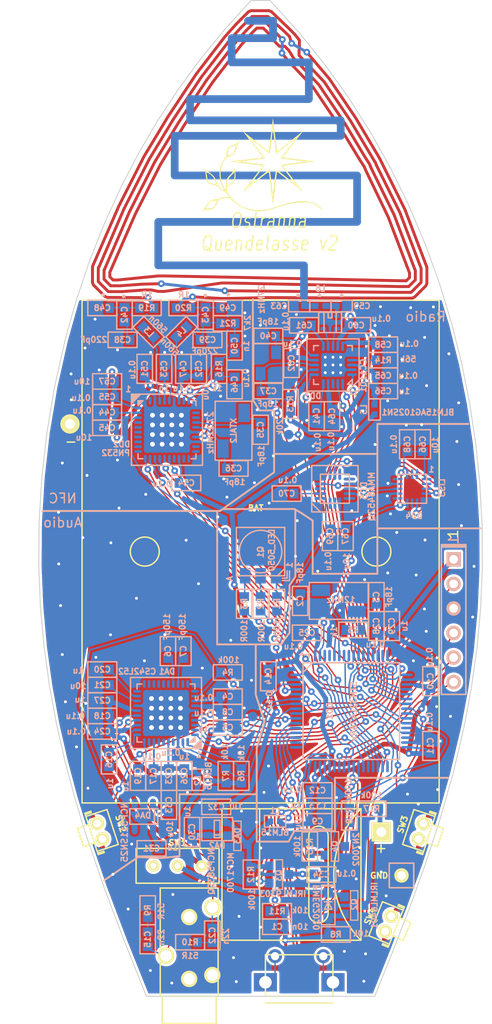
<source format=kicad_pcb>
(kicad_pcb (version 20211014) (generator pcbnew)
  (layers (0 "F.Cu" signal) (31 "B.Cu" signal) (36 "B.SilkS" user "B.Silkscreen") (37 "F.SilkS" user "F.Silkscreen") (38 "B.Mask" user) (39 "F.Mask" user) (44 "Edge.Cuts" user))
  (net 0 "")
  (net 1 "/ANT2")
  (net 2 "+BATT")
  (net 3 "GND")
  (net 4 "/ANT1")
  (net 5 "/RF2")
  (net 6 "/RF1")
  (net 7 "+5V")
  (net 8 "Net-(C2-Pad1)")
  (net 9 "Net-(C3-Pad1)")
  (net 10 "VAA")
  (net 11 "Net-(C6-Pad2)")
  (net 12 "Net-(C7-Pad2)")
  (net 13 "PwrMCU")
  (net 14 "/HP_OUTA")
  (net 15 "Net-(C15-Pad1)")
  (net 16 "Net-(C16-Pad1)")
  (net 17 "Net-(C16-Pad2)")
  (net 18 "Net-(C17-Pad1)")
  (net 19 "Net-(C19-Pad2)")
  (net 20 "Net-(C20-Pad2)")
  (net 21 "Net-(C21-Pad2)")
  (net 22 "Net-(C22-Pad1)")
  (net 23 "/HP_OUTB")
  (net 24 "PwrUnst")
  (net 25 "+3.3V")
  (net 26 "/SD_PWR")
  (net 27 "Net-(C35-Pad1)")
  (net 28 "Net-(C36-Pad1)")
  (net 29 "Net-(C37-Pad1)")
  (net 30 "Net-(C38-Pad1)")
  (net 31 "/RX_NET")
  (net 32 "Net-(C40-Pad1)")
  (net 33 "Net-(C41-Pad2)")
  (net 34 "Net-(C42-Pad1)")
  (net 35 "Net-(C43-Pad1)")
  (net 36 "/PN_VDD")
  (net 37 "Net-(C46-Pad1)")
  (net 38 "Net-(C50-Pad1)")
  (net 39 "Net-(C50-Pad2)")
  (net 40 "VCC")
  (net 41 "/ACC_PWR")
  (net 42 "Net-(C70-Pad1)")
  (net 43 "/PWR_UNST_ALWAYS")
  (net 44 "/AU_LRCK")
  (net 45 "/AU_SDIN")
  (net 46 "/AU_SCLK")
  (net 47 "/AU_MCLK")
  (net 48 "/AU_SDOUT")
  (net 49 "/AU_RST")
  (net 50 "Net-(DA1-Pad31)")
  (net 51 "Net-(DA1-Pad30)")
  (net 52 "Net-(DA1-Pad29)")
  (net 53 "Net-(DA1-Pad26)")
  (net 54 "Net-(DA1-Pad25)")
  (net 55 "Net-(DA1-Pad24)")
  (net 56 "Net-(DA1-Pad23)")
  (net 57 "Net-(DA1-Pad22)")
  (net 58 "Net-(DA1-Pad21)")
  (net 59 "Net-(DA1-Pad20)")
  (net 60 "Net-(DA1-Pad9)")
  (net 61 "Net-(DA1-Pad7)")
  (net 62 "Net-(DA1-Pad6)")
  (net 63 "Net-(DA1-Pad4)")
  (net 64 "/SCL")
  (net 65 "/SDA")
  (net 66 "Net-(DA4-Pad4)")
  (net 67 "/ACC_INT1")
  (net 68 "Net-(DD1-Pad3)")
  (net 69 "Net-(DD1-Pad4)")
  (net 70 "Net-(DD1-Pad6)")
  (net 71 "Net-(DD1-Pad7)")
  (net 72 "/BTN_DOWN")
  (net 73 "/PN_IRQ")
  (net 74 "/PN_RESET")
  (net 75 "/BTN_COM")
  (net 76 "/BTN_UP")
  (net 77 "Net-(DD1-Pad16)")
  (net 78 "/CC_GDO0")
  (net 79 "/CC_CS")
  (net 80 "/CC_SCK")
  (net 81 "/CC_MISO")
  (net 82 "/CC_MOSI")
  (net 83 "/BAT_MEAS")
  (net 84 "/PN_NSS")
  (net 85 "/PN_SCK")
  (net 86 "/PN_MISO")
  (net 87 "/PN_MOSI")
  (net 88 "/MEASURE_EN")
  (net 89 "/RED_LED")
  (net 90 "/GREEN_LED")
  (net 91 "Net-(DD1-Pad28)")
  (net 92 "Net-(DD1-Pad30)")
  (net 93 "Net-(DD1-Pad37)")
  (net 94 "/SD_PWR_EN")
  (net 95 "/SD_DAT0")
  (net 96 "/SD_DAT1")
  (net 97 "/UART_TX")
  (net 98 "/UART_RX")
  (net 99 "/D-")
  (net 100 "/D+")
  (net 101 "/SWDIO")
  (net 102 "/SWCLK")
  (net 103 "Net-(DD1-Pad50)")
  (net 104 "/SD_DAT2")
  (net 105 "/SD_DAT3")
  (net 106 "/SD_CLK")
  (net 107 "/SD_CMD")
  (net 108 "/BLUE_LED")
  (net 109 "Net-(DD2-Pad2)")
  (net 110 "/ANT01")
  (net 111 "/ANT02")
  (net 112 "Net-(DD2-Pad12)")
  (net 113 "Net-(DD2-Pad13)")
  (net 114 "Net-(DD2-Pad19)")
  (net 115 "Net-(DD2-Pad20)")
  (net 116 "Net-(DD2-Pad21)")
  (net 117 "Net-(DD2-Pad22)")
  (net 118 "Net-(DD2-Pad24)")
  (net 119 "Net-(DD2-Pad26)")
  (net 120 "Net-(DD2-Pad31)")
  (net 121 "Net-(DD2-Pad32)")
  (net 122 "Net-(DD2-Pad33)")
  (net 123 "Net-(DD2-Pad34)")
  (net 124 "Net-(DD2-Pad35)")
  (net 125 "Net-(DD2-Pad36)")
  (net 126 "Net-(DD2-Pad37)")
  (net 127 "Net-(DD3-Pad3)")
  (net 128 "Net-(DD3-Pad17)")
  (net 129 "Net-(DD4-Pad2)")
  (net 130 "Net-(DD4-Pad3)")
  (net 131 "Net-(DD4-Pad9)")
  (net 132 "Net-(DD4-Pad13)")
  (net 133 "Net-(DD4-Pad15)")
  (net 134 "Net-(DD4-Pad16)")
  (net 135 "Net-(DD5-Pad3)")
  (net 136 "Net-(DD5-Pad8)")
  (net 137 "Net-(DD5-Pad9)")
  (net 138 "Net-(DD5-Pad13)")
  (net 139 "Net-(DD5-Pad15)")
  (net 140 "Net-(DD5-Pad16)")
  (net 141 "Net-(Q1-Pad1)")
  (net 142 "Net-(Q1-Pad2)")
  (net 143 "Net-(Q1-Pad3)")
  (net 144 "Net-(Q4-Pad3)")
  (net 145 "/Antenna")
  (net 146 "Net-(SW1-Pad3)")
  (net 147 "Net-(XL2-PadH1)")
  (net 148 "Net-(XL2-PadH4)")
  (net 149 "Net-(XL2-PadH2)")
  (net 150 "Net-(XL2-PadH3)")
  (footprint "Pictures:Ostranna_12d7_10d1" (layer "F.Cu") (at 135.1 41)
    (fp_text reference "Logo1" hide)
    (fp_text value "Logo" hide)
  )
  (footprint "BtnsSwitches:SW_SS-1P2T" (layer "F.Cu") (at 126.4 113.5 180)
    (fp_text reference "SW1")
    (fp_text value "SWITCH")
  )
  (footprint "BtnsSwitches:BTN_IT1198" (layer "F.Cu") (at 118.34 109.92 -72)
    (fp_text reference "SW2")
    (fp_text value "BTN" hide)
  )
  (footprint "BtnsSwitches:BTN_IT1198" (layer "F.Cu") (at 151.63 109.92 72)
    (fp_text reference "SW3")
    (fp_text value "BTN" hide)
  )
  (footprint "BtnsSwitches:BTN_IT1198" (layer "F.Cu") (at 148.22 119.5 68)
    (fp_text reference "SW4")
    (fp_text value "BTN" hide)
  )
  (footprint "Connectors:AUDIO_CKX3_5_30" (layer "F.Cu") (at 127.6 127 -90)
    (fp_text reference "XL3" hide)
    (fp_text value "AudioJackSimple" hide)
  )
  (footprint "Connectors:PLS-1Rnd" (layer "F.Cu") (at 149.6 114.5)
    (fp_text reference "XL5" hide)
    (fp_text value "CONN_1" hide)
  )
  (footprint "Connectors:USBmicro_MOLEX_1050170001" (layer "F.Cu") (at 139 127)
    (fp_text reference "XL2" hide)
    (fp_text value "USB_MINI_B" hide)
  )
  (footprint "Installation:MICROSD_CAP_FIX05A" (layer "F.Cu") (at 138.2 114.4)
    (fp_text reference "XL4" hide)
    (fp_text value "CONN_MICROSD" hide)
  )
  (footprint "Installation:BATTERY_AAA_X3" (layer "F.Cu") (at 135 81 180)
    (fp_text reference "B1" hide)
    (fp_text value "BAT")
  )
  (footprint "Radio:ANT_868_SEIDHE" (layer "B.Cu") (at 135 55 90)
    (fp_text reference "ANT1" hide)
    (fp_text value "ANT_PCB_MONO" hide)
  )
  (footprint "Radio:BALUN_JOHANSON868" (layer "B.Cu") (at 142.2 57.3 90)
    (fp_text reference "BLN1" hide)
    (fp_text value "BALUN868JOHANSON" hide)
  )
  (footprint "Capacitors:CAP_0603" (layer "B.Cu") (at 136.7 119.8)
    (fp_text reference "C1")
    (fp_text value "10n")
  )
  (footprint "Capacitors:CAP_0603" (layer "B.Cu") (at 139.1 86.1 -90)
    (fp_text reference "C2")
    (fp_text value "18pF")
  )
  (footprint "Capacitors:CAP_0603" (layer "B.Cu") (at 147 85.7 90)
    (fp_text reference "C3")
    (fp_text value "18pF")
  )
  (footprint "Capacitors:CAP_0603" (layer "B.Cu") (at 131.6 96)
    (fp_text reference "C4")
    (fp_text value "0.1u")
  )
  (footprint "Capacitors:CAP_0603" (layer "B.Cu") (at 131.6 99.2)
    (fp_text reference "C5")
    (fp_text value "1u")
  )
  (footprint "Capacitors:CAP_0603" (layer "B.Cu") (at 125.4 91.3 -90)
    (fp_text reference "C6")
    (fp_text value "150pF")
  )
  (footprint "Capacitors:CAP_0603" (layer "B.Cu") (at 127 91.3 -90)
    (fp_text reference "C7")
    (fp_text value "150pF")
  )
  (footprint "Capacitors:CAP_0603" (layer "B.Cu") (at 131.6 97.6)
    (fp_text reference "C8")
    (fp_text value "0.1u")
  )
  (footprint "Capacitors:CAP_0603" (layer "B.Cu") (at 140.9 108.9 180)
    (fp_text reference "C9")
    (fp_text value "10u")
  )
  (footprint "Capacitors:CAP_0603" (layer "B.Cu") (at 152.6 94.4 -90)
    (fp_text reference "C10")
    (fp_text value "0.1u")
  )
  (footprint "Capacitors:CAP_0603" (layer "B.Cu") (at 152.6 101.1 -90)
    (fp_text reference "C11")
    (fp_text value "0.1u")
  )
  (footprint "Capacitors:CAP_0603" (layer "B.Cu") (at 140.9 105.7 180)
    (fp_text reference "C12")
    (fp_text value "0.1u")
  )
  (footprint "Capacitors:CAP_0603" (layer "B.Cu") (at 140.9 107.3 180)
    (fp_text reference "C13")
    (fp_text value "1u")
  )
  (footprint "Capacitors:CAP_0603" (layer "B.Cu") (at 135.8 93.9 90)
    (fp_text reference "C14")
    (fp_text value "0.1u")
  )
  (footprint "Capacitors:CAP_0603" (layer "B.Cu") (at 123.3 121.1 -90)
    (fp_text reference "C15")
    (fp_text value "22n")
  )
  (footprint "Capacitors:CAP_0603" (layer "B.Cu") (at 119.3 102.5 90)
    (fp_text reference "C16")
    (fp_text value "1u")
  )
  (footprint "Capacitors:CAP_0603" (layer "B.Cu") (at 123.9 104.2 -90)
    (fp_text reference "C17")
    (fp_text value "0.1u")
  )
  (footprint "Capacitors:CAP_0603" (layer "B.Cu") (at 118.6 98 180)
    (fp_text reference "C18")
    (fp_text value "0.1u")
  )
  (footprint "Capacitors:CAP_0603" (layer "B.Cu") (at 122.3 104.2 90)
    (fp_text reference "C19")
    (fp_text value "1u")
  )
  (footprint "Capacitors:CAP_0603" (layer "B.Cu") (at 118.6 93.2)
    (fp_text reference "C20")
    (fp_text value "1u")
  )
  (footprint "Capacitors:CAP_0603" (layer "B.Cu") (at 118.6 94.8)
    (fp_text reference "C21")
    (fp_text value "10u")
  )
  (footprint "Capacitors:CAP_0603" (layer "B.Cu") (at 130 120.7 90)
    (fp_text reference "C22")
    (fp_text value "22n")
  )
  (footprint "Capacitors:CAP_0603" (layer "B.Cu") (at 125.5 104.2 -90)
    (fp_text reference "C23")
    (fp_text value "0.1u")
  )
  (footprint "Capacitors:CAP_0603" (layer "B.Cu") (at 118.6 99.6 180)
    (fp_text reference "C24")
    (fp_text value "0.1u")
  )
  (footprint "Capacitors:CAP_0603" (layer "B.Cu") (at 139.8 89.4)
    (fp_text reference "C25")
    (fp_text value "0.1u")
  )
  (footprint "Capacitors:CAP_0603" (layer "B.Cu") (at 127.1 104.2 -90)
    (fp_text reference "C26")
    (fp_text value "1u")
  )
  (footprint "Capacitors:CAP_0603" (layer "B.Cu") (at 118.6 96.4 180)
    (fp_text reference "C27")
    (fp_text value "1u")
  )
  (footprint "Capacitors:CAP_0603" (layer "B.Cu") (at 147 88.7 -90)
    (fp_text reference "C28")
    (fp_text value "0.1u")
  )
  (footprint "Capacitors:CAP_0603" (layer "B.Cu") (at 148.6 88.7 -90)
    (fp_text reference "C29")
    (fp_text value "1u")
  )
  (footprint "Capacitors:CAP_0603" (layer "B.Cu") (at 127.9 110 90)
    (fp_text reference "C30")
    (fp_text value "1u")
  )
  (footprint "Capacitors:CAP_0603" (layer "B.Cu") (at 123.7 111.7 180)
    (fp_text reference "C31")
    (fp_text value "1u")
  )
  (footprint "Capacitors:CAP_0603" (layer "B.Cu") (at 130.4 107.4 180)
    (fp_text reference "C32")
    (fp_text value "1u")
  )
  (footprint "Capacitors:CAP_0603" (layer "B.Cu") (at 125.5 107.2 90)
    (fp_text reference "C33")
    (fp_text value "10u")
  )
  (footprint "Capacitors:CAP_0603" (layer "B.Cu") (at 141.3 114.4)
    (fp_text reference "C34")
    (fp_text value "0.1u")
  )
  (footprint "Capacitors:CAP_0603" (layer "B.Cu") (at 135 68.4 -90)
    (fp_text reference "C35")
    (fp_text value "18pF")
  )
  (footprint "Capacitors:CAP_0603" (layer "B.Cu") (at 132.2 72.4)
    (fp_text reference "C36")
    (fp_text value "18pF")
  )
  (footprint "Capacitors:CAP_0603" (layer "B.Cu") (at 135.8 64.4)
    (fp_text reference "C37")
    (fp_text value "18pF")
  )
  (footprint "Capacitors:CAP_0603" (layer "B.Cu") (at 120.7 59.1 180)
    (fp_text reference "C38")
    (fp_text value "220pF")
  )
  (footprint "Capacitors:CAP_0603" (layer "B.Cu") (at 129.5 59.1 180)
    (fp_text reference "C39")
    (fp_text value "220pF")
  )
  (footprint "Capacitors:CAP_0603" (layer "B.Cu") (at 135.8 58.7 180)
    (fp_text reference "C40")
    (fp_text value "18pF")
  )
  (footprint "Capacitors:CAP_0603" (layer "B.Cu") (at 140.8 67 90)
    (fp_text reference "C41")
    (fp_text value "0.1u")
  )
  (footprint "Capacitors:CAP_0603" (layer "B.Cu") (at 120.9 56.5 -90)
    (fp_text reference "C42")
    (fp_text value "*")
  )
  (footprint "Capacitors:CAP_0603" (layer "B.Cu") (at 129.3 56.5 -90)
    (fp_text reference "C43")
    (fp_text value "*")
  )
  (footprint "Capacitors:CAP_0603" (layer "B.Cu") (at 119.1 66.6 180)
    (fp_text reference "C44")
    (fp_text value "0.1u")
  )
  (footprint "Capacitors:CAP_0603" (layer "B.Cu") (at 119.1 68.2 180)
    (fp_text reference "C45")
    (fp_text value "10u")
  )
  (footprint "Capacitors:CAP_0603" (layer "B.Cu") (at 132.3 63.7 -90)
    (fp_text reference "C46")
    (fp_text value "0.1u")
  )
  (footprint "Capacitors:CAP_0603" (layer "B.Cu") (at 127 62.1 90)
    (fp_text reference "C47")
    (fp_text value "0.1u")
  )
  (footprint "Capacitors:CAP_0603" (layer "B.Cu") (at 118.6 55.8 180)
    (fp_text reference "C48")
    (fp_text value "*")
  )
  (footprint "Capacitors:CAP_0603" (layer "B.Cu") (at 131.6 55.8 180)
    (fp_text reference "C49")
    (fp_text value "*")
  )
  (footprint "Capacitors:CAP_0603" (layer "B.Cu") (at 132.3 59.7 90)
    (fp_text reference "C50")
    (fp_text value "1n")
  )
  (footprint "Capacitors:CAP_0603" (layer "B.Cu") (at 123 62.1 90)
    (fp_text reference "C51")
    (fp_text value "0.1u")
  )
  (footprint "Capacitors:CAP_0603" (layer "B.Cu") (at 128.6 62.1 90)
    (fp_text reference "C52")
    (fp_text value "10u")
  )
  (footprint "Capacitors:CAP_0603" (layer "B.Cu") (at 125 62.1 90)
    (fp_text reference "C53")
    (fp_text value "1n")
  )
  (footprint "Capacitors:CAP_0603" (layer "B.Cu") (at 127.3 73.9)
    (fp_text reference "C54")
    (fp_text value "0.1u")
  )
  (footprint "Capacitors:CAP_0603" (layer "B.Cu") (at 119.1 65 180)
    (fp_text reference "C55")
    (fp_text value "0.1u")
  )
  (footprint "Capacitors:CAP_0603" (layer "B.Cu") (at 147.7 64.4)
    (fp_text reference "C56")
    (fp_text value "1u")
  )
  (footprint "Capacitors:CAP_0603" (layer "B.Cu") (at 119.1 63.4 180)
    (fp_text reference "C57")
    (fp_text value "10u")
  )
  (footprint "Capacitors:CAP_0603" (layer "B.Cu") (at 147.7 59.6)
    (fp_text reference "C58")
    (fp_text value "0.1u")
  )
  (footprint "Capacitors:CAP_0402" (layer "B.Cu") (at 143.4 55.6)
    (fp_text reference "C59")
    (fp_text value "*")
  )
  (footprint "Capacitors:CAP_0603" (layer "B.Cu") (at 144.9 57.6)
    (fp_text reference "C60")
    (fp_text value "0.1u")
  )
  (footprint "Capacitors:CAP_0603" (layer "B.Cu") (at 139.5 57.6 180)
    (fp_text reference "C61")
    (fp_text value "0.1u")
  )
  (footprint "Capacitors:CAP_0603" (layer "B.Cu") (at 138.2 61.5 -90)
    (fp_text reference "C62")
    (fp_text value "0.1u")
  )
  (footprint "Capacitors:CAP_0402" (layer "B.Cu") (at 139 55.6 180)
    (fp_text reference "C63")
    (fp_text value "*")
  )
  (footprint "Capacitors:CAP_0603" (layer "B.Cu") (at 142.4 67 -90)
    (fp_text reference "C64")
    (fp_text value "0.1u")
  )
  (footprint "Capacitors:CAP_0603" (layer "B.Cu") (at 147.7 62.8)
    (fp_text reference "C65")
    (fp_text value "0.1u")
  )
  (footprint "Capacitors:CAP_0603" (layer "B.Cu") (at 151.8 69.9 90)
    (fp_text reference "C66")
    (fp_text value "10u")
  )
  (footprint "Capacitors:CAP_0603" (layer "B.Cu") (at 143.8 79.4 -90)
    (fp_text reference "C67")
    (fp_text value "10u")
  )
  (footprint "Capacitors:CAP_0603" (layer "B.Cu") (at 150.2 69.9 90)
    (fp_text reference "C68")
    (fp_text value "0.1u")
  )
  (footprint "Capacitors:CAP_0603" (layer "B.Cu") (at 142.2 79.4 -90)
    (fp_text reference "C69")
    (fp_text value "0.1u")
  )
  (footprint "Capacitors:CAP_0603" (layer "B.Cu") (at 137.7 75 180)
    (fp_text reference "C70")
    (fp_text value "0.1u")
  )
  (footprint "Diodes:SOD323" (layer "B.Cu") (at 142 117.6 -90)
    (fp_text reference "D1" hide)
    (fp_text value "PMEG2020")
  )
  (footprint "QFN_DFN:QFN40" (layer "B.Cu") (at 125.2 97.7 180)
    (fp_text reference "DA1")
    (fp_text value "CS42L52")
  )
  (footprint "SOT:SC82AB" (layer "B.Cu") (at 130.5 109.7)
    (fp_text reference "DA2")
    (fp_text value "NCP583SQ")
  )
  (footprint "SOT:SOT23-3" (layer "B.Cu") (at 132.6 110.4 90)
    (fp_text reference "DA3")
    (fp_text value "MCP1700")
  )
  (footprint "SOT:SOT23-5" (layer "B.Cu") (at 122.9 108.4 180)
    (fp_text reference "DA4")
    (fp_text value "NCP511SN25")
  )
  (footprint "LQFP_TQFP:LQFP64" (layer "B.Cu") (at 144.4 97.5 -90)
    (fp_text reference "DD1")
    (fp_text value "STM32L476Rx")
  )
  (footprint "QFN_DFN:QFN40" (layer "B.Cu") (at 125.3 68.4)
    (fp_text reference "DD2")
    (fp_text value "PN532")
  )
  (footprint "QFN_DFN:QFN20" (layer "B.Cu") (at 142.5 61.7 90)
    (fp_text reference "DD3")
    (fp_text value "CC1101")
  )
  (footprint "LGA:LGA16_3X3_5_3" (layer "B.Cu") (at 150.7 74.5 180)
    (fp_text reference "DD4")
    (fp_text value "LIS3")
  )
  (footprint "QFN_DFN:QFN16_5x3" (layer "B.Cu") (at 142.7 74.5 90)
    (fp_text reference "DD5")
    (fp_text value "MMA8452Q")
  )
  (footprint "Inductors:IND_0402" (layer "B.Cu") (at 136.5 108.9 180)
    (fp_text reference "L1")
    (fp_text value "BLM15")
  )
  (footprint "Inductors:IND_0402" (layer "B.Cu") (at 128.5 104.6 90)
    (fp_text reference "L2")
    (fp_text value "BLM15")
  )
  (footprint "Inductors:IND_0603" (layer "B.Cu") (at 123.4 58.3 -45)
    (fp_text reference "L3")
    (fp_text value "560n")
  )
  (footprint "Inductors:IND_0603" (layer "B.Cu") (at 126.8 58.3 -135)
    (fp_text reference "L4")
    (fp_text value "560n")
  )
  (footprint "Inductors:IND_0402" (layer "B.Cu") (at 146.8 66.3 -90)
    (fp_text reference "L5")
    (fp_text value "BLM15AG102SN1")
  )
  (footprint "Inductors:IND_0402" (layer "B.Cu") (at 141.2 55.6)
    (fp_text reference "L6")
    (fp_text value "*")
  )
  (footprint "LEDs:LED_5050" (layer "B.Cu") (at 135 81 90)
    (fp_text reference "Q1")
    (fp_text value "LED_5050")
  )
  (footprint "SOT:SOT23-3" (layer "B.Cu") (at 144.7 117.6 -90)
    (fp_text reference "Q2")
    (fp_text value "IRLML6401")
  )
  (footprint "SOT:SOT23-3" (layer "B.Cu") (at 136.9 114.4 -90)
    (fp_text reference "Q3")
    (fp_text value "IRLML9303")
  )
  (footprint "SOT:SOT23-3" (layer "B.Cu") (at 142.7 111.5 -90)
    (fp_text reference "Q4")
    (fp_text value "2N7002")
  )
  (footprint "Resistors:RES_0603" (layer "B.Cu") (at 136.7 86.4 -90)
    (fp_text reference "R1")
    (fp_text value "100R")
  )
  (footprint "Resistors:RES_0603" (layer "B.Cu") (at 135 86.4 -90)
    (fp_text reference "R2")
    (fp_text value "100R")
  )
  (footprint "Resistors:RES_0603" (layer "B.Cu") (at 133.3 86.4 -90)
    (fp_text reference "R3")
    (fp_text value "100R")
  )
  (footprint "Resistors:RES_0603" (layer "B.Cu") (at 131.6 93.5 180)
    (fp_text reference "R4")
    (fp_text value "100k")
  )
  (footprint "Resistors:RES_0603" (layer "B.Cu") (at 144.6 89.1 180)
    (fp_text reference "R5")
    (fp_text value "1k")
  )
  (footprint "Resistors:RES_0603" (layer "B.Cu") (at 133 104.2 -90)
    (fp_text reference "R6")
    (fp_text value "10k")
  )
  (footprint "Resistors:RES_0603" (layer "B.Cu") (at 131.4 104.2 -90)
    (fp_text reference "R7")
    (fp_text value "10k")
  )
  (footprint "Resistors:RES_0603" (layer "B.Cu") (at 142.8 120.6)
    (fp_text reference "R8")
    (fp_text value "10k")
  )
  (footprint "Resistors:RES_0603" (layer "B.Cu") (at 123.3 118.1 -90)
    (fp_text reference "R9")
    (fp_text value "51R")
  )
  (footprint "Resistors:RES_0603" (layer "B.Cu") (at 127.7 121.4)
    (fp_text reference "R10")
    (fp_text value "51R")
  )
  (footprint "Resistors:RES_0603" (layer "B.Cu") (at 136.7 118.2)
    (fp_text reference "R11")
    (fp_text value "10k")
  )
  (footprint "Resistors:RES_0603" (layer "B.Cu") (at 134 114.4 -90)
    (fp_text reference "R12")
    (fp_text value "100k")
  )
  (footprint "Resistors:RES_0603" (layer "B.Cu") (at 138.0827 65.7305 -90)
    (fp_text reference "R13")
    (fp_text value "20k")
  )
  (footprint "Resistors:RES_0603" (layer "B.Cu") (at 147.7 61.2)
    (fp_text reference "R14")
    (fp_text value "56k")
  )
  (footprint "Resistors:RES_0603" (layer "B.Cu") (at 140.1 111.5 -90)
    (fp_text reference "R15")
    (fp_text value "100k")
  )
  (footprint "Resistors:RES_0603" (layer "B.Cu") (at 130.7 62.1 90)
    (fp_text reference "R16")
    (fp_text value "1k")
  )
  (footprint "Resistors:RES_0603" (layer "B.Cu") (at 146.5 107.6 180)
    (fp_text reference "R17")
    (fp_text value "100k")
  )
  (footprint "Resistors:RES_0603" (layer "B.Cu") (at 144.2 108.3 -90)
    (fp_text reference "R18")
    (fp_text value "100k")
  )
  (footprint "Resistors:RES_0603" (layer "B.Cu") (at 123.2 55.8)
    (fp_text reference "R19")
    (fp_text value "1R")
  )
  (footprint "Resistors:RES_0603" (layer "B.Cu") (at 127 55.8 180)
    (fp_text reference "R20")
    (fp_text value "1R")
  )
  (footprint "Resistors:RES_0603" (layer "B.Cu") (at 131.6 57.4 180)
    (fp_text reference "R21")
    (fp_text value "2k7")
  )
  (footprint "PCB:TESTPOINT_1MM" (layer "B.Cu") (at 134.184 98.0678)
    (fp_text reference "TP1" hide)
    (fp_text value "TESTPOINT" hide)
  )
  (footprint "PCB:TESTPOINT_1MM" (layer "B.Cu") (at 137.9 68.9)
    (fp_text reference "TP2" hide)
    (fp_text value "TESTPOINT" hide)
  )
  (footprint "Connectors:PLS-6" (layer "B.Cu") (at 155 81.8 -90)
    (fp_text reference "XL1" hide)
    (fp_text value "CONN_6" hide)
  )
  (footprint "Quartz:0503x4-4" (layer "B.Cu") (at 143.1 86.1)
    (fp_text reference "XTAL1" hide)
    (fp_text value "12MHz")
  )
  (footprint "Quartz:0503x4-4" (layer "B.Cu") (at 132.2 68.5 -90)
    (fp_text reference "XTAL2")
    (fp_text value "27.12MHz")
  )
  (footprint "Quartz:03225C4" (layer "B.Cu") (at 135.8 61.5 90)
    (fp_text reference "XTAL3" hide)
    (fp_text value "27MHz")
  )
  (gr_line (start 137.9 111) (end 134.6 111) (layer "B.SilkS") (width 0.2))
  (gr_line (start 134.5 95.8) (end 134.5 90.6) (layer "B.SilkS") (width 0.2))
  (gr_line (start 136.4 72.8) (end 130.8 76.8) (layer "B.SilkS") (width 0.2))
  (gr_line (start 130.5 90.6) (end 130.5 76.9) (layer "B.SilkS") (width 0.2))
  (gr_line (start 136.4 66.4) (end 136.4 72.8) (layer "B.SilkS") (width 0.2))
  (gr_line (start 147.1 70.9) (end 147.1 67.8) (layer "B.SilkS") (width 0.2))
  (gr_line (start 134.6 106.1) (end 126.6 106.1) (layer "B.SilkS") (width 0.2))
  (gr_line (start 124.7 112.7) (end 122.3 112.6) (layer "B.SilkS") (width 0.2))
  (gr_line (start 138.5 76.6) (end 131.1 76.6) (layer "B.SilkS") (width 0.2))
  (gr_line (start 134.9 66.4) (end 136.4 66.4) (layer "B.SilkS") (width 0.2))
  (gr_line (start 134.2 54.9) (end 134.2 65.3) (layer "B.SilkS") (width 0.2))
  (gr_line (start 138 84.5) (end 138.6 83.6) (layer "B.SilkS") (width 0.2))
  (gr_line (start 135.4 98.6) (end 134.5 95.8) (layer "B.SilkS") (width 0.2))
  (gr_line (start 134.2 65.3) (end 134.9 66.4) (layer "B.SilkS") (width 0.2))
  (gr_line (start 138.6 79.3) (end 138.6 76.7) (layer "B.SilkS") (width 0.2))
  (gr_line (start 142.7 109.9) (end 138.5 109.9) (layer "B.SilkS") (width 0.2))
  (gr_line (start 134.5 90.6) (end 137.1 90.6) (layer "B.SilkS") (width 0.2))
  (gr_line (start 147.1 83.3) (end 140.4 83.3) (layer "B.SilkS") (width 0.2))
  (gr_line (start 122.3 112.6) (end 118.8 115) (layer "B.SilkS") (width 0.2))
  (gr_line (start 147.1 67.8) (end 156.5 67.8) (layer "B.SilkS") (width 0.2))
  (gr_line (start 138.6 83.6) (end 138.6 79.3) (layer "B.SilkS") (width 0.2))
  (gr_line (start 137.1 90.6) (end 138 89.4) (layer "B.SilkS") (width 0.2))
  (gr_line (start 142.7 104.4) (end 142.7 109.9) (layer "B.SilkS") (width 0.2))
  (gr_line (start 154.4 104.4) (end 142.7 104.4) (layer "B.SilkS") (width 0.2))
  (gr_line (start 140.4 77.8) (end 139.2 77) (layer "B.SilkS") (width 0.2))
  (gr_line (start 126.6 106.1) (end 126.6 112.5) (layer "B.SilkS") (width 0.2))
  (gr_line (start 134.6 101.3) (end 135.4 98.6) (layer "B.SilkS") (width 0.2))
  (gr_line (start 136.4 70.9) (end 147.1 70.9) (layer "B.SilkS") (width 0.2))
  (gr_line (start 134.5 90.6) (end 130.5 90.6) (layer "B.SilkS") (width 0.2))
  (gr_line (start 130.8 76.8) (end 112.4 76.8) (layer "B.SilkS") (width 0.2))
  (gr_line (start 138.5 109.9) (end 137.9 111) (layer "B.SilkS") (width 0.2))
  (gr_line (start 147.1 78.6) (end 157.8 78.6) (layer "B.SilkS") (width 0.2))
  (gr_line (start 140.4 83.3) (end 140.4 77.8) (layer "B.SilkS") (width 0.2))
  (gr_line (start 126.6 112.5) (end 124.7 112.7) (layer "B.SilkS") (width 0.2))
  (gr_line (start 138 89.4) (end 138 84.5) (layer "B.SilkS") (width 0.2))
  (gr_line (start 134.6 111) (end 134.6 101.3) (layer "B.SilkS") (width 0.2))
  (gr_line (start 139.2 77) (end 138.5 76.6) (layer "B.SilkS") (width 0.2))
  (gr_line (start 147.1 70.9) (end 147.1 83.3) (layer "B.SilkS") (width 0.2))
  (gr_line (start 112.564077 90.848448) (end 113.124779 94.893923) (layer "Edge.Cuts") (width 0.1))
  (gr_line (start 146.82495 127) (end 148.640379 122.49447) (layer "Edge.Cuts") (width 0.1))
  (gr_line (start 154.820548 57.482432) (end 153.565686 53.359032) (layer "Edge.Cuts") (width 0.1))
  (gr_line (start 148.530016 41.460178) (end 146.495409 37.809448) (layer "Edge.Cuts") (width 0.1))
  (gr_line (start 152.076484 49.246795) (end 150.342761 45.16325) (layer "Edge.Cuts") (width 0.1))
  (gr_line (start 113.124779 94.893923) (end 113.85191 98.832514) (layer "Edge.Cuts") (width 0.1))
  (gr_line (start 126.441901 33.239094) (end 124.318704 36.469003) (layer "Edge.Cuts") (width 0.1))
  (gr_line (start 157.790542 87.012572) (end 157.982842 82.726138) (layer "Edge.Cuts") (width 0.1))
  (gr_line (start 155.85125 61.599465) (end 154.820548 57.482432) (layer "Edge.Cuts") (width 0.1))
  (gr_line (start 144.231099 34.224562) (end 141.729244 30.719024) (layer "Edge.Cuts") (width 0.1))
  (gr_line (start 157.958276 78.297365) (end 157.70021 73.737058) (layer "Edge.Cuts") (width 0.1))
  (gr_line (start 146.495409 37.809448) (end 144.231099 34.224562) (layer "Edge.Cuts") (width 0.1))
  (gr_line (start 115.867755 55.128001) (end 114.731286 59.168437) (layer "Edge.Cuts") (width 0.1))
  (gr_line (start 114.731286 59.168437) (end 113.653034 63.960161) (layer "Edge.Cuts") (width 0.1))
  (gr_line (start 114.728195 102.67687) (end 115.736359 106.43964) (layer "Edge.Cuts") (width 0.1))
  (gr_line (start 154.932422 104.004923) (end 156.084943 99.135297) (layer "Edge.Cuts") (width 0.1))
  (gr_line (start 120.941124 121.43502) (end 123.17505 127) (layer "Edge.Cuts") (width 0.1))
  (gr_line (start 112.858053 68.70562) (end 112.330176 73.376978) (layer "Edge.Cuts") (width 0.1))
  (gr_line (start 112.187079 86.683441) (end 112.564077 90.848448) (layer "Edge.Cuts") (width 0.1))
  (gr_line (start 112.330176 73.376978) (end 112.053236 77.946397) (layer "Edge.Cuts") (width 0.1))
  (gr_line (start 120.640679 43.093667) (end 118.81287 47.074117) (layer "Edge.Cuts") (width 0.1))
  (gr_line (start 116.859126 110.133471) (end 118.813471 115.829204) (layer "Edge.Cuts") (width 0.1))
  (gr_line (start 156.667974 65.6926) (end 155.85125 61.599465) (layer "Edge.Cuts") (width 0.1))
  (gr_line (start 112.01106 82.386253) (end 112.187079 86.683441) (layer "Edge.Cuts") (width 0.1))
  (gr_line (start 141.729244 30.719024) (end 138.982002 27.306336) (layer "Edge.Cuts") (width 0.1))
  (gr_line (start 134.018468 24) (end 135.981532 24) (layer "Edge.Cuts") (width 0.1))
  (gr_line (start 117.225089 51.091061) (end 115.867755 55.128001) (layer "Edge.Cuts") (width 0.1))
  (gr_line (start 150.342761 45.16325) (end 148.530016 41.460178) (layer "Edge.Cuts") (width 0.1))
  (gr_line (start 157.982842 82.726138) (end 157.958276 78.297365) (layer "Edge.Cuts") (width 0.1))
  (gr_line (start 150.394454 117.968274) (end 152.051563 113.395335) (layer "Edge.Cuts") (width 0.1))
  (gr_line (start 156.824317 95.204503) (end 157.398608 91.167811) (layer "Edge.Cuts") (width 0.1))
  (gr_line (start 112.053236 77.946397) (end 112.01106 82.386253) (layer "Edge.Cuts") (width 0.1))
  (gr_line (start 113.653034 63.960161) (end 112.858053 68.70562) (layer "Edge.Cuts") (width 0.1))
  (gr_line (start 113.85191 98.832514) (end 114.728195 102.67687) (layer "Edge.Cuts") (width 0.1))
  (gr_line (start 157.70021 73.737058) (end 157.280901 69.744307) (layer "Edge.Cuts") (width 0.1))
  (gr_line (start 152.051563 113.395335) (end 153.57609 108.749577) (layer "Edge.Cuts") (width 0.1))
  (gr_line (start 157.398608 91.167811) (end 157.790542 87.012572) (layer "Edge.Cuts") (width 0.1))
  (gr_line (start 134.018468 24) (end 131.28593 26.994514) (layer "Edge.Cuts") (width 0.1))
  (gr_line (start 157.280901 69.744307) (end 156.667974 65.6926) (layer "Edge.Cuts") (width 0.1))
  (gr_line (start 138.982002 27.306336) (end 135.981532 24) (layer "Edge.Cuts") (width 0.1))
  (gr_line (start 122.386914 39.75722) (end 120.640679 43.093667) (layer "Edge.Cuts") (width 0.1))
  (gr_line (start 153.57609 108.749577) (end 154.932422 104.004923) (layer "Edge.Cuts") (width 0.1))
  (gr_line (start 115.736359 106.43964) (end 116.859126 110.133471) (layer "Edge.Cuts") (width 0.1))
  (gr_line (start 131.28593 26.994514) (end 128.762359 30.077571) (layer "Edge.Cuts") (width 0.1))
  (gr_line (start 153.565686 53.359032) (end 152.076484 49.246795) (layer "Edge.Cuts") (width 0.1))
  (gr_line (start 124.318704 36.469003) (end 122.386914 39.75722) (layer "Edge.Cuts") (width 0.1))
  (gr_line (start 128.762359 30.077571) (end 126.441901 33.239094) (layer "Edge.Cuts") (width 0.1))
  (gr_line (start 118.813471 115.829204) (end 120.941124 121.43502) (layer "Edge.Cuts") (width 0.1))
  (gr_line (start 118.81287 47.074117) (end 117.225089 51.091061) (layer "Edge.Cuts") (width 0.1))
  (gr_line (start 146.82495 127) (end 123.17505 127) (layer "Edge.Cuts") (width 0.1))
  (gr_line (start 156.084943 99.135297) (end 156.824317 95.204503) (layer "Edge.Cuts") (width 0.1))
  (gr_line (start 148.640379 122.49447) (end 150.394454 117.968274) (layer "Edge.Cuts") (width 0.1))
  (gr_text "Radio" (at 152.1 56.7) (layer "B.SilkS") (effects (font (size 1 1)) (justify mirror)))
  (gr_text "NFC" (at 114.5 75.5) (layer "B.SilkS") (effects (font (size 1 1)) (justify mirror)))
  (gr_text "Audio" (at 114.5 78) (layer "B.SilkS") (effects (font (size 1 1)) (justify mirror)))
  (gr_text "Quendelasse v2" (at 135.9 49.12) (layer "F.SilkS") (effects (font (size 1.5 1.2) (thickness 0.15) italic)))
  (gr_text "GND" (at 147.29 114.51) (layer "F.SilkS") (effects (font (size 0.6 0.6))))
  (gr_text "Ostranna" (at 135.84 46.76) (layer "F.SilkS") (effects (font (size 1.5 1.2) (thickness 0.15) italic)))
  (segment (start 127.8095 34.3083) (end 133.85 34.2) (width 0.15) (layer "B.Cu") (net 1))
  (segment (start 139.5 55.6) (end 140.7 55.6) (width 0.6) (layer "B.Cu") (net 1))
  (segment (start 143.3 37.2) (end 143.1931 36.4046) (width 0.15) (layer "B.Cu") (net 1))
  (segment (start 126.2099 38.159) (end 134.7 38) (width 0.15) (layer "B.Cu") (net 1))
  (segment (start 136.2141 27.9291) (end 136.3 27) (width 0.15) (layer "B.Cu") (net 1))
  (segment (start 144.8508 46.8861) (end 145 44.5) (width 0.15) (layer "B.Cu") (net 1))
  (segment (start 139.8842 34.1922) (end 140 32.3) (width 0.15) (layer "B.Cu") (net 1))
  (segment (start 124.5264 51.3173) (end 124.4 49.15) (width 0.15) (layer "B.Cu") (net 1))
  (segment (start 143.2125 37.9526) (end 143.3 37.2) (width 0.15) (layer "B.Cu") (net 1))
  (segment (start 143.1931 36.4046) (end 135.5 36.4) (width 0.15) (layer "B.Cu") (net 1))
  (segment (start 124.4 49.15) (end 124.4813 46.9699) (width 0.15) (layer "B.Cu") (net 1))
  (segment (start 134.15 27.9) (end 136.2141 27.9291) (width 0.15) (layer "B.Cu") (net 1))
  (segment (start 134.7 46.9) (end 144.8508 46.8861) (width 0.15) (layer "B.Cu") (net 1))
  (segment (start 127.7 35.3) (end 127.8095 34.3083) (width 0.15) (layer "B.Cu") (net 1))
  (segment (start 144.896 42.1775) (end 135.55 42.1) (width 0.15) (layer "B.Cu") (net 1))
  (segment (start 139.5 53) (end 139.4714 51.3947) (width 0.15) (layer "B.Cu") (net 1))
  (segment (start 132.0924 28.0001) (end 134.15 27.9) (width 0.15) (layer "B.Cu") (net 1))
  (segment (start 132.1763 30.3479) (end 132 29.15) (width 0.15) (layer "B.Cu") (net 1))
  (segment (start 126.3067 42.042) (end 126.1 40.05) (width 0.15) (layer "B.Cu") (net 1))
  (segment (start 136 30.4) (end 132.1763 30.3479) (width 0.15) (layer "B.Cu") (net 1))
  (segment (start 133.85 34.2) (end 139.8842 34.1922) (width 0.15) (layer "B.Cu") (net 1))
  (segment (start 140 32.3) (end 139.8713 30.5156) (width 0.15) (layer "B.Cu") (net 1))
  (segment (start 124.4813 46.9699) (end 134.7 46.9) (width 0.15) (layer "B.Cu") (net 1))
  (segment (start 136.2012 26.1553) (end 135 26.1) (width 0.15) (layer "B.Cu") (net 1))
  (segment (start 134.7 38) (end 143.2125 37.9526) (width 0.15) (layer "B.Cu") (net 1))
  (segment (start 139.5 55.6) (end 139.5 53) (width 0.6) (layer "B.Cu") (net 1))
  (segment (start 132 29.15) (end 132.0924 28.0001) (width 0.15) (layer "B.Cu") (net 1))
  (segment (start 139.4714 51.3947) (end 131.95 51.4) (width 0.15) (layer "B.Cu") (net 1))
  (segment (start 139.8713 30.5156) (end 136 30.4) (width 0.15) (layer "B.Cu") (net 1))
  (segment (start 135.5 36.4) (end 127.7902 36.4433) (width 0.15) (layer "B.Cu") (net 1))
  (segment (start 145 44.5) (end 144.896 42.1775) (width 0.15) (layer "B.Cu") (net 1))
  (segment (start 135.55 42.1) (end 126.3067 42.042) (width 0.15) (layer "B.Cu") (net 1))
  (segment (start 131.95 51.4) (end 124.5264 51.3173) (width 0.15) (layer "B.Cu") (net 1))
  (segment (start 126.1 40.05) (end 126.2099 38.159) (width 0.15) (layer "B.Cu") (net 1))
  (segment (start 136.3 27) (end 136.2012 26.1553) (width 0.15) (layer "B.Cu") (net 1))
  (segment (start 127.7902 36.4433) (end 127.7 35.3) (width 0.15) (layer "B.Cu") (net 1))
  (segment (start 146.1732 117.1428) (end 146.5 111) (width 0.5) (layer "B.Cu") (net 2))
  (segment (start 147.375 108.1) (end 147.375 107.85) (width 0.5) (layer "B.Cu") (net 2))
  (segment (start 147.375 107.85) (end 147.25 107.6) (width 0.5) (layer "B.Cu") (net 2))
  (segment (start 145.716 117.6) (end 145.9232 117.3928) (width 0.5) (layer "B.Cu") (net 2))
  (segment (start 145.9232 117.3928) (end 146.1732 117.1428) (width 0.5) (layer "B.Cu") (net 2))
  (segment (start 147.5 110) (end 147.375 109.25) (width 0.5) (layer "B.Cu") (net 2))
  (segment (start 147.375 109) (end 147.375 108.1) (width 0.5) (layer "B.Cu") (net 2))
  (segment (start 147.375 109.25) (end 147.375 109) (width 0.5) (layer "B.Cu") (net 2))
  (segment (start 146.75 110.75) (end 147.5 110) (width 0.5) (layer "B.Cu") (net 2))
  (segment (start 146.5 111) (end 146.75 110.75) (width 0.5) (layer "B.Cu") (net 2))
  (segment (start 132.0157 113.5565) (end 135.0324 111.6531) (width 0.5) (layer "F.Cu") (net 3))
  (segment (start 139.5751 123.6804) (end 139.3554 123.9001) (width 0.3) (layer "F.Cu") (net 3))
  (segment (start 142.7209 66.2659) (end 142.7209 65.5823) (width 0.5) (layer "F.Cu") (net 3))
  (segment (start 140.1938 121.8669) (end 140.1929 121.7741) (width 0.3) (layer "F.Cu") (net 3))
  (segment (start 135.3556 105.907) (end 135.2995 106.9489) (width 0.5) (layer "F.Cu") (net 3))
  (segment (start 120.1493 111.1196) (end 120.344 109.3188) (width 0.5) (layer "F.Cu") (net 3))
  (segment (start 139.7249 122.0196) (end 139.9446 121.7999) (width 0.3) (layer "F.Cu") (net 3))
  (segment (start 140.6003 116.5996) (end 140.0997 116.5998) (width 0.5) (layer "F.Cu") (net 3))
  (segment (start 134.9934 120.5999) (end 134.7989 121.1005) (width 0.5) (layer "F.Cu") (net 3))
  (segment (start 140.0997 116.5998) (end 139.8497 116.8498) (width 0.5) (layer "F.Cu") (net 3))
  (segment (start 132.0157 113.5565) (end 132.7698 118.7279) (width 0.5) (layer "F.Cu") (net 3))
  (segment (start 143.0066 108.4501) (end 143.0066 114.0378) (width 0.5) (layer "F.Cu") (net 3))
  (segment (start 144.9084 114.8493) (end 143.0006 121.1005) (width 0.5) (layer "F.Cu") (net 3))
  (segment (start 115.3848 65.3036) (end 115.3641 62.6221) (width 0.5) (layer "F.Cu") (net 3))
  (segment (start 139.6 123.525) (end 139.6 123.5871) (width 0.3) (layer "F.Cu") (net 3))
  (segment (start 145.6477 64.1602) (end 144.8822 63.4644) (width 0.5) (layer "F.Cu") (net 3))
  (segment (start 128.6934 106.9701) (end 127.4231 105.9066) (width 0.5) (layer "F.Cu") (net 3))
  (segment (start 131.1746 73.4831) (end 127.3 70.4) (width 0.5) (layer "F.Cu") (net 3))
  (segment (start 141.1009 116.5994) (end 141.3509 116.3494) (width 0.5) (layer "F.Cu") (net 3))
  (segment (start 143.4081 68.0853) (end 142.7209 66.2659) (width 0.5) (layer "F.Cu") (net 3))
  (segment (start 139.8497 116.8498) (end 139.6529 116.9742) (width 0.5) (layer "F.Cu") (net 3))
  (segment (start 139.2066 62.1696) (end 141.1832 62.35) (width 0.5) (layer "F.Cu") (net 3))
  (segment (start 157.1188 82.5278) (end 156.7956 79.2597) (width 0.5) (layer "F.Cu") (net 3))
  (segment (start 134.0483 107.1989) (end 133.9447 107.1989) (width 0.5) (layer "F.Cu") (net 3))
  (segment (start 115.3848 65.3036) (end 115.25 67.8) (width 0.5) (layer "F.Cu") (net 3))
  (segment (start 141.3 62.35) (end 141.55 62.35) (width 0.5) (layer "F.Cu") (net 3))
  (segment (start 123.0991 75.0805) (end 120.1701 71.5328) (width 0.5) (layer "F.Cu") (net 3))
  (segment (start 127.3 66.8552) (end 127.05 66.8552) (width 0.5) (layer "F.Cu") (net 3))
  (segment (start 127.3 70.4) (end 127.05 70.15) (width 0.5) (layer "F.Cu") (net 3))
  (segment (start 125.0608 60.3934) (end 123.6092 60.3931) (width 0.5) (layer "F.Cu") (net 3))
  (segment (start 123.45 96.95) (end 123.2 96.95) (width 0.5) (layer "F.Cu") (net 3))
  (segment (start 120.1493 111.1196) (end 119.6976 114.3825) (width 0.5) (layer "F.Cu") (net 3))
  (segment (start 139.3746 117.2525) (end 139.3746 118.8527) (width 0.5) (layer "F.Cu") (net 3))
  (segment (start 133.9447 107.1989) (end 130.1892 105.7458) (width 0.5) (layer "F.Cu") (net 3))
  (segment (start 139.9446 121.7999) (end 140.0277 121.7079) (width 0.3) (layer "F.Cu") (net 3))
  (segment (start 135.2999 123.3471) (end 135.2995 121.9547) (width 0.5) (layer "F.Cu") (net 3))
  (segment (start 143.45 62.65) (end 143.3 62.5) (width 0.5) (layer "F.Cu") (net 3))
  (segment (start 151.9759 86.9386) (end 149.0411 86.9934) (width 0.5) (layer "F.Cu") (net 3))
  (segment (start 127.05 70.15) (end 126.8 69.9) (width 0.5) (layer "F.Cu") (net 3))
  (segment (start 114.7775 96.5338) (end 115.9267 101.2024) (width 0.5) (layer "F.Cu") (net 3))
  (segment (start 146.5684 90.4279) (end 145.781 83.9007) (width 0.5) (layer "F.Cu") (net 3))
  (segment (start 140.1938 121.8669) (end 140.1009 121.8659) (width 0.3) (layer "F.Cu") (net 3))
  (segment (start 139.9446 121.7999) (end 140.1019 121.7749) (width 0.3) (layer "F.Cu") (net 3))
  (segment (start 130.3534 105.0158) (end 130.3534 104.3322) (width 0.5) (layer "F.Cu") (net 3))
  (segment (start 141.1832 62.35) (end 141.3 62.35) (width 0.5) (layer "F.Cu") (net 3))
  (segment (start 133.0212 107.8463) (end 134.7989 107.6995) (width 0.5) (layer "F.Cu") (net 3))
  (segment (start 151.181 107.6187) (end 151.1037 107.8565) (width 0.5) (layer "F.Cu") (net 3))
  (segment (start 153.6081 100.6066) (end 154.6767 98.0421) (width 0.5) (layer "F.Cu") (net 3))
  (segment (start 153.6081 100.6066) (end 151.3436 107.1186) (width 0.5) (layer "F.Cu") (net 3))
  (segment (start 139.6 123.5871) (end 139.5751 123.6804) (width 0.3) (layer "F.Cu") (net 3))
  (segment (start 151.1037 107.8565) (end 150.8714 107.886) (width 0.5) (layer "F.Cu") (net 3))
  (segment (start 153.7749 88.9125) (end 155 86.88) (width 0.5) (layer "F.Cu") (net 3))
  (segment (start 145.6026 66.4587) (end 146.8608 69.9239) (width 0.5) (layer "F.Cu") (net 3))
  (segment (start 140.6003 116.5996) (end 141.1009 116.5994) (width 0.5) (layer "F.Cu") (net 3))
  (segment (start 139.7 122.175) (end 139.7 122.1129) (width 0.3) (layer "F.Cu") (net 3))
  (segment (start 129.2751 66.8552) (end 127.3 66.8552) (width 0.5) (layer "F.Cu") (net 3))
  (segment (start 134.9934 120.3499) (end 134.9934 120.5999) (width 0.5) (layer "F.Cu") (net 3))
  (segment (start 126.8248 60.3934) (end 125.0608 60.3934) (width 0.5) (layer "F.Cu") (net 3))
  (segment (start 151.3436 107.1186) (end 153.3479 105.6197) (width 0.5) (layer "F.Cu") (net 3))
  (segment (start 143.15 62.9) (end 143.15 62.65) (width 0.5) (layer "F.Cu") (net 3))
  (segment (start 155.8128 78.3189) (end 152.0381 79.804) (width 0.5) (layer "F.Cu") (net 3))
  (segment (start 138.9848 124.0001) (end 136.9971 124.0501) (width 0.5) (layer "F.Cu") (net 3))
  (segment (start 154.6767 98.0421) (end 153.2402 97.0366) (width 0.5) (layer "F.Cu") (net 3))
  (segment (start 130.3534 104.3322) (end 129.8701 103.8489) (width 0.5) (layer "F.Cu") (net 3))
  (segment (start 152.0381 79.804) (end 151.1213 83.4256) (width 0.5) (layer "F.Cu") (net 3))
  (segment (start 140.25 122.1129) (end 140.25 122.175) (width 0.3) (layer "F.Cu") (net 3))
  (segment (start 140.1019 121.7749) (end 140.4881 121.1056) (width 0.5) (layer "F.Cu") (net 3))
  (segment (start 140.25 122.175) (end 140.25 122.325) (width 0.3) (layer "F.Cu") (net 3))
  (segment (start 143.5012 121.9547) (end 143.5012 121.8511) (width 0.5) (layer "F.Cu") (net 3))
  (segment (start 130.1892 105.7458) (end 130.3534 105.0158) (width 0.5) (layer "F.Cu") (net 3))
  (segment (start 140.1938 121.8669) (end 140.25 122.1129) (width 0.3) (layer "F.Cu") (net 3))
  (segment (start 152.2774 92.6934) (end 153.7749 88.9125) (width 0.5) (layer "F.Cu") (net 3))
  (segment (start 147.7115 117.3532) (end 147.8051 117.1214) (width 0.5) (layer "F.Cu") (net 3))
  (segment (start 143.5012 121.6011) (end 143.0006 121.1005) (width 0.5) (layer "F.Cu") (net 3))
  (segment (start 130.1892 105.7458) (end 128.6934 106.9701) (width 0.5) (layer "F.Cu") (net 3))
  (segment (start 135.3556 105.907) (end 135.8224 103.1777) (width 0.5) (layer "F.Cu") (net 3))
  (segment (start 142.25 121.1056) (end 142.5 121.1056) (width 0.5) (layer "F.Cu") (net 3))
  (segment (start 139.3554 123.9001) (end 138.9848 124.0001) (width 0.3) (layer "F.Cu") (net 3))
  (segment (start 127.05 66.8552) (end 126.8 66.9) (width 0.5) (layer "F.Cu") (net 3))
  (segment (start 142.7209 65.5823) (end 143.15 63.0142) (width 0.5) (layer "F.Cu") (net 3))
  (segment (start 139.7 122.325) (end 139.7 122.175) (width 0.3) (layer "F.Cu") (net 3))
  (segment (start 140.25 122.325) (end 140.3 122.85) (width 0.3) (layer "F.Cu") (net 3))
  (segment (start 120.879 111.0447) (end 121.6449 111.2543) (width 0.5) (layer "F.Cu") (net 3))
  (segment (start 124.95 95.5832) (end 125.0718 89.5933) (width 0.5) (layer "F.Cu") (net 3))
  (segment (start 139.9446 121.7999) (end 140.0521 121.8617) (width 0.3) (layer "F.Cu") (net 3))
  (segment (start 143.6783 122.3512) (end 145.878 122.6065) (width 0.5) (layer "F.Cu") (net 3))
  (segment (start 127.2863 79.8246) (end 119.4894 80.0928) (width 0.5) (layer "F.Cu") (net 3))
  (segment (start 138.6236 81.4863) (end 140.9221 83.0305) (width 0.5) (layer "F.Cu") (net 3))
  (segment (start 151.3436 107.1186) (end 151.181 107.6187) (width 0.5) (layer "F.Cu") (net 3))
  (segment (start 120.1493 111.1196) (end 120.4635 111.1158) (width 0.5) (layer "F.Cu") (net 3))
  (segment (start 136.0029 124.0501) (end 135.2999 123.3471) (width 0.5) (layer "F.Cu") (net 3))
  (segment (start 121.2777 117.9738) (end 119.6976 114.3825) (width 0.5) (layer "F.Cu") (net 3))
  (segment (start 135.2995 121.8511) (end 135.2995 121.6011) (width 0.5) (layer "F.Cu") (net 3))
  (segment (start 120.7012 111.0385) (end 120.879 111.0447) (width 0.5) (layer "F.Cu") (net 3))
  (segment (start 129.8701 103.8489) (end 129.4469 103.7418) (width 0.5) (layer "F.Cu") (net 3))
  (segment (start 139.65 122.85) (end 139.6 123.375) (width 0.3) (layer "F.Cu") (net 3))
  (segment (start 148.1688 65.4081) (end 145.6477 64.1602) (width 0.5) (layer "F.Cu") (net 3))
  (segment (start 139.6 123.375) (end 139.6 123.525) (width 0.3) (layer "F.Cu") (net 3))
  (segment (start 120.4635 111.1158) (end 120.7012 111.0385) (width 0.5) (layer "F.Cu") (net 3))
  (segment (start 134.9934 119.8498) (end 134.9934 120.3499) (width 0.5) (layer "F.Cu") (net 3))
  (segment (start 134.2983 107.1989) (end 134.0483 107.1989) (width 0.5) (layer "F.Cu") (net 3))
  (segment (start 127.2 97.0342) (end 126.95 97.0342) (width 0.5) (layer "F.Cu") (net 3))
  (segment (start 143.15 63.0142) (end 143.15 62.9) (width 0.5) (layer "F.Cu") (net 3))
  (segment (start 134.5734 108.2001) (end 134.7989 107.6995) (width 0.5) (layer "F.Cu") (net 3))
  (segment (start 144.9084 114.8493) (end 145.2675 111.6172) (width 0.5) (layer "F.Cu") (net 3))
  (segment (start 120.3351 76.5038) (end 123.0991 75.0805) (width 0.5) (layer "F.Cu") (net 3))
  (segment (start 139.65 122.85) (end 139.7 122.325) (width 0.3) (layer "F.Cu") (net 3))
  (segment (start 141.3509 116.3494) (end 141.5477 116.2251) (width 0.5) (layer "F.Cu") (net 3))
  (segment (start 135.8866 75.9828) (end 131.1746 73.4831) (width 0.5) (layer "F.Cu") (net 3))
  (segment (start 143.0066 108.2001) (end 143.0066 108.4501) (width 0.5) (layer "F.Cu") (net 3))
  (segment (start 143.0006 107.6995) (end 143.0066 108.2001) (width 0.5) (layer "F.Cu") (net 3))
  (segment (start 142.8664 107.1989) (end 142.8664 106.9489) (width 0.5) (layer "F.Cu") (net 3))
  (segment (start 150.834 92.2961) (end 152.2774 92.6934) (width 0.5) (layer "F.Cu") (net 3))
  (segment (start 134.5734 108.4501) (end 134.5734 108.2001) (width 0.5) (layer "F.Cu") (net 3))
  (segment (start 124.7 96.2) (end 124.95 95.95) (width 0.5) (layer "F.Cu") (net 3))
  (segment (start 135.7209 110.1669) (end 134.5734 108.9806) (width 0.5) (layer "F.Cu") (net 3))
  (segment (start 134.5734 108.9806) (end 134.5734 108.4501) (width 0.5) (layer "F.Cu") (net 3))
  (segment (start 117.9378 91.9369) (end 118.5423 91.0014) (width 0.5) (layer "F.Cu") (net 3))
  (segment (start 148.1999 73.9412) (end 148.1262 75.2438) (width 0.5) (layer "F.Cu") (net 3))
  (segment (start 144.8822 63.4644) (end 143.7 62.9) (width 0.5) (layer "F.Cu") (net 3))
  (segment (start 148.4618 77.1018) (end 148.1262 75.2438) (width 0.5) (layer "F.Cu") (net 3))
  (segment (start 147.8051 117.1214) (end 148.0132 116.606) (width 0.5) (layer "F.Cu") (net 3))
  (segment (start 148.0132 116.606) (end 149.6 114.5) (width 0.5) (layer "F.Cu") (net 3))
  (segment (start 134.7989 107.6995) (end 134.2983 107.1989) (width 0.5) (layer "F.Cu") (net 3))
  (segment (start 124.95 95.7) (end 124.95 95.5832) (width 0.5) (layer "F.Cu") (net 3))
  (segment (start 126.95 97.0342) (end 126.7 97.2) (width 0.5) (layer "F.Cu") (net 3))
  (segment (start 132.8776 101.813) (end 135.8224 103.1777) (width 0.5) (layer "F.Cu") (net 3))
  (segment (start 147.4941 114.1311) (end 149.6 114.5) (width 0.5) (layer "F.Cu") (net 3))
  (segment (start 139.3746 119.2463) (end 140.4881 121.1056) (width 0.5) (layer "F.Cu") (net 3))
  (segment (start 115.3641 62.6221) (end 116.8097 59.9449) (width 0.5) (layer "F.Cu") (net 3))
  (segment (start 142.8664 106.9489) (end 142.8664 106.4367) (width 0.5) (layer "F.Cu") (net 3))
  (segment (start 115.9267 101.2024) (end 117.1118 105.4761) (width 0.5) (layer "F.Cu") (net 3))
  (segment (start 136.9971 124.0501) (end 136.0029 124.0501) (width 0.5) (layer "F.Cu") (net 3))
  (segment (start 135.2995 107.1989) (end 134.7989 107.6995) (width 0.5) (layer "F.Cu") (net 3))
  (segment (start 123.0858 96.95) (end 116.8934 96.7007) (width 0.5) (layer "F.Cu") (net 3))
  (segment (start 150.2235 106.0866) (end 151.3436 107.1186) (width 0.5) (layer "F.Cu") (net 3))
  (segment (start 142.5 121.1056) (end 143.0006 121.1005) (width 0.5) (layer "F.Cu") (net 3))
  (segment (start 133.3066 97.1784) (end 130.1288 97.0342) (width 0.5) (layer "F.Cu") (net 3))
  (segment (start 135.2995 121.6011) (end 134.7989 121.1005) (width 0.5) (layer "F.Cu") (net 3))
  (segment (start 141.5477 116.2251) (end 141.826 115.9468) (width 0.5) (layer "F.Cu") (net 3))
  (segment (start 122.9656 92.2961) (end 118.5423 91.0014) (width 0.5) (layer "F.Cu") (net 3))
  (segment (start 147.6051 117.4181) (end 147.7115 117.3532) (width 0.5) (layer "F.Cu") (net 3))
  (segment (start 139.6529 116.9742) (end 139.3746 117.2525) (width 0.5) (layer "F.Cu") (net 3))
  (segment (start 141.826 115.9468) (end 143.0066 114.0378) (width 0.5) (layer "F.Cu") (net 3))
  (segment (start 130.1288 97.0342) (end 127.2 97.0342) (width 0.5) (layer "F.Cu") (net 3))
  (segment (start 143.7 62.9) (end 143.45 62.65) (width 0.5) (layer "F.Cu") (net 3))
  (segment (start 140.1019 121.7749) (end 140.1938 121.8669) (width 0.3) (layer "F.Cu") (net 3))
  (segment (start 156.7956 79.2597) (end 155.8128 78.3189) (width 0.5) (layer "F.Cu") (net 3))
  (segment (start 135.2995 106.9489) (end 135.2995 107.1989) (width 0.5) (layer "F.Cu") (net 3))
  (segment (start 126.8248 60.3934) (end 133.3831 58.7111) (width 0.5) (layer "F.Cu") (net 3))
  (segment (start 143.1985 87.0842) (end 142.4889 88.6688) (width 0.5) (layer "F.Cu") (net 3))
  (segment (start 139.7 122.1129) (end 139.7249 122.0196) (width 0.3) (layer "F.Cu") (net 3))
  (segment (start 139.2165 123.9376) (end 139.0013 123.9014) (width 0.3) (layer "F.Cu") (net 3))
  (segment (start 143.6783 122.3512) (end 143.5012 121.9547) (width 0.5) (layer "F.Cu") (net 3))
  (segment (start 143.5012 121.8511) (end 143.5012 121.6011) (width 0.5) (layer "F.Cu") (net 3))
  (segment (start 156.9751 87.771) (end 155 86.88) (width 0.5) (layer "F.Cu") (net 3))
  (segment (start 123.7 97.2) (end 123.45 96.95) (width 0.5) (layer "F.Cu") (net 3))
  (segment (start 130.5659 77.4113) (end 131.5147 75.3693) (width 0.5) (layer "F.Cu") (net 3))
  (segment (start 118.5423 91.0014) (end 119.4462 89.6026) (width 0.5) (layer "F.Cu") (net 3))
  (segment (start 124.95 95.95) (end 124.95 95.7) (width 0.5) (layer "F.Cu") (net 3))
  (segment (start 152.1628 89.2435) (end 155 86.88) (width 0.5) (layer "F.Cu") (net 3))
  (segment (start 138.6236 81.4863) (end 138.7959 77.8032) (width 0.5) (layer "F.Cu") (net 3))
  (segment (start 143.0006 107.6995) (end 142.8664 107.1989) (width 0.5) (layer "F.Cu") (net 3))
  (segment (start 145.878 122.6065) (end 145.6985 125.4436) (width 0.5) (layer "F.Cu") (net 3))
  (segment (start 143.15 62.65) (end 143.3 62.5) (width 0.5) (layer "F.Cu") (net 3))
  (segment (start 140.4881 121.1056) (end 142.25 121.1056) (width 0.5) (layer "F.Cu") (net 3))
  (segment (start 141.55 62.35) (end 141.7 62.5) (width 0.5) (layer "F.Cu") (net 3))
  (segment (start 135.2995 121.9547) (end 135.2995 121.8511) (width 0.5) (layer "F.Cu") (net 3))
  (segment (start 139.2165 123.9376) (end 139.0487 124.077) (width 0.3) (layer "F.Cu") (net 3))
  (segment (start 123.2 96.95) (end 123.0858 96.95) (width 0.5) (layer "F.Cu") (net 3))
  (segment (start 139.3746 118.8527) (end 139.3746 119.2463) (width 0.5) (layer "F.Cu") (net 3))
  (via (at 150.834 92.2961) (size 0.7) (drill 0.3) (layers "F.Cu" "B.Cu") (net 3))
  (via (at 143.6783 122.3512) (size 0.7) (drill 0.3) (layers "F.Cu" "B.Cu") (net 3))
  (via (at 149.666 62.8903) (size 0.7) (drill 0.3) (layers "F.Cu" "B.Cu") (net 3))
  (via (at 118.2787 62.2195) (size 0.7) (drill 0.3) (layers "F.Cu" "B.Cu") (net 3))
  (via (at 136.2588 65.5717) (size 0.7) (drill 0.3) (layers "F.Cu" "B.Cu") (net 3))
  (via (at 155.8128 78.3189) (size 0.7) (drill 0.3) (layers "F.Cu" "B.Cu") (net 3))
  (via (at 116.5811 79.5565) (size 0.7) (drill 0.3) (layers "F.Cu" "B.Cu") (net 3))
  (via (at 149.0411 86.9934) (size 0.7) (drill 0.3) (layers "F.Cu" "B.Cu") (net 3))
  (via (at 133.3066 97.1784) (size 0.7) (drill 0.3) (layers "F.Cu" "B.Cu") (net 3))
  (via (at 148.0132 116.606) (size 0.7) (drill 0.3) (layers "F.Cu" "B.Cu") (net 3))
  (via (at 128.6934 106.9701) (size 0.7) (drill 0.3) (layers "F.Cu" "B.Cu") (net 3))
  (via (at 132.4825 125.4795) (size 0.7) (drill 0.3) (layers "F.Cu" "B.Cu") (net 3))
  (via (at 135.2119 89.7103) (size 0.7) (drill 0.3) (layers "F.Cu" "B.Cu") (net 3))
  (via (at 151.6874 67.8819) (size 0.7) (drill 0.3) (layers "F.Cu" "B.Cu") (net 3))
  (via (at 125.0718 89.5933) (size 0.7) (drill 0.3) (layers "F.Cu" "B.Cu") (net 3))
  (via (at 121.2777 117.9738) (size 0.7) (drill 0.3) (layers "F.Cu" "B.Cu") (net 3))
  (via (at 150.0992 67.9231) (size 0.7) (drill 0.3) (layers "F.Cu" "B.Cu") (net 3))
  (via (at 117.8522 56.9595) (size 0.7) (drill 0.3) (layers "F.Cu" "B.Cu") (net 3))
  (via (at 128.568 84.3234) (size 0.7) (drill 0.3) (layers "F.Cu" "B.Cu") (net 3))
  (via (at 134.3612 73.8842) (size 0.7) (drill 0.3) (layers "F.Cu" "B.Cu") (net 3))
  (via (at 134.9934 119.8498) (size 0.7) (drill 0.3) (layers "F.Cu" "B.Cu") (net 3))
  (via (at 119.4894 80.0928) (size 0.7) (drill 0.3) (layers "F.Cu" "B.Cu") (net 3))
  (via (at 145.2675 111.6172) (size 0.7) (drill 0.3) (layers "F.Cu" "B.Cu") (net 3))
  (via (at 132.7698 118.7279) (size 0.7) (drill 0.3) (layers "F.Cu" "B.Cu") (net 3))
  (via (at 138.6236 81.4863) (size 0.7) (drill 0.3) (layers "F.Cu" "B.Cu") (net 3))
  (via (at 155.3383 69.6145) (size 0.7) (drill 0.3) (layers "F.Cu" "B.Cu") (net 3))
  (via (at 123.5762 124.3303) (size 0.7) (drill 0.3) (layers "F.Cu" "B.Cu") (net 3))
  (via (at 119.6976 114.3825) (size 0.7) (drill 0.3) (layers "F.Cu" "B.Cu") (net 3))
  (via (at 146.8608 69.9239) (size 0.7) (drill 0.3) (layers "F.Cu" "B.Cu") (net 3))
  (via (at 137.4964 55.6297) (size 0.7) (drill 0.3) (layers "F.Cu" "B.Cu") (net 3))
  (via (at 115.3848 65.3036) (size 0.7) (drill 0.3) (layers "F.Cu" "B.Cu") (net 3))
  (via (at 153.2402 97.0366) (size 0.7) (drill 0.3) (layers "F.Cu" "B.Cu") (net 3))
  (via (at 154.6767 98.0421) (size 0.7) (drill 0.3) (layers "F.Cu" "B.Cu") (net 3))
  (via (at 132.8776 101.813) (size 0.7) (drill 0.3) (layers "F.Cu" "B.Cu") (net 3))
  (via (at 144.4475 76.7719) (size 0.7) (drill 0.3) (layers "F.Cu" "B.Cu") (net 3))
  (via (at 135.8866 75.9828) (size 0.7) (drill 0.3) (layers "F.Cu" "B.Cu") (net 3))
  (via (at 145.878 122.6065) (size 0.7) (drill 0.3) (layers "F.Cu" "B.Cu") (net 3))
  (via (at 114.4543 91.6496) (size 0.7) (drill 0.3) (layers "F.Cu" "B.Cu") (net 3))
  (via (at 121.6449 111.2543) (size 0.7) (drill 0.3) (layers "F.Cu" "B.Cu") (net 3))
  (via (at 127.4231 105.9066) (size 0.7) (drill 0.3) (layers "F.Cu" "B.Cu") (net 3))
  (via (at 149.6454 64.4785) (size 0.7) (drill 0.3) (layers "F.Cu" "B.Cu") (net 3))
  (via (at 114.7775 96.5338) (size 0.7) (drill 0.3) (layers "F.Cu" "B.Cu") (net 3))
  (via (at 125.9105 116.4654) (size 0.7) (drill 0.3) (layers "F.Cu" "B.Cu") (net 3))
  (via (at 115.9267 101.2024) (size 0.7) (drill 0.3) (layers "F.Cu" "B.Cu") (net 3))
  (via (at 134.98 57.5893) (size 0.7) (drill 0.3) (layers "F.Cu" "B.Cu") (net 3))
  (via (at 120.1701 71.5328) (size 0.7) (drill 0.3) (layers "F.Cu" "B.Cu") (net 3))
  (via (at 150.553 55.7741) (size 0.7) (drill 0.3) (layers "F.Cu" "B.Cu") (net 3))
  (via (at 156.9751 87.771) (size 0.7) (drill 0.3) (layers "F.Cu" "B.Cu") (net 3))
  (via (at 130.5659 77.4113) (size 0.7) (drill 0.3) (layers "F.Cu" "B.Cu") (net 3))
  (via (at 147.4941 114.1311) (size 0.7) (drill 0.3) (layers "F.Cu" "B.Cu") (net 3))
  (via (at 135.8224 103.1777) (size 0.7) (drill 0.3) (layers "F.Cu" "B.Cu") (net 3))
  (via (at 138.7959 77.8032) (size 0.7) (drill 0.3) (layers "F.Cu" "B.Cu") (net 3))
  (via (at 135.7209 110.1669) (size 0.7) (drill 0.3) (layers "F.Cu" "B.Cu") (net 3))
  (via (at 117.1118 105.4761) (size 0.7) (drill 0.3) (layers "F.Cu" "B.Cu") (net 3))
  (via (at 151.9759 86.9386) (size 0.7) (drill 0.3) (layers "F.Cu" "B.Cu") (net 3))
  (via (at 149.1091 79.0202) (size 0.7) (drill 0.3) (layers "F.Cu" "B.Cu") (net 3))
  (via (at 134.6499 66.3349) (size 0.7) (drill 0.3) (layers "F.Cu" "B.Cu") (net 3))
  (via (at 131.5147 75.3693) (size 0.7) (drill 0.3) (layers "F.Cu" "B.Cu") (net 3))
  (via (at 126.8248 60.3934) (size 0.7) (drill 0.3) (layers "F.Cu" "B.Cu") (net 3))
  (via (at 119.4462 89.6026) (size 0.7) (drill 0.3) (layers "F.Cu" "B.Cu") (net 3))
  (via (at 130.8547 64.9323) (size 0.7) (drill 0.3) (layers "F.Cu" "B.Cu") (net 3))
  (via (at 133.3831 58.7111) (size 0.7) (drill 0.3) (layers "F.Cu" "B.Cu") (net 3))
  (via (at 152.1628 89.2435) (size 0.7) (drill 0.3) (layers "F.Cu" "B.Cu") (net 3))
  (via (at 115.3641 62.6221) (size 0.7) (drill 0.3) (layers "F.Cu" "B.Cu") (net 3))
  (via (at 157.1188 82.5278) (size 0.7) (drill 0.3) (layers "F.Cu" "B.Cu") (net 3))
  (via (at 144.9084 114.8493) (size 0.7) (drill 0.3) (layers "F.Cu" "B.Cu") (net 3))
  (via (at 116.8097 59.9449) (size 0.7) (drill 0.3) (layers "F.Cu" "B.Cu") (net 3))
  (via (at 125.0608 60.3934) (size 0.7) (drill 0.3) (layers "F.Cu" "B.Cu") (net 3))
  (via (at 133.6599 62.3334) (size 0.7) (drill 0.3) (layers "F.Cu" "B.Cu") (net 3))
  (via (at 145.6026 66.4587) (size 0.7) (drill 0.3) (layers "F.Cu" "B.Cu") (net 3))
  (via (at 152.2031 63.8391) (size 0.7) (drill 0.3) (layers "F.Cu" "B.Cu") (net 3))
  (via (at 154.5133 60.5388) (size 0.7) (drill 0.3) (layers "F.Cu" "B.Cu") (net 3))
  (via (at 116.8934 96.7007) (size 0.7) (drill 0.3) (layers "F.Cu" "B.Cu") (net 3))
  (via (at 148.1999 73.9412) (size 0.7) (drill 0.3) (layers "F.Cu" "B.Cu") (net 3))
  (via (at 131.1746 73.4831) (size 0.7) (drill 0.3) (layers "F.Cu" "B.Cu") (net 3))
  (via (at 150.2235 106.0866) (size 0.7) (drill 0.3) (layers "F.Cu" "B.Cu") (net 3))
  (via (at 125.8028 125.6232) (size 0.7) (drill 0.3) (layers "F.Cu" "B.Cu") (net 3))
  (via (at 134.3612 76.7307) (size 0.7) (drill 0.3) (layers "F.Cu" "B.Cu") (net 3))
  (via (at 133.0212 107.8463) (size 0.7) (drill 0.3) (layers "F.Cu" "B.Cu") (net 3))
  (via (at 139.7859 67.4281) (size 0.7) (drill 0.3) (layers "F.Cu" "B.Cu") (net 3))
  (via (at 146.5684 90.4279) (size 0.7) (drill 0.3) (layers "F.Cu" "B.Cu") (net 3))
  (via (at 151.3436 107.1186) (size 0.7) (drill 0.3) (layers "F.Cu" "B.Cu") (net 3))
  (via (at 152.9044 55.6916) (size 0.7) (drill 0.3) (layers "F.Cu" "B.Cu") (net 3))
  (via (at 145.6985 125.4436) (size 0.7) (drill 0.3) (layers "F.Cu" "B.Cu") (net 3))
  (via (at 120.1742 60.1345) (size 0.7) (drill 0.3) (layers "F.Cu" "B.Cu") (net 3))
  (via (at 152.2774 92.6934) (size 0.7) (drill 0.3) (layers "F.Cu" "B.Cu") (net 3))
  (via (at 129.2751 66.8552) (size 0.7) (drill 0.3) (layers "F.Cu" "B.Cu") (net 3))
  (via (at 143.1985 87.0842) (size 0.7) (drill 0.3) (layers "F.Cu" "B.Cu") (net 3))
  (via (at 155.524 74.0698) (size 0.7) (drill 0.3) (layers "F.Cu" "B.Cu") (net 3))
  (via (at 128.9631 93.0502) (size 0.7) (drill 0.3) (layers "F.Cu" "B.Cu") (net 3))
  (via (at 138.7134 56.4754) (size 0.7) (drill 0.3) (layers "F.Cu" "B.Cu") (net 3))
  (via (at 153.6081 100.6066) (size 0.7) (drill 0.3) (layers "F.Cu" "B.Cu") (net 3))
  (via (at 120.344 109.3188) (size 0.7) (drill 0.3) (layers "F.Cu" "B.Cu") (net 3))
  (via (at 143.0066 114.0378) (size 0.7) (drill 0.3) (layers "F.Cu" "B.Cu") (net 3))
  (via (at 145.781 83.9007) (size 0.7) (drill 0.3) (layers "F.Cu" "B.Cu") (net 3))
  (via (at 146.8608 57.6099) (size 0.7) (drill 0.3) (layers "F.Cu" "B.Cu") (net 3))
  (via (at 114.0853 82.2792) (size 0.7) (drill 0.3) (layers "F.Cu" "B.Cu") (net 3))
  (via (at 149.5835 59.6519) (size 0.7) (drill 0.3) (layers "F.Cu" "B.Cu") (net 3))
  (via (at 155.524 65.613) (size 0.7) (drill 0.3) (layers "F.Cu" "B.Cu") (net 3))
  (via (at 147.4178 55.671) (size 0.7) (drill 0.3) (layers "F.Cu" "B.Cu") (net 3))
  (via (at 123.6092 60.3931) (size 0.7) (drill 0.3) (layers "F.Cu" "B.Cu") (net 3))
  (via (at 148.346 58.6825) (size 0.7) (drill 0.3) (layers "F.Cu" "B.Cu") (net 3))
  (via (at 123.0991 75.0805) (size 0.7) (drill 0.3) (layers "F.Cu" "B.Cu") (net 3))
  (via (at 127.2863 79.8246) (size 0.7) (drill 0.3) (layers "F.Cu" "B.Cu") (net 3))
  (via (at 152.0381 79.804) (size 0.7) (drill 0.3) (layers "F.Cu" "B.Cu") (net 3))
  (via (at 120.3351 76.5038) (size 0.7) (drill 0.3) (layers "F.Cu" "B.Cu") (net 3))
  (via (at 122.9656 92.2961) (size 0.7) (drill 0.3) (layers "F.Cu" "B.Cu") (net 3))
  (via (at 140.446 70.0889) (size 0.7) (drill 0.3) (layers "F.Cu" "B.Cu") (net 3))
  (via (at 117.0143 73.121) (size 0.7) (drill 0.3) (layers "F.Cu" "B.Cu") (net 3))
  (via (at 148.4618 77.1018) (size 0.7) (drill 0.3) (layers "F.Cu" "B.Cu") (net 3))
  (via (at 148.1765 83.2101) (size 0.7) (drill 0.3) (layers "F.Cu" "B.Cu") (net 3))
  (via (at 142.4889 88.6688) (size 0.7) (drill 0.3) (layers "F.Cu" "B.Cu") (net 3))
  (via (at 143.4081 68.0853) (size 0.7) (drill 0.3) (layers "F.Cu" "B.Cu") (net 3))
  (via (at 149.6454 61.1576) (size 0.7) (drill 0.3) (layers "F.Cu" "B.Cu") (net 3))
  (via (at 122.1396 85.8317) (size 0.7) (drill 0.3) (layers "F.Cu" "B.Cu") (net 3))
  (via (at 134.0627 94.3072) (size 0.7) (drill 0.3) (layers "F.Cu" "B.Cu") (net 3))
  (via (at 135.0324 111.6531) (size 0.7) (drill 0.3) (layers "F.Cu" "B.Cu") (net 3))
  (via (at 132.1952 123.0016) (size 0.7) (drill 0.3) (layers "F.Cu" "B.Cu") (net 3))
  (via (at 148.1262 75.2438) (size 0.7) (drill 0.3) (layers "F.Cu" "B.Cu") (net 3))
  (via (at 134.5734 108.9806) (size 0.7) (drill 0.3) (layers "F.Cu" "B.Cu") (net 3))
  (via (at 140.9221 83.0305) (size 0.7) (drill 0.3) (layers "F.Cu" "B.Cu") (net 3))
  (via (at 151.1213 83.4256) (size 0.7) (drill 0.3) (layers "F.Cu" "B.Cu") (net 3))
  (via (at 142.8664 106.4367) (size 0.7) (drill 0.3) (layers "F.Cu" "B.Cu") (net 3))
  (via (at 114.2747 86.5859) (size 0.7) (drill 0.3) (layers "F.Cu" "B.Cu") (net 3))
  (via (at 151.9968 58.8475) (size 0.7) (drill 0.3) (layers "F.Cu" "B.Cu") (net 3))
  (via (at 136.3207 71.0996) (size 0.7) (drill 0.3) (layers "F.Cu" "B.Cu") (net 3))
  (via (at 117.9378 91.9369) (size 0.7) (drill 0.3) (layers "F.Cu" "B.Cu") (net 3))
  (via (at 129.4469 103.7418) (size 0.7) (drill 0.3) (layers "F.Cu" "B.Cu") (net 3))
  (via (at 132.0157 113.5565) (size 0.7) (drill 0.3) (layers "F.Cu" "B.Cu") (net 3))
  (via (at 135.3556 105.907) (size 0.7) (drill 0.3) (layers "F.Cu" "B.Cu") (net 3))
  (via (at 148.1688 65.4081) (size 0.7) (drill 0.3) (layers "F.Cu" "B.Cu") (net 3))
  (via (at 114.4566 71.8422) (size 0.7) (drill 0.3) (layers "F.Cu" "B.Cu") (net 3))
  (via (at 139.2066 62.1696) (size 0.7) (drill 0.3) (layers "F.Cu" "B.Cu") (net 3))
  (via (at 144.9838 55.5885) (size 0.7) (drill 0.3) (layers "F.Cu" "B.Cu") (net 3))
  (via (at 114.0647 76.9369) (size 0.7) (drill 0.3) (layers "F.Cu" "B.Cu") (net 3))
  (via (at 153.3479 105.6197) (size 0.7) (drill 0.3) (layers "F.Cu" "B.Cu") (net 3))
  (via (at 133.3711 56.3104) (size 0.7) (drill 0.3) (layers "F.Cu" "B.Cu") (net 3))
  (via (at 131.9079 90.1772) (size 0.7) (drill 0.3) (layers "F.Cu" "B.Cu") (net 3))
  (segment (start 118.1435 67.942) (end 117.8935 67.942) (width 0.5) (layer "B.Cu") (net 3))
  (segment (start 124.0151 64.9473) (end 123.7427 64.6749) (width 0.2) (layer "B.Cu") (net 3))
  (segment (start 123.0109 64.5067) (end 122.3078 63.8036) (width 0.5) (layer "B.Cu") (net 3))
  (segment (start 151.9968 58.8475) (end 154.5133 60.5388) (width 0.5) (layer "B.Cu") (net 3))
  (segment (start 122.492 60.8935) (end 122.742 61.1435) (width 0.5) (layer "B.Cu") (net 3))
  (segment (start 140.446 70.0889) (end 136.3207 71.0996) (width 0.5) (layer "B.Cu") (net 3))
  (segment (start 126.4849 101.1527) (end 126.6098 101.39) (width 0.2) (layer "B.Cu") (net 3))
  (segment (start 151.8115 76.0251) (end 151.9638 76.6583) (width 0.5) (layer "B.Cu") (net 3))
  (segment (start 123.4956 105.6565) (end 123.642 105.5101) (width 0.5) (layer "B.Cu") (net 3))
  (segment (start 127.258 61.338) (end 127.508 61.338) (width 0.5) (layer "B.Cu") (net 3))
  (segment (start 136.581 63.05) (end 136.581 63.3) (width 0.5) (layer "B.Cu") (net 3))
  (segment (start 141.2 56.65) (end 141.1275 56.65) (width 0.35) (layer "B.Cu") (net 3))
  (segment (start 145.2421 81.5989) (end 145.781 83.9007) (width 0.5) (layer "B.Cu") (net 3))
  (segment (start 126.95 121.4) (end 127.15 121.15) (width 0.5) (layer "B.Cu") (net 3))
  (segment (start 144.2235 72.3415) (end 144.4815 72.4398) (width 0.2) (layer "B.Cu") (net 3))
  (segment (start 143.95 55.65) (end 144.2 55.9) (width 0.5) (layer "B.Cu") (net 3))
  (segment (start 122.0169 63.1097) (end 122.0169 62.2207) (width 0.5) (layer "B.Cu") (net 3))
  (segment (start 136.3207 71.0996) (end 135 69.162) (width 0.5) (layer "B.Cu") (net 3))
  (segment (start 123.5762 124.3303) (end 125.8028 125.6232) (width 0.5) (layer "B.Cu") (net 3))
  (segment (start 126.45 100.7) (end 126.45 100.96) (width 0.2) (layer "B.Cu") (net 3))
  (segment (start 141.662 107.808) (end 141.662 107.558) (width 0.5) (layer "B.Cu") (net 3))
  (segment (start 144.058 79.9675) (end 144.308 79.7175) (width 0.5) (layer "B.Cu") (net 3))
  (segment (start 128.158 109.0498) (end 128.408 109.0498) (width 0.5) (layer "B.Cu") (net 3))
  (segment (start 133.2998 70.3491) (end 133.1309 71.0491) (width 0.5) (layer "B.Cu") (net 3))
  (segment (start 129.638 107.4) (end 129.4435 107.142) (width 0.5) (layer "B.Cu") (net 3))
  (segment (start 123.642 105.5101) (end 123.642 105.4065) (width 0.5) (layer "B.Cu") (net 3))
  (segment (start 143.5251 56.667) (end 143.6 55.9) (width 0.2) (layer "B.Cu") (net 3))
  (segment (start 118.338 66.858) (end 118.338 66.6) (width 0.5) (layer "B.Cu") (net 3))
  (segment (start 117.838 99.6) (end 117.838 99.342) (width 0.5) (layer "B.Cu") (net 3))
  (segment (start 128.04 68.65) (end 127.3 68.65) (width 0.2) (layer "B.Cu") (net 3))
  (segment (start 114.4543 91.6496) (end 114.7775 96.5338) (width 0.5) (layer "B.Cu") (net 3))
  (segment (start 136.6 62.6) (end 136.581 63.05) (width 0.5) (layer "B.Cu") (net 3))
  (segment (start 142.7 72.9989) (end 142.7 72.5493) (width 0.2) (layer "B.Cu") (net 3))
  (segment (start 146.742 84.9691) (end 147 84.938) (width 0.5) (layer "B.Cu") (net 3))
  (segment (start 141.5 56.65) (end 141.2 56.65) (width 0.35) (layer "B.Cu") (net 3))
  (segment (start 127.15 120.7964) (end 127.6 118.8009) (width 0.5) (layer "B.Cu") (net 3))
  (segment (start 144.8474 75.0259) (end 145.4079 75.5733) (width 0.2) (layer "B.Cu") (net 3))
  (segment (start 148.462 63.892) (end 148.462 64.142) (width 0.5) (layer "B.Cu") (net 3))
  (segment (start 148.0132 116.606) (end 144.3002 121.5971) (width 0.5) (layer "B.Cu") (net 3))
  (segment (start 136.05 78.5) (end 136.3 78.5) (width 0.5) (layer "B.Cu") (net 3))
  (segment (start 122.9 109.4675) (end 123.0574 106.5392) (width 0.5) (layer "B.Cu") (net 3))
  (segment (start 124.05 65.4) (end 124.05 65.14) (width 0.2) (layer "B.Cu") (net 3))
  (segment (start 144.2 55.9) (end 144.9838 55.5885) (width 0.5) (layer "B.Cu") (net 3))
  (segment (start 125.0718 89.5933) (end 125.142 89.9899) (width 0.5) (layer "B.Cu") (net 3))
  (segment (start 148.456 62.542) (end 148.462 62.8) (width 0.5) (layer "B.Cu") (net 3))
  (segment (start 148.462 64.4) (end 149.6454 64.4785) (width 0.5) (layer "B.Cu") (net 3))
  (segment (start 132.362 98.692) (end 132.362 98.108) (width 0.5) (layer "B.Cu") (net 3))
  (segment (start 152.342 93.0899) (end 152.2774 92.6934) (width 0.5) (layer "B.Cu") (net 3))
  (segment (start 141.1899 103.9056) (end 141.3307 104.0915) (width 0.2) (layer "B.Cu") (net 3))
  (segment (start 134.75 59.95) (end 135 60.4) (width 0.5) (layer "B.Cu") (net 3))
  (segment (start 151.6874 67.8819) (end 151.8 69.138) (width 0.5) (layer "B.Cu") (net 3))
  (segment (start 135.019 59.95) (end 135.019 59.7) (width 0.5) (layer "B.Cu") (net 3))
  (segment (start 131.1002 66.6509) (end 130.7508 66.8552) (width 0.5) (layer "B.Cu") (net 3))
  (segment (start 131.5147 75.3693) (end 131.1746 73.4831) (width 0.5) (layer "B.Cu") (net 3))
  (segment (start 150.0992 67.9231) (end 150.2 69.138) (width 0.5) (layer "B.Cu") (net 3))
  (segment (start 117.838 96.142) (end 117.838 95.892) (width 0.5) (layer "B.Cu") (net 3))
  (segment (start 123.258 61.1435) (end 123 61.338) (width 0.5) (layer "B.Cu") (net 3))
  (segment (start 124.8 66.9) (end 125.8 66.9) (width 0.5) (layer "B.Cu") (net 3))
  (segment (start 146.8608 57.6099) (end 147.4178 55.671) (width 0.5) (layer "B.Cu") (net 3))
  (segment (start 147.9831 85.8207) (end 149.0411 86.9934) (width 0.5) (layer "B.Cu") (net 3))
  (segment (start 119.4462 89.6026) (end 114.2747 86.5859) (width 0.5) (layer "B.Cu") (net 3))
  (segment (start 140.6487 73.3282) (end 140.6153 73.0026) (width 0.2) (layer "B.Cu") (net 3))
  (segment (start 141.9509 87.5492) (end 141.2509 87.1998) (width 0.5) (layer "B.Cu") (net 3))
  (segment (start 133.1309 71.0491) (end 133.1309 71.2991) (width 0.5) (layer "B.Cu") (net 3))
  (segment (start 132.7675 72.658) (end 132.5175 72.908) (width 0.5) (layer "B.Cu") (net 3))
  (segment (start 118.338 65.258) (end 118.338 65.508) (width 0.5) (layer "B.Cu") (net 3))
  (segment (start 136.3 77.7) (end 136.3 77.5964) (width 0.5) (layer "B.Cu") (net 3))
  (segment (start 143.6768 86.1618) (end 143.524 86.4036) (width 0.5) (layer "B.Cu") (net 3))
  (segment (start 152.092 100.5325) (end 151.9884 100.5325) (width 0.5) (layer "B.Cu") (net 3))
  (segment (start 118.338 63.4) (end 118.5325 63.142) (width 0.5) (layer "B.Cu") (net 3))
  (segment (start 126.742 90.538) (end 126.492 90.538) (width 0.5) (layer "B.Cu") (net 3))
  (segment (start 120.1742 60.1345) (end 120.5424 59.8048) (width 0.5) (layer "B.Cu") (net 3))
  (segment (start 125.758 104.962) (end 126.008 104.962) (width 0.5) (layer "B.Cu") (net 3))
  (segment (start 117.838 93.458) (end 117.838 93.2) (width 0.5) (layer "B.Cu") (net 3))
  (segment (start 141.892 67.762) (end 141.308 67.762) (width 0.5) (layer "B.Cu") (net 3))
  (segment (start 150.7969 77.8252) (end 148.4618 77.1018) (width 0.5) (layer "B.Cu") (net 3))
  (segment (start 147 87.938) (end 147.258 87.938) (width 0.5) (layer "B.Cu") (net 3))
  (segment (start 117.838 99.342) (end 117.838 99.092) (width 0.5) (layer "B.Cu") (net 3))
  (segment (start 133.1309 71.892) (end 133.1309 72.142) (width 0.5) (layer "B.Cu") (net 3))
  (segment (start 142.7 72.5493) (end 142.7255 72.3526) (width 0.2) (layer "B.Cu") (net 3))
  (segment (start 141.4768 110.6805) (end 141.2268 110.6805) (width 0.5) (layer "B.Cu") (net 3))
  (segment (start 124.992 104.962) (end 125.242 104.962) (width 0.5) (layer "B.Cu") (net 3))
  (segment (start 139.5751 95.4406) (end 139.3056 95.7101) (width 0.2) (layer "B.Cu") (net 3))
  (segment (start 139.6207 56.6169) (end 138.7134 56.4754) (width 0.5) (layer "B.Cu") (net 3))
  (segment (start 123.11 64.9409) (end 123.0762 64.6154) (width 0.2) (layer "B.Cu") (net 3))
  (segment (start 149.4952 69.7424) (end 149.692 69.5825) (width 0.5) (layer "B.Cu") (net 3))
  (segment (start 138.9325 57.342) (end 138.738 57.6) (width 0.5) (layer "B.Cu") (net 3))
  (segment (start 138.9325 57.092) (end 138.9325 57.342) (width 0.5) (layer "B.Cu") (net 3))
  (segment (start 133.4 78.5) (end 133.7 78.5) (width 0.5) (layer "B.Cu") (net 3))
  (segment (start 127.15 121.15) (end 127.15 120.9) (width 0.5) (layer "B.Cu") (net 3))
  (segment (start 136.7435 75.258) (end 136.938 75) (width 0.5) (layer "B.Cu") (net 3))
  (segment (start 121.6449 111.2543) (end 122.3899 111.442) (width 0.5) (layer "B.Cu") (net 3))
  (segment (start 130.5008 66.8552) (end 129.2751 66.8552) (width 0.5) (layer "B.Cu") (net 3))
  (segment (start 125.5 104.962) (end 125.758 104.962) (width 0.5) (layer "B.Cu") (net 3))
  (segment (start 125.5 106.438) (end 125.5 106.2435) (width 0.5) (layer "B.Cu") (net 3))
  (segment (start 119.7435 59.358) (end 119.938 59.1) (width 0.5) (layer "B.Cu") (net 3))
  (segment (start 140.6487 73.3282) (end 140.3803 73.141) (width 0.2) (layer "B.Cu") (net 3))
  (segment (start 144.769 71.3246) (end 144.769 72.0082) (width 0.5) (layer "B.Cu") (net 3))
  (segment (start 118.338 64.492) (end 118.338 64.742) (width 0.5) (layer "B.Cu") (net 3))
  (segment (start 135.55 78.5) (end 136.05 78.5) (width 0.5) (layer "B.Cu") (net 3))
  (segment (start 120.5424 59.8048) (end 120.8207 60.0831) (width 0.5) (layer "B.Cu") (net 3))
  (segment (start 118.338 68.2) (end 118.338 67.942) (width 0.5) (layer "B.Cu") (net 3))
  (segment (start 144.2857 70.8413) (end 144.769 71.3246) (width 0.5) (layer "B.Cu") (net 3))
  (segment (start 141.4675 105.0884) (end 141.4512 104.7624) (width 0.5) (layer "B.Cu") (net 3))
  (segment (start 127 90.538) (end 127.742 90.5363) (width 0.5) (layer "B.Cu") (net 3))
  (segment (start 117.838 96.4) (end 117.838 96.142) (width 0.5) (layer "B.Cu") (net 3))
  (segment (start 136.6 62.6) (end 136.85 62.431) (width 0.5) (layer "B.Cu") (net 3))
  (segment (start 143.1 57.225) (end 143.2 57.125) (width 0.2) (layer "B.Cu") (net 3))
  (segment (start 118.338 67.108) (end 118.338 66.858) (width 0.5) (layer "B.Cu") (net 3))
  (segment (start 133.7 78.5) (end 133.95 78.5) (width 0.5) (layer "B.Cu") (net 3))
  (segment (start 148.2675 65.0116) (end 148.1688 65.4081) (width 0.5) (layer "B.Cu") (net 3))
  (segment (start 151.542 69.138) (end 151.8 69.138) (width 0.5) (layer "B.Cu") (net 3))
  (segment (start 155.3383 69.6145) (end 151.8 69.138) (width 0.5) (layer "B.Cu") (net 3))
  (segment (start 117.838 97.742) (end 117.838 97.492) (width 0.5) (layer "B.Cu") (net 3))
  (segment (start 135.019 59.7) (end 135.019 59.208) (width 0.5) (layer "B.Cu") (net 3))
  (segment (start 141.662 106.208) (end 141.662 105.958) (width 0.5) (layer "B.Cu") (net 3))
  (segment (start 132.362 96.508) (end 132.362 96.258) (width 0.5) (layer "B.Cu") (net 3))
  (segment (start 131.9079 90.1772) (end 135.2119 89.7103) (width 0.5) (layer "B.Cu") (net 3))
  (segment (start 142.458 80.162) (end 142.708 80.162) (width 0.5) (layer "B.Cu") (net 3))
  (segment (start 136.3675 64.658) (end 136.1175 64.908) (width 0.5) (layer "B.Cu") (net 3))
  (segment (start 117.838 94.8) (end 117.838 94.542) (width 0.5) (layer "B.Cu") (net 3))
  (segment (start 123.7427 64.6749) (end 123.2254 64.5999) (width 0.2) (layer "B.Cu") (net 3))
  (segment (start 125.8 69.9) (end 124.8 69.9) (width 0.5) (layer "B.Cu") (net 3))
  (segment (start 122.46 96.95) (end 123.2 96.95) (width 0.2) (layer "B.Cu") (net 3))
  (segment (start 138.0069 94.2269) (end 137.6944 94.3238) (width 0.2) (layer "B.Cu") (net 3))
  (segment (start 149.2169 70.0207) (end 149.4952 69.7424) (width 0.5) (layer "B.Cu") (net 3))
  (segment (start 125.0608 60.8935) (end 125.0608 60.3934) (width 0.5) (layer "B.Cu") (net 3))
  (segment (start 129.0899 107.142) (end 128.6934 106.9701) (width 0.5) (layer "B.Cu") (net 3))
  (segment (start 123.6092 60.3931) (end 123.258 60.7899) (width 0.5) (layer "B.Cu") (net 3))
  (segment (start 143.524 86.4036) (end 143.1985 87.0842) (width 0.5) (layer "B.Cu") (net 3))
  (segment (start 128.408 109.0498) (end 129.4509 109.0498) (width 0.5) (layer "B.Cu") (net 3))
  (segment (start 153.108 100.5325) (end 153.2116 100.5325) (width 0.5) (layer "B.Cu") (net 3))
  (segment (start 136.058 94.4675) (end 135.8 94.662) (width 0.5) (layer "B.Cu") (net 3))
  (segment (start 133.2751 56.7032) (end 133.3831 58.7111) (width 0.5) (layer "B.Cu") (net 3))
  (segment (start 118.338 63.908) (end 118.338 64.492) (width 0.5) (layer "B.Cu") (net 3))
  (segment (start 132.0793 73.3831) (end 131.1746 73.4831) (width 0.5) (layer "B.Cu") (net 3))
  (segment (start 127.358 105.4065) (end 127.358 105.5101) (width 0.5) (layer "B.Cu") (net 3))
  (segment (start 134.45 78.5) (end 134.7 78.5) (width 0.5) (layer "B.Cu") (net 3))
  (segment (start 142.6457 71.1242) (end 143.6021 70.8413) (width 0.5) (layer "B.Cu") (net 3))
  (segment (start 148.456 62.292) (end 148.456 62.542) (width 0.5) (layer "B.Cu") (net 3))
  (segment (start 117.838 94.542) (end 117.838 94.292) (width 0.5) (layer "B.Cu") (net 3))
  (segment (start 123.1903 64.5648) (end 123.1068 64.5249) (width 0.5) (layer "B.Cu") (net 3))
  (segment (start 147.4178 55.671) (end 150.553 55.7741) (width 0.5) (layer "B.Cu") (net 3))
  (segment (start 138.65 94.25) (end 138.185 94.25) (width 0.2) (layer "B.Cu") (net 3))
  (segment (start 117.838 93.708) (end 117.838 93.458) (width 0.5) (layer "B.Cu") (net 3))
  (segment (start 127.15 121.65) (end 127.4 121.9) (width 0.5) (layer "B.Cu") (net 3))
  (segment (start 142.8664 106.4367) (end 142.2101 105.958) (width 0.5) (layer "B.Cu") (net 3))
  (segment (start 147.508 85.3825) (end 147.7048 85.5424) (width 0.5) (layer "B.Cu") (net 3))
  (segment (start 117.838 93.2) (end 117.9378 91.9369) (width 0.5) (layer "B.Cu") (net 3))
  (segment (start 124.05 65.14) (end 124.0151 64.9473) (width 0.2) (layer "B.Cu") (net 3))
  (segment (start 144.2011 75.0004) (end 144.6507 75.0004) (width 0.2) (layer "B.Cu") (net 3))
  (segment (start 123.05 116.9) (end 123.05 117.15) (width 0.5) (layer "B.Cu") (net 3))
  (segment (start 138.0069 94.2269) (end 137.7294 94.0534) (width 0.2) (layer "B.Cu") (net 3))
  (segment (start 139.069 87.3065) (end 139.069 88.892) (width 0.5) (layer "B.Cu") (net 3))
  (segment (start 132.362 97.342) (end 132.362 97.092) (width 0.5) (layer "B.Cu") (net 3))
  (segment (start 135.019 58.958) (end 135.038 58.7) (width 0.5) (layer "B.Cu") (net 3))
  (segment (start 142.5065 114.142) (end 142.2565 114.142) (width 0.5) (layer "B.Cu") (net 3))
  (segment (start 133.1309 72.142) (end 132.962 72.4) (width 0.5) (layer "B.Cu") (net 3))
  (segment (start 145.662 57.6) (end 145.8565 57.7665) (width 0.5) (layer "B.Cu") (net 3))
  (segment (start 147.7048 85.5424) (end 147.9831 85.8207) (width 0.5) (layer "B.Cu") (net 3))
  (segment (start 135 78.5) (end 135.3 78.5) (width 0.5) (layer "B.Cu") (net 3))
  (segment (start 123.3 117.35) (end 123.55 117.55) (width 0.5) (layer "B.Cu") (net 3))
  (segment (start 145.8565 57.7665) (end 146.1065 57.7665) (width 0.5) (layer "B.Cu") (net 3))
  (segment (start 118.4406 70.6406) (end 120.1701 71.5328) (width 0.5) (layer "B.Cu") (net 3))
  (segment (start 138.2 62.262) (end 138.458 62.1696) (width 0.5) (layer "B.Cu") (net 3))
  (segment (start 141.662 105.958) (end 141.662 105.7) (width 0.5) (layer "B.Cu") (net 3))
  (segment (start 126.8 66.9) (end 126.8 67.9) (width 0.5) (layer "B.Cu") (net 3))
  (segment (start 126.6098 101.39) (end 127.02 101.8002) (width 0.2) (layer "B.Cu") (net 3))
  (segment (start 134.3612 73.8842) (end 132.962 72.4) (width 0.5) (layer "B.Cu") (net 3))
  (segment (start 144.9491 85.0002) (end 145.6491 84.9691) (width 0.5) (layer "B.Cu") (net 3))
  (segment (start 141.662 106.792) (end 141.662 106.208) (width 0.5) (layer "B.Cu") (net 3))
  (segment (start 132.3576 73.1048) (end 132.0793 73.3831) (width 0.5) (layer "B.Cu") (net 3))
  (segment (start 123.8 69.9) (end 123.8 68.9) (width 0.5) (layer "B.Cu") (net 3))
  (segment (start 139.115 95.75) (end 138.65 95.75) (width 0.2) (layer "B.Cu") (net 3))
  (segment (start 123.3262 105.8066) (end 123.2263 105.8066) (width 0.5) (layer "B.Cu") (net 3))
  (segment (start 132.362 97.092) (end 132.362 96.508) (width 0.5) (layer "B.Cu") (net 3))
  (segment (start 122.938 111.7) (end 122.8249 111.958) (width 0.5) (layer "B.Cu") (net 3))
  (segment (start 148.858 87.3899) (end 148.858 87.4935) (width 0.5) (layer "B.Cu") (net 3))
  (segment (start 135 60.4) (end 135.019 59.95) (width 0.5) (layer "B.Cu") (net 3))
  (segment (start 139.3056 94.2899) (end 139.5751 94.5594) (width 0.2) (layer "B.Cu") (net 3))
  (segment (start 132.362 96.258) (end 132.362 96) (width 0.5) (layer "B.Cu") (net 3))
  (segment (start 141.4675 105.192) (end 141.4675 105.0884) (width 0.5) (layer "B.Cu") (net 3))
  (segment (start 148.456 61.7) (end 148.456 62.292) (width 0.5) (layer "B.Cu") (net 3))
  (segment (start 127 90.538) (end 126.742 90.538) (width 0.5) (layer "B.Cu") (net 3))
  (segment (start 139.1 86.862) (end 139.069 87.0565) (width 0.5) (layer "B.Cu") (net 3))
  (segment (start 148.462 63.058) (end 148.462 63.308) (width 0.5) (layer "B.Cu") (net 3))
  (segment (start 118.338 66.092) (end 118.338 66.342) (width 0.5) (layer "B.Cu") (net 3))
  (segment (start 118.338 68.2) (end 118.1435 67.942) (width 0.5) (layer "B.Cu") (net 3))
  (segment (start 141.673 110.1538) (end 141.673 109.408) (width 0.5) (layer "B.Cu") (net 3))
  (segment (start 141.662 108.392) (end 141.662 107.808) (width 0.5) (layer "B.Cu") (net 3))
  (segment (start 141.058 67.762) (end 140.8 67.762) (width 0.5) (layer "B.Cu") (net 3))
  (segment (start 143.0037 72.0744) (end 143.3971 72.0744) (width 0.2) (layer "B.Cu") (net 3))
  (segment (start 128.092 61.338) (end 128.342 61.338) (width 0.5) (layer "B.Cu") (net 3))
  (segment (start 141.3876 104.4081) (end 141.5744 104.6768) (width 0.2) (layer "B.Cu") (net 3))
  (segment (start 131.9079 90.1772) (end 132.35 93.5) (width 0.5) (layer "B.Cu") (net 3))
  (segment (start 150.7939 100.7236) (end 151.0685 100.5454) (width 0.2) (layer "B.Cu") (net 3))
  (segment (start 151.4805 77.8252) (end 150.7969 77.8252) (width 0.5) (layer "B.Cu") (net 3))
  (segment (start 125.142 90.0935) (end 125.142 90.3435) (width 0.5) (layer "B.Cu") (net 3))
  (segment (start 135.542 94.8565) (end 135.292 95.1065) (width 0.5) (layer "B.Cu") (net 3))
  (segment (start 117.838 96.908) (end 117.838 96.658) (width 0.5) (layer "B.Cu") (net 3))
  (segment (start 117.3935 96.658) (end 117.6435 96.658) (width 0.5) (layer "B.Cu") (net 3))
  (segment (start 133.0136 94.3697) (end 132.8 94) (width 0.5) (layer "B.Cu") (net 3))
  (segment (start 132.8065 95.492) (end 132.5565 95.742) (width 0.5) (layer "B.Cu") (net 3))
  (segment (start 118.338 66.342) (end 118.338 66.6) (width 0.5) (layer "B.Cu") (net 3))
  (segment (start 132.362 97.6) (end 132.5565 97.342) (width 0.5) (layer "B.Cu") (net 3))
  (segment (start 118.2787 62.2195) (end 119.0583 59.4277) (width 0.5) (layer "B.Cu") (net 3))
  (segment (start 143.6783 120.85) (end 143.6783 121.1) (width 0.5) (layer "B.Cu") (net 3))
  (segment (start 120.1701 71.5328) (end 117.0143 73.121) (width 0.5) (layer "B.Cu") (net 3))
  (segment (start 125.658 90.538) (end 125.4 90.538) (width 0.5) (layer "B.Cu") (net 3))
  (segment (start 148.2675 64.658) (end 148.2675 64.908) (width 0.5) (layer "B.Cu") (net 3))
  (segment (start 127.3 69.65) (end 127.2 69.65) (width 0.2) (layer "B.Cu") (net 3))
  (segment (start 149.942 69.3325) (end 150.2 69.138) (width 0.5) (layer "B.Cu") (net 3))
  (segment (start 125.142 89.9899) (end 125.142 90.0935) (width 0.5) (layer "B.Cu") (net 3))
  (segment (start 148.8 73.975) (end 148.7 73.975) (width 0.2) (layer "B.Cu") (net 3))
  (segment (start 144.308 80.6065) (end 145.2421 81.5989) (width 0.5) (layer "B.Cu") (net 3))
  (segment (start 148.462 62.8) (end 148.462 63.058) (width 0.5) (layer "B.Cu") (net 3))
  (segment (start 139.4964 110.55) (end 135.7209 110.1669) (width 0.5) (layer "B.Cu") (net 3))
  (segment (start 125.908 90.538) (end 125.658 90.538) (width 0.5) (layer "B.Cu") (net 3))
  (segment (start 134.3612 76.7307) (end 135.8866 75.9828) (width 0.5) (layer "B.Cu") (net 3))
  (segment (start 145.6491 84.2972) (end 145.6491 84.4008) (width 0.5) (layer "B.Cu") (net 3))
  (segment (start 142.2 80.162) (end 142.458 80.162) (width 0.5) (layer "B.Cu") (net 3))
  (segment (start 138.55 56.0036) (end 138.7134 56.4754) (width 0.5) (layer "B.Cu") (net 3))
  (segment (start 128.04 69.65) (end 127.3 69.65) (width 0.2) (layer "B.Cu") (net 3))
  (segment (start 123.11 64.9409) (end 123.3346 64.7028) (width 0.2) (layer "B.Cu") (net 3))
  (segment (start 138.5 55.6) (end 137.4964 55.6297) (width 0.5) (layer "B.Cu") (net 3))
  (segment (start 148.1999 73.9412) (end 147.6411 73.0458) (width 0.5) (layer "B.Cu") (net 3))
  (segment (start 145.1392 73.4865) (end 145.2946 73.1986) (width 0.2) (layer "B.Cu") (net 3))
  (segment (start 122.3078 63.8036) (end 122.0169 63.5033) (width 0.5) (layer "B.Cu") (net 3))
  (segment (start 122.9 111.442) (end 122.9 111.192) (width 0.5) (layer "B.Cu") (net 3))
  (segment (start 141.684 110.611) (end 141.673 110.4038) (width 0.5) (layer "B.Cu") (net 3))
  (segment (start 117.6435 96.658) (end 117.838 96.4) (width 0.5) (layer "B.Cu") (net 3))
  (segment (start 118.338 67.942) (end 118.338 67.692) (width 0.5) (layer "B.Cu") (net 3))
  (segment (start 151.9638 76.6583) (end 151.9638 77.3419) (width 0.5) (layer "B.Cu") (net 3))
  (segment (start 129.0251 66.4573) (end 129.2751 66.8552) (width 0.2) (layer "B.Cu") (net 3))
  (segment (start 127.9 109.238) (end 128.158 109.0498) (width 0.5) (layer "B.Cu") (net 3))
  (segment (start 141.5 57.125) (end 141.5 57.3) (width 0.35) (layer "B.Cu") (net 3))
  (segment (start 150.8056 94.2101) (end 151.1501 94.0988) (width 0.2) (layer "B.Cu") (net 3))
  (segment (start 123.258 60.7899) (end 123.258 60.8935) (width 0.5) (layer "B.Cu") (net 3))
  (segment (start 117.8935 67.942) (end 117.7899 67.942) (width 0.5) (layer "B.Cu") (net 3))
  (segment (start 138.5 55.6) (end 138.55 55.65) (width 0.5) (layer "B.Cu") (net 3))
  (segment (start 144.9491 85.0002) (end 144.2491 85.3496) (width 0.5) (layer "B.Cu") (net 3))
  (segment (start 123.9 104.962) (end 124.158 104.962) (width 0.5) (layer "B.Cu") (net 3))
  (segment (start 129.594 107.658) (end 129.638 107.4) (width 0.5) (layer "B.Cu") (net 3))
  (segment (start 128.56 66.15) (end 128.7527 66.1849) (width 0.2) (layer "B.Cu") (net 3))
  (segment (start 141.673 109.408) (end 141.673 109.158) (width 0.5) (layer "B.Cu") (net 3))
  (segment (start 123.05 116.7964) (end 123.05 116.9) (width 0.5) (layer "B.Cu") (net 3))
  (segment (start 132.962 72.4) (end 132.7675 72.658) (width 0.5) (layer "B.Cu") (net 3))
  (segment (start 136.85 62.431) (end 137.1 62.431) (width 0.5) (layer "B.Cu") (net 3))
  (segment (start 136.6 78.5) (end 138.7959 77.8032) (width 0.5) (layer "B.Cu") (net 3))
  (segment (start 123.258 60.8935) (end 123.258 61.1435) (width 0.5) (layer "B.Cu") (net 3))
  (segment (start 132.9101 97.342) (end 133.3066 97.1784) (width 0.5) (layer "B.Cu") (net 3))
  (segment (start 118.338 68.2) (end 118.4406 70.6406) (width 0.5) (layer "B.Cu") (net 3))
  (segment (start 132.362 97.858) (end 132.362 97.6) (width 0.5) (layer "B.Cu") (net 3))
  (segment (start 132.5175 72.908) (end 132.3576 73.1048) (width 0.5) (layer "B.Cu") (net 3))
  (segment (start 127.508 61.338) (end 128.092 61.338) (width 0.5) (layer "B.Cu") (net 3))
  (segment (start 144.45 60.7) (end 143.4124 60.7023) (width 0.2) (layer "B.Cu") (net 3))
  (segment (start 127.358 105.5101) (end 127.4231 105.9066) (width 0.5) (layer "B.Cu") (net 3))
  (segment (start 132.362 96) (end 132.5565 95.742) (width 0.5) (layer "B.Cu") (net 3))
  (segment (start 134.8169 92.4967) (end 135.0952 92.2184) (width 0.5) (layer "B.Cu") (net 3))
  (segment (start 135.019 59.208) (end 135.019 58.958) (width 0.5) (layer "B.Cu") (net 3))
  (segment (start 136.581 64.142) (end 136.562 64.4) (width 0.5) (layer "B.Cu") (net 3))
  (segment (start 117.838 94.292) (end 117.838 93.708) (width 0.5) (layer "B.Cu") (net 3))
  (segment (start 122.742 61.1435) (end 123 61.338) (width 0.5) (layer "B.Cu") (net 3))
  (segment (start 118.338 67.692) (end 118.338 67.108) (width 0.5) (layer "B.Cu") (net 3))
  (segment (start 135.8 94.662) (end 134.0627 94.3072) (width 0.5) (layer "B.Cu") (net 3))
  (segment (start 126.8 68.9) (end 126.8 69.9) (width 0.5) (layer "B.Cu") (net 3))
  (segment (start 123.2263 105.8066) (end 122.808 105.4065) (width 0.5) (layer "B.Cu") (net 3))
  (segment (start 148.462 64.4) (end 148.2675 64.658) (width 0.5) (layer "B.Cu") (net 3))
  (segment (start 129.594 109.0498) (end 129.594 107.908) (width 0.5) (layer "B.Cu") (net 3))
  (segment (start 125.8 66.9) (end 126.8 66.9) (width 0.5) (layer "B.Cu") (net 3))
  (segment (start 152.342 93.8325) (end 152.092 93.8325) (width 0.5) (layer "B.Cu") (net 3))
  (segment (start 142.2101 105.958) (end 142.1065 105.958) (width 0.5) (layer "B.Cu") (net 3))
  (segment (start 151.9884 93.8325) (end 151.1501 94.0988) (width 0.5) (layer "B.Cu") (net 3))
  (segment (start 145.6491 84.6508) (end 144.9491 85.0002) (width 0.5) (layer "B.Cu") (net 3))
  (segment (start 136.4116 94.4675) (end 136.308 94.4675) (width 0.5) (layer "B.Cu") (net 3))
  (segment (start 126.842 104.962) (end 127.1 104.962) (width 0.5) (layer "B.Cu") (net 3))
  (segment (start 148.462 59.6) (end 148.456 59.858) (width 0.5) (layer "B.Cu") (net 3))
  (segment (start 117.838 96.658) (end 117.838 96.4) (width 0.5) (layer "B.Cu") (net 3))
  (segment (start 143.6643 72.3415) (end 144.2235 72.3415) (width 0.2) (layer "B.Cu") (net 3))
  (segment (start 134.3967 59.6831) (end 134.5 59.7) (width 0.5) (layer "B.Cu") (net 3))
  (segment (start 126.45 100.7) (end 126.45 100.44) (width 0.2) (layer "B.Cu") (net 3))
  (segment (start 140.1 110.75) (end 139.85 110.55) (width 0.5) (layer "B.Cu") (net 3))
  (segment (start 142.6 57.3) (end 142.9 57.3) (width 0.35) (layer "B.Cu") (net 3))
  (segment (start 132.55 93.75) (end 132.35 93.5) (width 0.5) (layer "B.Cu") (net 3))
  (segment (start 126.008 104.962) (end 126.592 104.962) (width 0.5) (layer "B.Cu") (net 3))
  (segment (start 142.7255 72.3526) (end 143.0037 72.0744) (width 0.2) (layer "B.Cu") (net 3))
  (segment (start 152.092 93.8325) (end 151.9884 93.8325) (width 0.5) (layer "B.Cu") (net 3))
  (segment (start 149.2 74) (end 148.8 73.975) (width 0.2) (layer "B.Cu") (net 3))
  (segment (start 122.938 111.7) (end 122.9 111.442) (width 0.5) (layer "B.Cu") (net 3))
  (segment (start 152.342 93.1935) (end 152.342 93.0899) (width 0.5) (layer "B.Cu") (net 3))
  (segment (start 116.5811 79.5565) (end 114.0853 82.2792) (width 0.5) (layer "B.Cu") (net 3))
  (segment (start 123.5817 64.6516) (end 123.2677 64.7439) (width 0.2) (layer "B.Cu") (net 3))
  (segment (start 127.1 104.962) (end 127.358 105.1565) (width 0.5) (layer "B.Cu") (net 3))
  (segment (start 127.1 97.45) (end 126.7 97.2) (width 0.2) (layer "B.Cu") (net 3))
  (segment (start 150.7176 108.6249) (end 151.3436 107.1186) (width 0.5) (layer "B.Cu") (net 3))
  (segment (start 141.684 110.611) (end 141.4768 110.6805) (width 0.5) (layer "B.Cu") (net 3))
  (segment (start 139.85 110.55) (end 139.6 110.55) (width 0.5) (layer "B.Cu") (net 3))
  (segment (start 140.8 67.762) (end 139.7859 67.4281) (width 0.5) (layer "B.Cu") (net 3))
  (segment (start 117.838 99.092) (end 117.838 98.508) (width 0.5) (layer "B.Cu") (net 3))
  (segment (start 146.8608 69.9239) (end 147.6411 73.0458) (width 0.5) (layer "B.Cu") (net 3))
  (segment (start 126.45 99.6) (end 126.7 99.2) (width 0.2) (layer "B.Cu") (net 3))
  (segment (start 127.94 97.45) (end 127.2 97.45) (width 0.2) (layer "B.Cu") (net 3))
  (segment (start 128.342 61.338) (end 128.6 61.338) (width 0.5) (layer "B.Cu") (net 3))
  (segment (start 120.8207 60.0831) (end 122.492 60.8935) (width 0.5) (layer "B.Cu") (net 3))
  (segment (start 122.2952 61.9424) (end 122.492 61.7825) (width 0.5) (layer "B.Cu") (net 3))
  (segment (start 142.6101 114.142) (end 142.5065 114.142) (width 0.5) (layer "B.Cu") (net 3))
  (segment (start 119.0583 59.4277) (end 119.0934 59.3926) (width 0.5) (layer "B.Cu") (net 3))
  (segment (start 132.5565 95.742) (end 132.8065 95.492) (width 0.5) (layer "B.Cu") (net 3))
  (segment (start 144.6507 73.9996) (end 144.8474 73.9741) (width 0.2) (layer "B.Cu") (net 3))
  (segment (start 145.1256 73.6959) (end 145.1626 73.1273) (width 0.2) (layer "B.Cu") (net 3))
  (segment (start 116.5811 79.5565) (end 119.4894 80.0928) (width 0.5) (layer "B.Cu") (net 3))
  (segment (start 141.662 105.7) (end 141.4675 105.442) (width 0.5) (layer "B.Cu") (net 3))
  (segment (start 147.6411 73.0458) (end 149.2169 70.0207) (width 0.5) (layer "B.Cu") (net 3))
  (segment (start 142.4889 88.6688) (end 142.3932 88.0187) (width 0.5) (layer "B.Cu") (net 3))
  (segment (start 127.1097 101.8503) (end 127.4359 101.8763) (width 0.2) (layer "B.Cu") (net 3))
  (segment (start 148.462 63.308) (end 148.462 63.892) (width 0.5) (layer "B.Cu") (net 3))
  (segment (start 152.6 100.338) (end 152.342 100.5325) (width 0.5) (layer "B.Cu") (net 3))
  (segment (start 128.858 61.1435) (end 129.108 60.8935) (width 0.5) (layer "B.Cu") (net 3))
  (segment (start 128.7527 66.1849) (end 129.0251 66.4573) (width 0.2) (layer "B.Cu") (net 3))
  (segment (start 145.781 83.9007) (end 145.6491 84.2972) (width 0.5) (layer "B.Cu") (net 3))
  (segment (start 152.2031 63.8391) (end 149.6454 64.4785) (width 0.5) (layer "B.Cu") (net 3))
  (segment (start 127.2 69.65) (end 126.8 69.9) (width 0.2) (layer "B.Cu") (net 3))
  (segment (start 147.258 85.1325) (end 147.508 85.3825) (width 0.5) (layer "B.Cu") (net 3))
  (segment (start 148.092 87.938) (end 148.342 87.938) (width 0.5) (layer "B.Cu") (net 3))
  (segment (start 148.456 59.858) (end 148.456 60.108) (width 0.5) (layer "B.Cu") (net 3))
  (segment (start 138.8435 89.658) (end 139.038 89.4) (width 0.5) (layer "B.Cu") (net 3))
  (segment (start 145.1626 73.1273) (end 147.6411 73.0458) (width 0.5) (layer "B.Cu") (net 3))
  (segment (start 141.2268 110.6805) (end 140.6 110.6805) (width 0.5) (layer "B.Cu") (net 3))
  (segment (start 122.3899 111.442) (end 122.4935 111.442) (width 0.5) (layer "B.Cu") (net 3))
  (segment (start 136.562 64.4) (end 136.3675 64.658) (width 0.5) (layer "B.Cu") (net 3))
  (segment (start 127 61.338) (end 126.8248 61.1435) (width 0.5) (layer "B.Cu") (net 3))
  (segment (start 123.2 96.95) (end 123.3 96.95) (width 0.2) (layer "B.Cu") (net 3))
  (segment (start 125.5 105.4065) (end 125.5 105.1565) (width 0.5) (layer "B.Cu") (net 3))
  (segment (start 123.09 65.1) (end 123.09 65) (width 0.2) (layer "B.Cu") (net 3))
  (segment (start 148.2675 59.342) (end 148.462 59.6) (width 0.5) (layer "B.Cu") (net 3))
  (segment (start 149.6 114.5) (end 150.1922 110.2417) (width 0.5) (layer "B.Cu") (net 3))
  (segment (start 141.662 108.9) (end 141.662 108.642) (width 0.5) (layer "B.Cu") (net 3))
  (segment (start 117.0143 73.121) (end 114.4566 71.8422) (width 0.5) (layer "B.Cu") (net 3))
  (segment (start 136.6 78.5) (end 136.3 77.95) (width 0.5) (layer "B.Cu") (net 3))
  (segment (start 142.708 80.162) (end 143.292 80.162) (width 0.5) (layer "B.Cu") (net 3))
  (segment (start 128.6101 73.642) (end 131.1746 73.4831) (width 0.5) (layer "B.Cu") (net 3))
  (segment (start 138.7134 56.4754) (end 138.9325 56.9884) (width 0.5) (layer "B.Cu") (net 3))
  (segment (start 148.6586 75.025) (end 148.5653 75.0499) (width 0.2) (layer "B.Cu") (net 3))
  (segment (start 139.6 110.55) (end 139.4964 110.55) (width 0.5) (layer "B.Cu") (net 3))
  (segment (start 118.0325 56.308) (end 118.0325 56.058) (width 0.5) (layer "B.Cu") (net 3))
  (segment (start 144.3002 121.5971) (end 143.6783 122.3512) (width 0.5) (layer "B.Cu") (net 3))
  (segment (start 123.2254 64.5999) (end 123.1903 64.5648) (width 0.5) (layer "B.Cu") (net 3))
  (segment (start 122.492 61.7825) (end 122.742 61.5325) (width 0.5) (layer "B.Cu") (net 3))
  (segment (start 147.2689 58.2498) (end 148.346 58.6825) (width 0.5) (layer "B.Cu") (net 3))
  (segment (start 142.4 67.762) (end 142.658 67.9565) (width 0.5) (layer "B.Cu") (net 3))
  (segment (start 144.9838 55.5885) (end 145.0672 56.3403) (width 0.5) (layer "B.Cu") (net 3))
  (segment (start 131.6996 65.7009) (end 131.792 64.9065) (width 0.5) (layer "B.Cu") (net 3))
  (segment (start 126.45 99.7) (end 126.45 99.6) (width 0.2) (layer "B.Cu") (net 3))
  (segment (start 135.8 94.662) (end 135.542 94.8565) (width 0.5) (layer "B.Cu") (net 3))
  (segment (start 135.8 94.662) (end 135.542 94.4675) (width 0.5) (layer "B.Cu") (net 3))
  (segment (start 135.0952 92.2184) (end 136.0077 91.9684) (width 0.5) (layer "B.Cu") (net 3))
  (segment (start 120.1325 59.358) (end 120.1742 60.1345) (width 0.5) (layer "B.Cu") (net 3))
  (segment (start 124.05 65.4) (end 124.05 65.66) (width 0.2) (layer "B.Cu") (net 3))
  (segment (start 114.2747 86.5859) (end 114.4543 91.6496) (width 0.5) (layer "B.Cu") (net 3))
  (segment (start 144.6507 75.0004) (end 144.8474 75.0259) (width 0.2) (layer "B.Cu") (net 3))
  (segment (start 137.3825 74.492) (end 137.1325 74.742) (width 0.5) (layer "B.Cu") (net 3))
  (segment (start 145.4079 75.5733) (end 145.9671 75.5733) (width 0.2) (layer "B.Cu") (net 3))
  (segment (start 117.838 95.058) (end 117.838 94.8) (width 0.5) (layer "B.Cu") (net 3))
  (segment (start 133.6492 69.6491) (end 133.2998 70.3491) (width 0.5) (layer "B.Cu") (net 3))
  (segment (start 141.662 107.3) (end 141.662 107.042) (width 0.5) (layer "B.Cu") (net 3))
  (segment (start 135.292 94.2175) (end 135.0952 94.0576) (width 0.5) (layer "B.Cu") (net 3))
  (segment (start 132.5565 56.058) (end 133.3711 56.3104) (width 0.5) (layer "B.Cu") (net 3))
  (segment (start 123.05 65.4) (end 123.09 65.1) (width 0.2) (layer "B.Cu") (net 3))
  (segment (start 140.5509 87.0309) (end 140.3009 87.0309) (width 0.5) (layer "B.Cu") (net 3))
  (segment (start 137.5424 74.2952) (end 137.3825 74.492) (width 0.5) (layer "B.Cu") (net 3))
  (segment (start 141.15 103.715) (end 141.1899 103.9056) (width 0.2) (layer "B.Cu") (net 3))
  (segment (start 126.45 100.44) (end 126.45 99.7) (width 0.2) (layer "B.Cu") (net 3))
  (segment (start 123.8 117.55) (end 123.9036 117.55) (width 0.5) (layer "B.Cu") (net 3))
  (segment (start 151.8115 75.6651) (end 151.9479 75.9626) (width 0.2) (layer "B.Cu") (net 3))
  (segment (start 141.5 56.65) (end 141.5 56.825) (width 0.35) (layer "B.Cu") (net 3))
  (segment (start 114.0853 82.2792) (end 114.2747 86.5859) (width 0.5) (layer "B.Cu") (net 3))
  (segment (start 143.7 55.8) (end 143.9 55.6) (width 0.2) (layer "B.Cu") (net 3))
  (segment (start 132.362 98.108) (end 132.362 97.858) (width 0.5) (layer "B.Cu") (net 3))
  (segment (start 133.8992 69.3991) (end 133.6492 69.6491) (width 0.5) (layer "B.Cu") (net 3))
  (segment (start 147.508 87.938) (end 148.092 87.938) (width 0.5) (layer "B.Cu") (net 3))
  (segment (start 122.2 96.95) (end 122.46 96.95) (width 0.2) (layer "B.Cu") (net 3))
  (segment (start 123.09 65) (end 123.2254 64.5999) (width 0.2) (layer "B.Cu") (net 3))
  (segment (start 136.9601 91.7687) (end 137.4434 91.2854) (width 0.5) (layer "B.Cu") (net 3))
  (segment (start 125 61.338) (end 125.0608 61.1435) (width 0.5) (layer "B.Cu") (net 3))
  (segment (start 132.8 94) (end 132.55 93.75) (width 0.5) (layer "B.Cu") (net 3))
  (segment (start 133.8472 60.6568) (end 135 60.4) (width 0.5) (layer "B.Cu") (net 3))
  (segment (start 152.6 100.338) (end 152.858 100.5325) (width 0.5) (layer "B.Cu") (net 3))
  (segment (start 142.3932 88.0187) (end 142.2009 87.7992) (width 0.5) (layer "B.Cu") (net 3))
  (segment (start 134.3967 65.3831) (end 134.096 65.2258) (width 0.5) (layer "B.Cu") (net 3))
  (segment (start 139.608 87.0309) (end 139.358 87.0309) (width 0.5) (layer "B.Cu") (net 3))
  (segment (start 133.95 78.5) (end 134.45 78.5) (width 0.5) (layer "B.Cu") (net 3))
  (segment (start 123.642 105.1565) (end 123.9 104.962) (width 0.5) (layer "B.Cu") (net 3))
  (segment (start 125.8 67.9) (end 125.8 68.9) (width 0.5) (layer "B.Cu") (net 3))
  (segment (start 148.0175 59.092) (end 148.2675 59.342) (width 0.5) (layer "B.Cu") (net 3))
  (segment (start 145.6491 84.4008) (end 145.6491 84.6508) (width 0.5) (layer "B.Cu") (net 3))
  (segment (start 143.6783 121.1) (end 143.6783 122.3512) (width 0.5) (layer "B.Cu") (net 3))
  (segment (start 148.858 87.4935) (end 148.858 87.7435) (width 0.5) (layer "B.Cu") (net 3))
  (segment (start 119.4935 59.358) (end 119.7435 59.358) (width 0.5) (layer "B.Cu") (net 3))
  (segment (start 148.456 60.95) (end 148.45 61.2) (width 0.5) (layer "B.Cu") (net 3))
  (segment (start 123.1068 64.5249) (end 123.0109 64.5067) (width 0.5) (layer "B.Cu") (net 3))
  (segment (start 143.6021 70.8413) (end 144.2857 70.8413) (width 0.5) (layer "B.Cu") (net 3))
  (segment (start 138.9325 56.9884) (end 138.9325 57.092) (width 0.5) (layer "B.Cu") (net 3))
  (segment (start 122.808 105.4065) (end 122.558 105.1565) (width 0.5) (layer "B.Cu") (net 3))
  (segment (start 133.8232 109.3038) (end 134.0732 109.3038) (width 0.5) (layer "B.Cu") (net 3))
  (segment (start 124.8 67.9) (end 125.8 67.9) (width 0.5) (layer "B.Cu") (net 3))
  (segment (start 128.3 68.65) (end 128.04 68.65) (width 0.2) (layer "B.Cu") (net 3))
  (segment (start 126.592 104.962) (end 126.842 104.962) (width 0.5) (layer "B.Cu") (net 3))
  (segment (start 151.9884 100.5325) (end 151.1501 100.6712) (width 0.5) (layer "B.Cu") (net 3))
  (segment (start 151.8115 75.6651) (end 151.6751 75.9626) (width 0.2) (layer "B.Cu") (net 3))
  (segment (start 126.8248 60.8935) (end 126.8248 60.3934) (width 0.5) (layer "B.Cu") (net 3))
  (segment (start 141.5 57.3) (end 141.8 57.3) (width 0.35) (layer "B.Cu") (net 3))
  (segment (start 136.3 77.5964) (end 135.8866 75.9828) (width 0.5) (layer "B.Cu") (net 3))
  (segment (start 126.05 66.5) (end 125.8 66.9) (width 0.2) (layer "B.Cu") (net 3))
  (segment (start 118.5325 63.142) (end 118.5325 62.892) (width 0.5) (layer "B.Cu") (net 3))
  (segment (start 136.3 77.95) (end 136.3 77.7) (width 0.5) (layer "B.Cu") (net 3))
  (segment (start 150.8075 94.2095) (end 151.0487 93.9882) (width 0.2) (layer "B.Cu") (net 3))
  (segment (start 141.662 108.642) (end 141.662 108.392) (width 0.5) (layer "B.Cu") (net 3))
  (segment (start 142.908 67.9565) (end 143.0116 67.9565) (width 0.5) (layer "B.Cu") (net 3))
  (segment (start 148.1765 83.2101) (end 149.1091 79.0202) (width 0.5) (layer "B.Cu") (net 3))
  (segment (start 151.9968 58.8475) (end 149.5835 59.6519) (width 0.5) (layer "B.Cu") (net 3))
  (segment (start 143.8 80.162) (end 144.058 79.9675) (width 0.5) (layer "B.Cu") (net 3))
  (segment (start 141.8565 105.958) (end 141.662 105.7) (width 0.5) (layer "B.Cu") (net 3))
  (segment (start 142.9 57.3) (end 143.1 57.225) (width 0.2) (layer "B.Cu") (net 3))
  (segment (start 143.292 80.162) (end 143.542 80.162) (width 0.5) (layer "B.Cu") (net 3))
  (segment (start 127.15 120.9) (end 127.15 120.7964) (width 0.5) (layer "B.Cu") (net 3))
  (segment (start 137.6499 94.1806) (end 137.0528 94.1806) (width 0.5) (layer "B.Cu") (net 3))
  (segment (start 150.553 55.7741) (end 152.9044 55.6916) (width 0.5) (layer "B.Cu") (net 3))
  (segment (start 135.4935 119.8498) (end 134.9934 119.8498) (width 0.5) (layer "B.Cu") (net 3))
  (segment (start 116.8934 96.7007) (end 117.2899 96.658) (width 0.5) (layer "B.Cu") (net 3))
  (segment (start 117.2899 96.658) (end 117.3935 96.658) (width 0.5) (layer "B.Cu") (net 3))
  (segment (start 146.1899 91.0944) (end 146.2648 90.9183) (width 0.2) (layer "B.Cu") (net 3))
  (segment (start 126.8248 61.1435) (end 126.8248 60.8935) (width 0.5) (layer "B.Cu") (net 3))
  (segment (start 152.342 93.4435) (end 152.342 93.1935) (width 0.5) (layer "B.Cu") (net 3))
  (segment (start 124.05 65.66) (end 124.05 66.4) (width 0.2) (layer "B.Cu") (net 3))
  (segment (start 153.2116 100.5325) (end 153.6081 100.6066) (width 0.5) (layer "B.Cu") (net 3))
  (segment (start 145.4675 57.342) (end 145.662 57.6) (width 0.5) (layer "B.Cu") (net 3))
  (segment (start 117.8522 56.9595) (end 118.0325 56.308) (width 0.5) (layer "B.Cu") (net 3))
  (segment (start 122.9 111.192) (end 122.9 109.9325) (width 0.5) (layer "B.Cu") (net 3))
  (segment (start 134.1768 109.3038) (end 134.5734 108.9806) (width 0.5) (layer "B.Cu") (net 3))
  (segment (start 137.4434 91.2854) (end 138.5935 89.908) (width 0.5) (layer "B.Cu") (net 3))
  (segment (start 141.1989 73.4992) (end 140.7493 73.4992) (width 0.2) (layer "B.Cu") (net 3))
  (segment (start 146.15 91.285) (end 146.1899 91.0944) (width 0.2) (layer "B.Cu") (net 3))
  (segment (start 123.5817 64.6516) (end 123.3069 64.4739) (width 0.2) (layer "B.Cu") (net 3))
  (segment (start 138.55 55.65) (end 138.55 55.9) (width 0.5) (layer "B.Cu") (net 3))
  (segment (start 127.02 101.8002) (end 127.424 102.0258) (width 0.2) (layer "B.Cu") (net 3))
  (segment (start 144.2235 72.3415) (end 144.4465 72.1786) (width 0.2) (layer "B.Cu") (net 3))
  (segment (start 139.358 87.0309) (end 139.1 86.862) (width 0.5) (layer "B.Cu") (net 3))
  (segment (start 119.3899 59.358) (end 119.4935 59.358) (width 0.5) (layer "B.Cu") (net 3))
  (segment (start 117.838 98.258) (end 117.838 98) (width 0.5) (layer "B.Cu") (net 3))
  (segment (start 125.5 106.2435) (end 125.5 105.9935) (width 0.5) (layer "B.Cu") (net 3))
  (segment (start 139.069 88.892) (end 139.069 89.142) (width 0.5) (layer "B.Cu") (net 3))
  (segment (start 131.792 64.9065) (end 132.042 64.6565) (width 0.5) (layer "B.Cu") (net 3))
  (segment (start 150.708 69.138) (end 151.292 69.138) (width 0.5) (layer "B.Cu") (net 3))
  (segment (start 150.8075 94.2095) (end 151.1325 94.2478) (width 0.2) (layer "B.Cu") (net 3))
  (segment (start 126.95 121.4) (end 127.15 121.65) (width 0.5) (layer "B.Cu") (net 3))
  (segment (start 122.9 109.7) (end 122.9 109.4675) (width 0.5) (layer "B.Cu") (net 3))
  (segment (start 127.2 97.45) (end 127.1 97.45) (width 0.2) (layer "B.Cu") (net 3))
  (segment (start 122.9 109.9325) (end 122.9 109.7) (width 0.5) (layer "B.Cu") (net 3))
  (segment (start 143.3114 57.0939) (end 143.4689 56.9364) (width 0.2) (layer "B.Cu") (net 3))
  (segment (start 128.3 69.65) (end 128.04 69.65) (width 0.2) (layer "B.Cu") (net 3))
  (segment (start 140.3009 87.0309) (end 139.608 87.0309) (width 0.5) (layer "B.Cu") (net 3))
  (segment (start 148.456 60.108) (end 148.456 60.7) (width 0.5) (layer "B.Cu") (net 3))
  (segment (start 134.8528 65.3831) (end 134.3967 65.3831) (width 0.5) (layer "B.Cu") (net 3))
  (segment (start 138.708 62.1696) (end 139.2066 62.1696) (width 0.5) (layer "B.Cu") (net 3))
  (segment (start 148.1765 83.2101) (end 151.1213 83.4256) (width 0.5) (layer "B.Cu") (net 3))
  (segment (start 136.4935 75.508) (end 136.7435 75.258) (width 0.5) (layer "B.Cu") (net 3))
  (segment (start 139.115 94.25) (end 139.3056 94.2899) (width 0.2) (layer "B.Cu") (net 3))
  (segment (start 140.4661 73.0179) (end 142.585 71.1493) (width 0.5) (layer "B.Cu") (net 3))
  (segment (start 141.5 56.825) (end 141.5 57.125) (width 0.35) (layer "B.Cu") (net 3))
  (segment (start 127.2 68.65) (end 126.8 68.9) (width 0.2) (layer "B.Cu") (net 3))
  (segment (start 132.9968 56.4249) (end 133.2751 56.7032) (width 0.5) (layer "B.Cu") (net 3))
  (segment (start 147.5659 76.1353) (end 148.1262 75.2438) (width 0.5) (layer "B.Cu") (net 3))
  (segment (start 141.1275 56.65) (end 140.7999 56.6169) (width 0.35) (layer "B.Cu") (net 3))
  (segment (start 141.673 109.158) (end 141.662 108.9) (width 0.5) (layer "B.Cu") (net 3))
  (segment (start 123.55 117.55) (end 123.8 117.55) (width 0.5) (layer "B.Cu") (net 3))
  (segment (start 135.542 94.4675) (end 135.292 94.2175) (width 0.5) (layer "B.Cu") (net 3))
  (segment (start 151.8115 75.625) (end 151.8115 76.0251) (width 0.2) (layer "B.Cu") (net 3))
  (segment (start 125.5 105.1565) (end 125.5 104.962) (width 0.5) (layer "B.Cu") (net 3))
  (segment (start 145.1392 73.4865) (end 145.0224 73.1808) (width 0.2) (layer "B.Cu") (net 3))
  (segment (start 130.0003 124.8004) (end 132.4825 125.4795) (width 0.5) (layer "B.Cu") (net 3))
  (segment (start 148.462 59.6) (end 149.5835 59.6519) (width 0.5) (layer "B.Cu") (net 3))
  (segment (start 148.456 60.7) (end 148.456 60.95) (width 0.5) (layer "B.Cu") (net 3))
  (segment (start 143.9991 85.5996) (end 143.6768 86.1618) (width 0.5) (layer "B.Cu") (net 3))
  (segment (start 155 86.88) (end 151.9759 86.9386) (width 0.5) (layer "B.Cu") (net 3))
  (segment (start 150.15 100.75) (end 150.615 100.75) (width 0.2) (layer "B.Cu") (net 3))
  (segment (start 147.258 87.938) (end 147.508 87.938) (width 0.5) (layer "B.Cu") (net 3))
  (segment (start 142.585 71.1493) (end 142.6457 71.1242) (width 0.5) (layer "B.Cu") (net 3))
  (segment (start 125.8 68.9) (end 124.8 68.9) (width 0.5) (layer "B.Cu") (net 3))
  (segment (start 122.0169 63.5033) (end 122.0169 63.1097) (width 0.5) (layer "B.Cu") (net 3))
  (segment (start 118.0325 56.058) (end 117.838 55.8) (width 0.5) (layer "B.Cu") (net 3))
  (segment (start 138.458 62.1696) (end 138.708 62.1696) (width 0.5) (layer "B.Cu") (net 3))
  (segment (start 118.5325 62.892) (end 118.5325 62.7884) (width 0.5) (layer "B.Cu") (net 3))
  (segment (start 147 84.938) (end 148.1765 83.2101) (width 0.5) (layer "B.Cu") (net 3))
  (segment (start 137.1 62.431) (end 137.692 62.431) (width 0.5) (layer "B.Cu") (net 3))
  (segment (start 138.5935 89.908) (end 138.8435 89.658) (width 0.5) (layer "B.Cu") (net 3))
  (segment (start 119.0934 59.3926) (end 117.8522 56.9595) (width 0.5) (layer "B.Cu") (net 3))
  (segment (start 143.8 80.162) (end 144.058 80.3565) (width 0.5) (layer "B.Cu") (net 3))
  (segment (start 143.2 57.125) (end 143.2932 57.1119) (width 0.2) (layer "B.Cu") (net 3))
  (segment (start 137.8207 74.0169) (end 137.5424 74.2952) (width 0.5) (layer "B.Cu") (net 3))
  (segment (start 145.2175 57.092) (end 145.4675 57.342) (width 0.5) (layer "B.Cu") (net 3))
  (segment (start 141.3876 104.4081) (end 141.306 104.725) (width 0.2) (layer "B.Cu") (net 3))
  (segment (start 122.8249 111.958) (end 122.8249 112.208) (width 0.5) (layer "B.Cu") (net 3))
  (segment (start 142.142 67.762) (end 141.892 67.762) (width 0.5) (layer "B.Cu") (net 3))
  (segment (start 143.9 55.6) (end 143.95 55.65) (width 0.5) (layer "B.Cu") (net 3))
  (segment (start 146.2648 90.9183) (end 146.5684 90.4279) (width 0.2) (layer "B.Cu") (net 3))
  (segment (start 134.492 69.3565) (end 134.3884 69.3565) (width 0.5) (layer "B.Cu") (net 3))
  (segment (start 152.858 100.5325) (end 153.108 100.5325) (width 0.5) (layer "B.Cu") (net 3))
  (segment (start 139.069 87.0565) (end 139.069 87.3065) (width 0.5) (layer "B.Cu") (net 3))
  (segment (start 141.673 110.4038) (end 141.673 110.1538) (width 0.5) (layer "B.Cu") (net 3))
  (segment (start 126.8 69.9) (end 125.8 69.9) (width 0.5) (layer "B.Cu") (net 3))
  (segment (start 135.938 119.8) (end 135.7435 119.8498) (width 0.5) (layer "B.Cu") (net 3))
  (segment (start 123.05 117.15) (end 123.3 117.35) (width 0.5) (layer "B.Cu") (net 3))
  (segment (start 133.3831 58.7111) (end 134.3967 59.6831) (width 0.5) (layer "B.Cu") (net 3))
  (segment (start 148.5653 75.0499) (end 148.1262 75.2438) (width 0.2) (layer "B.Cu") (net 3))
  (segment (start 150.615 100.75) (end 151.1501 100.6712) (width 0.2) (layer "B.Cu") (net 3))
  (segment (start 137.1325 74.742) (end 136.938 75) (width 0.5) (layer "B.Cu") (net 3))
  (segment (start 134.5 59.7) (end 134.75 59.95) (width 0.5) (layer "B.Cu") (net 3))
  (segment (start 126.05 66.4) (end 126.05 66.5) (width 0.2) (layer "B.Cu") (net 3))
  (segment (start 145.1626 73.1273) (end 144.535 72.2997) (width 0.5) (layer "B.Cu") (net 3))
  (segment (start 152.6 93.638) (end 152.342 93.8325) (width 0.5) (layer "B.Cu") (net 3))
  (segment (start 135 69.162) (end 134.742 69.3565) (width 0.5) (layer "B.Cu") (net 3))
  (segment (start 138.55 55.9) (end 138.55 56.0036) (width 0.5) (layer "B.Cu") (net 3))
  (segment (start 118.338 63.4) (end 118.338 63.658) (width 0.5) (layer "B.Cu") (net 3))
  (segment (start 140.4661 73.0179) (end 137.8207 74.0169) (width 0.5) (layer "B.Cu") (net 3))
  (segment (start 146.8608 57.6099) (end 147.2689 58.2498) (width 0.5) (layer "B.Cu") (net 3))
  (segment (start 148.45 61.2) (end 149.6454 61.1576) (width 0.5) (layer "B.Cu") (net 3))
  (segment (start 122.8249 112.208) (end 122.8249 113.9453) (width 0.5) (layer "B.Cu") (net 3))
  (segment (start 134.8169 93.7793) (end 134.8169 93.3857) (width 0.5) (layer "B.Cu") (net 3))
  (segment (start 127.1097 101.8503) (end 127.3029 102.1143) (width 0.2) (layer "B.Cu") (net 3))
  (segment (start 136.1175 64.908) (end 136.2588 65.5717) (width 0.5) (layer "B.Cu") (net 3))
  (segment (start 145.9671 75.5733) (end 148.1262 75.2438) (width 0.2) (layer "B.Cu") (net 3))
  (segment (start 123.3 117.35) (end 125.9105 116.4654) (width 0.5) (layer "B.Cu") (net 3))
  (segment (start 128.3 66.15) (end 128.56 66.15) (width 0.2) (layer "B.Cu") (net 3))
  (segment (start 148.45 61.2) (end 148.456 61.45) (width 0.5) (layer "B.Cu") (net 3))
  (segment (start 130.7508 66.8552) (end 130.5008 66.8552) (width 0.5) (layer "B.Cu") (net 3))
  (segment (start 128.2565 73.642) (end 128.5065 73.642) (width 0.5) (layer "B.Cu") (net 3))
  (segment (start 141.662 107.558) (end 141.662 107.3) (width 0.5) (layer "B.Cu") (net 3))
  (segment (start 143.0066 114.0378) (end 142.6101 114.142) (width 0.5) (layer "B.Cu") (net 3))
  (segment (start 148.462 64.142) (end 148.462 64.4) (width 0.5) (layer "B.Cu") (net 3))
  (segment (start 124.158 104.962) (end 124.408 104.962) (width 0.5) (layer "B.Cu") (net 3))
  (segment (start 122.8249 113.9453) (end 123.05 116.7964) (width 0.5) (layer "B.Cu") (net 3))
  (segment (start 134.742 69.3565) (end 134.492 69.3565) (width 0.5) (layer "B.Cu") (net 3))
  (segment (start 138.185 94.25) (end 137.6499 94.1806) (width 0.2) (layer "B.Cu") (net 3))
  (segment (start 131.4496 65.9509) (end 131.6996 65.7009) (width 0.5) (layer "B.Cu") (net 3))
  (segment (start 122.742 61.5325) (end 123 61.338) (width 0.5) (layer "B.Cu") (net 3))
  (segment (start 118.338 64.742) (end 118.338 65) (width 0.5) (layer "B.Cu") (net 3))
  (segment (start 134.98 57.5893) (end 135.038 58.7) (width 0.5) (layer "B.Cu") (net 3))
  (segment (start 145.8991 84.9691) (end 146.492 84.9691) (width 0.5) (layer "B.Cu") (net 3))
  (segment (start 118.338 63.658) (end 118.338 63.908) (width 0.5) (layer "B.Cu") (net 3))
  (segment (start 150.7939 100.7236) (end 151.1081 100.8152) (width 0.2) (layer "B.Cu") (net 3))
  (segment (start 132.8065 97.342) (end 132.9101 97.342) (width 0.5) (layer "B.Cu") (net 3))
  (segment (start 142.2565 114.142) (end 142.062 114.4) (width 0.5) (layer "B.Cu") (net 3))
  (segment (start 136.581 63.892) (end 136.581 64.142) (width 0.5) (layer "B.Cu") (net 3))
  (segment (start 128.2 97.45) (end 127.94 97.45) (width 0.2) (layer "B.Cu") (net 3))
  (segment (start 149.2 75) (end 148.8 75.025) (width 0.2) (layer "B.Cu") (net 3))
  (segment (start 128.5065 73.642) (end 128.6101 73.642) (width 0.5) (layer "B.Cu") (net 3))
  (segment (start 124.8 69.9) (end 123.8 69.9) (width 0.5) (layer "B.Cu") (net 3))
  (segment (start 117.838 98) (end 117.838 97.742) (width 0.5) (layer "B.Cu") (net 3))
  (segment (start 148.2675 64.908) (end 148.2675 65.0116) (width 0.5) (layer "B.Cu") (net 3))
  (segment (start 123.3262 105.8066) (end 123.4956 105.6565) (width 0.5) (layer "B.Cu") (net 3))
  (segment (start 123.8 66.9) (end 124.8 66.9) (width 0.5) (layer "B.Cu") (net 3))
  (segment (start 118.338 65.508) (end 118.338 66.092) (width 0.5) (layer "B.Cu") (net 3))
  (segment (start 137.0528 94.1806) (end 136.4116 94.4675) (width 0.5) (layer "B.Cu") (net 3))
  (segment (start 149.0411 86.9934) (end 148.858 87.3899) (width 0.5) (layer "B.Cu") (net 3))
  (segment (start 148.346 58.6825) (end 148.0175 59.092) (width 0.5) (layer "B.Cu") (net 3))
  (segment (start 129.4469 103.7418) (end 128.9968 103.3249) (width 0.5) (layer "B.Cu") (net 3))
  (segment (start 135.7435 119.8498) (end 135.4935 119.8498) (width 0.5) (layer "B.Cu") (net 3))
  (segment (start 134.0732 109.3038) (end 134.1768 109.3038) (width 0.5) (layer "B.Cu") (net 3))
  (segment (start 118.338 65) (end 118.338 65.258) (width 0.5) (layer "B.Cu") (net 3))
  (segment (start 122.4935 111.442) (end 122.7435 111.442) (width 0.5) (layer "B.Cu") (net 3))
  (segment (start 128.9968 103.3249) (end 127.424 102.0258) (width 0.5) (layer "B.Cu") (net 3))
  (segment (start 116.5811 79.5565) (end 114.0647 76.9369) (width 0.5) (layer "B.Cu") (net 3))
  (segment (start 123.3 96.95) (end 123.7 97.2) (width 0.2) (layer "B.Cu") (net 3))
  (segment (start 126.05 65.66) (end 126.05 66.4) (width 0.2) (layer "B.Cu") (net 3))
  (segment (start 139.5751 94.5594) (end 139.5751 95.0594) (width 0.2) (layer "B.Cu") (net 3))
  (segment (start 126.8 67.9) (end 126.8 68.9) (width 0.5) (layer "B.Cu") (net 3))
  (segment (start 135.292 95.1065) (end 132.8065 95.492) (width 0.5) (layer "B.Cu") (net 3))
  (segment (start 144.45 62.2) (end 143.3866 62.1987) (width 0.2) (layer "B.Cu") (net 3))
  (segment (start 140.6 110.6805) (end 140.35 110.6805) (width 0.5) (layer "B.Cu") (net 3))
  (segment (start 117.838 98.508) (end 117.838 98.258) (width 0.5) (layer "B.Cu") (net 3))
  (segment (start 152.342 100.5325) (end 152.092 100.5325) (width 0.5) (layer "B.Cu") (net 3))
  (segment (start 135.3 78.5) (end 135.55 78.5) (width 0.5) (layer "B.Cu") (net 3))
  (segment (start 128.6 61.338) (end 128.858 61.1435) (width 0.5) (layer "B.Cu") (net 3))
  (segment (start 133.6599 62.3334) (end 133.8472 60.6568) (width 0.5) (layer "B.Cu") (net 3))
  (segment (start 129.4435 107.142) (end 129.1935 107.142) (width 0.5) (layer "B.Cu") (net 3))
  (segment (start 132.362 99.2) (end 132.362 98.942) (width 0.5) (layer "B.Cu") (net 3))
  (segment (start 126.05 65.4) (end 126.05 65.66) (width 0.2) (layer "B.Cu") (net 3))
  (segment (start 125.142 90.3435) (end 125.4 90.538) (width 0.5) (layer "B.Cu") (net 3))
  (segment (start 127.358 105.1565) (end 127.358 105.4065) (width 0.5) (layer "B.Cu") (net 3))
  (segment (start 140.7999 56.6169) (end 139.6207 56.6169) (width 0.5) (layer "B.Cu") (net 3))
  (segment (start 132.1952 123.0016) (end 132.7698 118.7279) (width 0.5) (layer "B.Cu") (net 3))
  (segment (start 126.492 90.538) (end 125.908 90.538) (width 0.5) (layer "B.Cu") (net 3))
  (segment (start 146.492 84.9691) (end 146.742 84.9691) (width 0.5) (layer "B.Cu") (net 3))
  (segment (start 140.7493 73.4992) (end 140.4661 73.0179) (width 0.2) (layer "B.Cu") (net 3))
  (segment (start 150.458 69.138) (end 150.708 69.138) (width 0.5) (layer "B.Cu") (net 3))
  (segment (start 147 84.938) (end 147.258 85.1325) (width 0.5) (layer "B.Cu") (net 3))
  (segment (start 117.838 97.492) (end 117.838 96.908) (width 0.5) (layer "B.Cu") (net 3))
  (segment (start 127.2863 79.8246) (end 128.568 84.3234) (width 0.5) (layer "B.Cu") (net 3))
  (segment (start 151.8115 75.525) (end 151.8115 75.625) (width 0.2) (layer "B.Cu") (net 3))
  (segment (start 144.058 80.3565) (end 144.308 80.6065) (width 0.5) (layer "B.Cu") (net 3))
  (segment (start 143.55 120.6) (end 143.6783 120.85) (width 0.5) (layer "B.Cu") (net 3))
  (segment (start 133.1309 71.2991) (end 133.1309 71.892) (width 0.5) (layer "B.Cu") (net 3))
  (segment (start 145.0672 56.3403) (end 145.2175 57.092) (width 0.5) (layer "B.Cu") (net 3))
  (segment (start 117.838 95.308) (end 117.838 95.058) (width 0.5) (layer "B.Cu") (net 3))
  (segment (start 144.8474 73.9741) (end 145.1256 73.6959) (width 0.2) (layer "B.Cu") (net 3))
  (segment (start 132.5565 97.342) (end 132.8065 97.342) (width 0.5) (layer "B.Cu") (net 3))
  (segment (start 146.15 91.75) (end 146.15 91.285) (width 0.2) (layer "B.Cu") (net 3))
  (segment (start 129.108 60.8935) (end 129.8175 59.608) (width 0.5) (layer "B.Cu") (net 3))
  (segment (start 143.2932 57.1119) (end 143.3114 57.0939) (width 0.2) (layer "B.Cu") (net 3))
  (segment (start 132.808 64.9065) (end 132.558 64.6565) (width 0.5) (layer "B.Cu") (net 3))
  (segment (start 141.4675 105.442) (end 141.4675 105.192) (width 0.5) (layer "B.Cu") (net 3))
  (segment (start 129.4509 109.0498) (end 129.55 109.0498) (width 0.5) (layer "B.Cu") (net 3))
  (segment (start 132.362 97.6) (end 132.362 97.342) (width 0.5) (layer "B.Cu") (net 3))
  (segment (start 148.6586 73.975) (end 148.1999 73.9412) (width 0.2) (layer "B.Cu") (net 3))
  (segment (start 151.9638 77.3419) (end 151.4805 77.8252) (width 0.5) (layer "B.Cu") (net 3))
  (segment (start 117.7899 67.942) (end 115.25 67.8) (width 0.5) (layer "B.Cu") (net 3))
  (segment (start 144.4475 76.7719) (end 147.5659 76.1353) (width 0.5) (layer "B.Cu") (net 3))
  (segment (start 139.5751 95.0594) (end 139.5751 95.4406) (width 0.2) (layer "B.Cu") (net 3))
  (segment (start 144.2235 72.3415) (end 144.535 72.2997) (width 0.2) (layer "B.Cu") (net 3))
  (segment (start 144.308 79.7175) (end 148.4618 77.1018) (width 0.5) (layer "B.Cu") (net 3))
  (segment (start 132.5565 95.742) (end 132.362 96) (width 0.5) (layer "B.Cu") (net 3))
  (segment (start 123.0574 106.5392) (end 123.3262 105.8066) (width 0.5) (layer "B.Cu") (net 3))
  (segment (start 141.3307 104.0915) (end 141.4512 104.7624) (width 0.2) (layer "B.Cu") (net 3))
  (segment (start 122.7435 111.442) (end 122.938 111.7) (width 0.5) (layer "B.Cu") (net 3))
  (segment (start 143.3866 62.1987) (end 143.3 62.5) (width 0.2) (layer "B.Cu") (net 3))
  (segment (start 123.8 67.9) (end 124.8 67.9) (width 0.5) (layer "B.Cu") (net 3))
  (segment (start 141.8 57.3) (end 142.6 57.3) (width 0.35) (layer "B.Cu") (net 3))
  (segment (start 148.858 87.7435) (end 148.6 87.938) (width 0.5) (layer "B.Cu") (net 3))
  (segment (start 149.692 69.5825) (end 149.942 69.3325) (width 0.5) (layer "B.Cu") (net 3))
  (segment (start 125.0608 61.1435) (end 125.0608 60.8935) (width 0.5) (layer "B.Cu") (net 3))
  (segment (start 129.8175 59.608) (end 130.0675 59.358) (width 0.5) (layer "B.Cu") (net 3))
  (segment (start 142.2009 87.7992) (end 141.9509 87.5492) (width 0.5) (layer "B.Cu") (net 3))
  (segment (start 143.0116 67.9565) (end 143.4081 68.0853) (width 0.5) (layer "B.Cu") (net 3))
  (segment (start 141.15 103.25) (end 141.15 103.715) (width 0.2) (layer "B.Cu") (net 3))
  (segment (start 152.6 93.638) (end 152.342 93.4435) (width 0.5) (layer "B.Cu") (net 3))
  (segment (start 132.042 64.6565) (end 132.3 64.462) (width 0.5) (layer "B.Cu") (net 3))
  (segment (start 127.3 68.65) (end 127.2 68.65) (width 0.2) (layer "B.Cu") (net 3))
  (segment (start 151.292 69.138) (end 151.542 69.138) (width 0.5) (layer "B.Cu") (net 3))
  (segment (start 148.7 73.975) (end 148.6586 73.975) (width 0.2) (layer "B.Cu") (net 3))
  (segment (start 143.3971 72.0744) (end 143.6643 72.3415) (width 0.2) (layer "B.Cu") (net 3))
  (segment (start 150.1922 110.2417) (end 150.7176 108.6249) (width 0.5) (layer "B.Cu") (net 3))
  (segment (start 145.6491 84.9691) (end 145.8991 84.9691) (width 0.5) (layer "B.Cu") (net 3))
  (segment (start 119.0934 59.3926) (end 119.3899 59.358) (width 0.5) (layer "B.Cu") (net 3))
  (segment (start 132.362 98.942) (end 132.362 98.692) (width 0.5) (layer "B.Cu") (net 3))
  (segment (start 148.7 75.025) (end 148.6586 75.025) (width 0.2) (layer "B.Cu") (net 3))
  (segment (start 127.4 121.9) (end 127.6 125.1991) (width 0.5) (layer "B.Cu") (net 3))
  (segment (start 143.542 80.162) (end 143.8 80.162) (width 0.5) (layer "B.Cu") (net 3))
  (segment (start 143.4124 60.7023) (end 143.3 60.9) (width 0.2) (layer "B.Cu") (net 3))
  (segment (start 127.742 90.5363) (end 128.9631 93.0502) (width 0.5) (layer "B.Cu") (net 3))
  (segment (start 135.6793 65.3831) (end 135.2857 65.3831) (width 0.5) (layer "B.Cu") (net 3))
  (segment (start 130.8547 64.9323) (end 131.792 64.9065) (width 0.5) (layer "B.Cu") (net 3))
  (segment (start 116.5811 79.5565) (end 120.3351 76.5038) (width 0.5) (layer "B.Cu") (net 3))
  (segment (start 152.2 75.5) (end 151.8115 75.525) (width 0.2) (layer "B.Cu") (net 3))
  (segment (start 125.8028 125.6232) (end 127.6 125.1991) (width 0.5) (layer "B.Cu") (net 3))
  (segment (start 127 61.338) (end 127.258 61.338) (width 0.5) (layer "B.Cu") (net 3))
  (segment (start 150.615 94.25) (end 150.8056 94.2101) (width 0.2) (layer "B.Cu") (net 3))
  (segment (start 122.0169 62.2207) (end 122.2952 61.9424) (width 0.5) (layer "B.Cu") (net 3))
  (segment (start 135.2857 65.3831) (end 134.8528 65.3831) (width 0.5) (layer "B.Cu") (net 3))
  (segment (start 134.096 65.2258) (end 132.808 64.9065) (width 0.5) (layer "B.Cu") (net 3))
  (segment (start 133.3711 56.3104) (end 132.9968 56.4249) (width 0.5) (layer "B.Cu") (net 3))
  (segment (start 132.8065 95.492) (end 133.0136 95.0533) (width 0.5) (layer "B.Cu") (net 3))
  (segment (start 124.05 66.4) (end 124.05 66.5) (width 0.2) (layer "B.Cu") (net 3))
  (segment (start 117.838 95.892) (end 117.838 95.308) (width 0.5) (layer "B.Cu") (net 3))
  (segment (start 139.3056 95.7101) (end 139.115 95.75) (width 0.2) (layer "B.Cu") (net 3))
  (segment (start 135.8866 75.9828) (end 136.4935 75.508) (width 0.5) (layer "B.Cu") (net 3))
  (segment (start 137.942 62.431) (end 138.2 62.262) (width 0.5) (layer "B.Cu") (net 3))
  (segment (start 150.15 94.25) (end 150.615 94.25) (width 0.2) (layer "B.Cu") (net 3))
  (segment (start 131.1002 66.6509) (end 131.4496 65.9509) (width 0.5) (layer "B.Cu") (net 3))
  (segment (start 142.1065 105.958) (end 141.8565 105.958) (width 0.5) (layer "B.Cu") (net 3))
  (segment (start 144.2011 73.9996) (end 144.6507 73.9996) (width 0.2) (layer "B.Cu") (net 3))
  (segment (start 124.408 104.962) (end 124.992 104.962) (width 0.5) (layer "B.Cu") (net 3))
  (segment (start 141.2509 87.1998) (end 140.5509 87.0309) (width 0.5) (layer "B.Cu") (net 3))
  (segment (start 143.6 55.9) (end 143.7 55.8) (width 0.2) (layer "B.Cu") (net 3))
  (segment (start 123.8 67.9) (end 123.8 68.9) (width 0.5) (layer "B.Cu") (net 3))
  (segment (start 128.062 73.9) (end 128.2565 73.642) (width 0.5) (layer "B.Cu") (net 3))
  (segment (start 134.6499 66.3349) (end 134.8528 65.3831) (width 0.5) (layer "B.Cu") (net 3))
  (segment (start 133.0136 95.0533) (end 133.0136 94.3697) (width 0.5) (layer "B.Cu") (net 3))
  (segment (start 135.0952 94.0576) (end 134.8169 93.7793) (width 0.5) (layer "B.Cu") (net 3))
  (segment (start 139.069 89.142) (end 139.038 89.4) (width 0.5) (layer "B.Cu") (net 3))
  (segment (start 155.524 74.0698) (end 155.8128 78.3189) (width 0.5) (layer "B.Cu") (net 3))
  (segment (start 148.462 62.8) (end 149.666 62.8903) (width 0.5) (layer "B.Cu") (net 3))
  (segment (start 125.5 105.9935) (end 125.5 105.4065) (width 0.5) (layer "B.Cu") (net 3))
  (segment (start 133.616 109.511) (end 133.8232 109.3038) (width 0.5) (layer "B.Cu") (net 3))
  (segment (start 152.2031 63.8391) (end 155.524 65.613) (width 0.5) (layer "B.Cu") (net 3))
  (segment (start 132.4825 125.4795) (end 132.1952 123.0016) (width 0.5) (layer "B.Cu") (net 3))
  (segment (start 138.65 94.25) (end 139.115 94.25) (width 0.2) (layer "B.Cu") (net 3))
  (segment (start 141.308 67.762) (end 141.058 67.762) (width 0.5) (layer "B.Cu") (net 3))
  (segment (start 150.2 69.138) (end 150.458 69.138) (width 0.5) (layer "B.Cu") (net 3))
  (segment (start 141.662 107.042) (end 141.662 106.792) (width 0.5) (layer "B.Cu") (net 3))
  (segment (start 124.05 66.5) (end 123.8 66.9) (width 0.2) (layer "B.Cu") (net 3))
  (segment (start 129.1935 107.142) (end 129.0899 107.142) (width 0.5) (layer "B.Cu") (net 3))
  (segment (start 137.692 62.431) (end 137.942 62.431) (width 0.5) (layer "B.Cu") (net 3))
  (segment (start 127.6 125.1991) (end 130.0003 124.8004) (width 0.5) (layer "B.Cu") (net 3))
  (segment (start 148.456 61.45) (end 148.456 61.7) (width 0.5) (layer "B.Cu") (net 3))
  (segment (start 134.3884 69.3565) (end 133.8992 69.3991) (width 0.5) (layer "B.Cu") (net 3))
  (segment (start 148.8 75.025) (end 148.7 75.025) (width 0.2) (layer "B.Cu") (net 3))
  (segment (start 134.8169 93.3857) (end 134.8169 92.4967) (width 0.5) (layer "B.Cu") (net 3))
  (segment (start 123.642 105.4065) (end 123.642 105.1565) (width 0.5) (layer "B.Cu") (net 3))
  (segment (start 136.581 63.3) (end 136.581 63.892) (width 0.5) (layer "B.Cu") (net 3))
  (segment (start 119.4462 89.6026) (end 122.1396 85.8317) (width 0.5) (layer "B.Cu") (net 3))
  (segment (start 129.55 109.0498) (end 129.594 109.0498) (width 0.5) (layer "B.Cu") (net 3))
  (segment (start 136.3 78.5) (end 136.6 78.5) (width 0.5) (layer "B.Cu") (net 3))
  (segment (start 122.558 105.1565) (end 122.3 104.962) (width 0.5) (layer "B.Cu") (net 3))
  (segment (start 132.362 55.8) (end 132.5565 56.058) (width 0.5) (layer "B.Cu") (net 3))
  (segment (start 136.0077 91.9684) (end 136.9601 91.7687) (width 0.5) (layer "B.Cu") (net 3))
  (segment (start 132.558 64.6565) (end 132.3 64.462) (width 0.5) (layer "B.Cu") (net 3))
  (segment (start 143.4689 56.9364) (end 143.5251 56.667) (width 0.2) (layer "B.Cu") (net 3))
  (segment (start 142.658 67.9565) (end 142.908 67.9565) (width 0.5) (layer "B.Cu") (net 3))
  (segment (start 142.4 67.762) (end 142.142 67.762) (width 0.5) (layer "B.Cu") (net 3))
  (segment (start 123.9036 117.55) (end 127.6 118.8009) (width 0.5) (layer "B.Cu") (net 3))
  (segment (start 125.242 104.962) (end 125.5 104.962) (width 0.5) (layer "B.Cu") (net 3))
  (segment (start 129.594 107.908) (end 129.594 107.658) (width 0.5) (layer "B.Cu") (net 3))
  (segment (start 130.0675 59.358) (end 130.262 59.1) (width 0.5) (layer "B.Cu") (net 3))
  (segment (start 126.45 100.96) (end 126.4849 101.1527) (width 0.2) (layer "B.Cu") (net 3))
  (segment (start 136.2588 65.5717) (end 135.6793 65.3831) (width 0.5) (layer "B.Cu") (net 3))
  (segment (start 144.769 72.0082) (end 144.535 72.2997) (width 0.5) (layer "B.Cu") (net 3))
  (segment (start 140.35 110.6805) (end 140.1 110.75) (width 0.5) (layer "B.Cu") (net 3))
  (segment (start 134.7 78.5) (end 135 78.5) (width 0.5) (layer "B.Cu") (net 3))
  (segment (start 118.5325 62.7884) (end 118.2787 62.2195) (width 0.5) (layer "B.Cu") (net 3))
  (segment (start 136.308 94.4675) (end 136.058 94.4675) (width 0.5) (layer "B.Cu") (net 3))
  (segment (start 148.342 87.938) (end 148.6 87.938) (width 0.5) (layer "B.Cu") (net 3))
  (segment (start 144.2491 85.3496) (end 143.9991 85.5996) (width 0.5) (layer "B.Cu") (net 3))
  (segment (start 146.1065 57.7665) (end 146.8608 57.6099) (width 0.5) (layer "B.Cu") (net 3))
  (segment (start 119.938 59.1) (end 120.1325 59.358) (width 0.5) (layer "B.Cu") (net 3))
  (segment (start 142.9 55.6) (end 142.9 56.65) (width 0.35) (layer "B.Cu") (net 4))
  (segment (start 141.7 55.6) (end 142.9 55.6) (width 0.6) (layer "B.Cu") (net 4))
  (segment (start 142.5 59.39) (end 142.5 59.75) (width 0.15) (layer "B.Cu") (net 5))
  (segment (start 142.9 57.95) (end 142.675 58.05) (width 0.15) (layer "B.Cu") (net 5))
  (segment (start 142.675 58.1561) (end 142.5 59.39) (width 0.15) (layer "B.Cu") (net 5))
  (segment (start 142.675 58.125) (end 142.675 58.1561) (width 0.15) (layer "B.Cu") (net 5))
  (segment (start 142.675 58.05) (end 142.675 58.125) (width 0.15) (layer "B.Cu") (net 5))
  (segment (start 141.725 58.05) (end 141.725 58.125) (width 0.15) (layer "B.Cu") (net 6))
  (segment (start 141.725 58.1561) (end 142 59.39) (width 0.15) (layer "B.Cu") (net 6))
  (segment (start 141.5 57.95) (end 141.725 58.05) (width 0.15) (layer "B.Cu") (net 6))
  (segment (start 141.725 58.125) (end 141.725 58.1561) (width 0.15) (layer "B.Cu") (net 6))
  (segment (start 142 59.39) (end 142 59.75) (width 0.15) (layer "B.Cu") (net 6))
  (segment (start 137.7 122.85) (end 137.65 122.325) (width 0.3) (layer "F.Cu") (net 7))
  (segment (start 137.65 122.1129) (end 137.557 121.2064) (width 0.3) (layer "F.Cu") (net 7))
  (segment (start 137.65 122.325) (end 137.65 122.175) (width 0.3) (layer "F.Cu") (net 7))
  (segment (start 137.65 122.175) (end 137.65 122.1129) (width 0.3) (layer "F.Cu") (net 7))
  (via (at 137.557 121.2064) (size 0.7) (drill 0.3) (layers "F.Cu" "B.Cu") (net 7))
  (segment (start 141.4964 120.85) (end 141.6 120.85) (width 0.5) (layer "B.Cu") (net 7))
  (segment (start 137.557 120.058) (end 137.462 119.8) (width 0.5) (layer "B.Cu") (net 7))
  (segment (start 142.5004 118.6947) (end 143.2268 118.6947) (width 0.5) (layer "B.Cu") (net 7))
  (segment (start 137.456 118.45) (end 137.456 118.7) (width 0.5) (layer "B.Cu") (net 7))
  (segment (start 141.6 120.85) (end 141.85 120.85) (width 0.5) (layer "B.Cu") (net 7))
  (segment (start 142.025 120.35) (end 142.05 120.6) (width 0.5) (layer "B.Cu") (net 7))
  (segment (start 142 118.9005) (end 142.2504 118.6947) (width 0.5) (layer "B.Cu") (net 7))
  (segment (start 143.2268 118.6947) (end 143.4768 118.6947) (width 0.5) (layer "B.Cu") (net 7))
  (segment (start 142.025 119.1509) (end 142.025 119.4009) (width 0.5) (layer "B.Cu") (net 7))
  (segment (start 137.456 118.7) (end 137.456 119.292) (width 0.5) (layer "B.Cu") (net 7))
  (segment (start 137.557 120.308) (end 137.557 120.058) (width 0.5) (layer "B.Cu") (net 7))
  (segment (start 137.456 119.542) (end 137.462 119.8) (width 0.5) (layer "B.Cu") (net 7))
  (segment (start 137.557 121.2064) (end 137.557 120.308) (width 0.5) (layer "B.Cu") (net 7))
  (segment (start 142.025 119.4009) (end 142.025 120.1) (width 0.5) (layer "B.Cu") (net 7))
  (segment (start 142 118.9005) (end 142.025 119.1509) (width 0.5) (layer "B.Cu") (net 7))
  (segment (start 142.2504 118.6947) (end 142.5004 118.6947) (width 0.5) (layer "B.Cu") (net 7))
  (segment (start 137.45 118.2) (end 137.456 118.45) (width 0.5) (layer "B.Cu") (net 7))
  (segment (start 143.4768 118.6947) (end 143.684 118.489) (width 0.5) (layer "B.Cu") (net 7))
  (segment (start 137.456 119.292) (end 137.456 119.542) (width 0.5) (layer "B.Cu") (net 7))
  (segment (start 137.557 121.2064) (end 141.4964 120.85) (width 0.5) (layer "B.Cu") (net 7))
  (segment (start 142.025 120.1) (end 142.025 120.35) (width 0.5) (layer "B.Cu") (net 7))
  (segment (start 141.85 120.85) (end 142.05 120.6) (width 0.5) (layer "B.Cu") (net 7))
  (segment (start 141.2509 85.0002) (end 140.3759 85.1691) (width 0.15) (layer "B.Cu") (net 8))
  (segment (start 142.2009 85.5996) (end 142.1259 85.5246) (width 0.15) (layer "B.Cu") (net 8))
  (segment (start 142.751 87.5713) (end 142.5484 87.3535) (width 0.15) (layer "B.Cu") (net 8))
  (segment (start 142.501 86.4761) (end 142.2016 86.0893) (width 0.15) (layer "B.Cu") (net 8))
  (segment (start 142.65 91.285) (end 142.7419 90.0384) (width 0.15) (layer "B.Cu") (net 8))
  (segment (start 142.9258 87.7733) (end 142.751 87.5713) (width 0.15) (layer "B.Cu") (net 8))
  (segment (start 143.1195 88.4076) (end 142.9433 87.8157) (width 0.15) (layer "B.Cu") (net 8))
  (segment (start 142.1259 85.5246) (end 141.2509 85.0002) (width 0.15) (layer "B.Cu") (net 8))
  (segment (start 139.533 85.1691) (end 139.1 85.338) (width 0.15) (layer "B.Cu") (net 8))
  (segment (start 142.7419 90.0384) (end 143.1195 88.93) (width 0.15) (layer "B.Cu") (net 8))
  (segment (start 140.3009 85.1691) (end 139.608 85.1691) (width 0.15) (layer "B.Cu") (net 8))
  (segment (start 142.9433 87.8157) (end 142.9258 87.7733) (width 0.15) (layer "B.Cu") (net 8))
  (segment (start 142.5484 87.3535) (end 142.501 86.4761) (width 0.15) (layer "B.Cu") (net 8))
  (segment (start 140.3759 85.1691) (end 140.3009 85.1691) (width 0.15) (layer "B.Cu") (net 8))
  (segment (start 142.65 91.75) (end 142.65 91.285) (width 0.15) (layer "B.Cu") (net 8))
  (segment (start 143.1195 88.93) (end 143.1195 88.4076) (width 0.15) (layer "B.Cu") (net 8))
  (segment (start 142.2016 86.0893) (end 142.2009 85.5996) (width 0.15) (layer "B.Cu") (net 8))
  (segment (start 139.608 85.1691) (end 139.533 85.1691) (width 0.15) (layer "B.Cu") (net 8))
  (segment (start 145.8241 86.8309) (end 145.8991 86.8309) (width 0.15) (layer "B.Cu") (net 9))
  (segment (start 145.1495 87.7242) (end 144.9491 87.1998) (width 0.15) (layer "B.Cu") (net 9))
  (segment (start 145.8991 86.8309) (end 146.492 86.8309) (width 0.15) (layer "B.Cu") (net 9))
  (segment (start 145.1495 88.675) (end 145.1495 88.6) (width 0.15) (layer "B.Cu") (net 9))
  (segment (start 145.1495 87.7992) (end 145.1495 87.7242) (width 0.15) (layer "B.Cu") (net 9))
  (segment (start 144.9491 87.1998) (end 145.8241 86.8309) (width 0.15) (layer "B.Cu") (net 9))
  (segment (start 145.35 89.1) (end 145.1495 88.675) (width 0.15) (layer "B.Cu") (net 9))
  (segment (start 146.567 86.8309) (end 147 86.462) (width 0.15) (layer "B.Cu") (net 9))
  (segment (start 145.1495 88.6) (end 145.1495 87.7992) (width 0.15) (layer "B.Cu") (net 9))
  (segment (start 146.492 86.8309) (end 146.567 86.8309) (width 0.15) (layer "B.Cu") (net 9))
  (segment (start 128.5951 103.8859) (end 128.6218 103.4) (width 0.5) (layer "F.Cu") (net 10))
  (segment (start 122.1373 102.7785) (end 121.654 102.2952) (width 0.5) (layer "F.Cu") (net 10))
  (segment (start 124.4919 107.8469) (end 124.9877 105.1705) (width 0.5) (layer "F.Cu") (net 10))
  (segment (start 128.6218 103.4) (end 129.8852 99.5346) (width 0.5) (layer "F.Cu") (net 10))
  (segment (start 128.6218 104.0836) (end 128.5951 103.8859) (width 0.5) (layer "F.Cu") (net 10))
  (segment (start 129.1051 104.5669) (end 128.6218 104.0836) (width 0.5) (layer "F.Cu") (net 10))
  (segment (start 121.654 102.2952) (end 120.8104 100.3562) (width 0.5) (layer "F.Cu") (net 10))
  (segment (start 129.5283 104.674) (end 129.1051 104.5669) (width 0.5) (layer "F.Cu") (net 10))
  (segment (start 124.9877 105.1705) (end 122.1373 102.7785) (width 0.5) (layer "F.Cu") (net 10))
  (segment (start 124.9877 105.1705) (end 128.5951 103.8859) (width 0.5) (layer "F.Cu") (net 10))
  (via (at 129.5283 104.674) (size 0.7) (drill 0.3) (layers "F.Cu" "B.Cu") (net 10))
  (via (at 129.8852 99.5346) (size 0.7) (drill 0.3) (layers "F.Cu" "B.Cu") (net 10))
  (via (at 124.4919 107.8469) (size 0.7) (drill 0.3) (layers "F.Cu" "B.Cu") (net 10))
  (via (at 120.8104 100.3562) (size 0.7) (drill 0.3) (layers "F.Cu" "B.Cu") (net 10))
  (segment (start 128.46 96.45) (end 129.0001 96.3717) (width 0.2) (layer "B.Cu") (net 10))
  (segment (start 130.838 97.858) (end 130.838 97.6) (width 0.5) (layer "B.Cu") (net 10))
  (segment (start 123.85 107.3325) (end 123.85 107.1) (width 0.5) (layer "B.Cu") (net 10))
  (segment (start 130.838 99.2) (end 130.838 98.942) (width 0.5) (layer "B.Cu") (net 10))
  (segment (start 128.6432 96.9744) (end 128.9201 97.1488) (width 0.2) (layer "B.Cu") (net 10))
  (segment (start 119.362 98.508) (end 119.362 98.258) (width 0.5) (layer "B.Cu") (net 10))
  (segment (start 132.5 104.95) (end 132.75 104.95) (width 0.5) (layer "B.Cu") (net 10))
  (segment (start 131.9 104.95) (end 132.5 104.95) (width 0.5) (layer "B.Cu") (net 10))
  (segment (start 130.838 97.092) (end 130.838 96.508) (width 0.5) (layer "B.Cu") (net 10))
  (segment (start 119.5565 99.531) (end 119.8065 99.531) (width 0.5) (layer "B.Cu") (net 10))
  (segment (start 121.7711 99.0422) (end 121.5523 99.261) (width 0.2) (layer "B.Cu") (net 10))
  (segment (start 119.362 99.6) (end 119.362 99.342) (width 0.5) (layer "B.Cu") (net 10))
  (segment (start 128.6432 96.9744) (end 128.9561 96.8784) (width 0.2) (layer "B.Cu") (net 10))
  (segment (start 121.7473 97.4151) (end 121.3876 97.276) (width 0.2) (layer "B.Cu") (net 10))
  (segment (start 121.7234 97.4058) (end 121.3967 97.4257) (width 0.2) (layer "B.Cu") (net 10))
  (segment (start 130.1288 97.0342) (end 129.0001 97.0218) (width 0.5) (layer "B.Cu") (net 10))
  (segment (start 129.5283 104.674) (end 130.7964 104.75) (width 0.5) (layer "B.Cu") (net 10))
  (segment (start 128.2 96.95) (end 128.46 96.95) (width 0.2) (layer "B.Cu") (net 10))
  (segment (start 129.8852 99.5346) (end 130.2899 99.458) (width 0.5) (layer "B.Cu") (net 10))
  (segment (start 121.7234 97.4058) (end 121.4951 97.1713) (width 0.2) (layer "B.Cu") (net 10))
  (segment (start 132.75 104.95) (end 133 104.95) (width 0.5) (layer "B.Cu") (net 10))
  (segment (start 120.7267 99.531) (end 120.9126 99.4324) (width 0.5) (layer "B.Cu") (net 10))
  (segment (start 121.94 97.45) (end 121.7473 97.4151) (width 0.2) (layer "B.Cu") (net 10))
  (segment (start 119.362 97.742) (end 119.362 98) (width 0.5) (layer "B.Cu") (net 10))
  (segment (start 128.46 96.95) (end 129.0001 97.0218) (width 0.2) (layer "B.Cu") (net 10))
  (segment (start 125.242 107.8469) (end 124.992 107.8469) (width 0.5) (layer "B.Cu") (net 10))
  (segment (start 119.362 96.4) (end 119.362 96.658) (width 0.5) (layer "B.Cu") (net 10))
  (segment (start 124.4919 107.8469) (end 123.85 107.3325) (width 0.5) (layer "B.Cu") (net 10))
  (segment (start 128.6438 96.4234) (end 128.9186 96.2457) (width 0.2) (layer "B.Cu") (net 10))
  (segment (start 119.362 96.658) (end 119.362 96.908) (width 0.5) (layer "B.Cu") (net 10))
  (segment (start 119.362 99.092) (end 119.362 98.508) (width 0.5) (layer "B.Cu") (net 10))
  (segment (start 121.5523 99.261) (end 120.9126 99.4324) (width 0.2) (layer "B.Cu") (net 10))
  (segment (start 130.838 97.342) (end 130.838 97.092) (width 0.5) (layer "B.Cu") (net 10))
  (segment (start 128.6438 96.4234) (end 128.9578 96.5157) (width 0.2) (layer "B.Cu") (net 10))
  (segment (start 130.3935 96.258) (end 130.2899 96.258) (width 0.5) (layer "B.Cu") (net 10))
  (segment (start 122.2 98.95) (end 121.94 98.95) (width 0.2) (layer "B.Cu") (net 10))
  (segment (start 125.5 107.962) (end 125.242 107.8469) (width 0.5) (layer "B.Cu") (net 10))
  (segment (start 119.362 99.6) (end 119.5565 99.858) (width 0.5) (layer "B.Cu") (net 10))
  (segment (start 131.15 104.75) (end 131.4 104.95) (width 0.5) (layer "B.Cu") (net 10))
  (segment (start 119.5565 96.658) (end 119.362 96.4) (width 0.5) (layer "B.Cu") (net 10))
  (segment (start 119.362 99.6) (end 119.5565 99.531) (width 0.5) (layer "B.Cu") (net 10))
  (segment (start 119.362 98.258) (end 119.362 98) (width 0.5) (layer "B.Cu") (net 10))
  (segment (start 121.2603 99.3392) (end 120.9377 99.2845) (width 0.2) (layer "B.Cu") (net 10))
  (segment (start 131.65 104.95) (end 131.9 104.95) (width 0.5) (layer "B.Cu") (net 10))
  (segment (start 130.838 98.108) (end 130.838 97.858) (width 0.5) (layer "B.Cu") (net 10))
  (segment (start 121.94 98.95) (end 121.7711 99.0422) (width 0.2) (layer "B.Cu") (net 10))
  (segment (start 130.838 96.258) (end 130.838 96) (width 0.5) (layer "B.Cu") (net 10))
  (segment (start 119.8065 96.658) (end 119.5565 96.658) (width 0.5) (layer "B.Cu") (net 10))
  (segment (start 130.838 96.508) (end 130.838 96.258) (width 0.5) (layer "B.Cu") (net 10))
  (segment (start 130.6435 99.458) (end 130.838 99.2) (width 0.5) (layer "B.Cu") (net 10))
  (segment (start 130.7964 104.75) (end 130.9 104.75) (width 0.5) (layer "B.Cu") (net 10))
  (segment (start 130.838 97.6) (end 130.838 97.342) (width 0.5) (layer "B.Cu") (net 10))
  (segment (start 119.8065 100.108) (end 120.8104 100.3562) (width 0.5) (layer "B.Cu") (net 10))
  (segment (start 128.2 96.45) (end 128.46 96.45) (width 0.2) (layer "B.Cu") (net 10))
  (segment (start 130.838 98.942) (end 130.838 98.692) (width 0.5) (layer "B.Cu") (net 10))
  (segment (start 122.2 97.45) (end 121.94 97.45) (width 0.2) (layer "B.Cu") (net 10))
  (segment (start 121.3876 97.276) (end 119.9101 96.658) (width 0.5) (layer "B.Cu") (net 10))
  (segment (start 130.838 96) (end 130.6435 96.258) (width 0.5) (layer "B.Cu") (net 10))
  (segment (start 130.2899 96.258) (end 129.2074 96.3091) (width 0.5) (layer "B.Cu") (net 10))
  (segment (start 129.2074 96.3091) (end 129.0001 96.3717) (width 0.5) (layer "B.Cu") (net 10))
  (segment (start 131.4 104.95) (end 131.65 104.95) (width 0.5) (layer "B.Cu") (net 10))
  (segment (start 119.9101 96.658) (end 119.8065 96.658) (width 0.5) (layer "B.Cu") (net 10))
  (segment (start 130.838 97.6) (end 130.6435 97.342) (width 0.5) (layer "B.Cu") (net 10))
  (segment (start 130.3935 97.092) (end 130.1288 97.0342) (width 0.5) (layer "B.Cu") (net 10))
  (segment (start 130.3935 99.458) (end 130.6435 99.458) (width 0.5) (layer "B.Cu") (net 10))
  (segment (start 119.362 97.492) (end 119.362 97.742) (width 0.5) (layer "B.Cu") (net 10))
  (segment (start 119.362 96.908) (end 119.362 97.492) (width 0.5) (layer "B.Cu") (net 10))
  (segment (start 124.992 107.8469) (end 124.4919 107.8469) (width 0.5) (layer "B.Cu") (net 10))
  (segment (start 130.6435 96.258) (end 130.3935 96.258) (width 0.5) (layer "B.Cu") (net 10))
  (segment (start 130.6435 97.342) (end 130.3935 97.092) (width 0.5) (layer "B.Cu") (net 10))
  (segment (start 119.5565 99.858) (end 119.8065 100.108) (width 0.5) (layer "B.Cu") (net 10))
  (segment (start 121.2603 99.3392) (end 121.0083 99.5479) (width 0.2) (layer "B.Cu") (net 10))
  (segment (start 130.838 98.692) (end 130.838 98.108) (width 0.5) (layer "B.Cu") (net 10))
  (segment (start 119.8065 99.531) (end 120.7267 99.531) (width 0.5) (layer "B.Cu") (net 10))
  (segment (start 130.2899 99.458) (end 130.3935 99.458) (width 0.5) (layer "B.Cu") (net 10))
  (segment (start 130.9 104.75) (end 131.15 104.75) (width 0.5) (layer "B.Cu") (net 10))
  (segment (start 119.362 99.342) (end 119.362 99.092) (width 0.5) (layer "B.Cu") (net 10))
  (segment (start 125.4 92.062) (end 125.833 92.4315) (width 0.15) (layer "B.Cu") (net 11))
  (segment (start 125.95 94.44) (end 125.95 94.7) (width 0.15) (layer "B.Cu") (net 11))
  (segment (start 125.833 92.5376) (end 125.95 94.44) (width 0.15) (layer "B.Cu") (net 11))
  (segment (start 125.833 92.4315) (end 125.833 92.5065) (width 0.15) (layer "B.Cu") (net 11))
  (segment (start 125.833 92.5065) (end 125.833 92.5376) (width 0.15) (layer "B.Cu") (net 11))
  (segment (start 127 92.062) (end 126.567 92.4315) (width 0.15) (layer "B.Cu") (net 12))
  (segment (start 126.567 92.5376) (end 126.45 94.44) (width 0.15) (layer "B.Cu") (net 12))
  (segment (start 126.567 92.5065) (end 126.567 92.5376) (width 0.15) (layer "B.Cu") (net 12))
  (segment (start 126.45 94.44) (end 126.45 94.7) (width 0.15) (layer "B.Cu") (net 12))
  (segment (start 126.567 92.4315) (end 126.567 92.5065) (width 0.15) (layer "B.Cu") (net 12))
  (segment (start 148.4381 100.9174) (end 150.3545 101.8851) (width 0.5) (layer "F.Cu") (net 13))
  (segment (start 143.5341 102.9858) (end 144.4428 102.8011) (width 0.5) (layer "F.Cu") (net 13))
  (segment (start 142.3672 101.8189) (end 142.3672 102.5025) (width 0.5) (layer "F.Cu") (net 13))
  (segment (start 149.4669 76.2001) (end 149.5741 72.8295) (width 0.15) (layer "F.Cu") (net 13))
  (segment (start 151.6729 97.247) (end 151.0246 97.9833) (width 0.5) (layer "F.Cu") (net 13))
  (segment (start 147.7561 100.9174) (end 148.4381 100.9174) (width 0.5) (layer "F.Cu") (net 13))
  (segment (start 144.4428 102.8011) (end 147.7561 100.9174) (width 0.5) (layer "F.Cu") (net 13))
  (segment (start 142.4314 101.6432) (end 142.3672 101.8189) (width 0.5) (layer "F.Cu") (net 13))
  (segment (start 142.8505 102.9858) (end 143.5341 102.9858) (width 0.5) (layer "F.Cu") (net 13))
  (segment (start 142.5577 102.8008) (end 142.8505 102.9858) (width 0.5) (layer "F.Cu") (net 13))
  (segment (start 151.0246 97.9833) (end 150.3545 101.8851) (width 0.5) (layer "F.Cu") (net 13))
  (segment (start 140.6556 104.3711) (end 142.5577 102.8008) (width 0.5) (layer "F.Cu") (net 13))
  (segment (start 142.3672 102.5025) (end 142.5577 102.8008) (width 0.5) (layer "F.Cu") (net 13))
  (via (at 150.3545 101.8851) (size 0.7) (drill 0.3) (layers "F.Cu" "B.Cu") (net 13))
  (via (at 149.4669 76.2001) (size 0.7) (drill 0.3) (layers "F.Cu" "B.Cu") (net 13))
  (via (at 149.5741 72.8295) (size 0.7) (drill 0.3) (layers "F.Cu" "B.Cu") (net 13))
  (via (at 140.6556 104.3711) (size 0.7) (drill 0.3) (layers "F.Cu" "B.Cu") (net 13))
  (via (at 142.4314 101.6432) (size 0.7) (drill 0.3) (layers "F.Cu" "B.Cu") (net 13))
  (via (at 151.6729 97.247) (size 0.7) (drill 0.3) (layers "F.Cu" "B.Cu") (net 13))
  (segment (start 150.7939 94.7764) (end 151.1081 94.6848) (width 0.2) (layer "B.Cu") (net 13))
  (segment (start 150.15 94.75) (end 150.615 94.75) (width 0.2) (layer "B.Cu") (net 13))
  (segment (start 139.9435 109.158) (end 140.138 108.9) (width 0.5) (layer "B.Cu") (net 13))
  (segment (start 152.342 94.9675) (end 152.092 94.9675) (width 0.5) (layer "B.Cu") (net 13))
  (segment (start 140.685 91.25) (end 140.685 91.15) (width 0.2) (layer "B.Cu") (net 13))
  (segment (start 152.342 95.7101) (end 151.6729 97.247) (width 0.5) (layer "B.Cu") (net 13))
  (segment (start 139.2517 93.6383) (end 139.3957 93.3444) (width 0.2) (layer "B.Cu") (net 13))
  (segment (start 148.858 89.6565) (end 148.6 89.462) (width 0.5) (layer "B.Cu") (net 13))
  (segment (start 138.6712 92.3343) (end 138.8223 91.7523) (width 0.5) (layer "B.Cu") (net 13))
  (segment (start 140.138 108.392) (end 140.138 108.642) (width 0.5) (layer "B.Cu") (net 13))
  (segment (start 139.2517 93.6383) (end 139.5683 93.5556) (width 0.2) (layer "B.Cu") (net 13))
  (segment (start 140.6556 104.3711) (end 140.65 103.715) (width 0.2) (layer "B.Cu") (net 13))
  (segment (start 140.7154 91.0681) (end 140.9469 90.8368) (width 0.2) (layer "B.Cu") (net 13))
  (segment (start 153.3048 94.5576) (end 153.5831 94.2793) (width 0.5) (layer "B.Cu") (net 13))
  (segment (start 140.7154 91.0681) (end 140.6913 90.7418) (width 0.2) (layer "B.Cu") (net 13))
  (segment (start 150.2 76) (end 150.25 76) (width 0.15) (layer "B.Cu") (net 13))
  (segment (start 140.486 94.5445) (end 139.6487 93.5289) (width 0.5) (layer "B.Cu") (net 13))
  (segment (start 153.5831 94.2793) (end 153.5831 93.8857) (width 0.5) (layer "B.Cu") (net 13))
  (segment (start 147.508 89.462) (end 148.092 89.462) (width 0.5) (layer "B.Cu") (net 13))
  (segment (start 153.5831 92.9967) (end 153.1025 92.3516) (width 0.5) (layer "B.Cu") (net 13))
  (segment (start 149.108 89.0175) (end 149.3048 88.8576) (width 0.5) (layer "B.Cu") (net 13))
  (segment (start 146.65 91.75) (end 146.65 91.285) (width 0.2) (layer "B.Cu") (net 13))
  (segment (start 139.6935 109.158) (end 139.9435 109.158) (width 0.5) (layer "B.Cu") (net 13))
  (segment (start 140.8409 90.7307) (end 140.9764 90.2848) (width 0.5) (layer "B.Cu") (net 13))
  (segment (start 149.108 89.9065) (end 148.858 89.6565) (width 0.5) (layer "B.Cu") (net 13))
  (segment (start 148.858 89.2675) (end 149.108 89.0175) (width 0.5) (layer "B.Cu") (net 13))
  (segment (start 142.4314 101.6432) (end 141.4146 99.1225) (width 0.5) (layer "B.Cu") (net 13))
  (segment (start 152.342 95.6065) (end 152.342 95.7101) (width 0.5) (layer "B.Cu") (net 13))
  (segment (start 150.3545 101.8851) (end 152.092 101.8851) (width 0.5) (layer "B.Cu") (net 13))
  (segment (start 152.858 94.9675) (end 153.108 94.7175) (width 0.5) (layer "B.Cu") (net 13))
  (segment (start 151.9884 94.9675) (end 151.1501 94.8288) (width 0.5) (layer "B.Cu") (net 13))
  (segment (start 140.5825 105.192) (end 140.6556 104.3711) (width 0.5) (layer "B.Cu") (net 13))
  (segment (start 152.6192 91.8683) (end 149.108 89.9065) (width 0.5) (layer "B.Cu") (net 13))
  (segment (start 147.258 89.6565) (end 147.508 89.9065) (width 0.5) (layer "B.Cu") (net 13))
  (segment (start 152.6 95.162) (end 152.342 95.3565) (width 0.5) (layer "B.Cu") (net 13))
  (segment (start 140.138 108.642) (end 140.138 108.9) (width 0.5) (layer "B.Cu") (net 13))
  (segment (start 152.192 101.5175) (end 152.092 101.4175) (width 0.2) (layer "B.Cu") (net 13))
  (segment (start 147.1151 90.7866) (end 147.2732 90.5001) (width 0.2) (layer "B.Cu") (net 13))
  (segment (start 140.3675 89.658) (end 140.562 89.4) (width 0.5) (layer "B.Cu") (net 13))
  (segment (start 140.7565 89.658) (end 140.562 89.4) (width 0.5) (layer "B.Cu") (net 13))
  (segment (start 150.2 76) (end 150.15 76.2001) (width 0.15) (layer "B.Cu") (net 13))
  (segment (start 136.058 92.9435) (end 136.308 92.6935) (width 0.5) (layer "B.Cu") (net 13))
  (segment (start 147 89.462) (end 147.258 89.6565) (width 0.5) (layer "B.Cu") (net 13))
  (segment (start 149.5831 88.5793) (end 154.25 82.55) (width 0.5) (layer "B.Cu") (net 13))
  (segment (start 152.092 101.4175) (end 150.6176 101.25) (width 0.2) (layer "B.Cu") (net 13))
  (segment (start 148.6 89.462) (end 148.858 89.2675) (width 0.5) (layer "B.Cu") (net 13))
  (segment (start 140.138 107.558) (end 140.138 107.808) (width 0.5) (layer "B.Cu") (net 13))
  (segment (start 138.8223 91.7523) (end 140.1175 89.908) (width 0.5) (layer "B.Cu") (net 13))
  (segment (start 153.108 94.7175) (end 153.3048 94.5576) (width 0.5) (layer "B.Cu") (net 13))
  (segment (start 135.8 93.138) (end 136.058 92.9435) (width 0.5) (layer "B.Cu") (net 13))
  (segment (start 149.3048 88.8576) (end 149.5831 88.5793) (width 0.5) (layer "B.Cu") (net 13))
  (segment (start 140.138 105.7) (end 140.3325 105.442) (width 0.5) (layer "B.Cu") (net 13))
  (segment (start 147.508 90.0101) (end 147.4045 90.5725) (width 0.5) (layer "B.Cu") (net 13))
  (segment (start 141.4146 98.4389) (end 141.7556 97.2063) (width 0.5) (layer "B.Cu") (net 13))
  (segment (start 152.342 101.8851) (end 152.6 101.862) (width 0.5) (layer "B.Cu") (net 13))
  (segment (start 140.138 106.208) (end 140.138 106.792) (width 0.5) (layer "B.Cu") (net 13))
  (segment (start 150.65 76) (end 150.7 76) (width 0.15) (layer "B.Cu") (net 13))
  (segment (start 152.6 95.162) (end 152.858 94.9675) (width 0.5) (layer "B.Cu") (net 13))
  (segment (start 148.092 89.462) (end 148.342 89.462) (width 0.5) (layer "B.Cu") (net 13))
  (segment (start 140.138 105.958) (end 140.138 106.208) (width 0.5) (layer "B.Cu") (net 13))
  (segment (start 140.138 105.7) (end 140.138 105.958) (width 0.5) (layer "B.Cu") (net 13))
  (segment (start 146.65 91.285) (end 146.7488 91.1188) (width 0.2) (layer "B.Cu") (net 13))
  (segment (start 139.6487 93.5289) (end 139.5304 93.4105) (width 0.5) (layer "B.Cu") (net 13))
  (segment (start 147.258 89.462) (end 147.508 89.462) (width 0.5) (layer "B.Cu") (net 13))
  (segment (start 152.092 101.8851) (end 152.342 101.8851) (width 0.5) (layer "B.Cu") (net 13))
  (segment (start 140.138 107.042) (end 140.138 107.3) (width 0.5) (layer "B.Cu") (net 13))
  (segment (start 137.5427 109.3736) (end 138.2263 109.3736) (width 0.5) (layer "B.Cu") (net 13))
  (segment (start 140.685 91.15) (end 140.8409 90.7307) (width 0.2) (layer "B.Cu") (net 13))
  (segment (start 140.3325 105.442) (end 140.5825 105.192) (width 0.5) (layer "B.Cu") (net 13))
  (segment (start 137.05 108.95) (end 137.3 109.2) (width 0.5) (layer "B.Cu") (net 13))
  (segment (start 139.115 93.75) (end 139.5304 93.4105) (width 0.2) (layer "B.Cu") (net 13))
  (segment (start 150.575 76) (end 150.65 76) (width 0.15) (layer "B.Cu") (net 13))
  (segment (start 141.7556 96.2157) (end 141.0798 95.1431) (width 0.5) (layer "B.Cu") (net 13))
  (segment (start 140.138 106.792) (end 140.138 107.042) (width 0.5) (layer "B.Cu") (net 13))
  (segment (start 147 89.462) (end 147.258 89.462) (width 0.5) (layer "B.Cu") (net 13))
  (segment (start 139.5899 109.158) (end 139.6935 109.158) (width 0.5) (layer "B.Cu") (net 13))
  (segment (start 137.3 109.2) (end 137.5427 109.3736) (width 0.5) (layer "B.Cu") (net 13))
  (segment (start 140.65 91.75) (end 140.685 91.25) (width 0.2) (layer "B.Cu") (net 13))
  (segment (start 152.6 95.162) (end 152.342 94.9675) (width 0.5) (layer "B.Cu") (net 13))
  (segment (start 146.9838 90.8838) (end 147.4045 90.5725) (width 0.2) (layer "B.Cu") (net 13))
  (segment (start 147.1151 90.7866) (end 147.4354 90.7193) (width 0.2) (layer "B.Cu") (net 13))
  (segment (start 150.325 76) (end 150.575 76) (width 0.15) (layer "B.Cu") (net 13))
  (segment (start 140.65 103.715) (end 140.65 103.25) (width 0.2) (layer "B.Cu") (net 13))
  (segment (start 147.508 89.9065) (end 147.508 90.0101) (width 0.5) (layer "B.Cu") (net 13))
  (segment (start 150.615 94.75) (end 151.1501 94.8288) (width 0.2) (layer "B.Cu") (net 13))
  (segment (start 141.4146 99.1225) (end 141.4146 98.4389) (width 0.5) (layer "B.Cu") (net 13))
  (segment (start 150.6176 101.25) (end 150.615 101.25) (width 0.2) (layer "B.Cu") (net 13))
  (segment (start 149.5741 72.8295) (end 149.8543 72.3722) (width 0.15) (layer "B.Cu") (net 13))
  (segment (start 150.075 76.2001) (end 149.4669 76.2001) (width 0.15) (layer "B.Cu") (net 13))
  (segment (start 149.4669 76.2001) (end 148.1925 76.4517) (width 0.15) (layer "B.Cu") (net 13))
  (segment (start 154.25 82.55) (end 154.5 82.3) (width 0.5) (layer "B.Cu") (net 13))
  (segment (start 148.342 89.462) (end 148.6 89.462) (width 0.5) (layer "B.Cu") (net 13))
  (segment (start 150.615 101.25) (end 150.15 101.25) (width 0.2) (layer "B.Cu") (net 13))
  (segment (start 152.092 94.9675) (end 151.9884 94.9675) (width 0.5) (layer "B.Cu") (net 13))
  (segment (start 140.138 107.3) (end 140.138 107.558) (width 0.5) (layer "B.Cu") (net 13))
  (segment (start 141.0798 95.1431) (end 140.486 94.5445) (width 0.5) (layer "B.Cu") (net 13))
  (segment (start 150.25 76) (end 150.325 76) (width 0.15) (layer "B.Cu") (net 13))
  (segment (start 152.6 101.862) (end 152.192 101.5175) (width 0.2) (layer "B.Cu") (net 13))
  (segment (start 150.7939 94.7764) (end 151.0685 94.9546) (width 0.2) (layer "B.Cu") (net 13))
  (segment (start 136.308 92.6935) (end 138.6712 92.3343) (width 0.5) (layer "B.Cu") (net 13))
  (segment (start 153.1025 92.3516) (end 152.6192 91.8683) (width 0.5) (layer "B.Cu") (net 13))
  (segment (start 154.5 82.3) (end 155 81.8) (width 0.5) (layer "B.Cu") (net 13))
  (segment (start 146.7488 91.1188) (end 146.9838 90.8838) (width 0.2) (layer "B.Cu") (net 13))
  (segment (start 153.5831 93.8857) (end 153.5831 92.9967) (width 0.5) (layer "B.Cu") (net 13))
  (segment (start 137 108.9) (end 137.05 108.95) (width 0.5) (layer "B.Cu") (net 13))
  (segment (start 140.1175 89.908) (end 140.3675 89.658) (width 0.5) (layer "B.Cu") (net 13))
  (segment (start 152.342 95.3565) (end 152.342 95.6065) (width 0.5) (layer "B.Cu") (net 13))
  (segment (start 140.9764 90.2848) (end 140.9168 89.9103) (width 0.5) (layer "B.Cu") (net 13))
  (segment (start 138.65 93.75) (end 139.115 93.75) (width 0.2) (layer "B.Cu") (net 13))
  (segment (start 140.138 107.808) (end 140.138 108.392) (width 0.5) (layer "B.Cu") (net 13))
  (segment (start 141.7556 97.2063) (end 141.7556 96.2157) (width 0.5) (layer "B.Cu") (net 13))
  (segment (start 138.2263 109.3736) (end 139.5899 109.158) (width 0.5) (layer "B.Cu") (net 13))
  (segment (start 150.15 76.2001) (end 150.075 76.2001) (width 0.15) (layer "B.Cu") (net 13))
  (segment (start 139.5304 93.4105) (end 138.6712 92.3343) (width 0.5) (layer "B.Cu") (net 13))
  (segment (start 140.9168 89.9103) (end 140.7565 89.658) (width 0.5) (layer "B.Cu") (net 13))
  (segment (start 129.2728 112.5999) (end 129.8001 113.1272) (width 0.15) (layer "F.Cu") (net 14))
  (segment (start 119.7852 99.9315) (end 119.7852 100.7809) (width 0.15) (layer "F.Cu") (net 14))
  (segment (start 129.8001 113.8728) (end 126.4503 118.3247) (width 0.15) (layer "F.Cu") (net 14))
  (segment (start 126.4503 118.3247) (end 125.1997 122.7988) (width 0.15) (layer "F.Cu") (net 14))
  (segment (start 119.7852 100.7809) (end 123.4667 108.2716) (width 0.15) (layer "F.Cu") (net 14))
  (segment (start 124.0672 108.8721) (end 129.2728 112.5999) (width 0.15) (layer "F.Cu") (net 14))
  (segment (start 120.3849 98.7059) (end 119.7852 99.9315) (width 0.15) (layer "F.Cu") (net 14))
  (segment (start 129.8001 113.1272) (end 129.8001 113.8728) (width 0.15) (layer "F.Cu") (net 14))
  (segment (start 123.4667 108.2716) (end 124.0672 108.8721) (width 0.15) (layer "F.Cu") (net 14))
  (via (at 120.3849 98.7059) (size 0.7) (drill 0.3) (layers "F.Cu" "B.Cu") (net 14))
  (segment (start 120.6463 98.3739) (end 120.3849 98.7059) (width 0.15) (layer "B.Cu") (net 14))
  (segment (start 123.3 121.862) (end 123.733 122.2315) (width 0.15) (layer "B.Cu") (net 14))
  (segment (start 121.94 97.95) (end 121.0271 97.9931) (width 0.15) (layer "B.Cu") (net 14))
  (segment (start 123.733 122.2315) (end 123.808 122.3065) (width 0.15) (layer "B.Cu") (net 14))
  (segment (start 123.808 122.3065) (end 125.1997 122.7988) (width 0.15) (layer "B.Cu") (net 14))
  (segment (start 121.0271 97.9931) (end 120.6463 98.3739) (width 0.15) (layer "B.Cu") (net 14))
  (segment (start 122.2 97.95) (end 121.94 97.95) (width 0.15) (layer "B.Cu") (net 14))
  (segment (start 123.3 119.8935) (end 123.3 119.3) (width 0.15) (layer "B.Cu") (net 15))
  (segment (start 123.3 119.9685) (end 123.3 119.8935) (width 0.15) (layer "B.Cu") (net 15))
  (segment (start 123.3 119.225) (end 123.3 118.85) (width 0.15) (layer "B.Cu") (net 15))
  (segment (start 123.3 119.3) (end 123.3 119.225) (width 0.15) (layer "B.Cu") (net 15))
  (segment (start 123.3 120.338) (end 123.3 119.9685) (width 0.15) (layer "B.Cu") (net 15))
  (segment (start 119.808 102.8175) (end 119.733 102.8925) (width 0.15) (layer "B.Cu") (net 16))
  (segment (start 119.733 102.8925) (end 119.3 103.262) (width 0.15) (layer "B.Cu") (net 16))
  (segment (start 121.8356 100.7809) (end 119.808 102.8175) (width 0.15) (layer "B.Cu") (net 16))
  (segment (start 122.2 99.95) (end 121.94 99.95) (width 0.15) (layer "B.Cu") (net 16))
  (segment (start 121.94 99.95) (end 121.8356 100.7809) (width 0.15) (layer "B.Cu") (net 16))
  (segment (start 121.4605 100.6255) (end 121.0797 101.0063) (width 0.15) (layer "B.Cu") (net 17))
  (segment (start 119.808 101.3685) (end 119.733 101.3685) (width 0.15) (layer "B.Cu") (net 17))
  (segment (start 121.0797 101.0063) (end 119.8391 101.3685) (width 0.15) (layer "B.Cu") (net 17))
  (segment (start 121.7765 99.5553) (end 121.5453 99.7865) (width 0.15) (layer "B.Cu") (net 17))
  (segment (start 121.94 99.45) (end 121.7765 99.5553) (width 0.15) (layer "B.Cu") (net 17))
  (segment (start 119.733 101.3685) (end 119.3 101.738) (width 0.15) (layer "B.Cu") (net 17))
  (segment (start 121.5453 99.7865) (end 121.4605 100.6255) (width 0.15) (layer "B.Cu") (net 17))
  (segment (start 122.2 99.45) (end 121.94 99.45) (width 0.15) (layer "B.Cu") (net 17))
  (segment (start 119.8391 101.3685) (end 119.808 101.3685) (width 0.15) (layer "B.Cu") (net 17))
  (segment (start 125.758 103.438) (end 125.5 103.438) (width 0.5) (layer "B.Cu") (net 18))
  (segment (start 127.608 103.8825) (end 127.358 103.6325) (width 0.5) (layer "B.Cu") (net 18))
  (segment (start 128.45 104.05) (end 128.2 103.8) (width 0.5) (layer "B.Cu") (net 18))
  (segment (start 126.592 103.438) (end 126.008 103.438) (width 0.5) (layer "B.Cu") (net 18))
  (segment (start 124.992 103.438) (end 124.408 103.438) (width 0.5) (layer "B.Cu") (net 18))
  (segment (start 125.5 103.438) (end 125.45 103.0935) (width 0.2) (layer "B.Cu") (net 18))
  (segment (start 128.5 104.1) (end 128.45 104.05) (width 0.5) (layer "B.Cu") (net 18))
  (segment (start 123.95 103.0935) (end 123.95 102.9935) (width 0.2) (layer "B.Cu") (net 18))
  (segment (start 127.1 103.438) (end 126.842 103.438) (width 0.5) (layer "B.Cu") (net 18))
  (segment (start 127.358 103.6325) (end 127.1 103.438) (width 0.5) (layer "B.Cu") (net 18))
  (segment (start 128.2 103.8) (end 128.0964 103.8) (width 0.5) (layer "B.Cu") (net 18))
  (segment (start 128.0964 103.8) (end 127.7116 103.8825) (width 0.5) (layer "B.Cu") (net 18))
  (segment (start 123.95 102.9935) (end 123.95 100.96) (width 0.2) (layer "B.Cu") (net 18))
  (segment (start 126.008 103.438) (end 125.758 103.438) (width 0.5) (layer "B.Cu") (net 18))
  (segment (start 126.842 103.438) (end 126.592 103.438) (width 0.5) (layer "B.Cu") (net 18))
  (segment (start 123.95 100.96) (end 123.95 100.7) (width 0.2) (layer "B.Cu") (net 18))
  (segment (start 123.9 103.438) (end 123.95 103.0935) (width 0.2) (layer "B.Cu") (net 18))
  (segment (start 124.158 103.438) (end 123.9 103.438) (width 0.5) (layer "B.Cu") (net 18))
  (segment (start 125.45 100.96) (end 125.45 100.7) (width 0.2) (layer "B.Cu") (net 18))
  (segment (start 125.45 102.9935) (end 125.45 100.96) (width 0.2) (layer "B.Cu") (net 18))
  (segment (start 127.7116 103.8825) (end 127.608 103.8825) (width 0.5) (layer "B.Cu") (net 18))
  (segment (start 125.5 103.438) (end 125.242 103.438) (width 0.5) (layer "B.Cu") (net 18))
  (segment (start 125.45 103.0935) (end 125.45 102.9935) (width 0.2) (layer "B.Cu") (net 18))
  (segment (start 125.242 103.438) (end 124.992 103.438) (width 0.5) (layer "B.Cu") (net 18))
  (segment (start 124.408 103.438) (end 124.158 103.438) (width 0.5) (layer "B.Cu") (net 18))
  (segment (start 123.1292 102.2227) (end 122.808 102.9935) (width 0.15) (layer "B.Cu") (net 19))
  (segment (start 122.95 100.7) (end 122.95 100.96) (width 0.15) (layer "B.Cu") (net 19))
  (segment (start 122.95 100.96) (end 123.1292 101.6841) (width 0.15) (layer "B.Cu") (net 19))
  (segment (start 122.808 102.9935) (end 122.733 103.0685) (width 0.15) (layer "B.Cu") (net 19))
  (segment (start 123.1292 101.6841) (end 123.1292 102.2227) (width 0.15) (layer "B.Cu") (net 19))
  (segment (start 122.733 103.0685) (end 122.3 103.438) (width 0.15) (layer "B.Cu") (net 19))
  (segment (start 121.94 95.95) (end 121.7577 95.8901) (width 0.15) (layer "B.Cu") (net 20))
  (segment (start 119.8065 93.708) (end 119.7315 93.633) (width 0.15) (layer "B.Cu") (net 20))
  (segment (start 121.4999 95.6323) (end 119.8065 93.708) (width 0.15) (layer "B.Cu") (net 20))
  (segment (start 122.2 95.95) (end 121.94 95.95) (width 0.15) (layer "B.Cu") (net 20))
  (segment (start 121.7577 95.8901) (end 121.4999 95.6323) (width 0.15) (layer "B.Cu") (net 20))
  (segment (start 119.7315 93.633) (end 119.362 93.2) (width 0.15) (layer "B.Cu") (net 20))
  (segment (start 121.7577 96.3901) (end 119.8065 95.308) (width 0.15) (layer "B.Cu") (net 21))
  (segment (start 119.7315 95.233) (end 119.362 94.8) (width 0.15) (layer "B.Cu") (net 21))
  (segment (start 122.2 96.45) (end 121.94 96.45) (width 0.15) (layer "B.Cu") (net 21))
  (segment (start 121.94 96.45) (end 121.7577 96.3901) (width 0.15) (layer "B.Cu") (net 21))
  (segment (start 119.8065 95.308) (end 119.7315 95.233) (width 0.15) (layer "B.Cu") (net 21))
  (segment (start 129.567 121.431) (end 130 121.462) (width 0.15) (layer "B.Cu") (net 22))
  (segment (start 128.9 121.431) (end 129.492 121.431) (width 0.15) (layer "B.Cu") (net 22))
  (segment (start 128.45 121.4) (end 128.825 121.431) (width 0.15) (layer "B.Cu") (net 22))
  (segment (start 129.492 121.431) (end 129.567 121.431) (width 0.15) (layer "B.Cu") (net 22))
  (segment (start 128.825 121.431) (end 128.9 121.431) (width 0.15) (layer "B.Cu") (net 22))
  (segment (start 123.8418 108.1162) (end 124.2226 108.497) (width 0.15) (layer "F.Cu") (net 23))
  (segment (start 130.1752 112.9751) (end 130.1752 114.0249) (width 0.15) (layer "F.Cu") (net 23))
  (segment (start 124.2226 108.497) (end 129.4305 112.2271) (width 0.15) (layer "F.Cu") (net 23))
  (segment (start 120.1603 100.0869) (end 120.1603 100.6255) (width 0.15) (layer "F.Cu") (net 23))
  (segment (start 120.1603 100.6255) (end 123.8418 108.1162) (width 0.15) (layer "F.Cu") (net 23))
  (segment (start 130.1752 114.0249) (end 130.0003 117.8001) (width 0.15) (layer "F.Cu") (net 23))
  (segment (start 121.2964 98.6432) (end 120.1603 100.0869) (width 0.15) (layer "F.Cu") (net 23))
  (segment (start 129.4305 112.2271) (end 130.1729 112.9695) (width 0.15) (layer "F.Cu") (net 23))
  (segment (start 130.1729 112.9695) (end 130.1752 112.9751) (width 0.15) (layer "F.Cu") (net 23))
  (via (at 121.2964 98.6432) (size 0.7) (drill 0.3) (layers "F.Cu" "B.Cu") (net 23))
  (segment (start 130.0003 119.4935) (end 130.0003 117.8001) (width 0.15) (layer "B.Cu") (net 23))
  (segment (start 122.2 98.45) (end 121.94 98.45) (width 0.15) (layer "B.Cu") (net 23))
  (segment (start 130.0003 119.5685) (end 130.0003 119.4935) (width 0.15) (layer "B.Cu") (net 23))
  (segment (start 130 119.938) (end 130.0003 119.5685) (width 0.15) (layer "B.Cu") (net 23))
  (segment (start 121.94 98.45) (end 121.2964 98.6432) (width 0.15) (layer "B.Cu") (net 23))
  (segment (start 128.9 113.5) (end 123.7914 109.3742) (width 0.5) (layer "F.Cu") (net 24))
  (segment (start 121.148 105.2162) (end 116.0683 97.0425) (width 0.5) (layer "F.Cu") (net 24))
  (segment (start 116.0683 96.3589) (end 119.6072 62.3919) (width 0.5) (layer "F.Cu") (net 24))
  (segment (start 116.0683 97.0425) (end 116.0683 96.3589) (width 0.5) (layer "F.Cu") (net 24))
  (segment (start 123.7914 109.3742) (end 122.9646 108.5474) (width 0.5) (layer "F.Cu") (net 24))
  (segment (start 122.9646 108.5474) (end 121.148 105.2162) (width 0.5) (layer "F.Cu") (net 24))
  (via (at 119.6072 62.3919) (size 0.7) (drill 0.3) (layers "F.Cu" "B.Cu") (net 24))
  (segment (start 131.5491 110.3502) (end 131.45 110.3502) (width 0.5) (layer "B.Cu") (net 24))
  (segment (start 128.158 111.3101) (end 128.158 111.2065) (width 0.5) (layer "B.Cu") (net 24))
  (segment (start 119.862 63.908) (end 119.862 63.658) (width 0.5) (layer "B.Cu") (net 24))
  (segment (start 128.45 105.4) (end 128.45 105.5036) (width 0.5) (layer "B.Cu") (net 24))
  (segment (start 131.584 110.4) (end 131.3768 110.3751) (width 0.5) (layer "B.Cu") (net 24))
  (segment (start 119.6072 62.3919) (end 119.6675 62.7884) (width 0.5) (layer "B.Cu") (net 24))
  (segment (start 119.6675 62.892) (end 119.6675 63.142) (width 0.5) (layer "B.Cu") (net 24))
  (segment (start 119.6675 62.7884) (end 119.6675 62.892) (width 0.5) (layer "B.Cu") (net 24))
  (segment (start 122.04 66.15) (end 122.3 66.15) (width 0.2) (layer "B.Cu") (net 24))
  (segment (start 128.158 110.5675) (end 127.9 110.762) (width 0.5) (layer "B.Cu") (net 24))
  (segment (start 127.642 110.5675) (end 127.9 110.762) (width 0.5) (layer "B.Cu") (net 24))
  (segment (start 128.2482 106.2484) (end 127.8683 106.6283) (width 0.5) (layer "B.Cu") (net 24))
  (segment (start 119.862 63.658) (end 119.862 63.4) (width 0.5) (layer "B.Cu") (net 24))
  (segment (start 119.862 64.492) (end 119.862 63.908) (width 0.5) (layer "B.Cu") (net 24))
  (segment (start 119.862 65) (end 120.2065 65.408) (width 0.2) (layer "B.Cu") (net 24))
  (segment (start 124.9065 111.192) (end 126.8407 110.2087) (width 0.5) (layer "B.Cu") (net 24))
  (segment (start 127.8683 106.6283) (end 126.9169 108.5967) (width 0.5) (layer "B.Cu") (net 24))
  (segment (start 126.8407 110.2087) (end 127.2884 110.5675) (width 0.5) (layer "B.Cu") (net 24))
  (segment (start 124.462 111.7) (end 124.6565 111.442) (width 0.5) (layer "B.Cu") (net 24))
  (segment (start 131.3768 110.3751) (end 131.1268 110.3751) (width 0.5) (layer "B.Cu") (net 24))
  (segment (start 128.45 105.15) (end 128.45 105.4) (width 0.5) (layer "B.Cu") (net 24))
  (segment (start 129.55 110.3502) (end 129.3504 110.3175) (width 0.5) (layer "B.Cu") (net 24))
  (segment (start 129.9996 110.3751) (end 129.7496 110.3751) (width 0.5) (layer "B.Cu") (net 24))
  (segment (start 123.9175 110) (end 123.85 109.7) (width 0.5) (layer "B.Cu") (net 24))
  (segment (start 129.1004 110.3175) (end 128.408 110.3175) (width 0.5) (layer "B.Cu") (net 24))
  (segment (start 126.9169 108.5967) (end 126.8407 110.2087) (width 0.5) (layer "B.Cu") (net 24))
  (segment (start 119.862 65) (end 119.862 64.742) (width 0.5) (layer "B.Cu") (net 24))
  (segment (start 124.6565 111.442) (end 124.9065 111.192) (width 0.5) (layer "B.Cu") (net 24))
  (segment (start 124.2675 111.192) (end 124.2675 111.0884) (width 0.5) (layer "B.Cu") (net 24))
  (segment (start 127.2884 110.5675) (end 127.392 110.5675) (width 0.5) (layer "B.Cu") (net 24))
  (segment (start 131.1268 110.3751) (end 129.9996 110.3751) (width 0.5) (layer "B.Cu") (net 24))
  (segment (start 129.3504 110.3175) (end 129.1004 110.3175) (width 0.5) (layer "B.Cu") (net 24))
  (segment (start 119.862 64.742) (end 119.862 64.492) (width 0.5) (layer "B.Cu") (net 24))
  (segment (start 124.2675 111.442) (end 124.2675 111.192) (width 0.5) (layer "B.Cu") (net 24))
  (segment (start 128.45 105.5036) (end 128.2482 106.2484) (width 0.5) (layer "B.Cu") (net 24))
  (segment (start 127.392 110.5675) (end 127.642 110.5675) (width 0.5) (layer "B.Cu") (net 24))
  (segment (start 131.584 110.4) (end 131.5491 110.3502) (width 0.5) (layer "B.Cu") (net 24))
  (segment (start 128.158 111.2065) (end 128.158 110.9565) (width 0.5) (layer "B.Cu") (net 24))
  (segment (start 119.6675 63.142) (end 119.862 63.4) (width 0.5) (layer "B.Cu") (net 24))
  (segment (start 124.2675 111.0884) (end 123.9175 110.3536) (width 0.5) (layer "B.Cu") (net 24))
  (segment (start 123.9175 110.25) (end 123.9175 110) (width 0.5) (layer "B.Cu") (net 24))
  (segment (start 124.462 111.7) (end 124.2675 111.442) (width 0.5) (layer "B.Cu") (net 24))
  (segment (start 128.9 113.5) (end 128.158 111.3101) (width 0.5) (layer "B.Cu") (net 24))
  (segment (start 128.5 105.1) (end 128.45 105.15) (width 0.5) (layer "B.Cu") (net 24))
  (segment (start 120.3065 65.508) (end 122.04 66.15) (width 0.2) (layer "B.Cu") (net 24))
  (segment (start 123.9175 110.3536) (end 123.9175 110.25) (width 0.5) (layer "B.Cu") (net 24))
  (segment (start 128.158 110.9565) (end 127.9 110.762) (width 0.5) (layer "B.Cu") (net 24))
  (segment (start 129.7496 110.3751) (end 129.55 110.3502) (width 0.5) (layer "B.Cu") (net 24))
  (segment (start 128.408 110.3175) (end 128.158 110.5675) (width 0.5) (layer "B.Cu") (net 24))
  (segment (start 120.2065 65.408) (end 120.3065 65.508) (width 0.2) (layer "B.Cu") (net 24))
  (segment (start 136.6574 97.5884) (end 132.2749 84.4144) (width 0.5) (layer "F.Cu") (net 25))
  (via (at 132.2749 84.4144) (size 0.7) (drill 0.3) (layers "F.Cu" "B.Cu") (net 25))
  (via (at 136.6574 97.5884) (size 0.7) (drill 0.3) (layers "F.Cu" "B.Cu") (net 25))
  (segment (start 134.5 113.5805) (end 134.25 113.5805) (width 0.5) (layer "B.Cu") (net 25))
  (segment (start 126.5849 71.8527) (end 126.55 71.66) (width 0.2) (layer "B.Cu") (net 25))
  (segment (start 146.5 67.1) (end 146.75 66.85) (width 0.5) (layer "B.Cu") (net 25))
  (segment (start 136.0519 98.5074) (end 136.3854 97.8604) (width 0.5) (layer "B.Cu") (net 25))
  (segment (start 132.238 109.4677) (end 132.5163 109.746) (width 0.5) (layer "B.Cu") (net 25))
  (segment (start 135.95 108.95) (end 136 108.9) (width 0.5) (layer "B.Cu") (net 25))
  (segment (start 133.616 111.289) (end 133.8232 111.0818) (width 0.5) (layer "B.Cu") (net 25))
  (segment (start 142.1742 70.5346) (end 144.0944 69.5913) (width 0.5) (layer "B.Cu") (net 25))
  (segment (start 133.808 111.4962) (end 133.616 111.289) (width 0.5) (layer "B.Cu") (net 25))
  (segment (start 131.3565 107.142) (end 131.6065 107.142) (width 0.5) (layer "B.Cu") (net 25))
  (segment (start 131.162 107.4) (end 131.3565 107.142) (width 0.5) (layer "B.Cu") (net 25))
  (segment (start 132.0174 77.0135) (end 136.2967 74.0169) (width 0.5) (layer "B.Cu") (net 25))
  (segment (start 133.8232 111.0818) (end 134.0732 110.8318) (width 0.5) (layer "B.Cu") (net 25))
  (segment (start 133.808 113.2) (end 133.808 111.7462) (width 0.5) (layer "B.Cu") (net 25))
  (segment (start 135.4268 113.5805) (end 134.5 113.5805) (width 0.5) (layer "B.Cu") (net 25))
  (segment (start 126.55 71.66) (end 126.55 71.4) (width 0.2) (layer "B.Cu") (net 25))
  (segment (start 132.2749 84.4144) (end 132.1685 78.52) (width 0.5) (layer "B.Cu") (net 25))
  (segment (start 135.3843 109.3543) (end 135.7 109.2) (width 0.5) (layer "B.Cu") (net 25))
  (segment (start 133.9751 105.5968) (end 136.0519 98.7106) (width 0.5) (layer "B.Cu") (net 25))
  (segment (start 144.0944 69.5913) (end 144.9141 68.7716) (width 0.5) (layer "B.Cu") (net 25))
  (segment (start 127.4207 74.8831) (end 127.1424 74.6048) (width 0.5) (layer "B.Cu") (net 25))
  (segment (start 126.7711 72.3624) (end 126.5849 71.8527) (width 0.2) (layer "B.Cu") (net 25))
  (segment (start 135.6768 113.5805) (end 135.4268 113.5805) (width 0.5) (layer "B.Cu") (net 25))
  (segment (start 137.5204 73.2918) (end 142.1742 70.5346) (width 0.5) (layer "B.Cu") (net 25))
  (segment (start 127.1424 74.6048) (end 126.9825 74.408) (width 0.5) (layer "B.Cu") (net 25))
  (segment (start 135.884 113.511) (end 135.6768 113.5805) (width 0.5) (layer "B.Cu") (net 25))
  (segment (start 132.5163 109.746) (end 132.6837 110.165) (width 0.5) (layer "B.Cu") (net 25))
  (segment (start 133.808 111.7462) (end 133.808 111.4962) (width 0.5) (layer "B.Cu") (net 25))
  (segment (start 133.1588 110.8318) (end 133.4088 111.0818) (width 0.5) (layer "B.Cu") (net 25))
  (segment (start 126.7325 73.392) (end 126.7711 72.9216) (width 0.2) (layer "B.Cu") (net 25))
  (segment (start 126.538 73.9) (end 126.7325 73.492) (width 0.2) (layer "B.Cu") (net 25))
  (segment (start 135.7 109.2) (end 135.95 108.95) (width 0.5) (layer "B.Cu") (net 25))
  (segment (start 131.3509 107.658) (end 131.162 107.4) (width 0.5) (layer "B.Cu") (net 25))
  (segment (start 131.45 109.0498) (end 131.5491 109.0498) (width 0.5) (layer "B.Cu") (net 25))
  (segment (start 133.4088 111.0818) (end 133.616 111.289) (width 0.5) (layer "B.Cu") (net 25))
  (segment (start 133.808 113.45) (end 133.808 113.2) (width 0.5) (layer "B.Cu") (net 25))
  (segment (start 131.5491 109.0498) (end 132.238 109.4677) (width 0.5) (layer "B.Cu") (net 25))
  (segment (start 136.3854 97.8604) (end 136.6574 97.5884) (width 0.5) (layer "B.Cu") (net 25))
  (segment (start 126.7325 74.158) (end 126.538 73.9) (width 0.5) (layer "B.Cu") (net 25))
  (segment (start 131.3509 109.0498) (end 131.3509 107.908) (width 0.5) (layer "B.Cu") (net 25))
  (segment (start 133.6968 105.8751) (end 133.9751 105.5968) (width 0.5) (layer "B.Cu") (net 25))
  (segment (start 134.0732 110.8318) (end 134.9083 109.8303) (width 0.5) (layer "B.Cu") (net 25))
  (segment (start 132.1685 78.52) (end 132.0174 77.0135) (width 0.5) (layer "B.Cu") (net 25))
  (segment (start 134.25 113.5805) (end 134 113.65) (width 0.5) (layer "B.Cu") (net 25))
  (segment (start 131.3509 107.908) (end 131.3509 107.658) (width 0.5) (layer "B.Cu") (net 25))
  (segment (start 131.6065 107.142) (end 131.7101 107.142) (width 0.5) (layer "B.Cu") (net 25))
  (segment (start 136.2967 74.0169) (end 137.5204 73.2918) (width 0.5) (layer "B.Cu") (net 25))
  (segment (start 132.0174 77.0135) (end 127.4207 74.8831) (width 0.5) (layer "B.Cu") (net 25))
  (segment (start 132.6837 110.165) (end 133.1588 110.8318) (width 0.5) (layer "B.Cu") (net 25))
  (segment (start 131.45 109.0498) (end 131.3509 109.0498) (width 0.5) (layer "B.Cu") (net 25))
  (segment (start 126.9825 74.408) (end 126.7325 74.158) (width 0.5) (layer "B.Cu") (net 25))
  (segment (start 126.7711 72.9216) (end 126.7711 72.3624) (width 0.2) (layer "B.Cu") (net 25))
  (segment (start 131.7101 107.142) (end 133.6968 105.8751) (width 0.5) (layer "B.Cu") (net 25))
  (segment (start 126.7325 73.492) (end 126.7325 73.392) (width 0.2) (layer "B.Cu") (net 25))
  (segment (start 134 113.65) (end 133.808 113.45) (width 0.5) (layer "B.Cu") (net 25))
  (segment (start 134.9083 109.8303) (end 135.3843 109.3543) (width 0.5) (layer "B.Cu") (net 25))
  (segment (start 146.75 66.85) (end 146.8 66.8) (width 0.5) (layer "B.Cu") (net 25))
  (segment (start 136.0519 98.7106) (end 136.0519 98.5074) (width 0.5) (layer "B.Cu") (net 25))
  (segment (start 144.9141 68.7716) (end 146.5 67.1) (width 0.5) (layer "B.Cu") (net 25))
  (segment (start 140.6003 114.4) (end 139.8497 114.4) (width 0.5) (layer "F.Cu") (net 26))
  (segment (start 139.8497 114.4) (end 139.7461 114.4) (width 0.5) (layer "F.Cu") (net 26))
  (segment (start 139.7461 114.4) (end 139.3496 114.3512) (width 0.5) (layer "F.Cu") (net 26))
  (via (at 139.3496 114.3512) (size 0.7) (drill 0.3) (layers "F.Cu" "B.Cu") (net 26))
  (segment (start 140.0935 114.3512) (end 139.3496 114.3512) (width 0.5) (layer "B.Cu") (net 26))
  (segment (start 140.538 114.4) (end 140.3435 114.3512) (width 0.5) (layer "B.Cu") (net 26))
  (segment (start 138.3732 114.3512) (end 138.1232 114.3512) (width 0.5) (layer "B.Cu") (net 26))
  (segment (start 140.3435 114.3512) (end 140.0935 114.3512) (width 0.5) (layer "B.Cu") (net 26))
  (segment (start 139.3496 114.3512) (end 138.3732 114.3512) (width 0.5) (layer "B.Cu") (net 26))
  (segment (start 138.1232 114.3512) (end 137.916 114.4) (width 0.5) (layer "B.Cu") (net 26))
  (segment (start 133.8992 67.2685) (end 133.8242 67.2685) (width 0.15) (layer "B.Cu") (net 27))
  (segment (start 132.7004 67.6009) (end 131.8239 67.901) (width 0.15) (layer "B.Cu") (net 27))
  (segment (start 131.8239 67.901) (end 131.5753 67.901) (width 0.15) (layer "B.Cu") (net 27))
  (segment (start 132.7754 67.5259) (end 132.7004 67.6009) (width 0.15) (layer "B.Cu") (net 27))
  (segment (start 128.56 67.65) (end 128.3 67.65) (width 0.15) (layer "B.Cu") (net 27))
  (segment (start 134.492 67.2685) (end 133.8992 67.2685) (width 0.15) (layer "B.Cu") (net 27))
  (segment (start 131.5753 67.901) (end 130.3765 67.901) (width 0.15) (layer "B.Cu") (net 27))
  (segment (start 135 67.638) (end 134.567 67.2685) (width 0.15) (layer "B.Cu") (net 27))
  (segment (start 130.3765 67.901) (end 128.56 67.65) (width 0.15) (layer "B.Cu") (net 27))
  (segment (start 133.8242 67.2685) (end 133.2998 66.6509) (width 0.15) (layer "B.Cu") (net 27))
  (segment (start 133.2998 66.6509) (end 132.7754 67.5259) (width 0.15) (layer "B.Cu") (net 27))
  (segment (start 134.567 67.2685) (end 134.492 67.2685) (width 0.15) (layer "B.Cu") (net 27))
  (segment (start 131.2691 71.967) (end 131.438 72.4) (width 0.15) (layer "B.Cu") (net 28))
  (segment (start 130.5008 69.3991) (end 129.4694 68.3712) (width 0.15) (layer "B.Cu") (net 28))
  (segment (start 131.2691 71.2241) (end 131.2691 71.2991) (width 0.15) (layer "B.Cu") (net 28))
  (segment (start 131.1002 70.3491) (end 130.5758 69.4741) (width 0.15) (layer "B.Cu") (net 28))
  (segment (start 131.1002 70.3491) (end 131.2691 71.2241) (width 0.15) (layer "B.Cu") (net 28))
  (segment (start 131.2691 71.2991) (end 131.2691 71.892) (width 0.15) (layer "B.Cu") (net 28))
  (segment (start 131.2691 71.892) (end 131.2691 71.967) (width 0.15) (layer "B.Cu") (net 28))
  (segment (start 128.56 68.15) (end 128.3 68.15) (width 0.15) (layer "B.Cu") (net 28))
  (segment (start 130.5758 69.4741) (end 130.5008 69.3991) (width 0.15) (layer "B.Cu") (net 28))
  (segment (start 129.4694 68.3712) (end 128.56 68.15) (width 0.15) (layer "B.Cu") (net 28))
  (segment (start 135.9757 61.5999) (end 135.5 61.9) (width 0.15) (layer "B.Cu") (net 29))
  (segment (start 138.8323 61.5174) (end 137.8163 61.5174) (width 0.15) (layer "B.Cu") (net 29))
  (segment (start 137.5677 61.5174) (end 135.9757 61.5999) (width 0.15) (layer "B.Cu") (net 29))
  (segment (start 135.5 61.9) (end 135.425 61.975) (width 0.15) (layer "B.Cu") (net 29))
  (segment (start 135.425 61.975) (end 135 62.6) (width 0.15) (layer "B.Cu") (net 29))
  (segment (start 135.019 63.967) (end 135.038 64.4) (width 0.15) (layer "B.Cu") (net 29))
  (segment (start 135.019 63.3) (end 135.019 63.892) (width 0.15) (layer "B.Cu") (net 29))
  (segment (start 140.55 61.7) (end 140.19 61.7) (width 0.15) (layer "B.Cu") (net 29))
  (segment (start 135.019 63.892) (end 135.019 63.967) (width 0.15) (layer "B.Cu") (net 29))
  (segment (start 139.4717 61.5296) (end 139.4 61.5296) (width 0.15) (layer "B.Cu") (net 29))
  (segment (start 137.8163 61.5174) (end 137.5677 61.5174) (width 0.15) (layer "B.Cu") (net 29))
  (segment (start 135 62.6) (end 135.019 63.225) (width 0.15) (layer "B.Cu") (net 29))
  (segment (start 135.019 63.225) (end 135.019 63.3) (width 0.15) (layer "B.Cu") (net 29))
  (segment (start 139.4 61.5296) (end 138.8323 61.5174) (width 0.15) (layer "B.Cu") (net 29))
  (segment (start 140.19 61.7) (end 139.4717 61.5296) (width 0.15) (layer "B.Cu") (net 29))
  (segment (start 122.4456 58.0528) (end 121.9065 58.592) (width 0.15) (layer "B.Cu") (net 30))
  (segment (start 121.181 58.667) (end 121.181 58.592) (width 0.15) (layer "B.Cu") (net 30))
  (segment (start 121.181 57.7065) (end 121.181 57.6315) (width 0.15) (layer "B.Cu") (net 30))
  (segment (start 121.181 58.592) (end 121.181 57.7065) (width 0.15) (layer "B.Cu") (net 30))
  (segment (start 121.181 57.6315) (end 120.9 57.262) (width 0.15) (layer "B.Cu") (net 30))
  (segment (start 121.8315 58.667) (end 121.462 59.1) (width 0.15) (layer "B.Cu") (net 30))
  (segment (start 121.9065 58.592) (end 121.8315 58.667) (width 0.15) (layer "B.Cu") (net 30))
  (segment (start 121.462 59.1) (end 121.181 58.667) (width 0.15) (layer "B.Cu") (net 30))
  (segment (start 122.4986 57.9998) (end 122.4456 58.0528) (width 0.15) (layer "B.Cu") (net 30))
  (segment (start 122.8697 57.7697) (end 122.4986 57.9998) (width 0.15) (layer "B.Cu") (net 30))
  (segment (start 129.3 57.262) (end 129.019 57.6315) (width 0.15) (layer "B.Cu") (net 31))
  (segment (start 130.85 57.4) (end 130.475 57.331) (width 0.15) (layer "B.Cu") (net 31))
  (segment (start 129.019 57.6315) (end 129.019 57.7065) (width 0.15) (layer "B.Cu") (net 31))
  (segment (start 130.4 57.331) (end 129.808 57.331) (width 0.15) (layer "B.Cu") (net 31))
  (segment (start 129.733 57.331) (end 129.3 57.262) (width 0.15) (layer "B.Cu") (net 31))
  (segment (start 130.475 57.331) (end 130.4 57.331) (width 0.15) (layer "B.Cu") (net 31))
  (segment (start 129.019 58.592) (end 129.019 58.667) (width 0.15) (layer "B.Cu") (net 31))
  (segment (start 129.808 57.331) (end 129.733 57.331) (width 0.15) (layer "B.Cu") (net 31))
  (segment (start 129.019 57.7065) (end 129.019 58.592) (width 0.15) (layer "B.Cu") (net 31))
  (segment (start 129.019 58.667) (end 128.738 59.1) (width 0.15) (layer "B.Cu") (net 31))
  (segment (start 128.738 59.1) (end 128.3685 58.667) (width 0.15) (layer "B.Cu") (net 31))
  (segment (start 128.2935 58.592) (end 127.7544 58.0528) (width 0.15) (layer "B.Cu") (net 31))
  (segment (start 127.7014 57.9998) (end 127.3303 57.7697) (width 0.15) (layer "B.Cu") (net 31))
  (segment (start 127.7544 58.0528) (end 127.7014 57.9998) (width 0.15) (layer "B.Cu") (net 31))
  (segment (start 128.3685 58.667) (end 128.2935 58.592) (width 0.15) (layer "B.Cu") (net 31))
  (segment (start 136.581 59.133) (end 136.581 59.208) (width 0.15) (layer "B.Cu") (net 32))
  (segment (start 136.581 59.775) (end 136.6 60.4) (width 0.15) (layer "B.Cu") (net 32))
  (segment (start 136.581 59.208) (end 136.581 59.7) (width 0.15) (layer "B.Cu") (net 32))
  (segment (start 140.55 60.7) (end 140.19 60.7) (width 0.15) (layer "B.Cu") (net 32))
  (segment (start 140.19 60.7) (end 139.1536 59.5241) (width 0.15) (layer "B.Cu") (net 32))
  (segment (start 136.562 58.7) (end 136.581 59.133) (width 0.15) (layer "B.Cu") (net 32))
  (segment (start 137.0376 59.133) (end 137.0065 59.133) (width 0.15) (layer "B.Cu") (net 32))
  (segment (start 139.1536 59.5241) (end 138.7728 59.1433) (width 0.15) (layer "B.Cu") (net 32))
  (segment (start 138.7728 59.1433) (end 137.0376 59.133) (width 0.15) (layer "B.Cu") (net 32))
  (segment (start 136.9315 59.133) (end 136.562 58.7) (width 0.15) (layer "B.Cu") (net 32))
  (segment (start 137.0065 59.133) (end 136.9315 59.133) (width 0.15) (layer "B.Cu") (net 32))
  (segment (start 136.581 59.7) (end 136.581 59.775) (width 0.15) (layer "B.Cu") (net 32))
  (segment (start 141.233 65.7935) (end 141.233 65.7624) (width 0.15) (layer "B.Cu") (net 33))
  (segment (start 141.5 64.01) (end 141.5 63.65) (width 0.15) (layer "B.Cu") (net 33))
  (segment (start 141.233 65.7624) (end 141.5 64.01) (width 0.15) (layer "B.Cu") (net 33))
  (segment (start 140.8 66.238) (end 141.233 65.8685) (width 0.15) (layer "B.Cu") (net 33))
  (segment (start 141.233 65.8685) (end 141.233 65.7935) (width 0.15) (layer "B.Cu") (net 33))
  (segment (start 121.408 55.769) (end 122 55.769) (width 0.15) (layer "B.Cu") (net 34))
  (segment (start 122 55.769) (end 122.075 55.769) (width 0.15) (layer "B.Cu") (net 34))
  (segment (start 120.9 55.738) (end 121.333 55.769) (width 0.15) (layer "B.Cu") (net 34))
  (segment (start 120.392 55.769) (end 119.8065 55.769) (width 0.15) (layer "B.Cu") (net 34))
  (segment (start 120.467 55.769) (end 120.392 55.769) (width 0.15) (layer "B.Cu") (net 34))
  (segment (start 122.075 55.769) (end 122.45 55.8) (width 0.15) (layer "B.Cu") (net 34))
  (segment (start 119.7315 55.769) (end 119.362 55.8) (width 0.15) (layer "B.Cu") (net 34))
  (segment (start 121.333 55.769) (end 121.408 55.769) (width 0.15) (layer "B.Cu") (net 34))
  (segment (start 120.9 55.738) (end 120.467 55.769) (width 0.15) (layer "B.Cu") (net 34))
  (segment (start 119.8065 55.769) (end 119.7315 55.769) (width 0.15) (layer "B.Cu") (net 34))
  (segment (start 128.125 55.769) (end 128.2 55.769) (width 0.15) (layer "B.Cu") (net 35))
  (segment (start 127.75 55.8) (end 128.125 55.769) (width 0.15) (layer "B.Cu") (net 35))
  (segment (start 130.4685 55.769) (end 130.3935 55.769) (width 0.15) (layer "B.Cu") (net 35))
  (segment (start 128.2 55.769) (end 128.792 55.769) (width 0.15) (layer "B.Cu") (net 35))
  (segment (start 129.733 55.769) (end 129.3 55.738) (width 0.15) (layer "B.Cu") (net 35))
  (segment (start 128.867 55.769) (end 129.3 55.738) (width 0.15) (layer "B.Cu") (net 35))
  (segment (start 128.792 55.769) (end 128.867 55.769) (width 0.15) (layer "B.Cu") (net 35))
  (segment (start 130.838 55.8) (end 130.4685 55.769) (width 0.15) (layer "B.Cu") (net 35))
  (segment (start 130.3935 55.769) (end 129.808 55.769) (width 0.15) (layer "B.Cu") (net 35))
  (segment (start 129.808 55.769) (end 129.733 55.769) (width 0.15) (layer "B.Cu") (net 35))
  (segment (start 123.5809 63.8067) (end 125.0414 64.1396) (width 0.5) (layer "F.Cu") (net 36))
  (segment (start 127.4111 65.0595) (end 126.6076 64.4912) (width 0.2) (layer "F.Cu") (net 36))
  (segment (start 129.2001 69.0213) (end 129.9502 67.1348) (width 0.2) (layer "F.Cu") (net 36))
  (segment (start 129.9502 67.1348) (end 129.9502 66.5756) (width 0.2) (layer "F.Cu") (net 36))
  (segment (start 129.9502 66.5756) (end 129.5547 66.1801) (width 0.2) (layer "F.Cu") (net 36))
  (segment (start 129.5547 66.1801) (end 127.4111 65.0595) (width 0.2) (layer "F.Cu") (net 36))
  (segment (start 125.0414 64.1396) (end 126.6076 64.4912) (width 0.5) (layer "F.Cu") (net 36))
  (segment (start 123.5809 63.8067) (end 120.1124 69.2081) (width 0.5) (layer "F.Cu") (net 36))
  (via (at 126.6076 64.4912) (size 0.7) (drill 0.3) (layers "F.Cu" "B.Cu") (net 36))
  (via (at 120.1124 69.2081) (size 0.7) (drill 0.3) (layers "F.Cu" "B.Cu") (net 36))
  (via (at 129.2001 69.0213) (size 0.7) (drill 0.3) (layers "F.Cu" "B.Cu") (net 36))
  (via (at 125.0414 64.1396) (size 0.7) (drill 0.3) (layers "F.Cu" "B.Cu") (net 36))
  (via (at 123.5809 63.8067) (size 0.7) (drill 0.3) (layers "F.Cu" "B.Cu") (net 36))
  (segment (start 126.55 65.14) (end 126.6076 64.4912) (width 0.2) (layer "B.Cu") (net 36))
  (segment (start 120.3065 66.65) (end 120.2065 66.65) (width 0.2) (layer "B.Cu") (net 36))
  (segment (start 119.862 67.108) (end 119.862 67.692) (width 0.5) (layer "B.Cu") (net 36))
  (segment (start 120.2065 66.65) (end 119.862 66.6) (width 0.2) (layer "B.Cu") (net 36))
  (segment (start 125.0414 64.1396) (end 125.05 65.14) (width 0.2) (layer "B.Cu") (net 36))
  (segment (start 125.0414 64.1396) (end 125.0414 63.3065) (width 0.2) (layer "B.Cu") (net 36))
  (segment (start 128.092 62.862) (end 128.342 62.862) (width 0.5) (layer "B.Cu") (net 36))
  (segment (start 125.0414 63.3065) (end 125.0414 63.2065) (width 0.2) (layer "B.Cu") (net 36))
  (segment (start 128.56 69.15) (end 128.7527 69.1151) (width 0.2) (layer "B.Cu") (net 36))
  (segment (start 127 62.862) (end 127.258 62.862) (width 0.5) (layer "B.Cu") (net 36))
  (segment (start 128.7527 69.1151) (end 129.2001 69.0213) (width 0.2) (layer "B.Cu") (net 36))
  (segment (start 120.1124 69.2081) (end 120.0565 68.8116) (width 0.5) (layer "B.Cu") (net 36))
  (segment (start 123.258 63.3065) (end 123.258 63.4101) (width 0.5) (layer "B.Cu") (net 36))
  (segment (start 122.04 66.65) (end 120.3065 66.65) (width 0.2) (layer "B.Cu") (net 36))
  (segment (start 123.258 63.4101) (end 123.5809 63.8067) (width 0.5) (layer "B.Cu") (net 36))
  (segment (start 120.0565 68.458) (end 119.862 68.2) (width 0.5) (layer "B.Cu") (net 36))
  (segment (start 119.862 66.858) (end 119.862 67.108) (width 0.5) (layer "B.Cu") (net 36))
  (segment (start 120.0565 68.708) (end 120.0565 68.458) (width 0.5) (layer "B.Cu") (net 36))
  (segment (start 122.3 66.65) (end 122.04 66.65) (width 0.2) (layer "B.Cu") (net 36))
  (segment (start 123.258 63.0565) (end 123.258 63.3065) (width 0.5) (layer "B.Cu") (net 36))
  (segment (start 125.0414 63.2065) (end 125 62.862) (width 0.2) (layer "B.Cu") (net 36))
  (segment (start 120.0565 68.8116) (end 120.0565 68.708) (width 0.5) (layer "B.Cu") (net 36))
  (segment (start 128.3 69.15) (end 128.56 69.15) (width 0.2) (layer "B.Cu") (net 36))
  (segment (start 119.862 67.692) (end 119.862 67.942) (width 0.5) (layer "B.Cu") (net 36))
  (segment (start 126.742 63.4101) (end 126.6076 64.4912) (width 0.5) (layer "B.Cu") (net 36))
  (segment (start 126.742 63.0565) (end 126.742 63.3065) (width 0.5) (layer "B.Cu") (net 36))
  (segment (start 127.508 62.862) (end 128.092 62.862) (width 0.5) (layer "B.Cu") (net 36))
  (segment (start 126.55 65.4) (end 126.55 65.14) (width 0.2) (layer "B.Cu") (net 36))
  (segment (start 119.862 66.6) (end 119.862 66.858) (width 0.5) (layer "B.Cu") (net 36))
  (segment (start 128.342 62.862) (end 128.6 62.862) (width 0.5) (layer "B.Cu") (net 36))
  (segment (start 127 62.862) (end 126.742 63.0565) (width 0.5) (layer "B.Cu") (net 36))
  (segment (start 125.05 65.14) (end 125.05 65.4) (width 0.2) (layer "B.Cu") (net 36))
  (segment (start 119.862 67.942) (end 119.862 68.2) (width 0.5) (layer "B.Cu") (net 36))
  (segment (start 126.742 63.3065) (end 126.742 63.4101) (width 0.5) (layer "B.Cu") (net 36))
  (segment (start 123 62.862) (end 123.258 63.0565) (width 0.5) (layer "B.Cu") (net 36))
  (segment (start 127.258 62.862) (end 127.508 62.862) (width 0.5) (layer "B.Cu") (net 36))
  (segment (start 127.6907 64.3844) (end 130.0683 63.8163) (width 0.15) (layer "F.Cu") (net 37))
  (via (at 127.6907 64.3844) (size 0.7) (drill 0.3) (layers "F.Cu" "B.Cu") (net 37))
  (via (at 130.0683 63.8163) (size 0.7) (drill 0.3) (layers "F.Cu" "B.Cu") (net 37))
  (segment (start 131.2 62.894) (end 131.125 62.894) (width 0.15) (layer "B.Cu") (net 37))
  (segment (start 130.275 63.225) (end 130.7 62.85) (width 0.15) (layer "B.Cu") (net 37))
  (segment (start 131.792 62.894) (end 131.2 62.894) (width 0.15) (layer "B.Cu") (net 37))
  (segment (start 131.125 62.894) (end 130.7 62.85) (width 0.15) (layer "B.Cu") (net 37))
  (segment (start 132.3 62.938) (end 131.867 62.894) (width 0.15) (layer "B.Cu") (net 37))
  (segment (start 130.275 63.3) (end 130.275 63.225) (width 0.15) (layer "B.Cu") (net 37))
  (segment (start 131.867 62.894) (end 131.792 62.894) (width 0.15) (layer "B.Cu") (net 37))
  (segment (start 127.1099 64.9577) (end 127.3677 64.6999) (width 0.15) (layer "B.Cu") (net 37))
  (segment (start 127.3677 64.6999) (end 127.6907 64.3844) (width 0.15) (layer "B.Cu") (net 37))
  (segment (start 130.0683 63.8163) (end 130.275 63.3311) (width 0.15) (layer "B.Cu") (net 37))
  (segment (start 127.05 65.14) (end 127.1099 64.9577) (width 0.15) (layer "B.Cu") (net 37))
  (segment (start 127.05 65.4) (end 127.05 65.14) (width 0.15) (layer "B.Cu") (net 37))
  (segment (start 130.275 63.3311) (end 130.275 63.3) (width 0.15) (layer "B.Cu") (net 37))
  (segment (start 127.55 65.4) (end 127.55 65.14) (width 0.15) (layer "B.Cu") (net 38))
  (segment (start 131.792 60.9065) (end 131.867 60.8315) (width 0.15) (layer "B.Cu") (net 38))
  (segment (start 130.2 61.8) (end 130.275 61.725) (width 0.15) (layer "B.Cu") (net 38))
  (segment (start 128.3408 64.6537) (end 129.4081 63.4308) (width 0.15) (layer "B.Cu") (net 38))
  (segment (start 127.55 65.14) (end 127.96 65.0345) (width 0.15) (layer "B.Cu") (net 38))
  (segment (start 127.96 65.0345) (end 128.3408 64.6537) (width 0.15) (layer "B.Cu") (net 38))
  (segment (start 130.275 61.725) (end 130.7 61.35) (width 0.15) (layer "B.Cu") (net 38))
  (segment (start 130.7 61.35) (end 131.125 60.975) (width 0.15) (layer "B.Cu") (net 38))
  (segment (start 131.867 60.8315) (end 132.3 60.462) (width 0.15) (layer "B.Cu") (net 38))
  (segment (start 129.8999 62.2757) (end 130.2 61.8) (width 0.15) (layer "B.Cu") (net 38))
  (segment (start 131.2311 60.9) (end 131.7609 60.9065) (width 0.15) (layer "B.Cu") (net 38))
  (segment (start 129.4081 63.4308) (end 129.8999 62.2757) (width 0.15) (layer "B.Cu") (net 38))
  (segment (start 131.125 60.975) (end 131.2 60.9) (width 0.15) (layer "B.Cu") (net 38))
  (segment (start 131.2 60.9) (end 131.2311 60.9) (width 0.15) (layer "B.Cu") (net 38))
  (segment (start 131.7609 60.9065) (end 131.792 60.9065) (width 0.15) (layer "B.Cu") (net 38))
  (segment (start 132.325 58.5685) (end 132.325 58.4935) (width 0.15) (layer "B.Cu") (net 39))
  (segment (start 132.325 58.4935) (end 132.325 57.9) (width 0.15) (layer "B.Cu") (net 39))
  (segment (start 132.325 57.9) (end 132.325 57.825) (width 0.15) (layer "B.Cu") (net 39))
  (segment (start 132.3 58.938) (end 132.325 58.5685) (width 0.15) (layer "B.Cu") (net 39))
  (segment (start 132.325 57.825) (end 132.35 57.4) (width 0.15) (layer "B.Cu") (net 39))
  (segment (start 138.5035 59.7934) (end 139.3269 58.7371) (width 0.5) (layer "F.Cu") (net 40))
  (segment (start 138.111 67.4001) (end 138.3815 61.8278) (width 0.5) (layer "F.Cu") (net 40))
  (segment (start 144.3155 56.6517) (end 146.4438 58.5916) (width 0.5) (layer "F.Cu") (net 40))
  (segment (start 145.9895 63.3351) (end 146.4438 58.5916) (width 0.5) (layer "F.Cu") (net 40))
  (segment (start 138.3815 61.8278) (end 138.5035 59.7934) (width 0.5) (layer "F.Cu") (net 40))
  (via (at 138.111 67.4001) (size 0.7) (drill 0.3) (layers "F.Cu" "B.Cu") (net 40))
  (via (at 146.4438 58.5916) (size 0.7) (drill 0.3) (layers "F.Cu" "B.Cu") (net 40))
  (via (at 139.3269 58.7371) (size 0.7) (drill 0.3) (layers "F.Cu" "B.Cu") (net 40))
  (via (at 144.3155 56.6517) (size 0.7) (drill 0.3) (layers "F.Cu" "B.Cu") (net 40))
  (via (at 145.9895 63.3351) (size 0.7) (drill 0.3) (layers "F.Cu" "B.Cu") (net 40))
  (via (at 138.5035 59.7934) (size 0.7) (drill 0.3) (layers "F.Cu" "B.Cu") (net 40))
  (segment (start 145.0027 61.7349) (end 145.3528 61.8724) (width 0.2) (layer "B.Cu") (net 40))
  (segment (start 142.142 65.6899) (end 142.043 64.5501) (width 0.5) (layer "B.Cu") (net 40))
  (segment (start 142.0144 64.1912) (end 141.9021 64.4986) (width 0.2) (layer "B.Cu") (net 40))
  (segment (start 139.9973 61.1651) (end 139.6237 60.9896) (width 0.2) (layer "B.Cu") (net 40))
  (segment (start 144.2332 68.4271) (end 143.7499 68.9104) (width 0.5) (layer "B.Cu") (net 40))
  (segment (start 146.2967 63.7831) (end 146.0184 63.5048) (width 0.5) (layer "B.Cu") (net 40))
  (segment (start 146.938 63.308) (end 146.938 63.892) (width 0.5) (layer "B.Cu") (net 40))
  (segment (start 145.0177 61.7408) (end 145.2448 61.9765) (width 0.2) (layer "B.Cu") (net 40))
  (segment (start 140.4565 58.108) (end 140.4565 58.008) (width 0.2) (layer "B.Cu") (net 40))
  (segment (start 138.111 67.4001) (end 138.05 67.0036) (width 0.5) (layer "B.Cu") (net 40))
  (segment (start 142.142 66.0435) (end 142.142 65.7935) (width 0.5) (layer "B.Cu") (net 40))
  (segment (start 146.938 62.8) (end 146.7435 62.542) (width 0.5) (layer "B.Cu") (net 40))
  (segment (start 144.3711 66.2659) (end 145.3655 64.6313) (width 0.5) (layer "B.Cu") (net 40))
  (segment (start 144.45 61.7) (end 144.81 61.7) (width 0.2) (layer "B.Cu") (net 40))
  (segment (start 143.9435 57.858) (end 143.6935 58.108) (width 0.5) (layer "B.Cu") (net 40))
  (segment (start 138.458 60.9325) (end 138.2 60.738) (width 0.5) (layer "B.Cu") (net 40))
  (segment (start 142.658 66.4325) (end 142.908 66.6825) (width 0.5) (layer "B.Cu") (net 40))
  (segment (start 146.938 64.142) (end 146.938 64.4) (width 0.5) (layer "B.Cu") (net 40))
  (segment (start 143.0663 68.9104) (end 140.0952 68.6816) (width 0.5) (layer "B.Cu") (net 40))
  (segment (start 143.6801 59.3993) (end 143.9776 59.2629) (width 0.2) (layer "B.Cu") (net 40))
  (segment (start 145.3655 64.6313) (end 145.7684 63.5917) (width 0.5) (layer "B.Cu") (net 40))
  (segment (start 143.8303 66.8432) (end 144.2332 67.7435) (width 0.5) (layer "B.Cu") (net 40))
  (segment (start 146.0184 63.5048) (end 145.9895 63.3351) (width 0.5) (layer "B.Cu") (net 40))
  (segment (start 139.9495 61.1427) (end 139.6223 61.1396) (width 0.2) (layer "B.Cu") (net 40))
  (segment (start 143.7499 68.9104) (end 143.0663 68.9104) (width 0.5) (layer "B.Cu") (net 40))
  (segment (start 145.7684 63.5917) (end 145.9895 63.3351) (width 0.5) (layer "B.Cu") (net 40))
  (segment (start 146.7435 59.3993) (end 146.938 59.6) (width 0.5) (layer "B.Cu") (net 40))
  (segment (start 146.85 65.5) (end 146.85 65.75) (width 0.5) (layer "B.Cu") (net 40))
  (segment (start 146.7435 59.092) (end 146.7435 59.342) (width 0.5) (layer "B.Cu") (net 40))
  (segment (start 140.4565 58.008) (end 140.262 57.6) (width 0.2) (layer "B.Cu") (net 40))
  (segment (start 146.7435 58.9884) (end 146.7435 59.092) (width 0.5) (layer "B.Cu") (net 40))
  (segment (start 146.938 64.4) (end 146.7435 64.142) (width 0.5) (layer "B.Cu") (net 40))
  (segment (start 140.19 61.2) (end 139.9973 61.1651) (width 0.2) (layer "B.Cu") (net 40))
  (segment (start 146.85 64.658) (end 146.85 64.908) (width 0.5) (layer "B.Cu") (net 40))
  (segment (start 140.55 61.2) (end 140.19 61.2) (width 0.2) (layer "B.Cu") (net 40))
  (segment (start 144.3155 57.342) (end 144.3155 57.092) (width 0.5) (layer "B.Cu") (net 40))
  (segment (start 144.138 57.6) (end 144.3155 57.342) (width 0.5) (layer "B.Cu") (net 40))
  (segment (start 143.5 59.75) (end 143.5 59.3993) (width 0.2) (layer "B.Cu") (net 40))
  (segment (start 143 59.75) (end 143 59.39) (width 0.2) (layer "B.Cu") (net 40))
  (segment (start 138.708 60.9325) (end 138.458 60.9325) (width 0.5) (layer "B.Cu") (net 40))
  (segment (start 146.938 62.8) (end 146.938 63.058) (width 0.5) (layer "B.Cu") (net 40))
  (segment (start 143.0497 59.1752) (end 143.3285 59.0039) (width 0.2) (layer "B.Cu") (net 40))
  (segment (start 143.2042 66.7492) (end 143.8303 66.8432) (width 0.5) (layer "B.Cu") (net 40))
  (segment (start 138.458 60.5435) (end 138.458 60.2935) (width 0.5) (layer "B.Cu") (net 40))
  (segment (start 146.7435 59.342) (end 146.938 59.6) (width 0.5) (layer "B.Cu") (net 40))
  (segment (start 142.0144 64.1912) (end 142.1739 64.477) (width 0.2) (layer "B.Cu") (net 40))
  (segment (start 146.938 64.4) (end 146.85 64.658) (width 0.5) (layer "B.Cu") (net 40))
  (segment (start 143 59.39) (end 143.0095 59.2904) (width 0.2) (layer "B.Cu") (net 40))
  (segment (start 138.2 60.738) (end 138.458 60.5435) (width 0.5) (layer "B.Cu") (net 40))
  (segment (start 146.4935 62.292) (end 145.3528 61.8724) (width 0.5) (layer "B.Cu") (net 40))
  (segment (start 146.85 64.908) (end 146.85 65.5) (width 0.5) (layer "B.Cu") (net 40))
  (segment (start 139.8175 58.108) (end 139.3269 58.7371) (width 0.5) (layer "B.Cu") (net 40))
  (segment (start 146.7435 64.142) (end 146.4935 63.892) (width 0.5) (layer "B.Cu") (net 40))
  (segment (start 143.5 59.3993) (end 144.0401 59.3993) (width 0.2) (layer "B.Cu") (net 40))
  (segment (start 143.6801 59.3993) (end 143.9776 59.5357) (width 0.2) (layer "B.Cu") (net 40))
  (segment (start 146.938 63.058) (end 146.938 63.308) (width 0.5) (layer "B.Cu") (net 40))
  (segment (start 142.908 66.6825) (end 143.2042 66.7492) (width 0.5) (layer "B.Cu") (net 40))
  (segment (start 144.2332 67.7435) (end 144.2332 68.4271) (width 0.5) (layer "B.Cu") (net 40))
  (segment (start 143.0095 59.2904) (end 143.0349 59.1973) (width 0.2) (layer "B.Cu") (net 40))
  (segment (start 141.5 59.75) (end 141.5 59.39) (width 0.2) (layer "B.Cu") (net 40))
  (segment (start 143.0497 59.1752) (end 143.1019 58.8521) (width 0.2) (layer "B.Cu") (net 40))
  (segment (start 143.6935 58.108) (end 143.6751 58.3218) (width 0.5) (layer "B.Cu") (net 40))
  (segment (start 142 63.65) (end 142 64.01) (width 0.2) (layer "B.Cu") (net 40))
  (segment (start 140.0952 68.6816) (end 139.2419 68.0625) (width 0.5) (layer "B.Cu") (net 40))
  (segment (start 139.9495 61.1427) (end 139.7383 60.8928) (width 0.2) (layer "B.Cu") (net 40))
  (segment (start 142 64.01) (end 142.043 64.5501) (width 0.2) (layer "B.Cu") (net 40))
  (segment (start 142.4 66.238) (end 142.142 66.0435) (width 0.5) (layer "B.Cu") (net 40))
  (segment (start 143.0349 59.1973) (end 143.25 58.8761) (width 0.2) (layer "B.Cu") (net 40))
  (segment (start 140.0675 57.858) (end 139.8175 58.108) (width 0.5) (layer "B.Cu") (net 40))
  (segment (start 144.81 61.7) (end 145.0027 61.7349) (width 0.2) (layer "B.Cu") (net 40))
  (segment (start 144.138 57.6) (end 143.9435 57.858) (width 0.5) (layer "B.Cu") (net 40))
  (segment (start 143.6751 58.3218) (end 143.25 58.8761) (width 0.5) (layer "B.Cu") (net 40))
  (segment (start 142.142 65.7935) (end 142.142 65.6899) (width 0.5) (layer "B.Cu") (net 40))
  (segment (start 146.4935 59.3993) (end 146.7435 59.3993) (width 0.5) (layer "B.Cu") (net 40))
  (segment (start 138.8116 60.9325) (end 138.708 60.9325) (width 0.5) (layer "B.Cu") (net 40))
  (segment (start 146.4935 63.892) (end 146.2967 63.7831) (width 0.5) (layer "B.Cu") (net 40))
  (segment (start 146.4438 58.5916) (end 146.7435 58.9884) (width 0.5) (layer "B.Cu") (net 40))
  (segment (start 140.262 57.6) (end 140.0675 57.858) (width 0.5) (layer "B.Cu") (net 40))
  (segment (start 142.4 66.238) (end 142.658 66.4325) (width 0.5) (layer "B.Cu") (net 40))
  (segment (start 138.458 60.1899) (end 138.5035 59.7934) (width 0.5) (layer "B.Cu") (net 40))
  (segment (start 145.0177 61.7408) (end 145.3444 61.7227) (width 0.2) (layer "B.Cu") (net 40))
  (segment (start 144.3155 57.092) (end 144.3155 56.6517) (width 0.5) (layer "B.Cu") (net 40))
  (segment (start 141.5 59.39) (end 140.4565 58.108) (width 0.2) (layer "B.Cu") (net 40))
  (segment (start 144.0401 59.3993) (end 146.4935 59.3993) (width 0.5) (layer "B.Cu") (net 40))
  (segment (start 138.458 60.2935) (end 138.458 60.1899) (width 0.5) (layer "B.Cu") (net 40))
  (segment (start 139.6237 60.9896) (end 138.8116 60.9325) (width 0.5) (layer "B.Cu") (net 40))
  (segment (start 146.7435 62.542) (end 146.4935 62.292) (width 0.5) (layer "B.Cu") (net 40))
  (segment (start 146.85 65.75) (end 146.8 65.8) (width 0.5) (layer "B.Cu") (net 40))
  (segment (start 139.2419 68.0625) (end 138.111 67.4001) (width 0.5) (layer "B.Cu") (net 40))
  (segment (start 138.05 67.0036) (end 138.0827 66.4805) (width 0.5) (layer "B.Cu") (net 40))
  (segment (start 143.8303 66.8432) (end 144.3711 66.2659) (width 0.5) (layer "B.Cu") (net 40))
  (segment (start 146.938 63.892) (end 146.938 64.142) (width 0.5) (layer "B.Cu") (net 40))
  (segment (start 137.5499 95.3808) (end 136.6183 90.9436) (width 0.15) (layer "F.Cu") (net 41))
  (via (at 137.5499 95.3808) (size 0.7) (drill 0.3) (layers "F.Cu" "B.Cu") (net 41))
  (via (at 136.6183 90.9436) (size 0.7) (drill 0.3) (layers "F.Cu" "B.Cu") (net 41))
  (segment (start 142.708 78.638) (end 143.292 78.638) (width 0.15) (layer "B.Cu") (net 41))
  (segment (start 144.308 78.1935) (end 144.233 78.2685) (width 0.15) (layer "B.Cu") (net 41))
  (segment (start 143.2004 76.4507) (end 143.2004 76.0011) (width 0.15) (layer "B.Cu") (net 41))
  (segment (start 151.367 70.662) (end 151.8 70.662) (width 0.15) (layer "B.Cu") (net 41))
  (segment (start 141.767 79.0075) (end 142.2 78.638) (width 0.15) (layer "B.Cu") (net 41))
  (segment (start 150.075 72.5) (end 149.8543 72.3722) (width 0.15) (layer "B.Cu") (net 41))
  (segment (start 143.367 78.2685) (end 143.367 78.1935) (width 0.15) (layer "B.Cu") (net 41))
  (segment (start 141.7233 75.6818) (end 141.7233 75.6507) (width 0.15) (layer "B.Cu") (net 41))
  (segment (start 138.65 95.25) (end 138.185 95.25) (width 0.15) (layer "B.Cu") (net 41))
  (segment (start 150.633 70.662) (end 150.708 70.662) (width 0.15) (layer "B.Cu") (net 41))
  (segment (start 152 73.45) (end 152.2 73.5) (width 0.15) (layer "B.Cu") (net 41))
  (segment (start 149.8543 72.3722) (end 149.8543 71.1065) (width 0.15) (layer "B.Cu") (net 41))
  (segment (start 150.2 70.662) (end 150.633 70.662) (width 0.15) (layer "B.Cu") (net 41))
  (segment (start 141.767 78.2685) (end 141.767 78.1935) (width 0.15) (layer "B.Cu") (net 41))
  (segment (start 149.8543 71.1065) (end 149.8543 71.0315) (width 0.15) (layer "B.Cu") (net 41))
  (segment (start 137.0906 90.2646) (end 138.2919 84.7692) (width 0.15) (layer "B.Cu") (net 41))
  (segment (start 142.2 78.638) (end 141.767 78.2685) (width 0.15) (layer "B.Cu") (net 41))
  (segment (start 141.7233 75.6507) (end 141.7233 75.5757) (width 0.15) (layer "B.Cu") (net 41))
  (segment (start 143.367 78.638) (end 143.8 78.638) (width 0.15) (layer "B.Cu") (net 41))
  (segment (start 138.2919 84.7692) (end 141.692 79.0825) (width 0.15) (layer "B.Cu") (net 41))
  (segment (start 143.367 78.1935) (end 143.367 78.1624) (width 0.15) (layer "B.Cu") (net 41))
  (segment (start 152 71.1065) (end 152 73.375) (width 0.15) (layer "B.Cu") (net 41))
  (segment (start 150.2 73) (end 150.15 72.575) (width 0.15) (layer "B.Cu") (net 41))
  (segment (start 142.2 78.638) (end 142.633 78.638) (width 0.15) (layer "B.Cu") (net 41))
  (segment (start 144.233 78.2685) (end 143.8 78.638) (width 0.15) (layer "B.Cu") (net 41))
  (segment (start 151.292 70.662) (end 151.367 70.662) (width 0.15) (layer "B.Cu") (net 41))
  (segment (start 150.15 72.575) (end 150.075 72.5) (width 0.15) (layer "B.Cu") (net 41))
  (segment (start 141.767 78.1935) (end 141.767 78.1624) (width 0.15) (layer "B.Cu") (net 41))
  (segment (start 152 73.375) (end 152 73.45) (width 0.15) (layer "B.Cu") (net 41))
  (segment (start 149.8543 71.0315) (end 150.2 70.662) (width 0.15) (layer "B.Cu") (net 41))
  (segment (start 143.292 78.638) (end 143.367 78.638) (width 0.15) (layer "B.Cu") (net 41))
  (segment (start 138.185 95.25) (end 137.5499 95.3808) (width 0.15) (layer "B.Cu") (net 41))
  (segment (start 152 71.0315) (end 152 71.1065) (width 0.15) (layer "B.Cu") (net 41))
  (segment (start 142.633 78.638) (end 142.708 78.638) (width 0.15) (layer "B.Cu") (net 41))
  (segment (start 141.7233 75.5757) (end 141.1989 75.5008) (width 0.15) (layer "B.Cu") (net 41))
  (segment (start 151.8 70.662) (end 152 71.0315) (width 0.15) (layer "B.Cu") (net 41))
  (segment (start 136.6183 90.9436) (end 137.0906 90.2646) (width 0.15) (layer "B.Cu") (net 41))
  (segment (start 148.1925 76.4517) (end 144.308 78.1935) (width 0.15) (layer "B.Cu") (net 41))
  (segment (start 143.8 78.638) (end 143.367 78.2685) (width 0.15) (layer "B.Cu") (net 41))
  (segment (start 141.692 79.0825) (end 141.767 79.0075) (width 0.15) (layer "B.Cu") (net 41))
  (segment (start 150.708 70.662) (end 151.292 70.662) (width 0.15) (layer "B.Cu") (net 41))
  (segment (start 143.367 78.1624) (end 143.2004 76.4507) (width 0.15) (layer "B.Cu") (net 41))
  (segment (start 141.767 78.1624) (end 141.7233 75.6818) (width 0.15) (layer "B.Cu") (net 41))
  (segment (start 140.7493 75.0004) (end 138.9065 75.0004) (width 0.15) (layer "B.Cu") (net 42))
  (segment (start 141.1989 75.0004) (end 140.7493 75.0004) (width 0.15) (layer "B.Cu") (net 42))
  (segment (start 138.8315 75.0004) (end 138.462 75) (width 0.15) (layer "B.Cu") (net 42))
  (segment (start 138.9065 75.0004) (end 138.8315 75.0004) (width 0.15) (layer "B.Cu") (net 42))
  (segment (start 128.4547 114.5751) (end 133.3032 116.0751) (width 0.5) (layer "B.Cu") (net 43))
  (segment (start 142.2504 116.5052) (end 142.5004 116.5052) (width 0.5) (layer "B.Cu") (net 43))
  (segment (start 126.4 113.5) (end 128.4547 114.5751) (width 0.5) (layer "B.Cu") (net 43))
  (segment (start 135.23 116.2213) (end 141.4996 116.2213) (width 0.5) (layer "B.Cu") (net 43))
  (segment (start 142 116.2995) (end 142.2504 116.5052) (width 0.5) (layer "B.Cu") (net 43))
  (segment (start 142.5004 116.5052) (end 143.2268 116.5052) (width 0.5) (layer "B.Cu") (net 43))
  (segment (start 141.4996 116.2213) (end 141.7496 116.2213) (width 0.5) (layer "B.Cu") (net 43))
  (segment (start 133.3032 116.0751) (end 135.23 116.2213) (width 0.5) (layer "B.Cu") (net 43))
  (segment (start 141.7496 116.2213) (end 142 116.2995) (width 0.5) (layer "B.Cu") (net 43))
  (segment (start 143.4768 116.5052) (end 143.684 116.711) (width 0.5) (layer "B.Cu") (net 43))
  (segment (start 143.2268 116.5052) (end 143.4768 116.5052) (width 0.5) (layer "B.Cu") (net 43))
  (segment (start 135.0562 97.5769) (end 135.2571 97.0386) (width 0.15) (layer "B.Cu") (net 44))
  (segment (start 130.9413 101.3083) (end 131.8693 100.854) (width 0.15) (layer "B.Cu") (net 44))
  (segment (start 137.2806 94.7307) (end 137.8192 94.7307) (width 0.15) (layer "B.Cu") (net 44))
  (segment (start 131.8693 100.854) (end 133.7862 99.4652) (width 0.15) (layer "B.Cu") (net 44))
  (segment (start 128.5063 100.136) (end 129.2838 100.9135) (width 0.15) (layer "B.Cu") (net 44))
  (segment (start 137.8192 94.7307) (end 138.185 94.75) (width 0.15) (layer "B.Cu") (net 44))
  (segment (start 135.2571 97.0386) (end 135.2785 96.987) (width 0.15) (layer "B.Cu") (net 44))
  (segment (start 138.185 94.75) (end 138.65 94.75) (width 0.15) (layer "B.Cu") (net 44))
  (segment (start 128.46 99.95) (end 128.4849 100.0844) (width 0.15) (layer "B.Cu") (net 44))
  (segment (start 130.4027 101.3083) (end 130.9413 101.3083) (width 0.15) (layer "B.Cu") (net 44))
  (segment (start 129.2838 100.9135) (end 129.3354 100.9349) (width 0.15) (layer "B.Cu") (net 44))
  (segment (start 134.926 98.3751) (end 134.926 98.1773) (width 0.15) (layer "B.Cu") (net 44))
  (segment (start 128.4849 100.0844) (end 128.5063 100.136) (width 0.15) (layer "B.Cu") (net 44))
  (segment (start 136.8998 95.1115) (end 137.2806 94.7307) (width 0.15) (layer "B.Cu") (net 44))
  (segment (start 129.3354 100.9349) (end 130.4027 101.3083) (width 0.15) (layer "B.Cu") (net 44))
  (segment (start 135.2785 96.987) (end 136.8998 95.1115) (width 0.15) (layer "B.Cu") (net 44))
  (segment (start 133.7862 99.4652) (end 134.4913 98.8098) (width 0.15) (layer "B.Cu") (net 44))
  (segment (start 134.926 98.1773) (end 135.0562 97.5769) (width 0.15) (layer "B.Cu") (net 44))
  (segment (start 128.2 99.95) (end 128.46 99.95) (width 0.15) (layer "B.Cu") (net 44))
  (segment (start 134.4913 98.8098) (end 134.926 98.3751) (width 0.15) (layer "B.Cu") (net 44))
  (segment (start 142.8411 100.1596) (end 143.4498 99.6097) (width 0.15) (layer "F.Cu") (net 45))
  (segment (start 131.8693 100.854) (end 137.4433 100.6005) (width 0.15) (layer "F.Cu") (net 45))
  (segment (start 143.4498 99.6097) (end 145.8951 98.5815) (width 0.15) (layer "F.Cu") (net 45))
  (segment (start 137.4433 100.6005) (end 141.2031 100.403) (width 0.15) (layer "F.Cu") (net 45))
  (segment (start 141.8816 100.2429) (end 142.7895 100.181) (width 0.15) (layer "F.Cu") (net 45))
  (segment (start 130.672 100.6582) (end 131.3307 100.854) (width 0.15) (layer "F.Cu") (net 45))
  (segment (start 141.2031 100.403) (end 141.8816 100.2429) (width 0.15) (layer "F.Cu") (net 45))
  (segment (start 142.7895 100.181) (end 142.8411 100.1596) (width 0.15) (layer "F.Cu") (net 45))
  (segment (start 131.3307 100.854) (end 131.8693 100.854) (width 0.15) (layer "F.Cu") (net 45))
  (via (at 130.672 100.6582) (size 0.7) (drill 0.3) (layers "F.Cu" "B.Cu") (net 45))
  (via (at 145.8951 98.5815) (size 0.7) (drill 0.3) (layers "F.Cu" "B.Cu") (net 45))
  (segment (start 144.3951 93.6591) (end 144.9336 93.1095) (width 0.15) (layer "B.Cu") (net 45))
  (segment (start 144.9336 93.1095) (end 144.9571 92.9216) (width 0.15) (layer "B.Cu") (net 45))
  (segment (start 144.9571 92.9216) (end 145.5132 92.3654) (width 0.15) (layer "B.Cu") (net 45))
  (segment (start 144.1682 94.754) (end 144.3951 93.6591) (width 0.15) (layer "B.Cu") (net 45))
  (segment (start 128.8867 99.9482) (end 129.4716 100.5331) (width 0.15) (layer "B.Cu") (net 45))
  (segment (start 145.65 92.215) (end 145.65 91.75) (width 0.15) (layer "B.Cu") (net 45))
  (segment (start 129.4716 100.5331) (end 130.672 100.6582) (width 0.15) (layer "B.Cu") (net 45))
  (segment (start 128.46 99.45) (end 128.6367 99.5233) (width 0.15) (layer "B.Cu") (net 45))
  (segment (start 144.2978 96.4625) (end 144.1682 95.5996) (width 0.15) (layer "B.Cu") (net 45))
  (segment (start 128.8867 99.7733) (end 128.8867 99.9482) (width 0.15) (layer "B.Cu") (net 45))
  (segment (start 128.2 99.45) (end 128.46 99.45) (width 0.15) (layer "B.Cu") (net 45))
  (segment (start 145.8951 98.5815) (end 144.2978 96.4625) (width 0.15) (layer "B.Cu") (net 45))
  (segment (start 144.1682 95.5996) (end 144.1682 94.754) (width 0.15) (layer "B.Cu") (net 45))
  (segment (start 145.5132 92.3654) (end 145.65 92.215) (width 0.15) (layer "B.Cu") (net 45))
  (segment (start 128.6367 99.5233) (end 128.8867 99.7733) (width 0.15) (layer "B.Cu") (net 45))
  (segment (start 136.2691 100.2254) (end 137.3687 100.2254) (width 0.15) (layer "F.Cu") (net 46))
  (segment (start 131.6 100.2039) (end 136.2691 100.2254) (width 0.15) (layer "F.Cu") (net 46))
  (segment (start 141.807 99.8678) (end 142.6644 99.8059) (width 0.15) (layer "F.Cu") (net 46))
  (segment (start 141.1285 100.0279) (end 141.807 99.8678) (width 0.15) (layer "F.Cu") (net 46))
  (segment (start 145.6435 97.9742) (end 145.9795 97.9742) (width 0.15) (layer "F.Cu") (net 46))
  (segment (start 145.9795 97.9742) (end 146.9495 97.8469) (width 0.15) (layer "F.Cu") (net 46))
  (segment (start 142.6644 99.8059) (end 143.2944 99.2346) (width 0.15) (layer "F.Cu") (net 46))
  (segment (start 137.3687 100.2254) (end 141.1285 100.0279) (width 0.15) (layer "F.Cu") (net 46))
  (segment (start 143.2944 99.2346) (end 145.6435 97.9742) (width 0.15) (layer "F.Cu") (net 46))
  (via (at 146.9495 97.8469) (size 0.7) (drill 0.3) (layers "F.Cu" "B.Cu") (net 46))
  (via (at 131.6 100.2039) (size 0.7) (drill 0.3) (layers "F.Cu" "B.Cu") (net 46))
  (segment (start 128.2 98.95) (end 128.46 98.95) (width 0.15) (layer "B.Cu") (net 46))
  (segment (start 128.46 98.95) (end 128.6423 99.0099) (width 0.15) (layer "B.Cu") (net 46))
  (segment (start 130.9413 100.0081) (end 131.6 100.2039) (width 0.15) (layer "B.Cu") (net 46))
  (segment (start 129.2485 99.7983) (end 129.6215 100.1713) (width 0.15) (layer "B.Cu") (net 46))
  (segment (start 130.1489 100.1713) (end 130.4027 100.0081) (width 0.15) (layer "B.Cu") (net 46))
  (segment (start 147.8575 98.3223) (end 149.5048 99.6851) (width 0.15) (layer "B.Cu") (net 46))
  (segment (start 129.2485 99.6234) (end 129.2485 99.7983) (width 0.15) (layer "B.Cu") (net 46))
  (segment (start 149.5048 99.6851) (end 149.685 99.75) (width 0.15) (layer "B.Cu") (net 46))
  (segment (start 129.6215 100.1713) (end 130.1489 100.1713) (width 0.15) (layer "B.Cu") (net 46))
  (segment (start 130.4027 100.0081) (end 130.9413 100.0081) (width 0.15) (layer "B.Cu") (net 46))
  (segment (start 128.9001 99.2677) (end 129.2485 99.6234) (width 0.15) (layer "B.Cu") (net 46))
  (segment (start 146.9495 97.8469) (end 147.8575 98.3223) (width 0.15) (layer "B.Cu") (net 46))
  (segment (start 128.6423 99.0099) (end 128.9001 99.2677) (width 0.15) (layer "B.Cu") (net 46))
  (segment (start 149.685 99.75) (end 150.15 99.75) (width 0.15) (layer "B.Cu") (net 46))
  (segment (start 129.1001 98.4808) (end 129.5177 98.5094) (width 0.15) (layer "F.Cu") (net 47))
  (segment (start 137.0882 99.4752) (end 140.848 99.2777) (width 0.15) (layer "F.Cu") (net 47))
  (segment (start 130.3099 98.5094) (end 133.5169 98.8151) (width 0.15) (layer "F.Cu") (net 47))
  (segment (start 133.5169 98.8151) (end 136.5496 99.4752) (width 0.15) (layer "F.Cu") (net 47))
  (segment (start 129.5177 98.5094) (end 130.3099 98.5094) (width 0.15) (layer "F.Cu") (net 47))
  (segment (start 136.5496 99.4752) (end 137.0882 99.4752) (width 0.15) (layer "F.Cu") (net 47))
  (segment (start 140.848 99.2777) (end 142.2397 98.7807) (width 0.15) (layer "F.Cu") (net 47))
  (via (at 129.1001 98.4808) (size 0.7) (drill 0.3) (layers "F.Cu" "B.Cu") (net 47))
  (via (at 142.2397 98.7807) (size 0.7) (drill 0.3) (layers "F.Cu" "B.Cu") (net 47))
  (via (at 133.5169 98.8151) (size 0.7) (drill 0.3) (layers "F.Cu" "B.Cu") (net 47))
  (segment (start 144.213 100.9555) (end 144.5911 101.3336) (width 0.15) (layer "B.Cu") (net 47))
  (segment (start 133.5169 98.8151) (end 134.184 98.0678) (width 0.15) (layer "B.Cu") (net 47))
  (segment (start 128.46 98.45) (end 129.1001 98.4808) (width 0.15) (layer "B.Cu") (net 47))
  (segment (start 128.2 98.45) (end 128.46 98.45) (width 0.15) (layer "B.Cu") (net 47))
  (segment (start 144.5911 101.3336) (end 144.5911 101.8682) (width 0.15) (layer "B.Cu") (net 47))
  (segment (start 144.15 102.785) (end 144.15 103.25) (width 0.15) (layer "B.Cu") (net 47))
  (segment (start 143.069 100.5291) (end 143.4498 100.9099) (width 0.15) (layer "B.Cu") (net 47))
  (segment (start 144.5911 101.8682) (end 144.2149 102.6048) (width 0.15) (layer "B.Cu") (net 47))
  (segment (start 144.2149 102.6048) (end 144.15 102.785) (width 0.15) (layer "B.Cu") (net 47))
  (segment (start 142.2397 98.7807) (end 143.069 100.5291) (width 0.15) (layer "B.Cu") (net 47))
  (segment (start 143.4498 100.9099) (end 144.213 100.9555) (width 0.15) (layer "B.Cu") (net 47))
  (segment (start 129.787 97.8593) (end 133.7862 98.165) (width 0.15) (layer "F.Cu") (net 48))
  (segment (start 133.7862 98.165) (end 136.8189 98.8251) (width 0.15) (layer "F.Cu") (net 48))
  (via (at 129.787 97.8593) (size 0.7) (drill 0.3) (layers "F.Cu" "B.Cu") (net 48))
  (via (at 136.8189 98.8251) (size 0.7) (drill 0.3) (layers "F.Cu" "B.Cu") (net 48))
  (segment (start 138.185 97.25) (end 138.65 97.25) (width 0.15) (layer "B.Cu") (net 48))
  (segment (start 128.8308 97.8307) (end 129.3694 97.8307) (width 0.15) (layer "B.Cu") (net 48))
  (segment (start 136.8189 98.8251) (end 136.971 98.103) (width 0.15) (layer "B.Cu") (net 48))
  (segment (start 128.46 97.95) (end 128.8308 97.8307) (width 0.15) (layer "B.Cu") (net 48))
  (segment (start 129.3694 97.8307) (end 129.787 97.8593) (width 0.15) (layer "B.Cu") (net 48))
  (segment (start 136.971 98.103) (end 137.3141 97.7599) (width 0.15) (layer "B.Cu") (net 48))
  (segment (start 138.0048 97.3149) (end 138.185 97.25) (width 0.15) (layer "B.Cu") (net 48))
  (segment (start 128.2 97.95) (end 128.46 97.95) (width 0.15) (layer "B.Cu") (net 48))
  (segment (start 137.3141 97.7599) (end 138.0048 97.3149) (width 0.15) (layer "B.Cu") (net 48))
  (segment (start 137.5567 98.3456) (end 137.075 98.2067) (width 0.15) (layer "F.Cu") (net 49))
  (segment (start 136.4013 98.2068) (end 132.1885 94.7115) (width 0.15) (layer "F.Cu") (net 49))
  (segment (start 137.075 98.2067) (end 136.4013 98.2068) (width 0.15) (layer "F.Cu") (net 49))
  (via (at 132.1885 94.7115) (size 0.7) (drill 0.3) (layers "F.Cu" "B.Cu") (net 49))
  (via (at 137.5567 98.3456) (size 0.7) (drill 0.3) (layers "F.Cu" "B.Cu") (net 49))
  (segment (start 128.173 89.6026) (end 130.475 92.9689) (width 0.15) (layer "B.Cu") (net 49))
  (segment (start 138.185 98.25) (end 137.5567 98.3456) (width 0.15) (layer "B.Cu") (net 49))
  (segment (start 128.6423 95.8901) (end 128.9001 95.6323) (width 0.15) (layer "B.Cu") (net 49))
  (segment (start 131.225 93.925) (end 130.85 93.5) (width 0.15) (layer "B.Cu") (net 49))
  (segment (start 131.3 94) (end 131.225 93.925) (width 0.15) (layer "B.Cu") (net 49))
  (segment (start 130.475 93.925) (end 130.85 93.5) (width 0.15) (layer "B.Cu") (net 49))
  (segment (start 125.3411 88.9432) (end 128.173 89.6026) (width 0.15) (layer "B.Cu") (net 49))
  (segment (start 130.475 92.9689) (end 130.475 93) (width 0.15) (layer "B.Cu") (net 49))
  (segment (start 128.46 95.95) (end 128.6423 95.8901) (width 0.15) (layer "B.Cu") (net 49))
  (segment (start 116.2433 96.4314) (end 117.2914 91.1828) (width 0.15) (layer "B.Cu") (net 49))
  (segment (start 117.0934 100.2323) (end 116.2433 96.97) (width 0.15) (layer "B.Cu") (net 49))
  (segment (start 118.4919 103.8308) (end 117.0934 100.2323) (width 0.15) (layer "B.Cu") (net 49))
  (segment (start 130.4 94) (end 130.475 93.925) (width 0.15) (layer "B.Cu") (net 49))
  (segment (start 128.9001 95.6323) (end 130.4 94) (width 0.15) (layer "B.Cu") (net 49))
  (segment (start 128.2 95.95) (end 128.46 95.95) (width 0.15) (layer "B.Cu") (net 49))
  (segment (start 121.95 109.7) (end 121.95 109.4675) (width 0.15) (layer "B.Cu") (net 49))
  (segment (start 119.6728 105.8273) (end 118.4919 103.8308) (width 0.15) (layer "B.Cu") (net 49))
  (segment (start 130.475 93.075) (end 130.85 93.5) (width 0.15) (layer "B.Cu") (net 49))
  (segment (start 116.2433 96.97) (end 116.2433 96.4314) (width 0.15) (layer "B.Cu") (net 49))
  (segment (start 124.8025 88.9432) (end 125.3411 88.9432) (width 0.15) (layer "B.Cu") (net 49))
  (segment (start 138.65 98.25) (end 138.185 98.25) (width 0.15) (layer "B.Cu") (net 49))
  (segment (start 132.1885 94.7115) (end 131.3 94) (width 0.15) (layer "B.Cu") (net 49))
  (segment (start 130.475 93) (end 130.475 93.075) (width 0.15) (layer "B.Cu") (net 49))
  (segment (start 121.95 109.4675) (end 119.6728 105.8273) (width 0.15) (layer "B.Cu") (net 49))
  (segment (start 117.2914 91.1828) (end 124.8025 88.9432) (width 0.15) (layer "B.Cu") (net 49))
  (segment (start 146.2908 74.4515) (end 145.9568 74.2481) (width 0.15) (layer "F.Cu") (net 64))
  (segment (start 149.8434 72.1794) (end 149.3048 72.1794) (width 0.15) (layer "F.Cu") (net 64))
  (segment (start 146.3376 74.6289) (end 147.2185 90.1586) (width 0.15) (layer "F.Cu") (net 64))
  (segment (start 146.7608 96.0028) (end 146.3251 96.0715) (width 0.15) (layer "F.Cu") (net 64))
  (segment (start 147.3296 93.6586) (end 147.4988 93.8279) (width 0.15) (layer "F.Cu") (net 64))
  (segment (start 147.1416 95.622) (end 146.7608 96.0028) (width 0.15) (layer "F.Cu") (net 64))
  (segment (start 147.2185 90.1586) (end 147.3266 92.7194) (width 0.15) (layer "F.Cu") (net 64))
  (segment (start 146.2908 74.4515) (end 146.3376 74.6289) (width 0.15) (layer "F.Cu") (net 64))
  (segment (start 145.9568 74.2481) (end 143.0266 74.1734) (width 0.15) (layer "F.Cu") (net 64))
  (segment (start 147.3266 92.7194) (end 147.3296 93.6586) (width 0.15) (layer "F.Cu") (net 64))
  (segment (start 147.4988 94.5565) (end 147.1416 95.622) (width 0.15) (layer "F.Cu") (net 64))
  (segment (start 153.2109 74.945) (end 149.8434 72.1794) (width 0.15) (layer "F.Cu") (net 64))
  (segment (start 147.4988 93.8279) (end 147.4988 94.5565) (width 0.15) (layer "F.Cu") (net 64))
  (segment (start 145.2386 96.6451) (end 140.5598 96.711) (width 0.15) (layer "F.Cu") (net 64))
  (segment (start 145.5746 96.6451) (end 145.2386 96.6451) (width 0.15) (layer "F.Cu") (net 64))
  (segment (start 146.1356 96.15) (end 145.5746 96.6451) (width 0.15) (layer "F.Cu") (net 64))
  (segment (start 146.3251 96.0715) (end 146.1356 96.15) (width 0.15) (layer "F.Cu") (net 64))
  (segment (start 149.3048 72.1794) (end 146.2908 74.4515) (width 0.15) (layer "F.Cu") (net 64))
  (via (at 153.2109 74.945) (size 0.7) (drill 0.3) (layers "F.Cu" "B.Cu") (net 64))
  (via (at 143.0266 74.1734) (size 0.7) (drill 0.3) (layers "F.Cu" "B.Cu") (net 64))
  (via (at 140.5598 96.711) (size 0.7) (drill 0.3) (layers "F.Cu" "B.Cu") (net 64))
  (segment (start 133.6243 104.2) (end 133.8 104.0243) (width 0.15) (layer "B.Cu") (net 64))
  (segment (start 130.9 103) (end 130.975 103.075) (width 0.15) (layer "B.Cu") (net 64))
  (segment (start 152.7 74.95) (end 152.625 74.95) (width 0.15) (layer "B.Cu") (net 64))
  (segment (start 141.6485 73.9996) (end 143.0266 74.1734) (width 0.15) (layer "B.Cu") (net 64))
  (segment (start 152.625 74.95) (end 152.2 75) (width 0.15) (layer "B.Cu") (net 64))
  (segment (start 127.0099 101.2243) (end 127.1857 101.4001) (width 0.15) (layer "B.Cu") (net 64))
  (segment (start 132.3757 104.2) (end 133.3757 104.2) (width 0.15) (layer "B.Cu") (net 64))
  (segment (start 131.9 103.9) (end 132.3757 104.2) (width 0.15) (layer "B.Cu") (net 64))
  (segment (start 131.4 103.45) (end 131.825 103.825) (width 0.15) (layer "B.Cu") (net 64))
  (segment (start 126.95 100.7) (end 126.95 100.96) (width 0.15) (layer "B.Cu") (net 64))
  (segment (start 135.881 97.546) (end 136.0073 97.3191) (width 0.15) (layer "B.Cu") (net 64))
  (segment (start 127.1857 101.4001) (end 127.4346 101.4751) (width 0.15) (layer "B.Cu") (net 64))
  (segment (start 138.185 96.75) (end 138.65 96.75) (width 0.15) (layer "B.Cu") (net 64))
  (segment (start 133.3757 104.2) (end 133.6243 104.2) (width 0.15) (layer "B.Cu") (net 64))
  (segment (start 133.8 104.0243) (end 135.5599 98.6128) (width 0.15) (layer "B.Cu") (net 64))
  (segment (start 152.7311 74.95) (end 152.7 74.95) (width 0.15) (layer "B.Cu") (net 64))
  (segment (start 139.4714 96.9152) (end 139.2952 96.8149) (width 0.15) (layer "B.Cu") (net 64))
  (segment (start 135.5599 98.3036) (end 135.881 97.546) (width 0.15) (layer "B.Cu") (net 64))
  (segment (start 139.2952 96.8149) (end 139.115 96.75) (width 0.15) (layer "B.Cu") (net 64))
  (segment (start 127.4346 101.4751) (end 127.6519 101.4757) (width 0.15) (layer "B.Cu") (net 64))
  (segment (start 131.825 103.825) (end 131.9 103.9) (width 0.15) (layer "B.Cu") (net 64))
  (segment (start 139.115 96.75) (end 138.65 96.75) (width 0.15) (layer "B.Cu") (net 64))
  (segment (start 136.0073 97.3191) (end 136.3881 96.9383) (width 0.15) (layer "B.Cu") (net 64))
  (segment (start 140.01 96.9152) (end 139.4714 96.9152) (width 0.15) (layer "B.Cu") (net 64))
  (segment (start 130.975 103.075) (end 131.4 103.45) (width 0.15) (layer "B.Cu") (net 64))
  (segment (start 153.2109 74.945) (end 152.7311 74.95) (width 0.15) (layer "B.Cu") (net 64))
  (segment (start 140.5598 96.711) (end 140.01 96.9152) (width 0.15) (layer "B.Cu") (net 64))
  (segment (start 136.3881 96.9383) (end 138.185 96.75) (width 0.15) (layer "B.Cu") (net 64))
  (segment (start 135.5599 98.6128) (end 135.5599 98.3036) (width 0.15) (layer "B.Cu") (net 64))
  (segment (start 127.6519 101.4757) (end 130.9 103) (width 0.15) (layer "B.Cu") (net 64))
  (segment (start 141.1989 73.9996) (end 141.6485 73.9996) (width 0.15) (layer "B.Cu") (net 64))
  (segment (start 126.95 100.96) (end 127.0099 101.2243) (width 0.15) (layer "B.Cu") (net 64))
  (segment (start 147.801 94.6817) (end 147.801 93.7027) (width 0.15) (layer "F.Cu") (net 65))
  (segment (start 146.3997 96.4466) (end 146.9162 96.3779) (width 0.15) (layer "F.Cu") (net 65))
  (segment (start 146.3481 96.468) (end 146.3997 96.4466) (width 0.15) (layer "F.Cu") (net 65))
  (segment (start 140.2905 97.3611) (end 140.8291 97.3611) (width 0.15) (layer "F.Cu") (net 65))
  (segment (start 153.861 75.2143) (end 153.4802 75.5951) (width 0.15) (layer "F.Cu") (net 65))
  (segment (start 148.391 86.7241) (end 151.1387 77.0001) (width 0.15) (layer "F.Cu") (net 65))
  (segment (start 147.801 93.7027) (end 147.6318 93.5334) (width 0.15) (layer "F.Cu") (net 65))
  (segment (start 143.9439 71.6664) (end 149.9988 71.8043) (width 0.15) (layer "F.Cu") (net 65))
  (segment (start 147.5167 95.7774) (end 147.801 94.6817) (width 0.15) (layer "F.Cu") (net 65))
  (segment (start 153.4802 74.2949) (end 153.861 74.6757) (width 0.15) (layer "F.Cu") (net 65))
  (segment (start 149.9988 71.8043) (end 153.4802 74.2949) (width 0.15) (layer "F.Cu") (net 65))
  (segment (start 147.6318 93.5334) (end 147.6318 92.8048) (width 0.15) (layer "F.Cu") (net 65))
  (segment (start 145.3047 96.9774) (end 145.7122 96.9774) (width 0.15) (layer "F.Cu") (net 65))
  (segment (start 140.8291 97.3611) (end 145.3047 96.9774) (width 0.15) (layer "F.Cu") (net 65))
  (segment (start 139.9097 96.9803) (end 140.2905 97.3611) (width 0.15) (layer "F.Cu") (net 65))
  (segment (start 147.6318 92.8048) (end 148.391 86.7241) (width 0.15) (layer "F.Cu") (net 65))
  (segment (start 153.4802 75.5951) (end 151.1387 77.0001) (width 0.15) (layer "F.Cu") (net 65))
  (segment (start 146.9162 96.3779) (end 147.5167 95.7774) (width 0.15) (layer "F.Cu") (net 65))
  (segment (start 145.7122 96.9774) (end 146.3481 96.468) (width 0.15) (layer "F.Cu") (net 65))
  (segment (start 139.7407 96.2651) (end 139.9097 96.9803) (width 0.15) (layer "F.Cu") (net 65))
  (segment (start 153.861 74.6757) (end 153.861 75.2143) (width 0.15) (layer "F.Cu") (net 65))
  (via (at 139.7407 96.2651) (size 0.7) (drill 0.3) (layers "F.Cu" "B.Cu") (net 65))
  (via (at 151.1387 77.0001) (size 0.7) (drill 0.3) (layers "F.Cu" "B.Cu") (net 65))
  (via (at 143.9439 71.6664) (size 0.7) (drill 0.3) (layers "F.Cu" "B.Cu") (net 65))
  (segment (start 127.59 101.1) (end 127.8072 101.1006) (width 0.15) (layer "B.Cu") (net 65))
  (segment (start 142.1996 72.9989) (end 142.1996 72.5493) (width 0.15) (layer "B.Cu") (net 65))
  (segment (start 133.5 103) (end 135.243 98.5065) (width 0.15) (layer "B.Cu") (net 65))
  (segment (start 127.515 101.025) (end 127.59 101.1) (width 0.15) (layer "B.Cu") (net 65))
  (segment (start 151.15 76.5311) (end 151.15 76.5) (width 0.15) (layer "B.Cu") (net 65))
  (segment (start 138.185 96.25) (end 138.65 96.25) (width 0.15) (layer "B.Cu") (net 65))
  (segment (start 132.5 103) (end 132.575 103.075) (width 0.15) (layer "B.Cu") (net 65))
  (segment (start 151.15 76.5) (end 151.15 76.425) (width 0.15) (layer "B.Cu") (net 65))
  (segment (start 132.0243 102.6999) (end 132.5 103) (width 0.15) (layer "B.Cu") (net 65))
  (segment (start 139.115 96.25) (end 139.7407 96.2651) (width 0.15) (layer "B.Cu") (net 65))
  (segment (start 133 103.45) (end 133.425 103.075) (width 0.15) (layer "B.Cu") (net 65))
  (segment (start 151.15 76.425) (end 151.2 76) (width 0.15) (layer "B.Cu") (net 65))
  (segment (start 151.1387 77.0001) (end 151.15 76.5311) (width 0.15) (layer "B.Cu") (net 65))
  (segment (start 127.45 100.7) (end 127.515 101.025) (width 0.15) (layer "B.Cu") (net 65))
  (segment (start 135.243 98.2404) (end 135.4313 97.6516) (width 0.15) (layer "B.Cu") (net 65))
  (segment (start 135.243 98.5065) (end 135.243 98.2404) (width 0.15) (layer "B.Cu") (net 65))
  (segment (start 133.425 103.075) (end 133.5 103) (width 0.15) (layer "B.Cu") (net 65))
  (segment (start 127.8072 101.1006) (end 132.0243 102.6999) (width 0.15) (layer "B.Cu") (net 65))
  (segment (start 142.838 71.6743) (end 143.9439 71.6664) (width 0.15) (layer "B.Cu") (net 65))
  (segment (start 138.65 96.25) (end 139.115 96.25) (width 0.15) (layer "B.Cu") (net 65))
  (segment (start 135.4313 97.6516) (end 135.6322 97.1637) (width 0.15) (layer "B.Cu") (net 65))
  (segment (start 135.6322 97.1637) (end 136.2327 96.5632) (width 0.15) (layer "B.Cu") (net 65))
  (segment (start 142.2501 72.3629) (end 142.3254 72.1869) (width 0.15) (layer "B.Cu") (net 65))
  (segment (start 132.575 103.075) (end 133 103.45) (width 0.15) (layer "B.Cu") (net 65))
  (segment (start 142.1996 72.5493) (end 142.2501 72.3629) (width 0.15) (layer "B.Cu") (net 65))
  (segment (start 142.3254 72.1869) (end 142.838 71.6743) (width 0.15) (layer "B.Cu") (net 65))
  (segment (start 136.2327 96.5632) (end 138.185 96.25) (width 0.15) (layer "B.Cu") (net 65))
  (segment (start 145.6875 74.8982) (end 144.417 81.9407) (width 0.15) (layer "F.Cu") (net 67))
  (segment (start 142.8517 85.82) (end 141.5681 88.3605) (width 0.15) (layer "F.Cu") (net 67))
  (via (at 142.8517 85.82) (size 0.7) (drill 0.3) (layers "F.Cu" "B.Cu") (net 67))
  (via (at 144.417 81.9407) (size 0.7) (drill 0.3) (layers "F.Cu" "B.Cu") (net 67))
  (via (at 141.5681 88.3605) (size 0.7) (drill 0.3) (layers "F.Cu" "B.Cu") (net 67))
  (via (at 145.6875 74.8982) (size 0.7) (drill 0.3) (layers "F.Cu" "B.Cu") (net 67))
  (segment (start 149.2 74.5) (end 148.775 74.55) (width 0.15) (layer "B.Cu") (net 67))
  (segment (start 144.417 81.9407) (end 142.8517 85.82) (width 0.15) (layer "B.Cu") (net 67))
  (segment (start 144.6507 74.5) (end 144.2011 74.5) (width 0.15) (layer "B.Cu") (net 67))
  (segment (start 148.4652 74.5817) (end 147.8569 74.5937) (width 0.15) (layer "B.Cu") (net 67))
  (segment (start 141.4673 90.7073) (end 141.3804 90.9542) (width 0.15) (layer "B.Cu") (net 67))
  (segment (start 148.4721 74.5749) (end 148.4652 74.5817) (width 0.15) (layer "B.Cu") (net 67))
  (segment (start 141.2255 91.1092) (end 141.15 91.285) (width 0.15) (layer "B.Cu") (net 67))
  (segment (start 141.3804 90.9542) (end 141.2255 91.1092) (width 0.15) (layer "B.Cu") (net 67))
  (segment (start 145.6875 74.8982) (end 144.8371 74.5505) (width 0.15) (layer "B.Cu") (net 67))
  (segment (start 148.7 74.55) (end 148.6689 74.55) (width 0.15) (layer "B.Cu") (net 67))
  (segment (start 144.8371 74.5505) (end 144.6507 74.5) (width 0.15) (layer "B.Cu") (net 67))
  (segment (start 141.5681 88.3605) (end 141.5265 90.5127) (width 0.15) (layer "B.Cu") (net 67))
  (segment (start 141.5265 90.5127) (end 141.4673 90.7073) (width 0.15) (layer "B.Cu") (net 67))
  (segment (start 147.8569 74.5937) (end 145.6875 74.8982) (width 0.15) (layer "B.Cu") (net 67))
  (segment (start 141.15 91.285) (end 141.15 91.75) (width 0.15) (layer "B.Cu") (net 67))
  (segment (start 148.775 74.55) (end 148.7 74.55) (width 0.15) (layer "B.Cu") (net 67))
  (segment (start 148.6689 74.55) (end 148.4721 74.5749) (width 0.15) (layer "B.Cu") (net 67))
  (segment (start 143.117 90.1938) (end 143.4 89.6) (width 0.15) (layer "B.Cu") (net 70))
  (segment (start 143.475 89.525) (end 143.85 89.1) (width 0.15) (layer "B.Cu") (net 70))
  (segment (start 143.15 91.75) (end 143.15 91.285) (width 0.15) (layer "B.Cu") (net 70))
  (segment (start 143.4 89.6) (end 143.475 89.525) (width 0.15) (layer "B.Cu") (net 70))
  (segment (start 143.117 90.7324) (end 143.117 90.1938) (width 0.15) (layer "B.Cu") (net 70))
  (segment (start 143.15 91.285) (end 143.117 90.7324) (width 0.15) (layer "B.Cu") (net 70))
  (segment (start 146.1999 108.8757) (end 148.0971 101.7407) (width 0.15) (layer "F.Cu") (net 72))
  (segment (start 146.3315 120.5705) (end 145.9941 120.1376) (width 0.15) (layer "F.Cu") (net 72))
  (segment (start 145.9941 120.1376) (end 145.9527 120.04) (width 0.15) (layer "F.Cu") (net 72))
  (segment (start 145.9527 120.04) (end 146.1999 108.8757) (width 0.15) (layer "F.Cu") (net 72))
  (via (at 148.0971 101.7407) (size 0.7) (drill 0.3) (layers "F.Cu" "B.Cu") (net 72))
  (segment (start 146.5689 100.1681) (end 145.6809 99.269) (width 0.15) (layer "B.Cu") (net 72))
  (segment (start 145.6809 99.269) (end 145.2575 98.8456) (width 0.15) (layer "B.Cu") (net 72))
  (segment (start 144.15 92.215) (end 144.15 91.75) (width 0.15) (layer "B.Cu") (net 72))
  (segment (start 143.761 92.6238) (end 144.0176 92.3673) (width 0.15) (layer "B.Cu") (net 72))
  (segment (start 143.7952 95.7253) (end 143.761 93.1064) (width 0.15) (layer "B.Cu") (net 72))
  (segment (start 148.0971 101.7407) (end 146.5689 100.1681) (width 0.15) (layer "B.Cu") (net 72))
  (segment (start 143.9227 96.5876) (end 143.7952 95.7253) (width 0.15) (layer "B.Cu") (net 72))
  (segment (start 143.761 93.1064) (end 143.761 92.6238) (width 0.15) (layer "B.Cu") (net 72))
  (segment (start 145.2575 98.8456) (end 143.9441 96.6392) (width 0.15) (layer "B.Cu") (net 72))
  (segment (start 143.9441 96.6392) (end 143.9227 96.5876) (width 0.15) (layer "B.Cu") (net 72))
  (segment (start 144.0176 92.3673) (end 144.15 92.215) (width 0.15) (layer "B.Cu") (net 72))
  (segment (start 130.6933 79.1311) (end 144.3436 92.8651) (width 0.15) (layer "F.Cu") (net 73))
  (segment (start 126.096 72.642) (end 130.6933 79.1311) (width 0.15) (layer "F.Cu") (net 73))
  (via (at 126.096 72.642) (size 0.7) (drill 0.3) (layers "F.Cu" "B.Cu") (net 73))
  (via (at 144.3436 92.8651) (size 0.7) (drill 0.3) (layers "F.Cu" "B.Cu") (net 73))
  (segment (start 125.821 72.1141) (end 126.096 72.642) (width 0.15) (layer "B.Cu") (net 73))
  (segment (start 144.65 92.215) (end 144.65 91.75) (width 0.15) (layer "B.Cu") (net 73))
  (segment (start 144.3436 92.8651) (end 144.5851 92.3952) (width 0.15) (layer "B.Cu") (net 73))
  (segment (start 125.55 71.66) (end 125.6099 71.8423) (width 0.15) (layer "B.Cu") (net 73))
  (segment (start 125.55 71.4) (end 125.55 71.66) (width 0.15) (layer "B.Cu") (net 73))
  (segment (start 125.6099 71.8423) (end 125.821 72.1141) (width 0.15) (layer "B.Cu") (net 73))
  (segment (start 144.5851 92.3952) (end 144.65 92.215) (width 0.15) (layer "B.Cu") (net 73))
  (segment (start 141.2988 89.0106) (end 140.918 88.6298) (width 0.15) (layer "F.Cu") (net 74))
  (segment (start 143.7671 90.4631) (end 141.2988 89.0106) (width 0.15) (layer "F.Cu") (net 74))
  (segment (start 140.918 88.6298) (end 131.3434 78.8618) (width 0.15) (layer "F.Cu") (net 74))
  (via (at 131.3434 78.8618) (size 0.7) (drill 0.3) (layers "F.Cu" "B.Cu") (net 74))
  (via (at 143.7671 90.4631) (size 0.7) (drill 0.3) (layers "F.Cu" "B.Cu") (net 74))
  (segment (start 124.5574 74.5162) (end 123.0454 73.1474) (width 0.15) (layer "B.Cu") (net 74))
  (segment (start 122.04 67.15) (end 122.3 67.15) (width 0.15) (layer "B.Cu") (net 74))
  (segment (start 145.0851 91.1048) (end 144.8302 90.8499) (width 0.15) (layer "B.Cu") (net 74))
  (segment (start 145.15 91.285) (end 145.0851 91.1048) (width 0.15) (layer "B.Cu") (net 74))
  (segment (start 144.8302 90.8499) (end 143.7671 90.4631) (width 0.15) (layer "B.Cu") (net 74))
  (segment (start 131.3434 78.8618) (end 126.0997 75.681) (width 0.15) (layer "B.Cu") (net 74))
  (segment (start 123.0454 73.1474) (end 122.6646 72.7666) (width 0.15) (layer "B.Cu") (net 74))
  (segment (start 121.5999 67.4677) (end 121.8577 67.2099) (width 0.15) (layer "B.Cu") (net 74))
  (segment (start 126.0997 75.681) (end 124.5574 74.5162) (width 0.15) (layer "B.Cu") (net 74))
  (segment (start 121.8577 67.2099) (end 122.04 67.15) (width 0.15) (layer "B.Cu") (net 74))
  (segment (start 121.5999 70.4677) (end 121.5999 67.4677) (width 0.15) (layer "B.Cu") (net 74))
  (segment (start 121.5999 70.8323) (end 121.5999 70.4677) (width 0.15) (layer "B.Cu") (net 74))
  (segment (start 122.6646 72.7666) (end 121.5999 70.8323) (width 0.15) (layer "B.Cu") (net 74))
  (segment (start 145.15 91.75) (end 145.15 91.285) (width 0.15) (layer "B.Cu") (net 74))
  (segment (start 147.3054 97.0496) (end 148.1884 96.1666) (width 0.15) (layer "F.Cu") (net 75))
  (segment (start 122.4791 101.9534) (end 127.3243 100.0001) (width 0.15) (layer "F.Cu") (net 75))
  (segment (start 119.0986 107.886) (end 119.4653 107.4777) (width 0.15) (layer "F.Cu") (net 75))
  (segment (start 137.2436 99.8503) (end 141.0034 99.6528) (width 0.15) (layer "F.Cu") (net 75))
  (segment (start 129.6159 98.8845) (end 130.1545 98.8845) (width 0.15) (layer "F.Cu") (net 75))
  (segment (start 145.9134 97.6419) (end 146.0398 97.5895) (width 0.15) (layer "F.Cu") (net 75))
  (segment (start 148.2669 95.9771) (end 148.6805 94.8735) (width 0.15) (layer "F.Cu") (net 75))
  (segment (start 129.3694 99.1309) (end 129.6159 98.8845) (width 0.15) (layer "F.Cu") (net 75))
  (segment (start 130.1545 98.8845) (end 133.2476 99.4652) (width 0.15) (layer "F.Cu") (net 75))
  (segment (start 146.0398 97.5895) (end 146.6802 97.1968) (width 0.15) (layer "F.Cu") (net 75))
  (segment (start 133.2476 99.4652) (end 136.3942 99.8503) (width 0.15) (layer "F.Cu") (net 75))
  (segment (start 148.5585 93.2164) (end 148.5113 93.1691) (width 0.15) (layer "F.Cu") (net 75))
  (segment (start 142.509 99.4308) (end 143.1177 98.8809) (width 0.15) (layer "F.Cu") (net 75))
  (segment (start 119.4653 107.4777) (end 119.5135 107.3832) (width 0.15) (layer "F.Cu") (net 75))
  (segment (start 136.3942 99.8503) (end 137.2436 99.8503) (width 0.15) (layer "F.Cu") (net 75))
  (segment (start 147.1159 97.1281) (end 147.3054 97.0496) (width 0.15) (layer "F.Cu") (net 75))
  (segment (start 143.1177 98.8809) (end 145.5059 97.6419) (width 0.15) (layer "F.Cu") (net 75))
  (segment (start 119.5135 107.3832) (end 120.3229 105.558) (width 0.15) (layer "F.Cu") (net 75))
  (segment (start 148.6805 94.8735) (end 148.6805 93.5109) (width 0.15) (layer "F.Cu") (net 75))
  (segment (start 146.6802 97.1968) (end 147.1159 97.1281) (width 0.15) (layer "F.Cu") (net 75))
  (segment (start 141.0034 99.6528) (end 141.7324 99.4927) (width 0.15) (layer "F.Cu") (net 75))
  (segment (start 141.7324 99.4927) (end 142.509 99.4308) (width 0.15) (layer "F.Cu") (net 75))
  (segment (start 127.3243 100.0001) (end 129.3694 99.1309) (width 0.15) (layer "F.Cu") (net 75))
  (segment (start 145.5059 97.6419) (end 145.9134 97.6419) (width 0.15) (layer "F.Cu") (net 75))
  (segment (start 148.1884 96.1666) (end 148.2669 95.9771) (width 0.15) (layer "F.Cu") (net 75))
  (segment (start 148.6805 93.5109) (end 148.5585 93.2164) (width 0.15) (layer "F.Cu") (net 75))
  (via (at 148.5113 93.1691) (size 0.7) (drill 0.3) (layers "F.Cu" "B.Cu") (net 75))
  (via (at 122.4791 101.9534) (size 0.7) (drill 0.3) (layers "F.Cu" "B.Cu") (net 75))
  (via (at 120.3229 105.558) (size 0.7) (drill 0.3) (layers "F.Cu" "B.Cu") (net 75))
  (segment (start 121.4919 102.8692) (end 121.6677 102.6934) (width 0.15) (layer "B.Cu") (net 75))
  (segment (start 147.15 92.215) (end 147.15 91.75) (width 0.15) (layer "B.Cu") (net 75))
  (segment (start 148.5113 93.1691) (end 147.8289 92.9901) (width 0.15) (layer "B.Cu") (net 75))
  (segment (start 120.3229 105.558) (end 121.4919 102.8692) (width 0.15) (layer "B.Cu") (net 75))
  (segment (start 147.2316 92.3883) (end 147.15 92.215) (width 0.15) (layer "B.Cu") (net 75))
  (segment (start 147.8289 92.9901) (end 147.3749 92.5361) (width 0.15) (layer "B.Cu") (net 75))
  (segment (start 147.3749 92.5361) (end 147.2316 92.3883) (width 0.15) (layer "B.Cu") (net 75))
  (segment (start 121.6677 102.6934) (end 122.4791 101.9534) (width 0.15) (layer "B.Cu") (net 75))
  (segment (start 149.8207 111.1196) (end 149.454 110.7113) (width 0.15) (layer "F.Cu") (net 76))
  (segment (start 149.4058 110.6168) (end 149.0684 104.6738) (width 0.15) (layer "F.Cu") (net 76))
  (segment (start 149.0684 104.6738) (end 149.0684 104.1352) (width 0.15) (layer "F.Cu") (net 76))
  (segment (start 149.0684 104.1352) (end 149.2352 103.0999) (width 0.15) (layer "F.Cu") (net 76))
  (segment (start 149.454 110.7113) (end 149.4058 110.6168) (width 0.15) (layer "F.Cu") (net 76))
  (via (at 149.2352 103.0999) (size 0.7) (drill 0.3) (layers "F.Cu" "B.Cu") (net 76))
  (segment (start 146.0781 92.7085) (end 145.5991 92.7085) (width 0.15) (layer "B.Cu") (net 76))
  (segment (start 149.0866 93.4074) (end 148.7496 93.7444) (width 0.15) (layer "B.Cu") (net 76))
  (segment (start 148.7496 92.5938) (end 149.0866 92.9308) (width 0.15) (layer "B.Cu") (net 76))
  (segment (start 144.5411 95.4452) (end 144.6729 96.3071) (width 0.15) (layer "B.Cu") (net 76))
  (segment (start 148.0829 99.0782) (end 149.1223 101.316) (width 0.15) (layer "B.Cu") (net 76))
  (segment (start 147.1909 92.8579) (end 147.1587 92.8445) (width 0.15) (layer "B.Cu") (net 76))
  (segment (start 144.6729 96.3071) (end 146.317 98.1089) (width 0.15) (layer "B.Cu") (net 76))
  (segment (start 148.7496 93.7444) (end 148.273 93.7444) (width 0.15) (layer "B.Cu") (net 76))
  (segment (start 145.5991 92.7085) (end 145.2604 93.0472) (width 0.15) (layer "B.Cu") (net 76))
  (segment (start 145.2604 93.0472) (end 145.2486 93.24) (width 0.15) (layer "B.Cu") (net 76))
  (segment (start 145.2486 93.24) (end 144.7178 93.7928) (width 0.15) (layer "B.Cu") (net 76))
  (segment (start 147.7804 92.3681) (end 147.9969 92.5846) (width 0.15) (layer "B.Cu") (net 76))
  (segment (start 149.0866 92.9308) (end 149.0866 93.4074) (width 0.15) (layer "B.Cu") (net 76))
  (segment (start 147.7021 98.6974) (end 148.0829 99.0782) (width 0.15) (layer "B.Cu") (net 76))
  (segment (start 149.1223 101.316) (end 149.2352 103.0999) (width 0.15) (layer "B.Cu") (net 76))
  (segment (start 147.1587 92.8445) (end 146.0781 92.7085) (width 0.15) (layer "B.Cu") (net 76))
  (segment (start 147.65 92.215) (end 147.7804 92.3681) (width 0.15) (layer "B.Cu") (net 76))
  (segment (start 147.65 91.75) (end 147.65 92.215) (width 0.15) (layer "B.Cu") (net 76))
  (segment (start 147.6808 93.3477) (end 147.1909 92.8579) (width 0.15) (layer "B.Cu") (net 76))
  (segment (start 144.7178 93.7928) (end 144.5411 94.9084) (width 0.15) (layer "B.Cu") (net 76))
  (segment (start 148.273 93.7444) (end 147.6808 93.3477) (width 0.15) (layer "B.Cu") (net 76))
  (segment (start 147.9969 92.5846) (end 148.7496 92.5938) (width 0.15) (layer "B.Cu") (net 76))
  (segment (start 144.5411 94.9084) (end 144.5411 95.4452) (width 0.15) (layer "B.Cu") (net 76))
  (segment (start 146.6875 98.4794) (end 147.7021 98.6974) (width 0.15) (layer "B.Cu") (net 76))
  (segment (start 146.317 98.1089) (end 146.6875 98.4794) (width 0.15) (layer "B.Cu") (net 76))
  (segment (start 136.7461 109.7422) (end 136.4866 109.1626) (width 0.15) (layer "F.Cu") (net 77))
  (segment (start 136.4861 117.0464) (end 136.7461 110.5916) (width 0.15) (layer "F.Cu") (net 77))
  (segment (start 136.4613 108.3033) (end 136.5212 107.67) (width 0.15) (layer "F.Cu") (net 77))
  (segment (start 138.5699 103.4623) (end 142.1621 100.9931) (width 0.15) (layer "F.Cu") (net 77))
  (segment (start 147.2188 98.497) (end 147.5996 98.1162) (width 0.15) (layer "F.Cu") (net 77))
  (segment (start 147.5996 98.1162) (end 148.5064 96.379) (width 0.15) (layer "F.Cu") (net 77))
  (segment (start 136.4866 109.1626) (end 136.4618 109.1028) (width 0.15) (layer "F.Cu") (net 77))
  (segment (start 148.642 96.0517) (end 149.6619 93.1076) (width 0.15) (layer "F.Cu") (net 77))
  (segment (start 136.4618 109.1028) (end 136.4613 108.7801) (width 0.15) (layer "F.Cu") (net 77))
  (segment (start 137.6667 104.6148) (end 138.1891 103.8431) (width 0.15) (layer "F.Cu") (net 77))
  (segment (start 138.1891 103.8431) (end 138.5699 103.4623) (width 0.15) (layer "F.Cu") (net 77))
  (segment (start 137.2485 105.4985) (end 137.6667 104.6148) (width 0.15) (layer "F.Cu") (net 77))
  (segment (start 148.5064 96.379) (end 148.642 96.0517) (width 0.15) (layer "F.Cu") (net 77))
  (segment (start 143.9884 100.9099) (end 147.2188 98.497) (width 0.15) (layer "F.Cu") (net 77))
  (segment (start 136.4613 108.7801) (end 136.4613 108.3033) (width 0.15) (layer "F.Cu") (net 77))
  (segment (start 142.1621 100.9931) (end 143.9884 100.9099) (width 0.15) (layer "F.Cu") (net 77))
  (segment (start 136.5212 107.67) (end 137.2485 105.4985) (width 0.15) (layer "F.Cu") (net 77))
  (segment (start 136.7461 110.5916) (end 136.7461 109.7422) (width 0.15) (layer "F.Cu") (net 77))
  (via (at 149.6619 93.1076) (size 0.7) (drill 0.3) (layers "F.Cu" "B.Cu") (net 77))
  (via (at 136.4861 117.0464) (size 0.7) (drill 0.3) (layers "F.Cu" "B.Cu") (net 77))
  (segment (start 136.325 117.7) (end 136.325 117.6689) (width 0.15) (layer "B.Cu") (net 77))
  (segment (start 148.9065 92.215) (end 148.15 92.215) (width 0.15) (layer "B.Cu") (net 77))
  (segment (start 135.95 118.2) (end 136.325 117.775) (width 0.15) (layer "B.Cu") (net 77))
  (segment (start 148.15 92.215) (end 148.15 91.75) (width 0.15) (layer "B.Cu") (net 77))
  (segment (start 136.325 117.6689) (end 136.4861 117.0464) (width 0.15) (layer "B.Cu") (net 77))
  (segment (start 149.4654 92.7739) (end 148.9065 92.215) (width 0.15) (layer "B.Cu") (net 77))
  (segment (start 149.6619 93.1076) (end 149.4654 92.7739) (width 0.15) (layer "B.Cu") (net 77))
  (segment (start 136.325 117.775) (end 136.325 117.7) (width 0.15) (layer "B.Cu") (net 77))
  (segment (start 143.8769 85.3953) (end 144.2237 86.6595) (width 0.15) (layer "F.Cu") (net 78))
  (segment (start 142.6416 82.5651) (end 142.7201 82.7546) (width 0.15) (layer "F.Cu") (net 78))
  (segment (start 139.1534 67.175) (end 138.9001 68.8876) (width 0.15) (layer "F.Cu") (net 78))
  (segment (start 144.793 91.0523) (end 144.8715 91.2418) (width 0.15) (layer "F.Cu") (net 78))
  (segment (start 144.2237 86.6595) (end 144.7923 90.0384) (width 0.15) (layer "F.Cu") (net 78))
  (segment (start 142.7201 82.7546) (end 143.8769 85.3953) (width 0.15) (layer "F.Cu") (net 78))
  (segment (start 139.6895 65.0627) (end 139.1534 67.175) (width 0.15) (layer "F.Cu") (net 78))
  (segment (start 144.7923 90.0384) (end 144.793 91.0523) (width 0.15) (layer "F.Cu") (net 78))
  (segment (start 144.8715 91.2418) (end 145.8386 93.2867) (width 0.15) (layer "F.Cu") (net 78))
  (segment (start 138.9001 68.8876) (end 142.6416 82.5651) (width 0.15) (layer "F.Cu") (net 78))
  (via (at 145.8386 93.2867) (size 0.7) (drill 0.3) (layers "F.Cu" "B.Cu") (net 78))
  (via (at 138.9001 68.8876) (size 0.7) (drill 0.3) (layers "F.Cu" "B.Cu") (net 78))
  (via (at 139.6895 65.0627) (size 0.7) (drill 0.3) (layers "F.Cu" "B.Cu") (net 78))
  (segment (start 138.9001 68.8876) (end 137.9 68.9) (width 0.15) (layer "B.Cu") (net 78))
  (segment (start 148.0866 94.1943) (end 148.936 94.1943) (width 0.15) (layer "B.Cu") (net 78))
  (segment (start 140.19 62.7) (end 139.6895 65.0627) (width 0.15) (layer "B.Cu") (net 78))
  (segment (start 149.685 93.75) (end 150.15 93.75) (width 0.15) (layer "B.Cu") (net 78))
  (segment (start 145.8386 93.2867) (end 146.2092 93.2021) (width 0.15) (layer "B.Cu") (net 78))
  (segment (start 149.5048 93.8149) (end 149.685 93.75) (width 0.15) (layer "B.Cu") (net 78))
  (segment (start 147.4976 93.6702) (end 148.0866 94.1943) (width 0.15) (layer "B.Cu") (net 78))
  (segment (start 146.2092 93.2021) (end 147.0294 93.2021) (width 0.15) (layer "B.Cu") (net 78))
  (segment (start 148.936 94.1943) (end 149.5048 93.8149) (width 0.15) (layer "B.Cu") (net 78))
  (segment (start 140.55 62.7) (end 140.19 62.7) (width 0.15) (layer "B.Cu") (net 78))
  (segment (start 147.0294 93.2021) (end 147.4976 93.6702) (width 0.15) (layer "B.Cu") (net 78))
  (segment (start 145.1885 93.556) (end 144.9937 92.5958) (width 0.15) (layer "F.Cu") (net 79))
  (segment (start 144.9937 92.5958) (end 144.4179 91.1269) (width 0.15) (layer "F.Cu") (net 79))
  (segment (start 145.3156 94.0404) (end 145.1885 93.556) (width 0.15) (layer "F.Cu") (net 79))
  (segment (start 143.5018 85.5507) (end 142.4021 82.967) (width 0.15) (layer "F.Cu") (net 79))
  (segment (start 144.4179 91.1269) (end 144.4172 90.1938) (width 0.15) (layer "F.Cu") (net 79))
  (segment (start 143.8486 86.8149) (end 143.5018 85.5507) (width 0.15) (layer "F.Cu") (net 79))
  (segment (start 142.2665 82.6397) (end 136.7249 66.6722) (width 0.15) (layer "F.Cu") (net 79))
  (segment (start 144.4172 90.1938) (end 143.8486 86.8149) (width 0.15) (layer "F.Cu") (net 79))
  (segment (start 142.4021 82.967) (end 142.2665 82.6397) (width 0.15) (layer "F.Cu") (net 79))
  (via (at 136.7249 66.6722) (size 0.7) (drill 0.3) (layers "F.Cu" "B.Cu") (net 79))
  (via (at 145.3156 94.0404) (size 0.7) (drill 0.3) (layers "F.Cu" "B.Cu") (net 79))
  (segment (start 147.9099 94.548) (end 146.8663 93.596) (width 0.15) (layer "B.Cu") (net 79))
  (segment (start 150.15 95.25) (end 149.685 95.25) (width 0.15) (layer "B.Cu") (net 79))
  (segment (start 149.685 95.25) (end 149.5048 95.1851) (width 0.15) (layer "B.Cu") (net 79))
  (segment (start 139.7598 62.5218) (end 140.0118 62.2698) (width 0.15) (layer "B.Cu") (net 79))
  (segment (start 138.0827 64.9805) (end 138.225 64.575) (width 0.15) (layer "B.Cu") (net 79))
  (segment (start 149.5048 95.1851) (end 147.9615 94.5694) (width 0.15) (layer "B.Cu") (net 79))
  (segment (start 138.225 64.575) (end 138.3 64.5) (width 0.15) (layer "B.Cu") (net 79))
  (segment (start 146.8663 93.596) (end 146.3723 93.596) (width 0.15) (layer "B.Cu") (net 79))
  (segment (start 138.3 64.5) (end 139.7598 62.5218) (width 0.15) (layer "B.Cu") (net 79))
  (segment (start 147.9615 94.5694) (end 147.9099 94.548) (width 0.15) (layer "B.Cu") (net 79))
  (segment (start 140.19 62.2) (end 140.55 62.2) (width 0.15) (layer "B.Cu") (net 79))
  (segment (start 146.3723 93.596) (end 146.0856 93.8829) (width 0.15) (layer "B.Cu") (net 79))
  (segment (start 146.0856 93.8829) (end 145.3156 94.0404) (width 0.15) (layer "B.Cu") (net 79))
  (segment (start 140.0118 62.2698) (end 140.19 62.2) (width 0.15) (layer "B.Cu") (net 79))
  (segment (start 137.3 65.4) (end 137.375 65.325) (width 0.15) (layer "B.Cu") (net 79))
  (segment (start 136.7249 66.6722) (end 136.9999 65.8757) (width 0.15) (layer "B.Cu") (net 79))
  (segment (start 137.375 65.325) (end 138.0827 64.9805) (width 0.15) (layer "B.Cu") (net 79))
  (segment (start 136.9999 65.8757) (end 137.3 65.4) (width 0.15) (layer "B.Cu") (net 79))
  (segment (start 144.5486 85.0061) (end 144.6271 85.1956) (width 0.15) (layer "F.Cu") (net 80))
  (segment (start 144.6271 85.1956) (end 144.9739 86.4598) (width 0.15) (layer "F.Cu") (net 80))
  (segment (start 142.0014 73.7487) (end 142.0014 74.5981) (width 0.15) (layer "F.Cu") (net 80))
  (segment (start 143.3918 82.3654) (end 144.5486 85.0061) (width 0.15) (layer "F.Cu") (net 80))
  (segment (start 146.7201 92.9216) (end 146.7201 93.6518) (width 0.15) (layer "F.Cu") (net 80))
  (segment (start 146.7201 93.6518) (end 146.6193 94.1922) (width 0.15) (layer "F.Cu") (net 80))
  (segment (start 143.9209 64.9961) (end 144.1961 65.6548) (width 0.15) (layer "F.Cu") (net 80))
  (segment (start 142.9187 71.2417) (end 142.0014 73.7487) (width 0.15) (layer "F.Cu") (net 80))
  (segment (start 144.4333 67.6606) (end 144.4333 68.51) (width 0.15) (layer "F.Cu") (net 80))
  (segment (start 142.0014 74.5981) (end 143.3918 82.3654) (width 0.15) (layer "F.Cu") (net 80))
  (segment (start 144.9739 86.4598) (end 145.5425 89.8387) (width 0.15) (layer "F.Cu") (net 80))
  (segment (start 144.1961 65.6548) (end 144.4333 67.6606) (width 0.15) (layer "F.Cu") (net 80))
  (segment (start 144.4333 68.51) (end 142.9187 71.2417) (width 0.15) (layer "F.Cu") (net 80))
  (segment (start 145.5425 89.8387) (end 145.5432 90.8526) (width 0.15) (layer "F.Cu") (net 80))
  (segment (start 145.5432 90.8526) (end 146.7201 92.9216) (width 0.15) (layer "F.Cu") (net 80))
  (via (at 146.6193 94.1922) (size 0.7) (drill 0.3) (layers "F.Cu" "B.Cu") (net 80))
  (via (at 143.9209 64.9961) (size 0.7) (drill 0.3) (layers "F.Cu" "B.Cu") (net 80))
  (segment (start 143.565 64.1811) (end 143.9209 64.9961) (width 0.15) (layer "B.Cu") (net 80))
  (segment (start 143.5 63.65) (end 143.565 64.075) (width 0.15) (layer "B.Cu") (net 80))
  (segment (start 146.6193 94.1922) (end 146.9162 94.3275) (width 0.15) (layer "B.Cu") (net 80))
  (segment (start 143.565 64.15) (end 143.565 64.1811) (width 0.15) (layer "B.Cu") (net 80))
  (segment (start 147.6974 94.866) (end 149.5048 95.6851) (width 0.15) (layer "B.Cu") (net 80))
  (segment (start 146.9162 94.3275) (end 147.6974 94.866) (width 0.15) (layer "B.Cu") (net 80))
  (segment (start 149.5048 95.6851) (end 149.685 95.75) (width 0.15) (layer "B.Cu") (net 80))
  (segment (start 143.565 64.075) (end 143.565 64.15) (width 0.15) (layer "B.Cu") (net 80))
  (segment (start 149.685 95.75) (end 150.15 95.75) (width 0.15) (layer "B.Cu") (net 80))
  (segment (start 145.9657 94.3097) (end 145.8935 94.6766) (width 0.15) (layer "F.Cu") (net 81))
  (segment (start 141.6263 74.7232) (end 143.0167 82.4905) (width 0.15) (layer "F.Cu") (net 81))
  (segment (start 146.4168 93.0472) (end 146.4168 93.5262) (width 0.15) (layer "F.Cu") (net 81))
  (segment (start 142.565 71.065) (end 142.5436 71.1166) (width 0.15) (layer "F.Cu") (net 81))
  (segment (start 144.5988 86.5344) (end 145.1674 89.9133) (width 0.15) (layer "F.Cu") (net 81))
  (segment (start 144.2306 85.2186) (end 144.252 85.2702) (width 0.15) (layer "F.Cu") (net 81))
  (segment (start 145.1681 90.9777) (end 145.1895 91.0293) (width 0.15) (layer "F.Cu") (net 81))
  (segment (start 144.0582 67.816) (end 144.0582 68.3546) (width 0.15) (layer "F.Cu") (net 81))
  (segment (start 146.0231 93.9452) (end 145.9657 94.3097) (width 0.15) (layer "F.Cu") (net 81))
  (segment (start 143.546 65.9241) (end 144.0582 67.816) (width 0.15) (layer "F.Cu") (net 81))
  (segment (start 142.5436 71.1166) (end 141.6263 73.6236) (width 0.15) (layer "F.Cu") (net 81))
  (segment (start 144.0582 68.3546) (end 142.565 71.065) (width 0.15) (layer "F.Cu") (net 81))
  (segment (start 143.0167 82.4905) (end 143.0381 82.5421) (width 0.15) (layer "F.Cu") (net 81))
  (segment (start 145.1674 89.9133) (end 145.1681 90.9777) (width 0.15) (layer "F.Cu") (net 81))
  (segment (start 146.4168 93.5262) (end 146.0231 93.9452) (width 0.15) (layer "F.Cu") (net 81))
  (segment (start 145.1895 91.0293) (end 146.4168 93.0472) (width 0.15) (layer "F.Cu") (net 81))
  (segment (start 141.6263 73.6236) (end 141.6263 74.7232) (width 0.15) (layer "F.Cu") (net 81))
  (segment (start 144.252 85.2702) (end 144.5988 86.5344) (width 0.15) (layer "F.Cu") (net 81))
  (segment (start 143.0381 82.5421) (end 144.2306 85.2186) (width 0.15) (layer "F.Cu") (net 81))
  (via (at 145.8935 94.6766) (size 0.7) (drill 0.3) (layers "F.Cu" "B.Cu") (net 81))
  (via (at 143.546 65.9241) (size 0.7) (drill 0.3) (layers "F.Cu" "B.Cu") (net 81))
  (segment (start 146.7319 94.7724) (end 147.485 95.184) (width 0.15) (layer "B.Cu") (net 81))
  (segment (start 143 63.65) (end 143 64.01) (width 0.15) (layer "B.Cu") (net 81))
  (segment (start 143 64.01) (end 143.0599 64.3903) (width 0.15) (layer "B.Cu") (net 81))
  (segment (start 147.485 95.184) (end 149.5048 96.1851) (width 0.15) (layer "B.Cu") (net 81))
  (segment (start 149.5048 96.1851) (end 149.685 96.25) (width 0.15) (layer "B.Cu") (net 81))
  (segment (start 146.3789 94.7725) (end 146.7319 94.7724) (width 0.15) (layer "B.Cu") (net 81))
  (segment (start 143.2708 65.2654) (end 143.546 65.9241) (width 0.15) (layer "B.Cu") (net 81))
  (segment (start 145.8935 94.6766) (end 146.3789 94.7725) (width 0.15) (layer "B.Cu") (net 81))
  (segment (start 149.685 96.25) (end 150.15 96.25) (width 0.15) (layer "B.Cu") (net 81))
  (segment (start 143.0599 64.3903) (end 143.2708 65.2654) (width 0.15) (layer "B.Cu") (net 81))
  (segment (start 145.349 86.3852) (end 145.9176 89.7641) (width 0.15) (layer "F.Cu") (net 82))
  (segment (start 145.9176 89.7641) (end 145.9183 90.6972) (width 0.15) (layer "F.Cu") (net 82))
  (segment (start 143.7669 82.21) (end 144.8666 84.7937) (width 0.15) (layer "F.Cu") (net 82))
  (segment (start 144.787 68.6867) (end 143.2938 71.3971) (width 0.15) (layer "F.Cu") (net 82))
  (segment (start 144.8666 84.7937) (end 145.0022 85.121) (width 0.15) (layer "F.Cu") (net 82))
  (segment (start 147.1965 94.4313) (end 146.4915 95.3527) (width 0.15) (layer "F.Cu") (net 82))
  (segment (start 147.0614 93.8179) (end 147.1965 93.9531) (width 0.15) (layer "F.Cu") (net 82))
  (segment (start 147.0273 93.7356) (end 147.0614 93.8179) (width 0.15) (layer "F.Cu") (net 82))
  (segment (start 142.3765 74.4427) (end 143.7669 82.21) (width 0.15) (layer "F.Cu") (net 82))
  (segment (start 144.8084 68.6351) (end 144.787 68.6867) (width 0.15) (layer "F.Cu") (net 82))
  (segment (start 147.0233 92.796) (end 147.0273 93.7356) (width 0.15) (layer "F.Cu") (net 82))
  (segment (start 145.9183 90.6972) (end 147.0233 92.796) (width 0.15) (layer "F.Cu") (net 82))
  (segment (start 145.0022 85.121) (end 145.349 86.3852) (width 0.15) (layer "F.Cu") (net 82))
  (segment (start 142.3765 73.9041) (end 142.3765 74.4427) (width 0.15) (layer "F.Cu") (net 82))
  (segment (start 144.8084 67.5355) (end 144.8084 68.6351) (width 0.15) (layer "F.Cu") (net 82))
  (segment (start 143.2938 71.3971) (end 142.3765 73.9041) (width 0.15) (layer "F.Cu") (net 82))
  (segment (start 144.5404 64.2895) (end 144.8084 67.5355) (width 0.15) (layer "F.Cu") (net 82))
  (segment (start 147.1965 93.9531) (end 147.1965 94.4313) (width 0.15) (layer "F.Cu") (net 82))
  (via (at 146.4915 95.3527) (size 0.7) (drill 0.3) (layers "F.Cu" "B.Cu") (net 82))
  (via (at 144.5404 64.2895) (size 0.7) (drill 0.3) (layers "F.Cu" "B.Cu") (net 82))
  (segment (start 144.5404 62.7) (end 144.5404 64.2895) (width 0.15) (layer "B.Cu") (net 82))
  (segment (start 146.4915 95.3527) (end 149.5048 96.6851) (width 0.15) (layer "B.Cu") (net 82))
  (segment (start 144.45 62.7) (end 144.5404 62.7) (width 0.15) (layer "B.Cu") (net 82))
  (segment (start 149.685 96.75) (end 150.15 96.75) (width 0.15) (layer "B.Cu") (net 82))
  (segment (start 149.5048 96.6851) (end 149.685 96.75) (width 0.15) (layer "B.Cu") (net 82))
  (segment (start 151.0046 102.1544) (end 151.8497 98.3251) (width 0.15) (layer "F.Cu") (net 83))
  (segment (start 149.7185 104.4045) (end 151.0046 102.1544) (width 0.15) (layer "F.Cu") (net 83))
  (via (at 149.7185 104.4045) (size 0.7) (drill 0.3) (layers "F.Cu" "B.Cu") (net 83))
  (via (at 151.8497 98.3251) (size 0.7) (drill 0.3) (layers "F.Cu" "B.Cu") (net 83))
  (segment (start 150.9497 97.4419) (end 150.7952 97.3149) (width 0.15) (layer "B.Cu") (net 83))
  (segment (start 150.615 97.25) (end 150.15 97.25) (width 0.15) (layer "B.Cu") (net 83))
  (segment (start 146.125 107.175) (end 146.2 107.1) (width 0.15) (layer "B.Cu") (net 83))
  (segment (start 145.75 107.6) (end 145.375 107.575) (width 0.15) (layer "B.Cu") (net 83))
  (segment (start 145.375 107.575) (end 145.3 107.575) (width 0.15) (layer "B.Cu") (net 83))
  (segment (start 145.3 107.575) (end 144.7 107.575) (width 0.15) (layer "B.Cu") (net 83))
  (segment (start 145.75 107.6) (end 146.125 107.175) (width 0.15) (layer "B.Cu") (net 83))
  (segment (start 144.7 107.575) (end 144.625 107.575) (width 0.15) (layer "B.Cu") (net 83))
  (segment (start 151.8497 98.3251) (end 151.404 97.8961) (width 0.15) (layer "B.Cu") (net 83))
  (segment (start 150.7952 97.3149) (end 150.615 97.25) (width 0.15) (layer "B.Cu") (net 83))
  (segment (start 151.404 97.8961) (end 150.9497 97.4419) (width 0.15) (layer "B.Cu") (net 83))
  (segment (start 146.2 107.1) (end 149.7185 104.4045) (width 0.15) (layer "B.Cu") (net 83))
  (segment (start 144.625 107.575) (end 144.2 107.55) (width 0.15) (layer "B.Cu") (net 83))
  (segment (start 125.4459 72.9113) (end 125.1709 72.3834) (width 0.15) (layer "F.Cu") (net 84))
  (segment (start 143.0203 94.2866) (end 141.0263 91.4927) (width 0.15) (layer "F.Cu") (net 84))
  (segment (start 127.0191 74.7616) (end 125.4459 72.9113) (width 0.15) (layer "F.Cu") (net 84))
  (segment (start 141.0263 91.4927) (end 137.6531 87.3585) (width 0.15) (layer "F.Cu") (net 84))
  (segment (start 137.6531 87.3585) (end 130.3182 79.2865) (width 0.15) (layer "F.Cu") (net 84))
  (segment (start 130.3182 79.2865) (end 127.0191 74.7616) (width 0.15) (layer "F.Cu") (net 84))
  (via (at 125.1709 72.3834) (size 0.7) (drill 0.3) (layers "F.Cu" "B.Cu") (net 84))
  (via (at 143.0203 94.2866) (size 0.7) (drill 0.3) (layers "F.Cu" "B.Cu") (net 84))
  (segment (start 147.78 102.3169) (end 147.6001 102.1361) (width 0.15) (layer "B.Cu") (net 84))
  (segment (start 124.6152 71.8401) (end 124.55 71.66) (width 0.15) (layer "B.Cu") (net 84))
  (segment (start 143.5476 96.6622) (end 143.4223 95.8703) (width 0.15) (layer "B.Cu") (net 84))
  (segment (start 147.6001 102.1361) (end 147.4661 102.0021) (width 0.15) (layer "B.Cu") (net 84))
  (segment (start 143.4223 95.8703) (end 143.0203 94.2866) (width 0.15) (layer "B.Cu") (net 84))
  (segment (start 124.55 71.66) (end 124.55 71.4) (width 0.15) (layer "B.Cu") (net 84))
  (segment (start 125.1709 72.3834) (end 124.8699 72.0948) (width 0.15) (layer "B.Cu") (net 84))
  (segment (start 143.6261 96.8517) (end 143.5476 96.6622) (width 0.15) (layer "B.Cu") (net 84))
  (segment (start 147.4661 102.0021) (end 146.2549 100.3779) (width 0.15) (layer "B.Cu") (net 84))
  (segment (start 148.15 102.785) (end 148.0698 102.6111) (width 0.15) (layer "B.Cu") (net 84))
  (segment (start 144.895 98.9958) (end 143.6261 96.8517) (width 0.15) (layer "B.Cu") (net 84))
  (segment (start 124.8699 72.0948) (end 124.6152 71.8401) (width 0.15) (layer "B.Cu") (net 84))
  (segment (start 146.2549 100.3779) (end 145.3736 99.4743) (width 0.15) (layer "B.Cu") (net 84))
  (segment (start 148.15 103.25) (end 148.15 102.785) (width 0.15) (layer "B.Cu") (net 84))
  (segment (start 148.0698 102.6111) (end 147.9254 102.4638) (width 0.15) (layer "B.Cu") (net 84))
  (segment (start 145.3736 99.4743) (end 144.895 98.9958) (width 0.15) (layer "B.Cu") (net 84))
  (segment (start 147.9254 102.4638) (end 147.78 102.3169) (width 0.15) (layer "B.Cu") (net 84))
  (segment (start 129.3285 79.8881) (end 136.6063 87.9031) (width 0.15) (layer "F.Cu") (net 85))
  (segment (start 123.3147 72.4973) (end 124.1766 74.1354) (width 0.15) (layer "F.Cu") (net 85))
  (segment (start 136.6063 87.9031) (end 137.8194 89.3939) (width 0.15) (layer "F.Cu") (net 85))
  (segment (start 124.1766 74.1354) (end 125.3438 75.4556) (width 0.15) (layer "F.Cu") (net 85))
  (segment (start 137.8194 89.3939) (end 139.6474 92.0941) (width 0.15) (layer "F.Cu") (net 85))
  (segment (start 125.3438 75.4556) (end 129.3285 79.8881) (width 0.15) (layer "F.Cu") (net 85))
  (via (at 139.6474 92.0941) (size 0.7) (drill 0.3) (layers "F.Cu" "B.Cu") (net 85))
  (via (at 123.3147 72.4973) (size 0.7) (drill 0.3) (layers "F.Cu" "B.Cu") (net 85))
  (segment (start 142.3702 94.5559) (end 142.3363 93.7781) (width 0.15) (layer "B.Cu") (net 85))
  (segment (start 147.65 102.785) (end 147.5677 102.612) (width 0.15) (layer "B.Cu") (net 85))
  (segment (start 140.3907 92.6501) (end 139.6474 92.0941) (width 0.15) (layer "B.Cu") (net 85))
  (segment (start 143.0494 95.9445) (end 142.8622 95.4926) (width 0.15) (layer "B.Cu") (net 85))
  (segment (start 140.8986 92.6274) (end 140.8093 92.6501) (width 0.15) (layer "B.Cu") (net 85))
  (segment (start 141.786 92.995) (end 141.4184 92.6274) (width 0.15) (layer "B.Cu") (net 85))
  (segment (start 142.3363 93.7781) (end 141.786 92.995) (width 0.15) (layer "B.Cu") (net 85))
  (segment (start 142.8622 95.4926) (end 142.3702 94.5559) (width 0.15) (layer "B.Cu") (net 85))
  (segment (start 147.65 103.25) (end 147.65 102.785) (width 0.15) (layer "B.Cu") (net 85))
  (segment (start 143.1725 96.7368) (end 143.0494 95.9445) (width 0.15) (layer "B.Cu") (net 85))
  (segment (start 140.8093 92.6501) (end 140.5607 92.6501) (width 0.15) (layer "B.Cu") (net 85))
  (segment (start 147.5677 102.612) (end 147.4233 102.4647) (width 0.15) (layer "B.Cu") (net 85))
  (segment (start 147.11 102.1496) (end 145.9408 100.5878) (width 0.15) (layer "B.Cu") (net 85))
  (segment (start 143.3081 97.0641) (end 143.1725 96.7368) (width 0.15) (layer "B.Cu") (net 85))
  (segment (start 147.4233 102.4647) (end 147.2781 102.3177) (width 0.15) (layer "B.Cu") (net 85))
  (segment (start 145.0662 99.6797) (end 144.548 99.1616) (width 0.15) (layer "B.Cu") (net 85))
  (segment (start 145.9408 100.5878) (end 145.0662 99.6797) (width 0.15) (layer "B.Cu") (net 85))
  (segment (start 123.05 71.4) (end 123.05 71.66) (width 0.15) (layer "B.Cu") (net 85))
  (segment (start 144.548 99.1616) (end 143.3081 97.0641) (width 0.15) (layer "B.Cu") (net 85))
  (segment (start 147.2781 102.3177) (end 147.11 102.1496) (width 0.15) (layer "B.Cu") (net 85))
  (segment (start 141.4184 92.6274) (end 140.8986 92.6274) (width 0.15) (layer "B.Cu") (net 85))
  (segment (start 140.5607 92.6501) (end 140.3907 92.6501) (width 0.15) (layer "B.Cu") (net 85))
  (segment (start 123.05 71.66) (end 123.3147 72.4973) (width 0.15) (layer "B.Cu") (net 85))
  (segment (start 125.7189 75.3002) (end 124.8267 73.8661) (width 0.15) (layer "F.Cu") (net 86))
  (segment (start 140.5084 93.5242) (end 140.2975 91.8248) (width 0.15) (layer "F.Cu") (net 86))
  (segment (start 140.8892 93.905) (end 140.5084 93.5242) (width 0.15) (layer "F.Cu") (net 86))
  (segment (start 140.2975 91.8248) (end 136.9814 87.7477) (width 0.15) (layer "F.Cu") (net 86))
  (segment (start 141.6862 94.0474) (end 140.8892 93.905) (width 0.15) (layer "F.Cu") (net 86))
  (segment (start 136.9814 87.7477) (end 129.6465 79.6757) (width 0.15) (layer "F.Cu") (net 86))
  (segment (start 129.6465 79.6757) (end 125.7189 75.3002) (width 0.15) (layer "F.Cu") (net 86))
  (via (at 124.8267 73.8661) (size 0.7) (drill 0.3) (layers "F.Cu" "B.Cu") (net 86))
  (via (at 141.6862 94.0474) (size 0.7) (drill 0.3) (layers "F.Cu" "B.Cu") (net 86))
  (segment (start 123.7348 71.9977) (end 123.6099 71.8423) (width 0.15) (layer "B.Cu") (net 86))
  (segment (start 142.7974 96.8115) (end 142.6765 96.0187) (width 0.15) (layer "B.Cu") (net 86))
  (segment (start 142.9901 97.2766) (end 142.7974 96.8115) (width 0.15) (layer "B.Cu") (net 86))
  (segment (start 147.15 102.785) (end 147.0667 102.6124) (width 0.15) (layer "B.Cu") (net 86))
  (segment (start 146.7667 102.3097) (end 145.6268 100.7976) (width 0.15) (layer "B.Cu") (net 86))
  (segment (start 144.2406 99.367) (end 142.9901 97.2766) (width 0.15) (layer "B.Cu") (net 86))
  (segment (start 123.55 71.66) (end 123.55 71.4) (width 0.15) (layer "B.Cu") (net 86))
  (segment (start 145.6268 100.7976) (end 144.7192 99.8455) (width 0.15) (layer "B.Cu") (net 86))
  (segment (start 142.6765 96.0187) (end 142.5461 95.7038) (width 0.15) (layer "B.Cu") (net 86))
  (segment (start 147.15 103.25) (end 147.15 102.785) (width 0.15) (layer "B.Cu") (net 86))
  (segment (start 146.9221 102.4652) (end 146.7667 102.3097) (width 0.15) (layer "B.Cu") (net 86))
  (segment (start 124.8267 73.8661) (end 124.1457 72.8081) (width 0.15) (layer "B.Cu") (net 86))
  (segment (start 123.6099 71.8423) (end 123.55 71.66) (width 0.15) (layer "B.Cu") (net 86))
  (segment (start 123.9595 72.2302) (end 123.8757 72.1464) (width 0.15) (layer "B.Cu") (net 86))
  (segment (start 142.5461 95.7038) (end 141.9951 94.7113) (width 0.15) (layer "B.Cu") (net 86))
  (segment (start 123.8757 72.1464) (end 123.7348 71.9977) (width 0.15) (layer "B.Cu") (net 86))
  (segment (start 144.7192 99.8455) (end 144.2406 99.367) (width 0.15) (layer "B.Cu") (net 86))
  (segment (start 141.9951 94.7113) (end 141.6862 94.0474) (width 0.15) (layer "B.Cu") (net 86))
  (segment (start 147.0667 102.6124) (end 146.9221 102.4652) (width 0.15) (layer "B.Cu") (net 86))
  (segment (start 124.1457 72.8081) (end 123.9595 72.2302) (width 0.15) (layer "B.Cu") (net 86))
  (segment (start 140.6726 91.6694) (end 141.1585 93.2549) (width 0.15) (layer "F.Cu") (net 87))
  (segment (start 137.3351 87.571) (end 140.6726 91.6694) (width 0.15) (layer "F.Cu") (net 87))
  (segment (start 129.9645 79.4632) (end 137.3351 87.571) (width 0.15) (layer "F.Cu") (net 87))
  (segment (start 126.369 75.0309) (end 129.9645 79.4632) (width 0.15) (layer "F.Cu") (net 87))
  (via (at 126.369 75.0309) (size 0.7) (drill 0.3) (layers "F.Cu" "B.Cu") (net 87))
  (via (at 141.1585 93.2549) (size 0.7) (drill 0.3) (layers "F.Cu" "B.Cu") (net 87))
  (segment (start 141.1585 93.2549) (end 141.0361 93.7781) (width 0.15) (layer "B.Cu") (net 87))
  (segment (start 141.0361 94.3167) (end 141.6124 94.8977) (width 0.15) (layer "B.Cu") (net 87))
  (segment (start 125.7934 74.5323) (end 125.9692 74.7081) (width 0.15) (layer "B.Cu") (net 87))
  (segment (start 124.5208 72.6527) (end 124.9016 73.0335) (width 0.15) (layer "B.Cu") (net 87))
  (segment (start 142.2299 95.915) (end 142.3036 96.0929) (width 0.15) (layer "B.Cu") (net 87))
  (segment (start 124.1099 71.8423) (end 124.2454 71.9933) (width 0.15) (layer "B.Cu") (net 87))
  (segment (start 125.096 73.216) (end 125.4768 73.5968) (width 0.15) (layer "B.Cu") (net 87))
  (segment (start 146.566 102.6127) (end 146.65 102.785) (width 0.15) (layer "B.Cu") (net 87))
  (segment (start 124.2454 71.9933) (end 124.3293 72.077) (width 0.15) (layer "B.Cu") (net 87))
  (segment (start 146.65 102.785) (end 146.65 103.25) (width 0.15) (layer "B.Cu") (net 87))
  (segment (start 124.05 71.4) (end 124.05 71.66) (width 0.15) (layer "B.Cu") (net 87))
  (segment (start 124.9016 73.0335) (end 125.096 73.216) (width 0.15) (layer "B.Cu") (net 87))
  (segment (start 141.6124 94.8977) (end 142.2299 95.915) (width 0.15) (layer "B.Cu") (net 87))
  (segment (start 142.4223 96.8861) (end 142.6721 97.4891) (width 0.15) (layer "B.Cu") (net 87))
  (segment (start 142.3036 96.0929) (end 142.4223 96.8861) (width 0.15) (layer "B.Cu") (net 87))
  (segment (start 125.9692 74.7081) (end 126.369 75.0309) (width 0.15) (layer "B.Cu") (net 87))
  (segment (start 146.4648 102.5114) (end 146.566 102.6127) (width 0.15) (layer "B.Cu") (net 87))
  (segment (start 125.4768 73.5968) (end 125.7934 74.5323) (width 0.15) (layer "B.Cu") (net 87))
  (segment (start 141.0361 93.7781) (end 141.0361 94.3167) (width 0.15) (layer "B.Cu") (net 87))
  (segment (start 145.3128 101.0074) (end 146.4648 102.5114) (width 0.15) (layer "B.Cu") (net 87))
  (segment (start 144.3567 99.9957) (end 145.3128 101.0074) (width 0.15) (layer "B.Cu") (net 87))
  (segment (start 124.05 71.66) (end 124.1099 71.8423) (width 0.15) (layer "B.Cu") (net 87))
  (segment (start 143.9333 99.5723) (end 144.3567 99.9957) (width 0.15) (layer "B.Cu") (net 87))
  (segment (start 124.3293 72.077) (end 124.5208 72.6527) (width 0.15) (layer "B.Cu") (net 87))
  (segment (start 142.6721 97.4891) (end 143.9333 99.5723) (width 0.15) (layer "B.Cu") (net 87))
  (segment (start 154.2582 100.8759) (end 154.2582 100.3373) (width 0.15) (layer "B.Cu") (net 88))
  (segment (start 153.5327 99.7573) (end 153.2323 99.5934) (width 0.15) (layer "B.Cu") (net 88))
  (segment (start 141.2268 112.3195) (end 140.6 112.3195) (width 0.15) (layer "B.Cu") (net 88))
  (segment (start 141.3018 112.3195) (end 141.2268 112.3195) (width 0.15) (layer "B.Cu") (net 88))
  (segment (start 142.4413 111.1925) (end 143.3999 106.9757) (width 0.15) (layer "B.Cu") (net 88))
  (segment (start 141.684 112.389) (end 141.3018 112.3195) (width 0.15) (layer "B.Cu") (net 88))
  (segment (start 150.7948 97.8159) (end 150.615 97.75) (width 0.15) (layer "B.Cu") (net 88))
  (segment (start 143.3999 106.9757) (end 143.5757 106.7999) (width 0.15) (layer "B.Cu") (net 88))
  (segment (start 153.2323 99.5934) (end 151.5804 98.9752) (width 0.15) (layer "B.Cu") (net 88))
  (segment (start 142.1412 111.9318) (end 142.4413 111.1925) (width 0.15) (layer "B.Cu") (net 88))
  (segment (start 150.615 97.75) (end 150.15 97.75) (width 0.15) (layer "B.Cu") (net 88))
  (segment (start 153.4081 102.4308) (end 154.2582 100.8759) (width 0.15) (layer "B.Cu") (net 88))
  (segment (start 151.0491 98.0702) (end 150.7948 97.8159) (width 0.15) (layer "B.Cu") (net 88))
  (segment (start 143.5757 106.7999) (end 144.8523 106.3311) (width 0.15) (layer "B.Cu") (net 88))
  (segment (start 142.0662 112.0068) (end 142.1412 111.9318) (width 0.15) (layer "B.Cu") (net 88))
  (segment (start 140.6 112.3195) (end 140.525 112.3195) (width 0.15) (layer "B.Cu") (net 88))
  (segment (start 148.4856 104.5252) (end 149.4492 103.7544) (width 0.15) (layer "B.Cu") (net 88))
  (segment (start 140.525 112.3195) (end 140.1 112.25) (width 0.15) (layer "B.Cu") (net 88))
  (segment (start 149.4492 103.7544) (end 149.5045 103.75) (width 0.15) (layer "B.Cu") (net 88))
  (segment (start 141.684 112.389) (end 142.0662 112.0068) (width 0.15) (layer "B.Cu") (net 88))
  (segment (start 154.2582 100.3373) (end 153.8774 99.9565) (width 0.15) (layer "B.Cu") (net 88))
  (segment (start 151.1996 98.5944) (end 151.0491 98.0702) (width 0.15) (layer "B.Cu") (net 88))
  (segment (start 144.8523 106.3311) (end 148.4856 104.5252) (width 0.15) (layer "B.Cu") (net 88))
  (segment (start 153.8774 99.9565) (end 153.5327 99.7573) (width 0.15) (layer "B.Cu") (net 88))
  (segment (start 153.2323 102.6066) (end 153.4081 102.4308) (width 0.15) (layer "B.Cu") (net 88))
  (segment (start 151.5804 98.9752) (end 151.1996 98.5944) (width 0.15) (layer "B.Cu") (net 88))
  (segment (start 149.5045 103.75) (end 153.2323 102.6066) (width 0.15) (layer "B.Cu") (net 88))
  (segment (start 141.4169 94.6975) (end 140.7338 94.2801) (width 0.15) (layer "F.Cu") (net 89))
  (segment (start 137.4657 89.5706) (end 136.8652 88.9701) (width 0.15) (layer "F.Cu") (net 89))
  (segment (start 136.8652 88.9701) (end 135.9562 88.1724) (width 0.15) (layer "F.Cu") (net 89))
  (segment (start 140.1333 93.6796) (end 138.9973 92.3634) (width 0.15) (layer "F.Cu") (net 89))
  (segment (start 142.751 94.9367) (end 141.4169 94.6975) (width 0.15) (layer "F.Cu") (net 89))
  (segment (start 140.7338 94.2801) (end 140.1333 93.6796) (width 0.15) (layer "F.Cu") (net 89))
  (segment (start 137.9972 90.3422) (end 137.4657 89.5706) (width 0.15) (layer "F.Cu") (net 89))
  (segment (start 145.189 95.1768) (end 142.751 94.9367) (width 0.15) (layer "F.Cu") (net 89))
  (segment (start 138.9973 92.3634) (end 137.9972 90.3422) (width 0.15) (layer "F.Cu") (net 89))
  (via (at 135.9562 88.1724) (size 0.7) (drill 0.3) (layers "F.Cu" "B.Cu") (net 89))
  (via (at 145.189 95.1768) (size 0.7) (drill 0.3) (layers "F.Cu" "B.Cu") (net 89))
  (segment (start 150.15 98.25) (end 149.685 98.25) (width 0.15) (layer "B.Cu") (net 89))
  (segment (start 146.2222 96.0028) (end 145.5923 95.3877) (width 0.15) (layer "B.Cu") (net 89))
  (segment (start 135.5 87.6) (end 135.425 87.525) (width 0.15) (layer "B.Cu") (net 89))
  (segment (start 149.685 98.25) (end 149.5048 98.1851) (width 0.15) (layer "B.Cu") (net 89))
  (segment (start 149.5048 98.1851) (end 146.2222 96.0028) (width 0.15) (layer "B.Cu") (net 89))
  (segment (start 135.425 87.525) (end 135 87.15) (width 0.15) (layer "B.Cu") (net 89))
  (segment (start 135.9562 88.1724) (end 135.5 87.6) (width 0.15) (layer "B.Cu") (net 89))
  (segment (start 145.5923 95.3877) (end 145.189 95.1768) (width 0.15) (layer "B.Cu") (net 89))
  (segment (start 137.6435 90.5189) (end 138.6222 92.5188) (width 0.15) (layer "F.Cu") (net 90))
  (segment (start 139.7796 93.8563) (end 140.5571 94.6338) (width 0.15) (layer "F.Cu") (net 90))
  (segment (start 141.2615 95.0726) (end 145.323 96.0378) (width 0.15) (layer "F.Cu") (net 90))
  (segment (start 135.6869 88.8225) (end 136.7098 89.3452) (width 0.15) (layer "F.Cu") (net 90))
  (segment (start 136.7098 89.3452) (end 137.0906 89.726) (width 0.15) (layer "F.Cu") (net 90))
  (segment (start 140.5571 94.6338) (end 141.2615 95.0726) (width 0.15) (layer "F.Cu") (net 90))
  (segment (start 137.0906 89.726) (end 137.6435 90.5189) (width 0.15) (layer "F.Cu") (net 90))
  (segment (start 138.6222 92.5188) (end 139.7796 93.8563) (width 0.15) (layer "F.Cu") (net 90))
  (segment (start 134.8128 88.2352) (end 135.6869 88.8225) (width 0.15) (layer "F.Cu") (net 90))
  (via (at 134.8128 88.2352) (size 0.7) (drill 0.3) (layers "F.Cu" "B.Cu") (net 90))
  (via (at 145.323 96.0378) (size 0.7) (drill 0.3) (layers "F.Cu" "B.Cu") (net 90))
  (segment (start 133.3 87.15) (end 133.725 87.525) (width 0.15) (layer "B.Cu") (net 90))
  (segment (start 149.685 98.75) (end 150.15 98.75) (width 0.15) (layer "B.Cu") (net 90))
  (segment (start 149.5048 98.6851) (end 149.685 98.75) (width 0.15) (layer "B.Cu") (net 90))
  (segment (start 133.725 87.525) (end 133.8 87.6) (width 0.15) (layer "B.Cu") (net 90))
  (segment (start 145.323 96.0378) (end 147.2188 97.1968) (width 0.15) (layer "B.Cu") (net 90))
  (segment (start 133.8 87.6) (end 134.8128 88.2352) (width 0.15) (layer "B.Cu") (net 90))
  (segment (start 147.2188 97.1968) (end 149.5048 98.6851) (width 0.15) (layer "B.Cu") (net 90))
  (segment (start 142.0067 100.618) (end 142.8641 100.5561) (width 0.15) (layer "F.Cu") (net 94))
  (segment (start 136.0862 108.1479) (end 136.1461 107.5146) (width 0.15) (layer "F.Cu") (net 94))
  (segment (start 136.371 110.4362) (end 136.371 109.8976) (width 0.15) (layer "F.Cu") (net 94))
  (segment (start 136.0867 109.1828) (end 136.0862 108.9355) (width 0.15) (layer "F.Cu") (net 94))
  (segment (start 134.9744 115.0949) (end 136.371 110.4362) (width 0.15) (layer "F.Cu") (net 94))
  (segment (start 138.4145 103.0872) (end 142.0067 100.618) (width 0.15) (layer "F.Cu") (net 94))
  (segment (start 137.2916 104.4594) (end 137.814 103.6877) (width 0.15) (layer "F.Cu") (net 94))
  (segment (start 136.8734 105.3431) (end 137.2916 104.4594) (width 0.15) (layer "F.Cu") (net 94))
  (segment (start 137.814 103.6877) (end 138.4145 103.0872) (width 0.15) (layer "F.Cu") (net 94))
  (segment (start 136.371 109.8976) (end 136.0867 109.1828) (width 0.15) (layer "F.Cu") (net 94))
  (segment (start 142.8641 100.5561) (end 143.7191 100.2598) (width 0.15) (layer "F.Cu") (net 94))
  (segment (start 136.1461 107.5146) (end 136.8734 105.3431) (width 0.15) (layer "F.Cu") (net 94))
  (segment (start 136.0862 108.9355) (end 136.0862 108.1479) (width 0.15) (layer "F.Cu") (net 94))
  (via (at 134.9744 115.0949) (size 0.7) (drill 0.3) (layers "F.Cu" "B.Cu") (net 94))
  (via (at 143.7191 100.2598) (size 0.7) (drill 0.3) (layers "F.Cu" "B.Cu") (net 94))
  (segment (start 134.425 115.0949) (end 134 115.15) (width 0.15) (layer "B.Cu") (net 94))
  (segment (start 134.5 115.0949) (end 134.425 115.0949) (width 0.15) (layer "B.Cu") (net 94))
  (segment (start 135.4268 115.0949) (end 134.9744 115.0949) (width 0.15) (layer "B.Cu") (net 94))
  (segment (start 135.884 115.289) (end 135.5018 115.0949) (width 0.15) (layer "B.Cu") (net 94))
  (segment (start 135.5018 115.0949) (end 135.4268 115.0949) (width 0.15) (layer "B.Cu") (net 94))
  (segment (start 144.9616 101.1801) (end 145.5851 102.6048) (width 0.15) (layer "B.Cu") (net 94))
  (segment (start 145.5851 102.6048) (end 145.65 102.785) (width 0.15) (layer "B.Cu") (net 94))
  (segment (start 143.7191 100.2598) (end 144.3665 100.585) (width 0.15) (layer "B.Cu") (net 94))
  (segment (start 145.65 102.785) (end 145.65 103.25) (width 0.15) (layer "B.Cu") (net 94))
  (segment (start 144.3665 100.585) (end 144.9616 101.1801) (width 0.15) (layer "B.Cu") (net 94))
  (segment (start 134.9744 115.0949) (end 134.5 115.0949) (width 0.15) (layer "B.Cu") (net 94))
  (segment (start 142.3761 116.1747) (end 143.6567 114.3071) (width 0.15) (layer "F.Cu") (net 95))
  (segment (start 141.3509 117.4493) (end 142.3761 116.1747) (width 0.15) (layer "F.Cu") (net 95))
  (segment (start 141.2759 117.5243) (end 141.3509 117.4493) (width 0.15) (layer "F.Cu") (net 95))
  (segment (start 143.6567 114.3071) (end 144.4276 105.3059) (width 0.15) (layer "F.Cu") (net 95))
  (segment (start 140.6003 117.6995) (end 141.2759 117.5243) (width 0.15) (layer "F.Cu") (net 95))
  (via (at 144.4276 105.3059) (size 0.7) (drill 0.3) (layers "F.Cu" "B.Cu") (net 95))
  (segment (start 144.4276 105.3059) (end 144.7845 105.0212) (width 0.15) (layer "B.Cu") (net 95))
  (segment (start 145.15 103.715) (end 145.15 103.25) (width 0.15) (layer "B.Cu") (net 95))
  (segment (start 144.7845 105.0212) (end 145.1653 104.6404) (width 0.15) (layer "B.Cu") (net 95))
  (segment (start 145.1653 104.1018) (end 145.15 103.715) (width 0.15) (layer "B.Cu") (net 95))
  (segment (start 145.1653 104.6404) (end 145.1653 104.1018) (width 0.15) (layer "B.Cu") (net 95))
  (segment (start 145.0777 105.5752) (end 145.0777 105.0366) (width 0.15) (layer "F.Cu") (net 96))
  (segment (start 141.3509 118.5491) (end 144.0318 114.4625) (width 0.15) (layer "F.Cu") (net 96))
  (segment (start 144.0318 114.4625) (end 145.0777 105.5752) (width 0.15) (layer "F.Cu") (net 96))
  (segment (start 145.0777 105.0366) (end 144.5152 104.3711) (width 0.15) (layer "F.Cu") (net 96))
  (segment (start 141.2759 118.6241) (end 141.3509 118.5491) (width 0.15) (layer "F.Cu") (net 96))
  (segment (start 140.6003 118.7993) (end 141.2759 118.6241) (width 0.15) (layer "F.Cu") (net 96))
  (via (at 144.5152 104.3711) (size 0.7) (drill 0.3) (layers "F.Cu" "B.Cu") (net 96))
  (segment (start 144.65 103.715) (end 144.65 103.25) (width 0.15) (layer "B.Cu") (net 96))
  (segment (start 144.5152 104.3711) (end 144.65 103.715) (width 0.15) (layer "B.Cu") (net 96))
  (segment (start 148.0811 99.616) (end 147.7013 99.9958) (width 0.15) (layer "F.Cu") (net 97))
  (segment (start 155 91.96) (end 148.0811 99.616) (width 0.15) (layer "F.Cu") (net 97))
  (segment (start 147.3005 100.0696) (end 143.9457 101.6009) (width 0.15) (layer "F.Cu") (net 97))
  (segment (start 147.7013 99.9958) (end 147.4787 99.9958) (width 0.15) (layer "F.Cu") (net 97))
  (segment (start 147.4787 99.9958) (end 147.3005 100.0696) (width 0.15) (layer "F.Cu") (net 97))
  (via (at 143.9457 101.6009) (size 0.7) (drill 0.3) (layers "F.Cu" "B.Cu") (net 97))
  (segment (start 143.8424 102.43) (end 143.7149 102.6048) (width 0.15) (layer "B.Cu") (net 97))
  (segment (start 143.9457 101.6009) (end 143.8424 102.43) (width 0.15) (layer "B.Cu") (net 97))
  (segment (start 143.65 102.785) (end 143.65 103.25) (width 0.15) (layer "B.Cu") (net 97))
  (segment (start 143.7149 102.6048) (end 143.65 102.785) (width 0.15) (layer "B.Cu") (net 97))
  (segment (start 151.0228 96.9777) (end 148.4544 99.7707) (width 0.15) (layer "F.Cu") (net 98))
  (segment (start 147.856 100.3691) (end 147.553 100.3691) (width 0.15) (layer "F.Cu") (net 98))
  (segment (start 147.512 100.3861) (end 144.215 102.251) (width 0.15) (layer "F.Cu") (net 98))
  (segment (start 151.4036 96.5969) (end 151.0228 96.9777) (width 0.15) (layer "F.Cu") (net 98))
  (segment (start 144.215 102.251) (end 143.6764 102.251) (width 0.15) (layer "F.Cu") (net 98))
  (segment (start 143.6764 102.251) (end 143.1923 102.1607) (width 0.15) (layer "F.Cu") (net 98))
  (segment (start 155 94.5) (end 151.4036 96.5969) (width 0.15) (layer "F.Cu") (net 98))
  (segment (start 147.553 100.3691) (end 147.512 100.3861) (width 0.15) (layer "F.Cu") (net 98))
  (segment (start 148.4544 99.7707) (end 147.856 100.3691) (width 0.15) (layer "F.Cu") (net 98))
  (via (at 143.1923 102.1607) (size 0.7) (drill 0.3) (layers "F.Cu" "B.Cu") (net 98))
  (segment (start 143.1923 102.1607) (end 143.15 102.785) (width 0.15) (layer "B.Cu") (net 98))
  (segment (start 143.15 102.785) (end 143.15 103.25) (width 0.15) (layer "B.Cu") (net 98))
  (segment (start 138.45 122.275) (end 138.45 122.175) (width 0.2) (layer "F.Cu") (net 99))
  (segment (start 138.4567 121.9289) (end 137.1498 109.6209) (width 0.2) (layer "F.Cu") (net 99))
  (segment (start 136.8757 108.9678) (end 136.8757 108.9678) (width 0.2) (layer "F.Cu") (net 99))
  (segment (start 136.8619 108.8993) (end 136.8619 108.8643) (width 0.2) (layer "F.Cu") (net 99))
  (segment (start 136.8619 108.8643) (end 136.8619 108.7167) (width 0.2) (layer "F.Cu") (net 99))
  (segment (start 136.8619 108.8643) (end 136.8619 108.8643) (width 0.2) (layer "F.Cu") (net 99))
  (segment (start 136.8619 108.8993) (end 136.8619 108.8993) (width 0.2) (layer "F.Cu") (net 99))
  (segment (start 136.8619 108.7167) (end 136.8614 108.6144) (width 0.2) (layer "F.Cu") (net 99))
  (segment (start 136.8614 108.469) (end 137.1713 107.9393) (width 0.2) (layer "F.Cu") (net 99))
  (segment (start 136.8757 108.9678) (end 136.8619 108.8993) (width 0.2) (layer "F.Cu") (net 99))
  (segment (start 137.1498 109.6209) (end 137.1498 109.6209) (width 0.2) (layer "F.Cu") (net 99))
  (segment (start 138.35 122.85) (end 138.45 122.275) (width 0.2) (layer "F.Cu") (net 99))
  (segment (start 136.8893 109) (end 136.8757 108.9678) (width 0.2) (layer "F.Cu") (net 99))
  (segment (start 138.45 122.175) (end 138.45 122.1336) (width 0.2) (layer "F.Cu") (net 99))
  (segment (start 137.1498 109.6209) (end 137.1079 109.5196) (width 0.2) (layer "F.Cu") (net 99))
  (segment (start 136.8614 108.6144) (end 136.8614 108.469) (width 0.2) (layer "F.Cu") (net 99))
  (segment (start 137.1079 109.5196) (end 137.1079 109.5196) (width 0.2) (layer "F.Cu") (net 99))
  (segment (start 137.1079 109.5196) (end 136.8893 109) (width 0.2) (layer "F.Cu") (net 99))
  (segment (start 136.8893 109) (end 136.8893 109) (width 0.2) (layer "F.Cu") (net 99))
  (segment (start 138.45 122.1336) (end 138.4567 121.9289) (width 0.2) (layer "F.Cu") (net 99))
  (via (at 137.1713 107.9393) (size 0.7) (drill 0.3) (layers "F.Cu" "B.Cu") (net 99))
  (segment (start 139.0678 104.8629) (end 139.1085 104.8202) (width 0.2) (layer "B.Cu") (net 99))
  (segment (start 141.5932 101.9554) (end 141.6984 101.9524) (width 0.2) (layer "B.Cu") (net 99))
  (segment (start 138.3877 107.4073) (end 138.8315 106.9635) (width 0.2) (layer "B.Cu") (net 99))
  (segment (start 142.65 102.785) (end 142.65 103.25) (width 0.2) (layer "B.Cu") (net 99))
  (segment (start 139.0678 104.8629) (end 139.0678 104.8629) (width 0.2) (layer "B.Cu") (net 99))
  (segment (start 140.455 101.9737) (end 141.5932 101.9554) (width 0.2) (layer "B.Cu") (net 99))
  (segment (start 139.8921 102.3972) (end 139.8921 102.3972) (width 0.2) (layer "B.Cu") (net 99))
  (segment (start 137.9304 107.7402) (end 138.3877 107.4073) (width 0.2) (layer "B.Cu") (net 99))
  (segment (start 137.1713 107.9393) (end 137.9304 107.7402) (width 0.2) (layer "B.Cu") (net 99))
  (segment (start 140.2613 102.028) (end 140.3868 101.9748) (width 0.2) (layer "B.Cu") (net 99))
  (segment (start 139.1085 104.8202) (end 139.5256 104.3826) (width 0.2) (layer "B.Cu") (net 99))
  (segment (start 140.3868 101.9748) (end 140.455 101.9737) (width 0.2) (layer "B.Cu") (net 99))
  (segment (start 139.8921 102.3972) (end 139.9307 102.3586) (width 0.2) (layer "B.Cu") (net 99))
  (segment (start 138.8315 106.9635) (end 139.0134 105.0289) (width 0.2) (layer "B.Cu") (net 99))
  (segment (start 139.833 102.5482) (end 139.833 102.5482) (width 0.2) (layer "B.Cu") (net 99))
  (segment (start 138.3877 107.4073) (end 138.3877 107.4073) (width 0.2) (layer "B.Cu") (net 99))
  (segment (start 141.6984 101.9524) (end 141.8436 101.9524) (width 0.2) (layer "B.Cu") (net 99))
  (segment (start 140.3868 101.9748) (end 140.3868 101.9748) (width 0.2) (layer "B.Cu") (net 99))
  (segment (start 139.0189 104.9702) (end 139.0189 104.9702) (width 0.2) (layer "B.Cu") (net 99))
  (segment (start 139.842 102.4943) (end 139.8921 102.3972) (width 0.2) (layer "B.Cu") (net 99))
  (segment (start 141.8436 101.9524) (end 141.9613 102.0334) (width 0.2) (layer "B.Cu") (net 99))
  (segment (start 139.0189 104.9702) (end 139.0678 104.8629) (width 0.2) (layer "B.Cu") (net 99))
  (segment (start 138.8315 106.9635) (end 138.8315 106.9635) (width 0.2) (layer "B.Cu") (net 99))
  (segment (start 139.1085 104.8202) (end 139.1085 104.8202) (width 0.2) (layer "B.Cu") (net 99))
  (segment (start 139.0134 105.0289) (end 139.0189 104.9702) (width 0.2) (layer "B.Cu") (net 99))
  (segment (start 139.5256 104.3826) (end 139.833 102.5482) (width 0.2) (layer "B.Cu") (net 99))
  (segment (start 139.9307 102.3586) (end 139.9307 102.3586) (width 0.2) (layer "B.Cu") (net 99))
  (segment (start 139.5256 104.3826) (end 139.5256 104.3826) (width 0.2) (layer "B.Cu") (net 99))
  (segment (start 140.2131 102.0762) (end 140.2613 102.028) (width 0.2) (layer "B.Cu") (net 99))
  (segment (start 140.455 101.9737) (end 140.455 101.9737) (width 0.2) (layer "B.Cu") (net 99))
  (segment (start 142.6101 102.5944) (end 142.65 102.785) (width 0.2) (layer "B.Cu") (net 99))
  (segment (start 140.2131 102.0762) (end 140.2131 102.0762) (width 0.2) (layer "B.Cu") (net 99))
  (segment (start 139.842 102.4943) (end 139.842 102.4943) (width 0.2) (layer "B.Cu") (net 99))
  (segment (start 142.3406 102.3249) (end 142.6101 102.5944) (width 0.2) (layer "B.Cu") (net 99))
  (segment (start 140.2613 102.028) (end 140.2613 102.028) (width 0.2) (layer "B.Cu") (net 99))
  (segment (start 139.9307 102.3586) (end 140.2131 102.0762) (width 0.2) (layer "B.Cu") (net 99))
  (segment (start 139.0134 105.0289) (end 139.0134 105.0289) (width 0.2) (layer "B.Cu") (net 99))
  (segment (start 142.1794 102.2515) (end 142.3406 102.3249) (width 0.2) (layer "B.Cu") (net 99))
  (segment (start 141.9613 102.0334) (end 142.1794 102.2515) (width 0.2) (layer "B.Cu") (net 99))
  (segment (start 139.833 102.5482) (end 139.842 102.4943) (width 0.2) (layer "B.Cu") (net 99))
  (segment (start 137.4978 109.5839) (end 137.4951 109.5589) (width 0.2) (layer "F.Cu") (net 100))
  (segment (start 137.4828 109.5102) (end 137.4828 109.5102) (width 0.2) (layer "F.Cu") (net 100))
  (segment (start 137.4951 109.5589) (end 137.4951 109.5589) (width 0.2) (layer "F.Cu") (net 100))
  (segment (start 139 122.85) (end 138.9 122.275) (width 0.2) (layer "F.Cu") (net 100))
  (segment (start 137.2119 108.8643) (end 137.2119 108.8643) (width 0.2) (layer "F.Cu") (net 100))
  (segment (start 137.4828 109.5102) (end 137.4732 109.487) (width 0.2) (layer "F.Cu") (net 100))
  (segment (start 137.4951 109.5589) (end 137.4828 109.5102) (width 0.2) (layer "F.Cu") (net 100))
  (segment (start 137.2119 108.8643) (end 137.2119 108.7167) (width 0.2) (layer "F.Cu") (net 100))
  (segment (start 137.2119 108.7167) (end 137.8845 108.5485) (width 0.2) (layer "F.Cu") (net 100))
  (segment (start 137.4732 109.487) (end 137.4732 109.487) (width 0.2) (layer "F.Cu") (net 100))
  (segment (start 137.4978 109.5839) (end 137.4978 109.5839) (width 0.2) (layer "F.Cu") (net 100))
  (segment (start 138.9 122.1336) (end 138.8047 121.8919) (width 0.2) (layer "F.Cu") (net 100))
  (segment (start 137.4732 109.487) (end 137.4313 109.3857) (width 0.2) (layer "F.Cu") (net 100))
  (segment (start 137.4313 109.3857) (end 137.4305 109.3839) (width 0.2) (layer "F.Cu") (net 100))
  (segment (start 137.4313 109.3857) (end 137.4313 109.3857) (width 0.2) (layer "F.Cu") (net 100))
  (segment (start 137.4305 109.3839) (end 137.4305 109.3839) (width 0.2) (layer "F.Cu") (net 100))
  (segment (start 138.9 122.175) (end 138.9 122.1336) (width 0.2) (layer "F.Cu") (net 100))
  (segment (start 137.4305 109.3839) (end 137.2119 108.8643) (width 0.2) (layer "F.Cu") (net 100))
  (segment (start 138.9 122.275) (end 138.9 122.175) (width 0.2) (layer "F.Cu") (net 100))
  (segment (start 138.8047 121.8919) (end 137.4978 109.5839) (width 0.2) (layer "F.Cu") (net 100))
  (via (at 137.8845 108.5485) (size 0.7) (drill 0.3) (layers "F.Cu" "B.Cu") (net 100))
  (segment (start 139.079 107.211) (end 139.1222 107.1678) (width 0.2) (layer "B.Cu") (net 100))
  (segment (start 138.6048 107.6823) (end 138.6048 107.6823) (width 0.2) (layer "B.Cu") (net 100))
  (segment (start 142.0433 102.6221) (end 142.15 102.785) (width 0.2) (layer "B.Cu") (net 100))
  (segment (start 138.1364 108.0232) (end 138.5937 107.6903) (width 0.2) (layer "B.Cu") (net 100))
  (segment (start 139.8708 104.4405) (end 140.1782 102.6061) (width 0.2) (layer "B.Cu") (net 100))
  (segment (start 140.4606 102.3237) (end 140.4606 102.3237) (width 0.2) (layer "B.Cu") (net 100))
  (segment (start 140.4606 102.3237) (end 141.5988 102.3054) (width 0.2) (layer "B.Cu") (net 100))
  (segment (start 138.6255 107.6645) (end 138.6255 107.6645) (width 0.2) (layer "B.Cu") (net 100))
  (segment (start 139.8708 104.4405) (end 139.8708 104.4405) (width 0.2) (layer "B.Cu") (net 100))
  (segment (start 142.15 102.785) (end 142.15 103.25) (width 0.2) (layer "B.Cu") (net 100))
  (segment (start 138.6255 107.6645) (end 138.6352 107.6548) (width 0.2) (layer "B.Cu") (net 100))
  (segment (start 138.5937 107.6903) (end 138.6048 107.6823) (width 0.2) (layer "B.Cu") (net 100))
  (segment (start 140.1782 102.6061) (end 140.1782 102.6061) (width 0.2) (layer "B.Cu") (net 100))
  (segment (start 138.6352 107.6548) (end 139.079 107.211) (width 0.2) (layer "B.Cu") (net 100))
  (segment (start 139.18 106.9963) (end 139.3619 105.0617) (width 0.2) (layer "B.Cu") (net 100))
  (segment (start 139.3619 105.0617) (end 139.3619 105.0617) (width 0.2) (layer "B.Cu") (net 100))
  (segment (start 139.1222 107.1678) (end 139.1743 107.0572) (width 0.2) (layer "B.Cu") (net 100))
  (segment (start 139.779 104.6241) (end 139.779 104.6241) (width 0.2) (layer "B.Cu") (net 100))
  (segment (start 139.079 107.211) (end 139.079 107.211) (width 0.2) (layer "B.Cu") (net 100))
  (segment (start 139.18 106.9963) (end 139.18 106.9963) (width 0.2) (layer "B.Cu") (net 100))
  (segment (start 139.8152 104.5861) (end 139.8621 104.4923) (width 0.2) (layer "B.Cu") (net 100))
  (segment (start 141.5988 102.3054) (end 141.8129 102.3917) (width 0.2) (layer "B.Cu") (net 100))
  (segment (start 137.8845 108.5485) (end 138.1364 108.0232) (width 0.2) (layer "B.Cu") (net 100))
  (segment (start 138.6048 107.6823) (end 138.6255 107.6645) (width 0.2) (layer "B.Cu") (net 100))
  (segment (start 139.1743 107.0572) (end 139.18 106.9963) (width 0.2) (layer "B.Cu") (net 100))
  (segment (start 139.3619 105.0617) (end 139.779 104.6241) (width 0.2) (layer "B.Cu") (net 100))
  (segment (start 139.779 104.6241) (end 139.8152 104.5861) (width 0.2) (layer "B.Cu") (net 100))
  (segment (start 139.1743 107.0572) (end 139.1743 107.0572) (width 0.2) (layer "B.Cu") (net 100))
  (segment (start 139.1222 107.1678) (end 139.1222 107.1678) (width 0.2) (layer "B.Cu") (net 100))
  (segment (start 140.1782 102.6061) (end 140.4606 102.3237) (width 0.2) (layer "B.Cu") (net 100))
  (segment (start 139.8621 104.4923) (end 139.8708 104.4405) (width 0.2) (layer "B.Cu") (net 100))
  (segment (start 138.5937 107.6903) (end 138.5937 107.6903) (width 0.2) (layer "B.Cu") (net 100))
  (segment (start 139.8621 104.4923) (end 139.8621 104.4923) (width 0.2) (layer "B.Cu") (net 100))
  (segment (start 139.8152 104.5861) (end 139.8152 104.5861) (width 0.2) (layer "B.Cu") (net 100))
  (segment (start 138.6352 107.6548) (end 138.6352 107.6548) (width 0.2) (layer "B.Cu") (net 100))
  (segment (start 141.8129 102.3917) (end 142.0433 102.6221) (width 0.2) (layer "B.Cu") (net 100))
  (segment (start 147.4328 99.3475) (end 152.9275 92.9627) (width 0.15) (layer "F.Cu") (net 101))
  (segment (start 152.9275 92.9627) (end 155 89.42) (width 0.15) (layer "F.Cu") (net 101))
  (via (at 147.4328 99.3475) (size 0.7) (drill 0.3) (layers "F.Cu" "B.Cu") (net 101))
  (segment (start 141.7149 103.8952) (end 141.9698 104.1501) (width 0.15) (layer "B.Cu") (net 101))
  (segment (start 148.3302 104.1501) (end 148.5851 103.8952) (width 0.15) (layer "B.Cu") (net 101))
  (segment (start 148.7472 102.01) (end 148.7472 101.4714) (width 0.15) (layer "B.Cu") (net 101))
  (segment (start 141.65 103.25) (end 141.65 103.715) (width 0.15) (layer "B.Cu") (net 101))
  (segment (start 141.9698 104.1501) (end 144.1583 105.956) (width 0.15) (layer "B.Cu") (net 101))
  (segment (start 141.65 103.715) (end 141.7149 103.8952) (width 0.15) (layer "B.Cu") (net 101))
  (segment (start 144.6969 105.956) (end 148.3302 104.1501) (width 0.15) (layer "B.Cu") (net 101))
  (segment (start 148.5851 102.8306) (end 148.7472 102.01) (width 0.15) (layer "B.Cu") (net 101))
  (segment (start 148.7472 101.4714) (end 147.4328 99.3475) (width 0.15) (layer "B.Cu") (net 101))
  (segment (start 148.5851 103.8952) (end 148.5851 102.8306) (width 0.15) (layer "B.Cu") (net 101))
  (segment (start 144.1583 105.956) (end 144.6969 105.956) (width 0.15) (layer "B.Cu") (net 101))
  (segment (start 148.1033 94.7587) (end 148.1033 93.6257) (width 0.15) (layer "F.Cu") (net 102))
  (segment (start 147.8704 95.9541) (end 147.8918 95.9025) (width 0.15) (layer "F.Cu") (net 102))
  (segment (start 147.9341 93.4082) (end 147.9341 92.93) (width 0.15) (layer "F.Cu") (net 102))
  (segment (start 147.0413 96.753) (end 147.0929 96.7316) (width 0.15) (layer "F.Cu") (net 102))
  (segment (start 141.9704 98.1306) (end 145.3708 97.3096) (width 0.15) (layer "F.Cu") (net 102))
  (segment (start 145.8473 97.3097) (end 145.8516 97.3079) (width 0.15) (layer "F.Cu") (net 102))
  (segment (start 148.0692 93.5434) (end 147.9341 93.4082) (width 0.15) (layer "F.Cu") (net 102))
  (segment (start 140.5787 98.6276) (end 141.9704 98.1306) (width 0.15) (layer "F.Cu") (net 102))
  (segment (start 147.0929 96.7316) (end 147.8704 95.9541) (width 0.15) (layer "F.Cu") (net 102))
  (segment (start 146.5248 96.8217) (end 147.0413 96.753) (width 0.15) (layer "F.Cu") (net 102))
  (segment (start 145.3708 97.3096) (end 145.8473 97.3097) (width 0.15) (layer "F.Cu") (net 102))
  (segment (start 148.1033 93.6257) (end 148.0692 93.5434) (width 0.15) (layer "F.Cu") (net 102))
  (segment (start 147.8918 95.9025) (end 148.1033 94.7587) (width 0.15) (layer "F.Cu") (net 102))
  (segment (start 145.8516 97.3079) (end 146.5248 96.8217) (width 0.15) (layer "F.Cu") (net 102))
  (segment (start 147.9341 92.93) (end 155 84.34) (width 0.15) (layer "F.Cu") (net 102))
  (via (at 140.5787 98.6276) (size 0.7) (drill 0.3) (layers "F.Cu" "B.Cu") (net 102))
  (segment (start 139.2952 101.1851) (end 139.5501 100.9302) (width 0.15) (layer "B.Cu") (net 102))
  (segment (start 138.65 101.25) (end 139.115 101.25) (width 0.15) (layer "B.Cu") (net 102))
  (segment (start 139.115 101.25) (end 139.2952 101.1851) (width 0.15) (layer "B.Cu") (net 102))
  (segment (start 139.5501 100.9302) (end 140.5787 98.6276) (width 0.15) (layer "B.Cu") (net 102))
  (segment (start 138.9669 104.6148) (end 138.8392 104.1124) (width 0.15) (layer "F.Cu") (net 104))
  (segment (start 139.6599 107.9241) (end 138.9669 104.6148) (width 0.15) (layer "F.Cu") (net 104))
  (segment (start 140.6003 111.1005) (end 139.9247 110.9253) (width 0.15) (layer "F.Cu") (net 104))
  (segment (start 139.9247 110.8503) (end 139.9247 110.8192) (width 0.15) (layer "F.Cu") (net 104))
  (segment (start 139.9247 110.9253) (end 139.9247 110.8503) (width 0.15) (layer "F.Cu") (net 104))
  (segment (start 139.9247 110.8192) (end 139.6599 107.9241) (width 0.15) (layer "F.Cu") (net 104))
  (via (at 138.8392 104.1124) (size 0.7) (drill 0.3) (layers "F.Cu" "B.Cu") (net 104))
  (segment (start 137.7499 101.4302) (end 137.7499 101.0698) (width 0.15) (layer "B.Cu") (net 104))
  (segment (start 138.185 100.25) (end 138.65 100.25) (width 0.15) (layer "B.Cu") (net 104))
  (segment (start 137.7499 101.0698) (end 137.7499 100.5698) (width 0.15) (layer "B.Cu") (net 104))
  (segment (start 138.0048 100.3149) (end 138.185 100.25) (width 0.15) (layer "B.Cu") (net 104))
  (segment (start 138.8392 104.1124) (end 137.7499 101.4302) (width 0.15) (layer "B.Cu") (net 104))
  (segment (start 137.7499 100.5698) (end 138.0048 100.3149) (width 0.15) (layer "B.Cu") (net 104))
  (segment (start 139.8497 111.9502) (end 139.9247 112.0252) (width 0.15) (layer "F.Cu") (net 105))
  (segment (start 139.5496 111.475) (end 139.8497 111.9502) (width 0.15) (layer "F.Cu") (net 105))
  (segment (start 139.2848 107.9987) (end 139.5496 111.475) (width 0.15) (layer "F.Cu") (net 105))
  (segment (start 138.5487 105.4985) (end 139.2848 107.9987) (width 0.15) (layer "F.Cu") (net 105))
  (segment (start 138.3168 104.8841) (end 138.5487 105.4985) (width 0.15) (layer "F.Cu") (net 105))
  (segment (start 139.9247 112.0252) (end 140.6003 112.2004) (width 0.15) (layer "F.Cu") (net 105))
  (via (at 138.3168 104.8841) (size 0.7) (drill 0.3) (layers "F.Cu" "B.Cu") (net 105))
  (segment (start 137.3748 100.9144) (end 137.3748 101.5856) (width 0.15) (layer "B.Cu") (net 105))
  (segment (start 137.8494 99.9398) (end 137.3748 100.4144) (width 0.15) (layer "B.Cu") (net 105))
  (segment (start 138.0048 99.8149) (end 137.8494 99.9398) (width 0.15) (layer "B.Cu") (net 105))
  (segment (start 138.65 99.75) (end 138.185 99.75) (width 0.15) (layer "B.Cu") (net 105))
  (segment (start 137.3748 101.5856) (end 138.3168 104.8841) (width 0.15) (layer "B.Cu") (net 105))
  (segment (start 137.3748 100.4144) (end 137.3748 100.9144) (width 0.15) (layer "B.Cu") (net 105))
  (segment (start 138.185 99.75) (end 138.0048 99.8149) (width 0.15) (layer "B.Cu") (net 105))
  (segment (start 138.5346 108.2792) (end 137.4996 106.9599) (width 0.15) (layer "F.Cu") (net 106))
  (segment (start 137.4996 106.4213) (end 137.8986 105.7678) (width 0.15) (layer "F.Cu") (net 106))
  (segment (start 137.4996 106.9599) (end 137.4996 106.4213) (width 0.15) (layer "F.Cu") (net 106))
  (segment (start 139.8497 115.3246) (end 139.8186 115.3246) (width 0.15) (layer "F.Cu") (net 106))
  (segment (start 139.9247 115.3246) (end 139.8497 115.3246) (width 0.15) (layer "F.Cu") (net 106))
  (segment (start 138.6995 114.6205) (end 138.5346 108.2792) (width 0.15) (layer "F.Cu") (net 106))
  (segment (start 140.6003 115.4998) (end 139.9247 115.3246) (width 0.15) (layer "F.Cu") (net 106))
  (segment (start 139.8186 115.3246) (end 139.0803 115.0013) (width 0.15) (layer "F.Cu") (net 106))
  (segment (start 139.0803 115.0013) (end 138.6995 114.6205) (width 0.15) (layer "F.Cu") (net 106))
  (via (at 137.8986 105.7678) (size 0.7) (drill 0.3) (layers "F.Cu" "B.Cu") (net 106))
  (segment (start 138.185 99.25) (end 138.65 99.25) (width 0.15) (layer "B.Cu") (net 106))
  (segment (start 136.9997 100.759) (end 136.9997 100.259) (width 0.15) (layer "B.Cu") (net 106))
  (segment (start 136.9997 101.741) (end 136.9997 100.759) (width 0.15) (layer "B.Cu") (net 106))
  (segment (start 137.975 99.3555) (end 138.008 99.3226) (width 0.15) (layer "B.Cu") (net 106))
  (segment (start 137.694 99.5647) (end 137.8494 99.4398) (width 0.15) (layer "B.Cu") (net 106))
  (segment (start 138.008 99.3226) (end 138.185 99.25) (width 0.15) (layer "B.Cu") (net 106))
  (segment (start 137.6667 105.1534) (end 136.9997 101.741) (width 0.15) (layer "B.Cu") (net 106))
  (segment (start 136.9997 100.259) (end 137.694 99.5647) (width 0.15) (layer "B.Cu") (net 106))
  (segment (start 137.8494 99.4398) (end 137.975 99.3555) (width 0.15) (layer "B.Cu") (net 106))
  (segment (start 137.8986 105.7678) (end 137.6667 105.1534) (width 0.15) (layer "B.Cu") (net 106))
  (segment (start 138.9097 108.1238) (end 138.1497 106.6906) (width 0.15) (layer "F.Cu") (net 107))
  (segment (start 139.8497 113.05) (end 139.5496 112.5749) (width 0.15) (layer "F.Cu") (net 107))
  (segment (start 140.6003 113.3002) (end 139.9247 113.125) (width 0.15) (layer "F.Cu") (net 107))
  (segment (start 139.9247 113.125) (end 139.8497 113.05) (width 0.15) (layer "F.Cu") (net 107))
  (segment (start 139.1745 111.6304) (end 138.9097 108.1238) (width 0.15) (layer "F.Cu") (net 107))
  (segment (start 139.5496 112.5749) (end 139.1745 111.6304) (width 0.15) (layer "F.Cu") (net 107))
  (via (at 138.1497 106.6906) (size 0.7) (drill 0.3) (layers "F.Cu" "B.Cu") (net 107))
  (segment (start 137.694 99.0647) (end 137.8228 98.988) (width 0.15) (layer "B.Cu") (net 107))
  (segment (start 138.0051 98.8156) (end 138.185 98.75) (width 0.15) (layer "B.Cu") (net 107))
  (segment (start 136.6246 100.6683) (end 136.6246 100.1683) (width 0.15) (layer "B.Cu") (net 107))
  (segment (start 136.6246 100.1683) (end 136.6703 100.0579) (width 0.15) (layer "B.Cu") (net 107))
  (segment (start 136.6703 100.0579) (end 137.4929 99.2353) (width 0.15) (layer "B.Cu") (net 107))
  (segment (start 138.185 98.75) (end 138.65 98.75) (width 0.15) (layer "B.Cu") (net 107))
  (segment (start 138.1497 106.6906) (end 137.6293 106.4179) (width 0.15) (layer "B.Cu") (net 107))
  (segment (start 137.8228 98.988) (end 137.8557 98.9551) (width 0.15) (layer "B.Cu") (net 107))
  (segment (start 137.6293 106.4179) (end 137.2485 106.0371) (width 0.15) (layer "B.Cu") (net 107))
  (segment (start 136.6246 101.8317) (end 136.6246 100.6683) (width 0.15) (layer "B.Cu") (net 107))
  (segment (start 137.2485 106.0371) (end 136.6246 101.8317) (width 0.15) (layer "B.Cu") (net 107))
  (segment (start 137.8557 98.9551) (end 138.0051 98.8156) (width 0.15) (layer "B.Cu") (net 107))
  (segment (start 137.4929 99.2353) (end 137.694 99.0647) (width 0.15) (layer "B.Cu") (net 107))
  (segment (start 137.2684 90.6743) (end 136.8876 90.2935) (width 0.15) (layer "F.Cu") (net 108))
  (segment (start 136.8876 90.2935) (end 136.4405 89.9953) (width 0.15) (layer "F.Cu") (net 108))
  (segment (start 140.2547 95.4849) (end 138.2685 92.6955) (width 0.15) (layer "F.Cu") (net 108))
  (segment (start 138.2685 92.6955) (end 137.2684 90.6743) (width 0.15) (layer "F.Cu") (net 108))
  (via (at 140.2547 95.4849) (size 0.7) (drill 0.3) (layers "F.Cu" "B.Cu") (net 108))
  (via (at 136.4405 89.9953) (size 0.7) (drill 0.3) (layers "F.Cu" "B.Cu") (net 108))
  (segment (start 141.2077 96.4426) (end 140.2547 95.4849) (width 0.15) (layer "B.Cu") (net 108))
  (segment (start 136.5863 87.525) (end 136.7 87.15) (width 0.15) (layer "B.Cu") (net 108))
  (segment (start 138.65 97.75) (end 139.115 97.75) (width 0.15) (layer "B.Cu") (net 108))
  (segment (start 139.115 97.75) (end 140.8282 97.3589) (width 0.15) (layer "B.Cu") (net 108))
  (segment (start 140.8282 97.3589) (end 141.2077 96.9794) (width 0.15) (layer "B.Cu") (net 108))
  (segment (start 136.5863 88.4334) (end 136.5863 87.6) (width 0.15) (layer "B.Cu") (net 108))
  (segment (start 136.5863 87.6) (end 136.5863 87.525) (width 0.15) (layer "B.Cu") (net 108))
  (segment (start 141.2077 96.9794) (end 141.2077 96.4426) (width 0.15) (layer "B.Cu") (net 108))
  (segment (start 136.4405 89.9953) (end 136.5863 88.4334) (width 0.15) (layer "B.Cu") (net 108))
  (segment (start 124.1919 60.7692) (end 124.1919 63.1822) (width 0.15) (layer "B.Cu") (net 110))
  (segment (start 124.2593 60.6624) (end 124.1919 60.7692) (width 0.15) (layer "B.Cu") (net 110))
  (segment (start 124.1919 63.4308) (end 124.231 63.5374) (width 0.15) (layer "B.Cu") (net 110))
  (segment (start 124.1919 63.1822) (end 124.1919 63.4308) (width 0.15) (layer "B.Cu") (net 110))
  (segment (start 123.8949 59.5021) (end 124.2593 60.1238) (width 0.15) (layer "B.Cu") (net 110))
  (segment (start 123.8949 59.396) (end 123.8949 59.5021) (width 0.15) (layer "B.Cu") (net 110))
  (segment (start 124.2593 60.1238) (end 124.2593 60.6624) (width 0.15) (layer "B.Cu") (net 110))
  (segment (start 124.55 65.14) (end 124.55 65.4) (width 0.15) (layer "B.Cu") (net 110))
  (segment (start 124.231 63.5374) (end 124.3913 64.4089) (width 0.15) (layer "B.Cu") (net 110))
  (segment (start 123.9303 58.8303) (end 123.8949 59.396) (width 0.15) (layer "B.Cu") (net 110))
  (segment (start 124.3913 64.4089) (end 124.55 65.14) (width 0.15) (layer "B.Cu") (net 110))
  (segment (start 126.3051 59.396) (end 126.3051 59.5021) (width 0.15) (layer "B.Cu") (net 111))
  (segment (start 126.2697 58.8303) (end 126.3051 59.396) (width 0.15) (layer "B.Cu") (net 111))
  (segment (start 125.55 65.14) (end 125.55 65.4) (width 0.15) (layer "B.Cu") (net 111))
  (segment (start 125.8081 63.4308) (end 125.6915 64.4089) (width 0.15) (layer "B.Cu") (net 111))
  (segment (start 126.3051 59.5021) (end 126.1747 60.1241) (width 0.15) (layer "B.Cu") (net 111))
  (segment (start 125.6915 64.4089) (end 125.55 65.14) (width 0.15) (layer "B.Cu") (net 111))
  (segment (start 126.1747 60.1241) (end 125.8081 63.4308) (width 0.15) (layer "B.Cu") (net 111))
  (segment (start 144.81 61.2) (end 144.45 61.2) (width 0.15) (layer "B.Cu") (net 128))
  (segment (start 146.5 61.2) (end 144.81 61.2) (width 0.15) (layer "B.Cu") (net 128))
  (segment (start 146.575 61.2) (end 146.5 61.2) (width 0.15) (layer "B.Cu") (net 128))
  (segment (start 146.95 61.2) (end 146.575 61.2) (width 0.15) (layer "B.Cu") (net 128))
  (segment (start 136.65 84.225) (end 136.6 83.5) (width 0.15) (layer "B.Cu") (net 141))
  (segment (start 136.65 84.3) (end 136.65 84.225) (width 0.15) (layer "B.Cu") (net 141))
  (segment (start 136.65 85.2) (end 136.65 84.3) (width 0.15) (layer "B.Cu") (net 141))
  (segment (start 136.7 85.65) (end 136.65 85.275) (width 0.15) (layer "B.Cu") (net 141))
  (segment (start 136.65 85.275) (end 136.65 85.2) (width 0.15) (layer "B.Cu") (net 141))
  (segment (start 135 84.3) (end 135 84.225) (width 0.15) (layer "B.Cu") (net 142))
  (segment (start 135 85.275) (end 135 85.2) (width 0.15) (layer "B.Cu") (net 142))
  (segment (start 135 85.65) (end 135 85.275) (width 0.15) (layer "B.Cu") (net 142))
  (segment (start 135 84.225) (end 135 83.5) (width 0.15) (layer "B.Cu") (net 142))
  (segment (start 135 85.2) (end 135 84.3) (width 0.15) (layer "B.Cu") (net 142))
  (segment (start 133.3 85.65) (end 133.35 85.275) (width 0.15) (layer "B.Cu") (net 143))
  (segment (start 133.35 85.275) (end 133.35 85.2) (width 0.15) (layer "B.Cu") (net 143))
  (segment (start 133.35 84.225) (end 133.4 83.5) (width 0.15) (layer "B.Cu") (net 143))
  (segment (start 133.35 85.2) (end 133.35 84.3) (width 0.15) (layer "B.Cu") (net 143))
  (segment (start 133.35 84.3) (end 133.35 84.225) (width 0.15) (layer "B.Cu") (net 143))
  (segment (start 144.2 109.05) (end 143.958 109.425) (width 0.15) (layer "B.Cu") (net 144))
  (segment (start 143.958 111.1178) (end 143.716 111.5) (width 0.15) (layer "B.Cu") (net 144))
  (segment (start 143.958 109.5) (end 143.958 111.0428) (width 0.15) (layer "B.Cu") (net 144))
  (segment (start 143.958 109.425) (end 143.958 109.5) (width 0.15) (layer "B.Cu") (net 144))
  (segment (start 143.958 111.0428) (end 143.958 111.1178) (width 0.15) (layer "B.Cu") (net 144))
  (segment (start 143.1471 36.9827) (end 140.4294 32.951) (width 0.3) (layer "F.Cu") (net 145))
  (segment (start 119.2032 54.0968) (end 119.2365 54.1106) (width 0.3) (layer "F.Cu") (net 145))
  (segment (start 118.8282 51.804) (end 121.4238 45.8307) (width 0.3) (layer "F.Cu") (net 145))
  (segment (start 134.7304 26.8564) (end 134.6058 26.8564) (width 0.3) (layer "F.Cu") (net 145))
  (segment (start 152.2322 53.2538) (end 152.2322 51.9352) (width 0.3) (layer "F.Cu") (net 145))
  (segment (start 126.4999 36.6218) (end 129.4198 32.2195) (width 0.3) (layer "F.Cu") (net 145))
  (segment (start 134.6058 26.8564) (end 134.234 27.2282) (width 0.3) (layer "F.Cu") (net 145))
  (segment (start 123.6674 53.9395) (end 124.3853 54.0913) (width 0.3) (layer "F.Cu") (net 145))
  (segment (start 146.299 40.9359) (end 145.8129 40.1835) (width 0.3) (layer "F.Cu") (net 145))
  (segment (start 146.8638 40.6958) (end 146.8718 40.7105) (width 0.3) (layer "F.Cu") (net 145))
  (segment (start 136.3507 27.0819) (end 137.2532 28.0353) (width 0.3) (layer "F.Cu") (net 145))
  (segment (start 134.0948 25.67) (end 133.723 26.0418) (width 0.3) (layer "F.Cu") (net 145))
  (segment (start 131.7871 28.1163) (end 128.8335 31.9571) (width 0.3) (layer "F.Cu") (net 145))
  (segment (start 144.8422 36.1318) (end 142.1245 32.1001) (width 0.3) (layer "F.Cu") (net 145))
  (segment (start 150.611 54.1751) (end 150.5777 54.1889) (width 0.3) (layer "F.Cu") (net 145))
  (segment (start 131.8316 52.6213) (end 149.6306 52.9887) (width 0.3) (layer "F.Cu") (net 145))
  (segment (start 131.2784 27.7764) (end 132.4366 26.4797) (width 0.3) (layer "F.Cu") (net 145))
  (segment (start 151.6321 52.0545) (end 151.6321 53.1345) (width 0.3) (layer "F.Cu") (net 145))
  (segment (start 142.1245 32.1001) (end 139.7869 29.3498) (width 0.3) (layer "F.Cu") (net 145))
  (segment (start 150.9509 54.6838) (end 151.1946 54.4401) (width 0.3) (layer "F.Cu") (net 145))
  (segment (start 134.234 27.2282) (end 134.1458 27.3164) (width 0.3) (layer "F.Cu") (net 145))
  (segment (start 119.1172 54.7107) (end 118.8633 54.6055) (width 0.3) (layer "F.Cu") (net 145))
  (segment (start 150.3437 52.745) (end 150.4319 52.6568) (width 0.3) (layer "F.Cu") (net 145))
  (segment (start 150.0235 45.7967) (end 149.9183 45.5428) (width 0.3) (layer "F.Cu") (net 145))
  (segment (start 118.2573 51.5565) (end 118.2079 51.6061) (width 0.3) (layer "F.Cu") (net 145))
  (segment (start 118.1821 53.0562) (end 118.1959 53.0895) (width 0.3) (layer "F.Cu") (net 145))
  (segment (start 150.5923 53.3451) (end 151.032 52.9054) (width 0.3) (layer "F.Cu") (net 145))
  (segment (start 143.7472 36.7341) (end 141.0295 32.7024) (width 0.3) (layer "F.Cu") (net 145))
  (segment (start 118.7822 52.8271) (end 118.7822 52.2053) (width 0.3) (layer "F.Cu") (net 145))
  (segment (start 129.4198 32.2195) (end 132.3734 28.3787) (width 0.3) (layer "F.Cu") (net 145))
  (segment (start 118.2079 51.6061) (end 118.1962 51.6343) (width 0.3) (layer "F.Cu") (net 145))
  (segment (start 117.582 51.8569) (end 117.582 51.8369) (width 0.3) (layer "F.Cu") (net 145))
  (segment (start 144.3335 36.4717) (end 146.3535 39.8755) (width 0.3) (layer "F.Cu") (net 145))
  (segment (start 149.382 53.5888) (end 149.7268 53.5888) (width 0.3) (layer "F.Cu") (net 145))
  (segment (start 151.6183 53.1678) (end 150.8547 53.9314) (width 0.3) (layer "F.Cu") (net 145))
  (segment (start 145.3041 40.5235) (end 143.1471 36.9827) (width 0.3) (layer "F.Cu") (net 145))
  (segment (start 124.3853 54.0913) (end 125.0481 54.0913) (width 0.3) (layer "F.Cu") (net 145))
  (segment (start 136.1274 25.1613) (end 137.7908 26.7518) (width 0.3) (layer "F.Cu") (net 145))
  (segment (start 131.6132 53.2214) (end 149.382 53.5888) (width 0.3) (layer "F.Cu") (net 145))
  (segment (start 118.7893 51.8634) (end 118.7931 51.8595) (width 0.3) (layer "F.Cu") (net 145))
  (segment (start 119.8104 53.5105) (end 119.4656 53.5105) (width 0.3) (layer "F.Cu") (net 145))
  (segment (start 118.1959 53.0895) (end 118.4396 53.3332) (width 0.3) (layer "F.Cu") (net 145))
  (segment (start 117.6919 51.2614) (end 120.3288 45.2284) (width 0.3) (layer "F.Cu") (net 145))
  (segment (start 122.9342 40.1073) (end 125.4049 36.0195) (width 0.3) (layer "F.Cu") (net 145))
  (segment (start 124.0292 40.7096) (end 126.4999 36.6218) (width 0.3) (layer "F.Cu") (net 145))
  (segment (start 120.6613 54.1106) (end 123.0046 53.9395) (width 0.3) (layer "F.Cu") (net 145))
  (segment (start 120.3288 45.2284) (end 122.9342 40.1073) (width 0.3) (layer "F.Cu") (net 145))
  (segment (start 121.4238 45.8307) (end 124.0292 40.7096) (width 0.3) (layer "F.Cu") (net 145))
  (segment (start 146.3535 39.8755) (end 146.8187 40.6455) (width 0.3) (layer "F.Cu") (net 145))
  (segment (start 123.4429 40.4472) (end 120.8375 45.5683) (width 0.3) (layer "F.Cu") (net 145))
  (segment (start 138.9868 29.6812) (end 141.6158 32.44) (width 0.3) (layer "F.Cu") (net 145))
  (segment (start 149.4234 45.916) (end 151.6321 51.7097) (width 0.3) (layer "F.Cu") (net 145))
  (segment (start 137.8993 30.2911) (end 137.2136 29.4461) (width 0.3) (layer "F.Cu") (net 145))
  (segment (start 139.0209 28.1083) (end 139.0209 28.7711) (width 0.3) (layer "F.Cu") (net 145))
  (segment (start 137.9985 27.7337) (end 137.997 27.7272) (width 0.3) (layer "F.Cu") (net 145))
  (segment (start 136.0901 54.7298) (end 149.0336 54.789) (width 0.3) (layer "F.Cu") (net 145))
  (segment (start 118.1821 51.9562) (end 118.1821 51.9762) (width 0.3) (layer "F.Cu") (net 145))
  (segment (start 118.1821 51.9762) (end 118.1821 53.0562) (width 0.3) (layer "F.Cu") (net 145))
  (segment (start 138.408 29.9511) (end 137.919 29.1539) (width 0.3) (layer "F.Cu") (net 145))
  (segment (start 133.7549 25.1613) (end 134.0088 25.0561) (width 0.3) (layer "F.Cu") (net 145))
  (segment (start 141.0295 32.7024) (end 138.408 29.9511) (width 0.3) (layer "F.Cu") (net 145))
  (segment (start 149.1529 54.1889) (end 131.2818 54.0215) (width 0.3) (layer "F.Cu") (net 145))
  (segment (start 135.7453 54.7298) (end 136.0901 54.7298) (width 0.3) (layer "F.Cu") (net 145))
  (segment (start 152.2322 51.9352) (end 152.2322 51.5904) (width 0.3) (layer "F.Cu") (net 145))
  (segment (start 118.4396 53.3332) (end 119.2032 54.0968) (width 0.3) (layer "F.Cu") (net 145))
  (segment (start 136.961 28.7407) (end 136.5478 28.3275) (width 0.3) (layer "F.Cu") (net 145))
  (segment (start 134.1317 27.3306) (end 132.9735 28.6273) (width 0.3) (layer "F.Cu") (net 145))
  (segment (start 133.5316 27.082) (end 133.5457 27.0678) (width 0.3) (layer "F.Cu") (net 145))
  (segment (start 141.7472 32.6518) (end 144.3335 36.4717) (width 0.3) (layer "F.Cu") (net 145))
  (segment (start 132.9594 26.8054) (end 132.9453 26.8196) (width 0.3) (layer "F.Cu") (net 145))
  (segment (start 147.0007 41.0368) (end 149.4096 45.8827) (width 0.3) (layer "F.Cu") (net 145))
  (segment (start 120.1836 52.9104) (end 124.3853 52.4911) (width 0.3) (layer "F.Cu") (net 145))
  (segment (start 140.4294 32.951) (end 137.8993 30.2911) (width 0.3) (layer "F.Cu") (net 145))
  (segment (start 135.3647 26.9446) (end 135.2765 26.8564) (width 0.3) (layer "F.Cu") (net 145))
  (segment (start 120.059 52.9104) (end 120.1836 52.9104) (width 0.3) (layer "F.Cu") (net 145))
  (segment (start 122.0239 46.0793) (end 119.3823 52.1091) (width 0.3) (layer "F.Cu") (net 145))
  (segment (start 146.8187 40.6455) (end 146.8304 40.6622) (width 0.3) (layer "F.Cu") (net 145))
  (segment (start 130.9504 54.8216) (end 131.6132 54.8216) (width 0.3) (layer "F.Cu") (net 145))
  (segment (start 118.7931 51.8595) (end 118.8282 51.804) (width 0.3) (layer "F.Cu") (net 145))
  (segment (start 147.3583 40.3854) (end 147.1956 40.0911) (width 0.3) (layer "F.Cu") (net 145))
  (segment (start 149.6306 52.9887) (end 149.9754 52.9887) (width 0.3) (layer "F.Cu") (net 145))
  (segment (start 119.0259 53.0708) (end 118.7822 52.8271) (width 0.3) (layer "F.Cu") (net 145))
  (segment (start 117.5876 51.5132) (end 117.6919 51.2614) (width 0.3) (layer "F.Cu") (net 145))
  (segment (start 135.3274 25.0561) (end 135.8735 25.0561) (width 0.3) (layer "F.Cu") (net 145))
  (segment (start 119.2365 54.1106) (end 119.5813 54.1106) (width 0.3) (layer "F.Cu") (net 145))
  (segment (start 118.8633 54.6055) (end 117.9309 53.6731) (width 0.3) (layer "F.Cu") (net 145))
  (segment (start 123.0046 53.9395) (end 123.6674 53.9395) (width 0.3) (layer "F.Cu") (net 145))
  (segment (start 150.1 52.9887) (end 150.3437 52.745) (width 0.3) (layer "F.Cu") (net 145))
  (segment (start 134.1281 25.6562) (end 134.0948 25.67) (width 0.3) (layer "F.Cu") (net 145))
  (segment (start 135.8735 25.0561) (end 136.1274 25.1613) (width 0.3) (layer "F.Cu") (net 145))
  (segment (start 132.4366 26.4797) (end 132.4507 26.4655) (width 0.3) (layer "F.Cu") (net 145))
  (segment (start 124.6293 40.9582) (end 122.0239 46.0793) (width 0.3) (layer "F.Cu") (net 145))
  (segment (start 146.8776 40.7244) (end 147.0007 41.0368) (width 0.3) (layer "F.Cu") (net 145))
  (segment (start 138.5367 27.4977) (end 138.5439 27.5078) (width 0.3) (layer "F.Cu") (net 145))
  (segment (start 130.0199 32.4681) (end 127.1 36.8704) (width 0.3) (layer "F.Cu") (net 145))
  (segment (start 149.4977 54.1889) (end 149.1529 54.1889) (width 0.3) (layer "F.Cu") (net 145))
  (segment (start 119.4656 53.5105) (end 119.0259 53.0708) (width 0.3) (layer "F.Cu") (net 145))
  (segment (start 119.7142 52.9104) (end 120.059 52.9104) (width 0.3) (layer "F.Cu") (net 145))
  (segment (start 120.8375 45.5683) (end 118.2876 51.496) (width 0.3) (layer "F.Cu") (net 145))
  (segment (start 136.5478 28.3275) (end 135.7506 27.3305) (width 0.3) (layer "F.Cu") (net 145))
  (segment (start 132.4507 26.4655) (end 133.3831 25.5331) (width 0.3) (layer "F.Cu") (net 145))
  (segment (start 137.919 29.1539) (end 137.5058 28.7407) (width 0.3) (layer "F.Cu") (net 145))
  (segment (start 130.9504 53.2214) (end 131.6132 53.2214) (width 0.3) (layer "F.Cu") (net 145))
  (segment (start 149.4096 45.8827) (end 149.4234 45.916) (width 0.3) (layer "F.Cu") (net 145))
  (segment (start 128.8335 31.9571) (end 125.9136 36.3594) (width 0.3) (layer "F.Cu") (net 145))
  (segment (start 134.979 26.2563) (end 135.5251 26.2563) (width 0.3) (layer "F.Cu") (net 145))
  (segment (start 132.9453 26.8196) (end 131.7871 28.1163) (width 0.3) (layer "F.Cu") (net 145))
  (segment (start 149.9754 52.9887) (end 150.1 52.9887) (width 0.3) (layer "F.Cu") (net 145))
  (segment (start 124.3853 52.4911) (end 125.0481 52.4911) (width 0.3) (layer "F.Cu") (net 145))
  (segment (start 152.2322 51.5904) (end 150.0235 45.7967) (width 0.3) (layer "F.Cu") (net 145))
  (segment (start 127.9491 54.6499) (end 130.9504 54.8216) (width 0.3) (layer "F.Cu") (net 145))
  (segment (start 146.8304 40.6622) (end 146.8638 40.6958) (width 0.3) (layer "F.Cu") (net 145))
  (segment (start 132.9735 28.6273) (end 130.0199 32.4681) (width 0.3) (layer "F.Cu") (net 145))
  (segment (start 150.4319 52.6568) (end 150.4319 52.5322) (width 0.3) (layer "F.Cu") (net 145))
  (segment (start 128.3248 31.6172) (end 131.2784 27.7764) (width 0.3) (layer "F.Cu") (net 145))
  (segment (start 137.5058 28.7407) (end 136.961 28.7407) (width 0.3) (layer "F.Cu") (net 145))
  (segment (start 118.2876 51.496) (end 118.2573 51.5565) (width 0.3) (layer "F.Cu") (net 145))
  (segment (start 133.9854 26.6281) (end 134.3572 26.2563) (width 0.3) (layer "F.Cu") (net 145))
  (segment (start 120.4322 53.5105) (end 119.8104 53.5105) (width 0.3) (layer "F.Cu") (net 145))
  (segment (start 150.4319 52.5322) (end 150.4319 52.1874) (width 0.3) (layer "F.Cu") (net 145))
  (segment (start 137.5613 27.2915) (end 135.7875 25.67) (width 0.3) (layer "F.Cu") (net 145))
  (segment (start 150.5777 54.1889) (end 149.4977 54.1889) (width 0.3) (layer "F.Cu") (net 145))
  (segment (start 124.7167 53.2912) (end 122.7862 53.3394) (width 0.3) (layer "F.Cu") (net 145))
  (segment (start 135.6207 54.7298) (end 135.7453 54.7298) (width 0.3) (layer "F.Cu") (net 145))
  (segment (start 135.7542 25.6562) (end 135.2081 25.6562) (width 0.3) (layer "F.Cu") (net 145))
  (segment (start 151.032 51.9388) (end 148.8233 46.1451) (width 0.3) (layer "F.Cu") (net 145))
  (segment (start 133.723 26.0418) (end 132.9594 26.8054) (width 0.3) (layer "F.Cu") (net 145))
  (segment (start 118.7822 52.2053) (end 118.7822 52.1853) (width 0.3) (layer "F.Cu") (net 145))
  (segment (start 150.8547 53.9314) (end 150.611 54.1751) (width 0.3) (layer "F.Cu") (net 145))
  (segment (start 119.5813 54.1106) (end 120.6613 54.1106) (width 0.3) (layer "F.Cu") (net 145))
  (segment (start 125.0481 54.0913) (end 130.9504 53.2214) (width 0.3) (layer "F.Cu") (net 145))
  (segment (start 131.6132 54.8216) (end 135.6207 54.7298) (width 0.3) (layer "F.Cu") (net 145))
  (segment (start 146.4601 41.3448) (end 146.4006 41.2012) (width 0.3) (layer "F.Cu") (net 145))
  (segment (start 119.3823 52.1091) (end 119.3823 52.4539) (width 0.3) (layer "F.Cu") (net 145))
  (segment (start 151.032 52.2836) (end 151.032 51.9388) (width 0.3) (layer "F.Cu") (net 145))
  (segment (start 133.5457 27.0678) (end 133.9854 26.6281) (width 0.3) (layer "F.Cu") (net 145))
  (segment (start 137.7908 26.7518) (end 138.5367 27.4977) (width 0.3) (layer "F.Cu") (net 145))
  (segment (start 137.997 27.7272) (end 137.5613 27.2915) (width 0.3) (layer "F.Cu") (net 145))
  (segment (start 135.2765 26.8564) (end 134.7304 26.8564) (width 0.3) (layer "F.Cu") (net 145))
  (segment (start 122.7862 53.3394) (end 120.4322 53.5105) (width 0.3) (layer "F.Cu") (net 145))
  (segment (start 118.7822 52.1853) (end 118.7893 51.8634) (width 0.3) (layer "F.Cu") (net 145))
  (segment (start 127.1 36.8704) (end 124.6293 40.9582) (width 0.3) (layer "F.Cu") (net 145))
  (segment (start 135.7506 27.3305) (end 135.3647 26.9446) (width 0.3) (layer "F.Cu") (net 145))
  (segment (start 123.336 54.7396) (end 119.1172 54.7107) (width 0.3) (layer "F.Cu") (net 145))
  (segment (start 150.3486 53.5888) (end 150.5923 53.3451) (width 0.3) (layer "F.Cu") (net 145))
  (segment (start 119.3823 52.5785) (end 119.626 52.8222) (width 0.3) (layer "F.Cu") (net 145))
  (segment (start 152.127 53.5077) (end 152.2322 53.2538) (width 0.3) (layer "F.Cu") (net 145))
  (segment (start 149.7268 53.5888) (end 150.3486 53.5888) (width 0.3) (layer "F.Cu") (net 145))
  (segment (start 149.0336 54.789) (end 149.3784 54.789) (width 0.3) (layer "F.Cu") (net 145))
  (segment (start 132.3734 28.3787) (end 133.5316 27.082) (width 0.3) (layer "F.Cu") (net 145))
  (segment (start 118.1962 51.6343) (end 118.1821 51.9562) (width 0.3) (layer "F.Cu") (net 145))
  (segment (start 135.7875 25.67) (end 135.7542 25.6562) (width 0.3) (layer "F.Cu") (net 145))
  (segment (start 151.1946 54.4401) (end 152.127 53.5077) (width 0.3) (layer "F.Cu") (net 145))
  (segment (start 135.5251 26.2563) (end 135.9648 26.696) (width 0.3) (layer "F.Cu") (net 145))
  (segment (start 138.5439 27.5078) (end 139.0209 28.1083) (width 0.3) (layer "F.Cu") (net 145))
  (segment (start 139.0209 28.7711) (end 138.9868 29.0184) (width 0.3) (layer "F.Cu") (net 145))
  (segment (start 125.9136 36.3594) (end 123.4429 40.4472) (width 0.3) (layer "F.Cu") (net 145))
  (segment (start 119.3823 52.4539) (end 119.3823 52.5785) (width 0.3) (layer "F.Cu") (net 145))
  (segment (start 133.3831 25.5331) (end 133.7549 25.1613) (width 0.3) (layer "F.Cu") (net 145))
  (segment (start 117.582 51.8369) (end 117.5876 51.5132) (width 0.3) (layer "F.Cu") (net 145))
  (segment (start 125.0481 52.4911) (end 131.8316 52.6213) (width 0.3) (layer "F.Cu") (net 145))
  (segment (start 146.4006 41.2012) (end 146.299 40.9359) (width 0.3) (layer "F.Cu") (net 145))
  (segment (start 134.3572 26.2563) (end 134.979 26.2563) (width 0.3) (layer "F.Cu") (net 145))
  (segment (start 151.6321 51.7097) (end 151.6321 52.0545) (width 0.3) (layer "F.Cu") (net 145))
  (segment (start 134.1458 27.3164) (end 134.1317 27.3306) (width 0.3) (layer "F.Cu") (net 145))
  (segment (start 138.2208 28.4397) (end 137.9985 27.7337) (width 0.3) (layer "F.Cu") (net 145))
  (segment (start 145.9513 41.6848) (end 145.7299 41.1716) (width 0.3) (layer "F.Cu") (net 145))
  (segment (start 117.582 53.1755) (end 117.582 51.8569) (width 0.3) (layer "F.Cu") (net 145))
  (segment (start 150.697 54.789) (end 150.9509 54.6838) (width 0.3) (layer "F.Cu") (net 145))
  (segment (start 145.7299 41.1716) (end 145.3041 40.5235) (width 0.3) (layer "F.Cu") (net 145))
  (segment (start 134.0088 25.0561) (end 135.3274 25.0561) (width 0.3) (layer "F.Cu") (net 145))
  (segment (start 117.9309 53.6731) (end 117.6872 53.4294) (width 0.3) (layer "F.Cu") (net 145))
  (segment (start 148.8233 46.1451) (end 146.4601 41.3448) (width 0.3) (layer "F.Cu") (net 145))
  (segment (start 125.4049 36.0195) (end 128.3248 31.6172) (width 0.3) (layer "F.Cu") (net 145))
  (segment (start 151.032 52.9054) (end 151.032 52.2836) (width 0.3) (layer "F.Cu") (net 145))
  (segment (start 149.3784 54.789) (end 150.697 54.789) (width 0.3) (layer "F.Cu") (net 145))
  (segment (start 117.6872 53.4294) (end 117.582 53.1755) (width 0.3) (layer "F.Cu") (net 145))
  (segment (start 149.9183 45.5428) (end 147.3583 40.3854) (width 0.3) (layer "F.Cu") (net 145))
  (segment (start 150.4319 52.1874) (end 148.2232 46.3937) (width 0.3) (layer "F.Cu") (net 145))
  (segment (start 151.6321 53.1345) (end 151.6183 53.1678) (width 0.3) (layer "F.Cu") (net 145))
  (segment (start 119.626 52.8222) (end 119.7142 52.9104) (width 0.3) (layer "F.Cu") (net 145))
  (segment (start 145.8129 40.1835) (end 143.7472 36.7341) (width 0.3) (layer "F.Cu") (net 145))
  (segment (start 147.1956 40.0911) (end 144.8422 36.1318) (width 0.3) (layer "F.Cu") (net 145))
  (segment (start 135.2081 25.6562) (end 134.1281 25.6562) (width 0.3) (layer "F.Cu") (net 145))
  (segment (start 141.6158 32.44) (end 141.7472 32.6518) (width 0.3) (layer "F.Cu") (net 145))
  (segment (start 146.8718 40.7105) (end 146.8776 40.7244) (width 0.3) (layer "F.Cu") (net 145))
  (segment (start 135.9648 26.696) (end 136.3507 27.0819) (width 0.3) (layer "F.Cu") (net 145))
  (segment (start 148.2232 46.3937) (end 145.9513 41.6848) (width 0.3) (layer "F.Cu") (net 145))
  (segment (start 138.9868 29.0184) (end 138.9868 29.6812) (width 0.3) (layer "F.Cu") (net 145))
  (via (at 137.2136 29.4461) (size 0.7) (drill 0.3) (layers "F.Cu" "B.Cu") (net 145))
  (via (at 139.7869 29.3498) (size 0.7) (drill 0.3) (layers "F.Cu" "B.Cu") (net 145))
  (via (at 138.2208 28.4397) (size 0.7) (drill 0.3) (layers "F.Cu" "B.Cu") (net 145))
  (via (at 127.9491 54.6499) (size 0.7) (drill 0.3) (layers "F.Cu" "B.Cu") (net 145))
  (via (at 131.2818 54.0215) (size 0.7) (drill 0.3) (layers "F.Cu" "B.Cu") (net 145))
  (via (at 124.7167 53.2912) (size 0.7) (drill 0.3) (layers "F.Cu" "B.Cu") (net 145))
  (via (at 137.2532 28.0353) (size 0.7) (drill 0.3) (layers "F.Cu" "B.Cu") (net 145))
  (via (at 123.336 54.7396) (size 0.7) (drill 0.3) (layers "F.Cu" "B.Cu") (net 145))
  (segment (start 127.1136 54.8499) (end 127.9491 54.6499) (width 0.3) (layer "B.Cu") (net 145))
  (segment (start 126.7 55.3) (end 126.8499 55.1136) (width 0.3) (layer "B.Cu") (net 145))
  (segment (start 126.25 55.8) (end 126.55 55.45) (width 0.3) (layer "B.Cu") (net 145))
  (segment (start 123.65 55.3) (end 123.65 55.2379) (width 0.3) (layer "B.Cu") (net 145))
  (segment (start 126.55 55.45) (end 126.7 55.3) (width 0.3) (layer "B.Cu") (net 145))
  (segment (start 126.8499 55.1136) (end 127.1136 54.8499) (width 0.3) (layer "B.Cu") (net 145))
  (segment (start 139.7869 29.3498) (end 138.2208 28.4397) (width 0.3) (layer "B.Cu") (net 145))
  (segment (start 123.65 55.2379) (end 123.336 54.7396) (width 0.3) (layer "B.Cu") (net 145))
  (segment (start 131.2818 54.0215) (end 124.7167 53.2912) (width 0.3) (layer "B.Cu") (net 145))
  (segment (start 137.2532 28.0353) (end 137.2136 29.4461) (width 0.3) (layer "B.Cu") (net 145))
  (segment (start 123.95 55.8) (end 123.65 55.45) (width 0.3) (layer "B.Cu") (net 145))
  (segment (start 123.65 55.45) (end 123.65 55.3) (width 0.3) (layer "B.Cu") (net 145))
  (segment (start 135.5 125.55) (end 136.5 124.675) (width 0.15) (layer "B.Cu") (net 147))
  (segment (start 136.5 124.675) (end 136.5 124.6) (width 0.15) (layer "B.Cu") (net 147))
  (segment (start 136.5 124.6) (end 136.5 122.85) (width 0.15) (layer "B.Cu") (net 147))
  (segment (start 141.5 124.6) (end 141.5 122.85) (width 0.15) (layer "B.Cu") (net 148))
  (segment (start 142.5 125.55) (end 141.5 124.675) (width 0.15) (layer "B.Cu") (net 148))
  (segment (start 141.5 124.675) (end 141.5 124.6) (width 0.15) (layer "B.Cu") (net 148))
  (zone (net 3) (net_name "GND") (layer "F.Cu") (connect_pads yes (clearance 0.25)) (min_thickness 0.25) (fill yes (thermal_gap 0.3) (thermal_bridge_width 0.3))
    (polygon (pts (xy 108 55) (xy 159 55) (xy 159 128) (xy 108 128)))
  )
  (zone (net 3) (net_name "GND") (layer "B.Cu") (connect_pads yes (clearance 0.25)) (min_thickness 0.25) (fill yes (thermal_gap 0.3) (thermal_bridge_width 0.3))
    (polygon (pts (xy 108 55) (xy 159 55) (xy 159 128) (xy 108 128)))
  )
)
</source>
